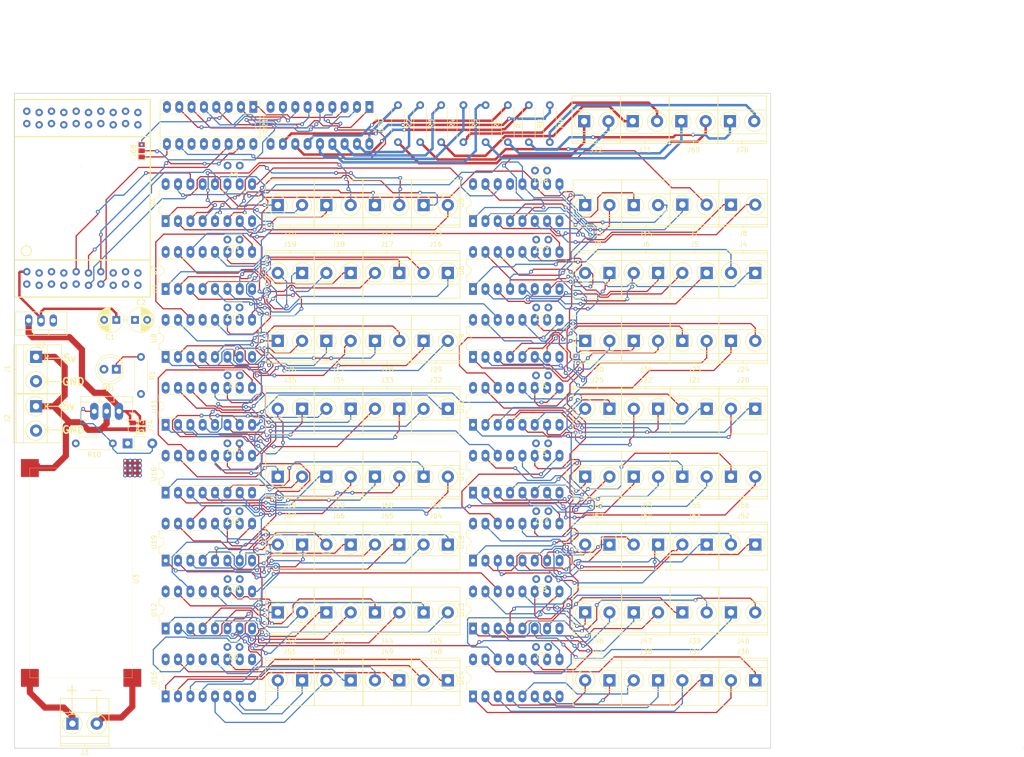
<source format=kicad_pcb>
(kicad_pcb (version 20170123) (host pcbnew no-vcs-found-08c4a0b~58~ubuntu16.04.1)
  (title_block (title "LED DRIVER ND-03") (date 2017-08-29) (rev 1) (company Bitsoko.io) (comment 1 "Author: Alois Mbutura"))
  (layers (0 F.Cu signal) (1 GND.Cu power) (2 VCC.Cu power) (31 B.Cu signal) (34 B.Paste user) (35 F.Paste user) (36 B.SilkS user) (37 F.SilkS user) (38 B.Mask user) (39 F.Mask user) (44 Edge.Cuts user))
  (net 0 "")
  (net 1 "Net-(J3-Pad1)")
  (net 2 5v)
  (net 3 GND)
  (net 4 3v3)
  (net 5 "Net-(U1-Pad3)")
  (net 6 "Net-(U1-Pad4)")
  (net 7 "Net-(U1-Pad5)")
  (net 8 "Net-(U1-Pad6)")
  (net 9 "Net-(U1-Pad7)")
  (net 10 "Net-(U1-Pad8)")
  (net 11 "Net-(U1-Pad9)")
  (net 12 /DATA)
  (net 13 /SHIFT)
  (net 14 /LATCH)
  (net 15 /CLK)
  (net 16 /RESET)
  (net 17 "Net-(U1-Pad16)")
  (net 18 "Net-(U1-Pad17)")
  (net 19 "Net-(U1-Pad18)")
  (net 20 "Net-(U1-Pad19)")
  (net 21 "Net-(U1-Pad20)")
  (net 22 "Net-(U1-Pad22)")
  (net 23 "Net-(U1-Pad23)")
  (net 24 "Net-(U1-Pad24)")
  (net 25 "Net-(U1-Pad25)")
  (net 26 "Net-(U1-Pad26)")
  (net 27 "Net-(U1-Pad27)")
  (net 28 "Net-(U1-Pad28)")
  (net 29 "Net-(U1-Pad29)")
  (net 30 "Net-(U1-Pad30)")
  (net 31 "Net-(U1-Pad31)")
  (net 32 "Net-(U1-Pad32)")
  (net 33 "Net-(U1-Pad33)")
  (net 34 "Net-(U1-Pad34)")
  (net 35 "Net-(U1-Pad35)")
  (net 36 "Net-(U1-Pad36)")
  (net 37 "Net-(U1-Pad37)")
  (net 38 "Net-(U1-Pad38)")
  (net 39 "Net-(U1-Pad39)")
  (net 40 "Net-(U1-Pad40)")
  (net 41 "Net-(D1-Pad1)")
  (net 42 /Sheet599728AA/Q7)
  (net 43 "Net-(U20-Pad10)")
  (net 44 /Sheet599728AA/Q6)
  (net 45 /Sheet599728AA/R8)
  (net 46 /Sheet599728AA/Q5)
  (net 47 /Sheet599728AA/R7)
  (net 48 /Sheet599728AA/Q4)
  (net 49 /Sheet599728AA/R6)
  (net 50 /Sheet599728AA/Q3)
  (net 51 /Sheet599728AA/R5)
  (net 52 /Sheet599728AA/Q2)
  (net 53 /Sheet599728AA/R4)
  (net 54 /Sheet599728AA/Q1)
  (net 55 /Sheet599728AA/R3)
  (net 56 /Sheet599728AA/JUMP)
  (net 57 /Sheet599728AA/R2)
  (net 58 /Sheet599728AA/R1)
  (net 59 /Sheet59972800/Sheet599739FF/C18)
  (net 60 /Sheet59972800/Sheet599739FF/SER_3)
  (net 61 /Sheet59972800/Sheet599739FF/C19)
  (net 62 /Sheet59972800/Sheet599739FF/C20)
  (net 63 /Sheet59972800/Sheet599739FF/C21)
  (net 64 /Sheet59972800/Sheet599739FF/C22)
  (net 65 /Sheet59972800/Sheet599739FF/C23)
  (net 66 /Sheet59972800/Sheet599739FF/SER_2)
  (net 67 /Sheet59972800/Sheet599739FF/C24)
  (net 68 /Sheet59972800/Sheet599739FF/C17)
  (net 69 /Sheet59972800/Sheet599739FF/C1)
  (net 70 /Sheet59972800/Sheet599739FF/C8)
  (net 71 /Sheet59972800/Sheet599739FF/DATA)
  (net 72 /Sheet59972800/Sheet599739FF/C7)
  (net 73 /Sheet59972800/Sheet599739FF/C6)
  (net 74 /Sheet59972800/Sheet599739FF/C5)
  (net 75 /Sheet59972800/Sheet599739FF/C4)
  (net 76 /Sheet59972800/Sheet599739FF/C3)
  (net 77 /Sheet59972800/Sheet599739FF/SER_1)
  (net 78 /Sheet59972800/Sheet599739FF/C2)
  (net 79 /Sheet59972800/Sheet599739FF/C10)
  (net 80 /Sheet59972800/Sheet599739FF/C11)
  (net 81 /Sheet59972800/Sheet599739FF/C12)
  (net 82 /Sheet59972800/Sheet599739FF/C13)
  (net 83 /Sheet59972800/Sheet599739FF/C14)
  (net 84 /Sheet59972800/Sheet599739FF/C15)
  (net 85 /Sheet59972800/Sheet599739FF/C16)
  (net 86 /Sheet59972800/Sheet599739FF/C9)
  (net 87 /Sheet59972800/Sheet599739FF/C25)
  (net 88 /Sheet59972800/Sheet599739FF/C32)
  (net 89 /Sheet59972800/Sheet599739FF/C31)
  (net 90 /Sheet59972800/Sheet599739FF/C30)
  (net 91 /Sheet59972800/Sheet599739FF/C29)
  (net 92 /Sheet59972800/Sheet599739FF/C28)
  (net 93 /Sheet59972800/Sheet599739FF/C27)
  (net 94 "Net-(U15-Pad9)")
  (net 95 /Sheet59972800/Sheet599739FF/C26)
  (net 96 /Sheet59972800/Sheet59973A04/C2)
  (net 97 /Sheet59972800/Sheet59973A04/SER_1)
  (net 98 /Sheet59972800/Sheet59973A04/C3)
  (net 99 /Sheet59972800/Sheet59973A04/C4)
  (net 100 /Sheet59972800/Sheet59973A04/C5)
  (net 101 /Sheet59972800/Sheet59973A04/C6)
  (net 102 /Sheet59972800/Sheet59973A04/C7)
  (net 103 /Sheet59972800/Sheet59973A04/DATA)
  (net 104 /Sheet59972800/Sheet59973A04/C8)
  (net 105 /Sheet59972800/Sheet59973A04/C1)
  (net 106 /Sheet59972800/Sheet59973A04/C9)
  (net 107 /Sheet59972800/Sheet59973A04/C16)
  (net 108 /Sheet59972800/Sheet59973A04/C15)
  (net 109 /Sheet59972800/Sheet59973A04/C14)
  (net 110 /Sheet59972800/Sheet59973A04/C13)
  (net 111 /Sheet59972800/Sheet59973A04/C12)
  (net 112 /Sheet59972800/Sheet59973A04/C11)
  (net 113 /Sheet59972800/Sheet59973A04/SER_2)
  (net 114 /Sheet59972800/Sheet59973A04/C10)
  (net 115 /Sheet59972800/Sheet59973A04/C18)
  (net 116 /Sheet59972800/Sheet59973A04/SER_3)
  (net 117 /Sheet59972800/Sheet59973A04/C19)
  (net 118 /Sheet59972800/Sheet59973A04/C20)
  (net 119 /Sheet59972800/Sheet59973A04/C21)
  (net 120 /Sheet59972800/Sheet59973A04/C22)
  (net 121 /Sheet59972800/Sheet59973A04/C23)
  (net 122 /Sheet59972800/Sheet59973A04/C24)
  (net 123 /Sheet59972800/Sheet59973A04/C17)
  (net 124 /Sheet59972800/Sheet59973A04/C25)
  (net 125 /Sheet59972800/Sheet59973A04/C32)
  (net 126 /Sheet59972800/Sheet59973A04/C31)
  (net 127 /Sheet59972800/Sheet59973A04/C30)
  (net 128 /Sheet59972800/Sheet59973A04/C29)
  (net 129 /Sheet59972800/Sheet59973A04/C28)
  (net 130 /Sheet59972800/Sheet59973A04/C27)
  (net 131 /Sheet59972800/Sheet59973A04/C26)
  (net 132 /Sheet59972800/Sheet599739F9/C26)
  (net 133 /Sheet59972800/Sheet599739F9/C27)
  (net 134 /Sheet59972800/Sheet599739F9/C28)
  (net 135 /Sheet59972800/Sheet599739F9/C29)
  (net 136 /Sheet59972800/Sheet599739F9/C30)
  (net 137 /Sheet59972800/Sheet599739F9/C31)
  (net 138 /Sheet59972800/Sheet599739F9/SER_3)
  (net 139 /Sheet59972800/Sheet599739F9/C32)
  (net 140 /Sheet59972800/Sheet599739F9/C25)
  (net 141 /Sheet59972800/Sheet599739F9/C9)
  (net 142 /Sheet59972800/Sheet599739F9/C16)
  (net 143 /Sheet59972800/Sheet599739F9/SER_1)
  (net 144 /Sheet59972800/Sheet599739F9/C15)
  (net 145 /Sheet59972800/Sheet599739F9/C14)
  (net 146 /Sheet59972800/Sheet599739F9/C13)
  (net 147 /Sheet59972800/Sheet599739F9/C12)
  (net 148 /Sheet59972800/Sheet599739F9/C11)
  (net 149 /Sheet59972800/Sheet599739F9/SER_2)
  (net 150 /Sheet59972800/Sheet599739F9/C10)
  (net 151 /Sheet59972800/Sheet599739F9/C2)
  (net 152 /Sheet59972800/Sheet599739F9/C3)
  (net 153 /Sheet59972800/Sheet599739F9/C4)
  (net 154 /Sheet59972800/Sheet599739F9/C5)
  (net 155 /Sheet59972800/Sheet599739F9/C6)
  (net 156 /Sheet59972800/Sheet599739F9/C7)
  (net 157 /Sheet59972800/Sheet599739F9/DATA)
  (net 158 /Sheet59972800/Sheet599739F9/C8)
  (net 159 /Sheet59972800/Sheet599739F9/C1)
  (net 160 /Sheet59972800/Sheet599739F6/C25)
  (net 161 /Sheet59972800/Sheet599739F6/C32)
  (net 162 /Sheet59972800/Sheet599739F6/SER_3)
  (net 163 /Sheet59972800/Sheet599739F6/C31)
  (net 164 /Sheet59972800/Sheet599739F6/C30)
  (net 165 /Sheet59972800/Sheet599739F6/C29)
  (net 166 /Sheet59972800/Sheet599739F6/C28)
  (net 167 /Sheet59972800/Sheet599739F6/C27)
  (net 168 /Sheet59972800/Sheet599739F6/C26)
  (net 169 /Sheet59972800/Sheet599739F6/C18)
  (net 170 /Sheet59972800/Sheet599739F6/C19)
  (net 171 /Sheet59972800/Sheet599739F6/C20)
  (net 172 /Sheet59972800/Sheet599739F6/C21)
  (net 173 /Sheet59972800/Sheet599739F6/C22)
  (net 174 /Sheet59972800/Sheet599739F6/C23)
  (net 175 /Sheet59972800/Sheet599739F6/SER_2)
  (net 176 /Sheet59972800/Sheet599739F6/C24)
  (net 177 /Sheet59972800/Sheet599739F6/C17)
  (net 178 /Sheet59972800/Sheet599739F9/C17)
  (net 179 /Sheet59972800/Sheet599739F9/C24)
  (net 180 /Sheet59972800/Sheet599739F9/C23)
  (net 181 /Sheet59972800/Sheet599739F9/C22)
  (net 182 /Sheet59972800/Sheet599739F9/C21)
  (net 183 /Sheet59972800/Sheet599739F9/C20)
  (net 184 /Sheet59972800/Sheet599739F9/C19)
  (net 185 /Sheet59972800/Sheet599739F9/C18)
  (net 186 /Sheet59972800/Sheet599739F6/C10)
  (net 187 /Sheet59972800/Sheet599739F6/C11)
  (net 188 /Sheet59972800/Sheet599739F6/C12)
  (net 189 /Sheet59972800/Sheet599739F6/C13)
  (net 190 /Sheet59972800/Sheet599739F6/C14)
  (net 191 /Sheet59972800/Sheet599739F6/C15)
  (net 192 /Sheet59972800/Sheet599739F6/SER_1)
  (net 193 /Sheet59972800/Sheet599739F6/C16)
  (net 194 /Sheet59972800/Sheet599739F6/C9)
  (net 195 /Sheet59972800/Sheet599739F6/C1)
  (net 196 /Sheet59972800/Sheet599739F6/C8)
  (net 197 /Sheet59972800/Sheet599739F6/C7)
  (net 198 /Sheet59972800/Sheet599739F6/C6)
  (net 199 /Sheet59972800/Sheet599739F6/C5)
  (net 200 /Sheet59972800/Sheet599739F6/C4)
  (net 201 /Sheet59972800/Sheet599739F6/C3)
  (net 202 /Sheet59972800/Sheet599739F6/C2)
  (net 203 /Sheet599728AA/Q8)
  (net 204 /Sheet599728AA/Q0)
  (net 205 "Net-(U21-Pad11)")
  (net 206 "Net-(U21-Pad12)")
  (net 207 "Net-(R9-Pad1)")
  (net 208 "Net-(R8-Pad1)")
  (net 209 "Net-(R7-Pad1)")
  (net 210 "Net-(R6-Pad1)")
  (net 211 "Net-(R5-Pad1)")
  (net 212 "Net-(R4-Pad1)")
  (net 213 "Net-(R3-Pad1)")
  (net 214 "Net-(R2-Pad1)")
  (net 215 /INPUT_5V)
  (net 216 "Net-(D2-Pad2)")
  (module Resistors_THT:R_Axial_DIN0207_L6.3mm_D2.5mm_P7.62mm_Horizontal (layer F.Cu) (at 38.1 103.124 180)
    (fp_text reference R10 (at 3.81 -2.31 180) (layer F.SilkS))
    (fp_text value 10k)
    (pad 1 thru_hole circle (at 0 0 180) (size 1.6 1.6) (drill 0.8) (layers *.Cu *.Mask) (net 216 "Net-(D2-Pad2)"))
    (pad 2 thru_hole oval (at 7.62 0 180) (size 1.6 1.6) (drill 0.8) (layers *.Cu *.Mask) (net 3 GND))
  )
  (module Connectors:GS2 (layer F.Cu) (at 44.196 99.568)
    (fp_text reference J74 (at 1.78 0 90) (layer F.SilkS))
    (fp_text value GS2)
    (pad 2 smd rect (at 0 0.64) (size 1.27 0.97) (layers F.Cu F.Paste F.Mask) (net 215 /INPUT_5V))
    (pad 1 smd rect (at 0 -0.64) (size 1.27 0.97) (layers F.Cu F.Paste F.Mask) (net 2 5v))
  )
  (module Connectors:GS2 (layer F.Cu) (at 42.164 99.568)
    (fp_text reference J73 (at 1.78 0 90) (layer F.SilkS))
    (fp_text value GS2)
    (pad 1 smd rect (at 0 -0.64) (size 1.27 0.97) (layers F.Cu F.Paste F.Mask) (net 2 5v))
    (pad 2 smd rect (at 0 0.64) (size 1.27 0.97) (layers F.Cu F.Paste F.Mask) (net 215 /INPUT_5V))
  )
  (module Diodes_THT:D_T-1_P5.08mm_Horizontal (layer F.Cu) (at 41.148 103.124)
    (fp_text reference D2 (at 2.54 -2.36) (layer F.SilkS))
    (fp_text value D_Zener)
    (pad 1 thru_hole rect (at 0 0) (size 2 2) (drill 1) (layers *.Cu *.Mask) (net 2 5v))
    (pad 2 thru_hole oval (at 5.08 0) (size 2 2) (drill 1) (layers *.Cu *.Mask) (net 216 "Net-(D2-Pad2)"))
  )
  (module TO_SOT_Packages_THT:TO-220_Neutral123_Vertical_LargePads (layer F.Cu) (at 36.83 96.52)
    (fp_text reference Q1 (at 0 -5.08) (layer F.SilkS))
    (fp_text value Q_PMOS_GDS)
    (pad 2 thru_hole oval (at 0 0 90) (size 3.50012 1.69926) (drill 1.00076) (layers *.Cu *.Mask) (net 215 /INPUT_5V))
    (pad 1 thru_hole oval (at -2.54 0 90) (size 3.50012 1.69926) (drill 1.00076) (layers *.Cu *.Mask) (net 216 "Net-(D2-Pad2)"))
    (pad 3 thru_hole oval (at 2.54 0 90) (size 3.50012 1.69926) (drill 1.00076) (layers *.Cu *.Mask) (net 2 5v))
  )
  (module Resistors_THT:R_Axial_DIN0207_L6.3mm_D2.5mm_P7.62mm_Horizontal (layer F.Cu) (at 96.774 33.528 270)
    (fp_text reference R2 (at 3.81 -2.31 270) (layer F.SilkS))
    (fp_text value R)
    (pad 2 thru_hole oval (at 7.62 0 270) (size 1.6 1.6) (drill 0.8) (layers *.Cu *.Mask) (net 58 /Sheet599728AA/R1))
    (pad 1 thru_hole circle (at 0 0 270) (size 1.6 1.6) (drill 0.8) (layers *.Cu *.Mask) (net 214 "Net-(R2-Pad1)"))
  )
  (module Resistors_THT:R_Axial_DIN0207_L6.3mm_D2.5mm_P7.62mm_Horizontal (layer F.Cu) (at 101.346 33.528 270)
    (fp_text reference R3 (at 3.81 -2.31 270) (layer F.SilkS))
    (fp_text value R)
    (pad 1 thru_hole circle (at 0 0 270) (size 1.6 1.6) (drill 0.8) (layers *.Cu *.Mask) (net 213 "Net-(R3-Pad1)"))
    (pad 2 thru_hole oval (at 7.62 0 270) (size 1.6 1.6) (drill 0.8) (layers *.Cu *.Mask) (net 57 /Sheet599728AA/R2))
  )
  (module Resistors_THT:R_Axial_DIN0207_L6.3mm_D2.5mm_P7.62mm_Horizontal (layer F.Cu) (at 105.664 33.528 270)
    (fp_text reference R4 (at 3.81 -2.31 270) (layer F.SilkS))
    (fp_text value R)
    (pad 2 thru_hole oval (at 7.62 0 270) (size 1.6 1.6) (drill 0.8) (layers *.Cu *.Mask) (net 55 /Sheet599728AA/R3))
    (pad 1 thru_hole circle (at 0 0 270) (size 1.6 1.6) (drill 0.8) (layers *.Cu *.Mask) (net 212 "Net-(R4-Pad1)"))
  )
  (module Resistors_THT:R_Axial_DIN0207_L6.3mm_D2.5mm_P7.62mm_Horizontal (layer F.Cu) (at 110.236 33.528 270)
    (fp_text reference R5 (at 3.81 -2.31 270) (layer F.SilkS))
    (fp_text value R)
    (pad 1 thru_hole circle (at 0 0 270) (size 1.6 1.6) (drill 0.8) (layers *.Cu *.Mask) (net 211 "Net-(R5-Pad1)"))
    (pad 2 thru_hole oval (at 7.62 0 270) (size 1.6 1.6) (drill 0.8) (layers *.Cu *.Mask) (net 53 /Sheet599728AA/R4))
  )
  (module Resistors_THT:R_Axial_DIN0207_L6.3mm_D2.5mm_P7.62mm_Horizontal (layer F.Cu) (at 114.808 33.528 270)
    (fp_text reference R6 (at 3.81 -2.31 270) (layer F.SilkS))
    (fp_text value R)
    (pad 2 thru_hole oval (at 7.62 0 270) (size 1.6 1.6) (drill 0.8) (layers *.Cu *.Mask) (net 51 /Sheet599728AA/R5))
    (pad 1 thru_hole circle (at 0 0 270) (size 1.6 1.6) (drill 0.8) (layers *.Cu *.Mask) (net 210 "Net-(R6-Pad1)"))
  )
  (module Resistors_THT:R_Axial_DIN0207_L6.3mm_D2.5mm_P7.62mm_Horizontal (layer F.Cu) (at 119.38 33.528 270)
    (fp_text reference R7 (at 3.81 -2.31 270) (layer F.SilkS))
    (fp_text value R)
    (pad 1 thru_hole circle (at 0 0 270) (size 1.6 1.6) (drill 0.8) (layers *.Cu *.Mask) (net 209 "Net-(R7-Pad1)"))
    (pad 2 thru_hole oval (at 7.62 0 270) (size 1.6 1.6) (drill 0.8) (layers *.Cu *.Mask) (net 49 /Sheet599728AA/R6))
  )
  (module Resistors_THT:R_Axial_DIN0207_L6.3mm_D2.5mm_P7.62mm_Horizontal (layer F.Cu) (at 123.698 33.528 270)
    (fp_text reference R8 (at 3.81 -2.31 270) (layer F.SilkS))
    (fp_text value R)
    (pad 2 thru_hole oval (at 7.62 0 270) (size 1.6 1.6) (drill 0.8) (layers *.Cu *.Mask) (net 47 /Sheet599728AA/R7))
    (pad 1 thru_hole circle (at 0 0 270) (size 1.6 1.6) (drill 0.8) (layers *.Cu *.Mask) (net 208 "Net-(R8-Pad1)"))
  )
  (module Resistors_THT:R_Axial_DIN0207_L6.3mm_D2.5mm_P7.62mm_Horizontal (layer F.Cu) (at 128.016 33.528 270)
    (fp_text reference R9 (at 3.81 -2.31 270) (layer F.SilkS))
    (fp_text value R)
    (pad 1 thru_hole circle (at 0 0 270) (size 1.6 1.6) (drill 0.8) (layers *.Cu *.Mask) (net 207 "Net-(R9-Pad1)"))
    (pad 2 thru_hole oval (at 7.62 0 270) (size 1.6 1.6) (drill 0.8) (layers *.Cu *.Mask) (net 45 /Sheet599728AA/R8))
  )
  (module Connectors_Terminal_Blocks:TerminalBlock_Pheonix_MKDS1.5-2pol (layer F.Cu) (at 72.047 109.982)
    (fp_text reference J58 (at 2.5 5.9) (layer F.SilkS))
    (fp_text value Screw_Terminal_1x02)
    (pad 1 thru_hole rect (at 0 0) (size 2.5 2.5) (drill 1.3) (layers *.Cu *.Mask) (net 105 /Sheet59972800/Sheet59973A04/C1))
    (pad 2 thru_hole circle (at 5 0) (size 2.5 2.5) (drill 1.3) (layers *.Cu *.Mask) (net 96 /Sheet59972800/Sheet59973A04/C2))
  )
  (module Housings_DIP:DIP-16_W7.62mm_LongPads (layer F.Cu) (at 112.226 71.36 90)
    (fp_text reference U6 (at 3.81 -2.39 90) (layer F.SilkS))
    (fp_text value 74HC595)
    (pad 16 thru_hole oval (at 7.62 0 90) (size 2.4 1.6) (drill 0.8) (layers *.Cu *.Mask) (net 2 5v))
    (pad 8 thru_hole oval (at 0 17.78 90) (size 2.4 1.6) (drill 0.8) (layers *.Cu *.Mask) (net 3 GND))
    (pad 15 thru_hole oval (at 7.62 2.54 90) (size 2.4 1.6) (drill 0.8) (layers *.Cu *.Mask) (net 177 /Sheet59972800/Sheet599739F6/C17))
    (pad 7 thru_hole oval (at 0 15.24 90) (size 2.4 1.6) (drill 0.8) (layers *.Cu *.Mask) (net 176 /Sheet59972800/Sheet599739F6/C24))
    (pad 14 thru_hole oval (at 7.62 5.08 90) (size 2.4 1.6) (drill 0.8) (layers *.Cu *.Mask) (net 175 /Sheet59972800/Sheet599739F6/SER_2))
    (pad 6 thru_hole oval (at 0 12.7 90) (size 2.4 1.6) (drill 0.8) (layers *.Cu *.Mask) (net 174 /Sheet59972800/Sheet599739F6/C23))
    (pad 13 thru_hole oval (at 7.62 7.62 90) (size 2.4 1.6) (drill 0.8) (layers *.Cu *.Mask) (net 3 GND))
    (pad 5 thru_hole oval (at 0 10.16 90) (size 2.4 1.6) (drill 0.8) (layers *.Cu *.Mask) (net 173 /Sheet59972800/Sheet599739F6/C22))
    (pad 12 thru_hole oval (at 7.62 10.16 90) (size 2.4 1.6) (drill 0.8) (layers *.Cu *.Mask) (net 14 /LATCH))
    (pad 4 thru_hole oval (at 0 7.62 90) (size 2.4 1.6) (drill 0.8) (layers *.Cu *.Mask) (net 172 /Sheet59972800/Sheet599739F6/C21))
    (pad 11 thru_hole oval (at 7.62 12.7 90) (size 2.4 1.6) (drill 0.8) (layers *.Cu *.Mask) (net 13 /SHIFT))
    (pad 3 thru_hole oval (at 0 5.08 90) (size 2.4 1.6) (drill 0.8) (layers *.Cu *.Mask) (net 171 /Sheet59972800/Sheet599739F6/C20))
    (pad 10 thru_hole oval (at 7.62 15.24 90) (size 2.4 1.6) (drill 0.8) (layers *.Cu *.Mask) (net 2 5v))
    (pad 2 thru_hole oval (at 0 2.54 90) (size 2.4 1.6) (drill 0.8) (layers *.Cu *.Mask) (net 170 /Sheet59972800/Sheet599739F6/C19))
    (pad 9 thru_hole oval (at 7.62 17.78 90) (size 2.4 1.6) (drill 0.8) (layers *.Cu *.Mask) (net 162 /Sheet59972800/Sheet599739F6/SER_3))
    (pad 1 thru_hole rect (at 0 0 90) (size 2.4 1.6) (drill 0.8) (layers *.Cu *.Mask) (net 169 /Sheet59972800/Sheet599739F6/C18))
  )
  (module Connectors:GS3 (layer F.Cu) (at 44.027 42.912)
    (fp_text reference J68 (at -1.7 0 90) (layer F.SilkS))
    (fp_text value GS3)
    (pad 1 smd rect (at 0 -1.27) (size 1.27 0.97) (layers F.Cu F.Paste F.Mask) (net 204 /Sheet599728AA/Q0))
    (pad 2 smd rect (at 0 0) (size 1.27 0.97) (layers F.Cu F.Paste F.Mask) (net 56 /Sheet599728AA/JUMP))
    (pad 3 smd rect (at 0 1.27) (size 1.27 0.97) (layers F.Cu F.Paste F.Mask) (net 203 /Sheet599728AA/Q8))
  )
  (module TO_SOT_Packages_THT:TO-220_Neutral123_Vertical (layer F.Cu) (at 23.326 77.837 180)
    (fp_text reference U2 (at 0 -5.08 180) (layer F.SilkS))
    (fp_text value LD1117S33TR_SOT223)
    (pad 2 thru_hole oval (at 0 0 270) (size 2.49936 1.50114) (drill 1.00076) (layers *.Cu *.Mask) (net 4 3v3))
    (pad 1 thru_hole oval (at -2.54 0 270) (size 2.49936 1.50114) (drill 1.00076) (layers *.Cu *.Mask) (net 3 GND))
    (pad 3 thru_hole oval (at 2.54 0 270) (size 2.49936 1.50114) (drill 1.00076) (layers *.Cu *.Mask) (net 2 5v))
  )
  (module Housings_DIP:DIP-16_W7.62mm_LongPads (layer F.Cu) (at 112.226 155.18 90)
    (fp_text reference U14 (at 3.81 -2.39 90) (layer F.SilkS))
    (fp_text value 74HC595)
    (pad 16 thru_hole oval (at 7.62 0 90) (size 2.4 1.6) (drill 0.8) (layers *.Cu *.Mask) (net 2 5v))
    (pad 8 thru_hole oval (at 0 17.78 90) (size 2.4 1.6) (drill 0.8) (layers *.Cu *.Mask) (net 3 GND))
    (pad 15 thru_hole oval (at 7.62 2.54 90) (size 2.4 1.6) (drill 0.8) (layers *.Cu *.Mask) (net 68 /Sheet59972800/Sheet599739FF/C17))
    (pad 7 thru_hole oval (at 0 15.24 90) (size 2.4 1.6) (drill 0.8) (layers *.Cu *.Mask) (net 67 /Sheet59972800/Sheet599739FF/C24))
    (pad 14 thru_hole oval (at 7.62 5.08 90) (size 2.4 1.6) (drill 0.8) (layers *.Cu *.Mask) (net 66 /Sheet59972800/Sheet599739FF/SER_2))
    (pad 6 thru_hole oval (at 0 12.7 90) (size 2.4 1.6) (drill 0.8) (layers *.Cu *.Mask) (net 65 /Sheet59972800/Sheet599739FF/C23))
    (pad 13 thru_hole oval (at 7.62 7.62 90) (size 2.4 1.6) (drill 0.8) (layers *.Cu *.Mask) (net 3 GND))
    (pad 5 thru_hole oval (at 0 10.16 90) (size 2.4 1.6) (drill 0.8) (layers *.Cu *.Mask) (net 64 /Sheet59972800/Sheet599739FF/C22))
    (pad 12 thru_hole oval (at 7.62 10.16 90) (size 2.4 1.6) (drill 0.8) (layers *.Cu *.Mask) (net 14 /LATCH))
    (pad 4 thru_hole oval (at 0 7.62 90) (size 2.4 1.6) (drill 0.8) (layers *.Cu *.Mask) (net 63 /Sheet59972800/Sheet599739FF/C21))
    (pad 11 thru_hole oval (at 7.62 12.7 90) (size 2.4 1.6) (drill 0.8) (layers *.Cu *.Mask) (net 13 /SHIFT))
    (pad 3 thru_hole oval (at 0 5.08 90) (size 2.4 1.6) (drill 0.8) (layers *.Cu *.Mask) (net 62 /Sheet59972800/Sheet599739FF/C20))
    (pad 10 thru_hole oval (at 7.62 15.24 90) (size 2.4 1.6) (drill 0.8) (layers *.Cu *.Mask) (net 2 5v))
    (pad 2 thru_hole oval (at 0 2.54 90) (size 2.4 1.6) (drill 0.8) (layers *.Cu *.Mask) (net 61 /Sheet59972800/Sheet599739FF/C19))
    (pad 9 thru_hole oval (at 7.62 17.78 90) (size 2.4 1.6) (drill 0.8) (layers *.Cu *.Mask) (net 60 /Sheet59972800/Sheet599739FF/SER_3))
    (pad 1 thru_hole rect (at 0 0 90) (size 2.4 1.6) (drill 0.8) (layers *.Cu *.Mask) (net 59 /Sheet59972800/Sheet599739FF/C18))
  )
  (module Housings_DIP:DIP-16_W7.62mm_LongPads (layer F.Cu) (at 48.98 155.18 90)
    (fp_text reference U15 (at 3.81 -2.39 90) (layer F.SilkS))
    (fp_text value 74HC595)
    (pad 1 thru_hole rect (at 0 0 90) (size 2.4 1.6) (drill 0.8) (layers *.Cu *.Mask) (net 95 /Sheet59972800/Sheet599739FF/C26))
    (pad 9 thru_hole oval (at 7.62 17.78 90) (size 2.4 1.6) (drill 0.8) (layers *.Cu *.Mask) (net 94 "Net-(U15-Pad9)"))
    (pad 2 thru_hole oval (at 0 2.54 90) (size 2.4 1.6) (drill 0.8) (layers *.Cu *.Mask) (net 93 /Sheet59972800/Sheet599739FF/C27))
    (pad 10 thru_hole oval (at 7.62 15.24 90) (size 2.4 1.6) (drill 0.8) (layers *.Cu *.Mask) (net 2 5v))
    (pad 3 thru_hole oval (at 0 5.08 90) (size 2.4 1.6) (drill 0.8) (layers *.Cu *.Mask) (net 92 /Sheet59972800/Sheet599739FF/C28))
    (pad 11 thru_hole oval (at 7.62 12.7 90) (size 2.4 1.6) (drill 0.8) (layers *.Cu *.Mask) (net 13 /SHIFT))
    (pad 4 thru_hole oval (at 0 7.62 90) (size 2.4 1.6) (drill 0.8) (layers *.Cu *.Mask) (net 91 /Sheet59972800/Sheet599739FF/C29))
    (pad 12 thru_hole oval (at 7.62 10.16 90) (size 2.4 1.6) (drill 0.8) (layers *.Cu *.Mask) (net 14 /LATCH))
    (pad 5 thru_hole oval (at 0 10.16 90) (size 2.4 1.6) (drill 0.8) (layers *.Cu *.Mask) (net 90 /Sheet59972800/Sheet599739FF/C30))
    (pad 13 thru_hole oval (at 7.62 7.62 90) (size 2.4 1.6) (drill 0.8) (layers *.Cu *.Mask) (net 3 GND))
    (pad 6 thru_hole oval (at 0 12.7 90) (size 2.4 1.6) (drill 0.8) (layers *.Cu *.Mask) (net 89 /Sheet59972800/Sheet599739FF/C31))
    (pad 14 thru_hole oval (at 7.62 5.08 90) (size 2.4 1.6) (drill 0.8) (layers *.Cu *.Mask) (net 60 /Sheet59972800/Sheet599739FF/SER_3))
    (pad 7 thru_hole oval (at 0 15.24 90) (size 2.4 1.6) (drill 0.8) (layers *.Cu *.Mask) (net 88 /Sheet59972800/Sheet599739FF/C32))
    (pad 15 thru_hole oval (at 7.62 2.54 90) (size 2.4 1.6) (drill 0.8) (layers *.Cu *.Mask) (net 87 /Sheet59972800/Sheet599739FF/C25))
    (pad 8 thru_hole oval (at 0 17.78 90) (size 2.4 1.6) (drill 0.8) (layers *.Cu *.Mask) (net 3 GND))
    (pad 16 thru_hole oval (at 7.62 0 90) (size 2.4 1.6) (drill 0.8) (layers *.Cu *.Mask) (net 2 5v))
  )
  (module Housings_DIP:DIP-16_W7.62mm_LongPads (layer F.Cu) (at 48.98 127.24 90)
    (fp_text reference U19 (at 3.81 -2.39 90) (layer F.SilkS))
    (fp_text value 74HC595)
    (pad 16 thru_hole oval (at 7.62 0 90) (size 2.4 1.6) (drill 0.8) (layers *.Cu *.Mask) (net 2 5v))
    (pad 8 thru_hole oval (at 0 17.78 90) (size 2.4 1.6) (drill 0.8) (layers *.Cu *.Mask) (net 3 GND))
    (pad 15 thru_hole oval (at 7.62 2.54 90) (size 2.4 1.6) (drill 0.8) (layers *.Cu *.Mask) (net 124 /Sheet59972800/Sheet59973A04/C25))
    (pad 7 thru_hole oval (at 0 15.24 90) (size 2.4 1.6) (drill 0.8) (layers *.Cu *.Mask) (net 125 /Sheet59972800/Sheet59973A04/C32))
    (pad 14 thru_hole oval (at 7.62 5.08 90) (size 2.4 1.6) (drill 0.8) (layers *.Cu *.Mask) (net 116 /Sheet59972800/Sheet59973A04/SER_3))
    (pad 6 thru_hole oval (at 0 12.7 90) (size 2.4 1.6) (drill 0.8) (layers *.Cu *.Mask) (net 126 /Sheet59972800/Sheet59973A04/C31))
    (pad 13 thru_hole oval (at 7.62 7.62 90) (size 2.4 1.6) (drill 0.8) (layers *.Cu *.Mask) (net 3 GND))
    (pad 5 thru_hole oval (at 0 10.16 90) (size 2.4 1.6) (drill 0.8) (layers *.Cu *.Mask) (net 127 /Sheet59972800/Sheet59973A04/C30))
    (pad 12 thru_hole oval (at 7.62 10.16 90) (size 2.4 1.6) (drill 0.8) (layers *.Cu *.Mask) (net 14 /LATCH))
    (pad 4 thru_hole oval (at 0 7.62 90) (size 2.4 1.6) (drill 0.8) (layers *.Cu *.Mask) (net 128 /Sheet59972800/Sheet59973A04/C29))
    (pad 11 thru_hole oval (at 7.62 12.7 90) (size 2.4 1.6) (drill 0.8) (layers *.Cu *.Mask) (net 13 /SHIFT))
    (pad 3 thru_hole oval (at 0 5.08 90) (size 2.4 1.6) (drill 0.8) (layers *.Cu *.Mask) (net 129 /Sheet59972800/Sheet59973A04/C28))
    (pad 10 thru_hole oval (at 7.62 15.24 90) (size 2.4 1.6) (drill 0.8) (layers *.Cu *.Mask) (net 2 5v))
    (pad 2 thru_hole oval (at 0 2.54 90) (size 2.4 1.6) (drill 0.8) (layers *.Cu *.Mask) (net 130 /Sheet59972800/Sheet59973A04/C27))
    (pad 9 thru_hole oval (at 7.62 17.78 90) (size 2.4 1.6) (drill 0.8) (layers *.Cu *.Mask) (net 71 /Sheet59972800/Sheet599739FF/DATA))
    (pad 1 thru_hole rect (at 0 0 90) (size 2.4 1.6) (drill 0.8) (layers *.Cu *.Mask) (net 131 /Sheet59972800/Sheet59973A04/C26))
  )
  (module Housings_DIP:DIP-16_W7.62mm_LongPads (layer F.Cu) (at 112.226 57.39 90)
    (fp_text reference U5 (at 3.81 -2.39 90) (layer F.SilkS))
    (fp_text value 74HC595)
    (pad 1 thru_hole rect (at 0 0 90) (size 2.4 1.6) (drill 0.8) (layers *.Cu *.Mask) (net 186 /Sheet59972800/Sheet599739F6/C10))
    (pad 9 thru_hole oval (at 7.62 17.78 90) (size 2.4 1.6) (drill 0.8) (layers *.Cu *.Mask) (net 175 /Sheet59972800/Sheet599739F6/SER_2))
    (pad 2 thru_hole oval (at 0 2.54 90) (size 2.4 1.6) (drill 0.8) (layers *.Cu *.Mask) (net 187 /Sheet59972800/Sheet599739F6/C11))
    (pad 10 thru_hole oval (at 7.62 15.24 90) (size 2.4 1.6) (drill 0.8) (layers *.Cu *.Mask) (net 2 5v))
    (pad 3 thru_hole oval (at 0 5.08 90) (size 2.4 1.6) (drill 0.8) (layers *.Cu *.Mask) (net 188 /Sheet59972800/Sheet599739F6/C12))
    (pad 11 thru_hole oval (at 7.62 12.7 90) (size 2.4 1.6) (drill 0.8) (layers *.Cu *.Mask) (net 13 /SHIFT))
    (pad 4 thru_hole oval (at 0 7.62 90) (size 2.4 1.6) (drill 0.8) (layers *.Cu *.Mask) (net 189 /Sheet59972800/Sheet599739F6/C13))
    (pad 12 thru_hole oval (at 7.62 10.16 90) (size 2.4 1.6) (drill 0.8) (layers *.Cu *.Mask) (net 14 /LATCH))
    (pad 5 thru_hole oval (at 0 10.16 90) (size 2.4 1.6) (drill 0.8) (layers *.Cu *.Mask) (net 190 /Sheet59972800/Sheet599739F6/C14))
    (pad 13 thru_hole oval (at 7.62 7.62 90) (size 2.4 1.6) (drill 0.8) (layers *.Cu *.Mask) (net 3 GND))
    (pad 6 thru_hole oval (at 0 12.7 90) (size 2.4 1.6) (drill 0.8) (layers *.Cu *.Mask) (net 191 /Sheet59972800/Sheet599739F6/C15))
    (pad 14 thru_hole oval (at 7.62 5.08 90) (size 2.4 1.6) (drill 0.8) (layers *.Cu *.Mask) (net 192 /Sheet59972800/Sheet599739F6/SER_1))
    (pad 7 thru_hole oval (at 0 15.24 90) (size 2.4 1.6) (drill 0.8) (layers *.Cu *.Mask) (net 193 /Sheet59972800/Sheet599739F6/C16))
    (pad 15 thru_hole oval (at 7.62 2.54 90) (size 2.4 1.6) (drill 0.8) (layers *.Cu *.Mask) (net 194 /Sheet59972800/Sheet599739F6/C9))
    (pad 8 thru_hole oval (at 0 17.78 90) (size 2.4 1.6) (drill 0.8) (layers *.Cu *.Mask) (net 3 GND))
    (pad 16 thru_hole oval (at 7.62 0 90) (size 2.4 1.6) (drill 0.8) (layers *.Cu *.Mask) (net 2 5v))
  )
  (module Housings_DIP:DIP-16_W7.62mm_LongPads (layer F.Cu) (at 112.226 127.24 90)
    (fp_text reference U18 (at 3.81 -2.39 90) (layer F.SilkS))
    (fp_text value 74HC595)
    (pad 16 thru_hole oval (at 7.62 0 90) (size 2.4 1.6) (drill 0.8) (layers *.Cu *.Mask) (net 2 5v))
    (pad 8 thru_hole oval (at 0 17.78 90) (size 2.4 1.6) (drill 0.8) (layers *.Cu *.Mask) (net 3 GND))
    (pad 15 thru_hole oval (at 7.62 2.54 90) (size 2.4 1.6) (drill 0.8) (layers *.Cu *.Mask) (net 123 /Sheet59972800/Sheet59973A04/C17))
    (pad 7 thru_hole oval (at 0 15.24 90) (size 2.4 1.6) (drill 0.8) (layers *.Cu *.Mask) (net 122 /Sheet59972800/Sheet59973A04/C24))
    (pad 14 thru_hole oval (at 7.62 5.08 90) (size 2.4 1.6) (drill 0.8) (layers *.Cu *.Mask) (net 113 /Sheet59972800/Sheet59973A04/SER_2))
    (pad 6 thru_hole oval (at 0 12.7 90) (size 2.4 1.6) (drill 0.8) (layers *.Cu *.Mask) (net 121 /Sheet59972800/Sheet59973A04/C23))
    (pad 13 thru_hole oval (at 7.62 7.62 90) (size 2.4 1.6) (drill 0.8) (layers *.Cu *.Mask) (net 3 GND))
    (pad 5 thru_hole oval (at 0 10.16 90) (size 2.4 1.6) (drill 0.8) (layers *.Cu *.Mask) (net 120 /Sheet59972800/Sheet59973A04/C22))
    (pad 12 thru_hole oval (at 7.62 10.16 90) (size 2.4 1.6) (drill 0.8) (layers *.Cu *.Mask) (net 14 /LATCH))
    (pad 4 thru_hole oval (at 0 7.62 90) (size 2.4 1.6) (drill 0.8) (layers *.Cu *.Mask) (net 119 /Sheet59972800/Sheet59973A04/C21))
    (pad 11 thru_hole oval (at 7.62 12.7 90) (size 2.4 1.6) (drill 0.8) (layers *.Cu *.Mask) (net 13 /SHIFT))
    (pad 3 thru_hole oval (at 0 5.08 90) (size 2.4 1.6) (drill 0.8) (layers *.Cu *.Mask) (net 118 /Sheet59972800/Sheet59973A04/C20))
    (pad 10 thru_hole oval (at 7.62 15.24 90) (size 2.4 1.6) (drill 0.8) (layers *.Cu *.Mask) (net 2 5v))
    (pad 2 thru_hole oval (at 0 2.54 90) (size 2.4 1.6) (drill 0.8) (layers *.Cu *.Mask) (net 117 /Sheet59972800/Sheet59973A04/C19))
    (pad 9 thru_hole oval (at 7.62 17.78 90) (size 2.4 1.6) (drill 0.8) (layers *.Cu *.Mask) (net 116 /Sheet59972800/Sheet59973A04/SER_3))
    (pad 1 thru_hole rect (at 0 0 90) (size 2.4 1.6) (drill 0.8) (layers *.Cu *.Mask) (net 115 /Sheet59972800/Sheet59973A04/C18))
  )
  (module Housings_DIP:DIP-16_W7.62mm_LongPads (layer F.Cu) (at 112.226 113.27 90)
    (fp_text reference U17 (at 3.81 -2.39 90) (layer F.SilkS))
    (fp_text value 74HC595)
    (pad 1 thru_hole rect (at 0 0 90) (size 2.4 1.6) (drill 0.8) (layers *.Cu *.Mask) (net 114 /Sheet59972800/Sheet59973A04/C10))
    (pad 9 thru_hole oval (at 7.62 17.78 90) (size 2.4 1.6) (drill 0.8) (layers *.Cu *.Mask) (net 113 /Sheet59972800/Sheet59973A04/SER_2))
    (pad 2 thru_hole oval (at 0 2.54 90) (size 2.4 1.6) (drill 0.8) (layers *.Cu *.Mask) (net 112 /Sheet59972800/Sheet59973A04/C11))
    (pad 10 thru_hole oval (at 7.62 15.24 90) (size 2.4 1.6) (drill 0.8) (layers *.Cu *.Mask) (net 2 5v))
    (pad 3 thru_hole oval (at 0 5.08 90) (size 2.4 1.6) (drill 0.8) (layers *.Cu *.Mask) (net 111 /Sheet59972800/Sheet59973A04/C12))
    (pad 11 thru_hole oval (at 7.62 12.7 90) (size 2.4 1.6) (drill 0.8) (layers *.Cu *.Mask) (net 13 /SHIFT))
    (pad 4 thru_hole oval (at 0 7.62 90) (size 2.4 1.6) (drill 0.8) (layers *.Cu *.Mask) (net 110 /Sheet59972800/Sheet59973A04/C13))
    (pad 12 thru_hole oval (at 7.62 10.16 90) (size 2.4 1.6) (drill 0.8) (layers *.Cu *.Mask) (net 14 /LATCH))
    (pad 5 thru_hole oval (at 0 10.16 90) (size 2.4 1.6) (drill 0.8) (layers *.Cu *.Mask) (net 109 /Sheet59972800/Sheet59973A04/C14))
    (pad 13 thru_hole oval (at 7.62 7.62 90) (size 2.4 1.6) (drill 0.8) (layers *.Cu *.Mask) (net 3 GND))
    (pad 6 thru_hole oval (at 0 12.7 90) (size 2.4 1.6) (drill 0.8) (layers *.Cu *.Mask) (net 108 /Sheet59972800/Sheet59973A04/C15))
    (pad 14 thru_hole oval (at 7.62 5.08 90) (size 2.4 1.6) (drill 0.8) (layers *.Cu *.Mask) (net 97 /Sheet59972800/Sheet59973A04/SER_1))
    (pad 7 thru_hole oval (at 0 15.24 90) (size 2.4 1.6) (drill 0.8) (layers *.Cu *.Mask) (net 107 /Sheet59972800/Sheet59973A04/C16))
    (pad 15 thru_hole oval (at 7.62 2.54 90) (size 2.4 1.6) (drill 0.8) (layers *.Cu *.Mask) (net 106 /Sheet59972800/Sheet59973A04/C9))
    (pad 8 thru_hole oval (at 0 17.78 90) (size 2.4 1.6) (drill 0.8) (layers *.Cu *.Mask) (net 3 GND))
    (pad 16 thru_hole oval (at 7.62 0 90) (size 2.4 1.6) (drill 0.8) (layers *.Cu *.Mask) (net 2 5v))
  )
  (module Housings_DIP:DIP-16_W7.62mm_LongPads (layer F.Cu) (at 48.98 57.39 90)
    (fp_text reference U4 (at 3.81 -2.39 90) (layer F.SilkS))
    (fp_text value 74HC595)
    (pad 16 thru_hole oval (at 7.62 0 90) (size 2.4 1.6) (drill 0.8) (layers *.Cu *.Mask) (net 2 5v))
    (pad 8 thru_hole oval (at 0 17.78 90) (size 2.4 1.6) (drill 0.8) (layers *.Cu *.Mask) (net 3 GND))
    (pad 15 thru_hole oval (at 7.62 2.54 90) (size 2.4 1.6) (drill 0.8) (layers *.Cu *.Mask) (net 195 /Sheet59972800/Sheet599739F6/C1))
    (pad 7 thru_hole oval (at 0 15.24 90) (size 2.4 1.6) (drill 0.8) (layers *.Cu *.Mask) (net 196 /Sheet59972800/Sheet599739F6/C8))
    (pad 14 thru_hole oval (at 7.62 5.08 90) (size 2.4 1.6) (drill 0.8) (layers *.Cu *.Mask) (net 12 /DATA))
    (pad 6 thru_hole oval (at 0 12.7 90) (size 2.4 1.6) (drill 0.8) (layers *.Cu *.Mask) (net 197 /Sheet59972800/Sheet599739F6/C7))
    (pad 13 thru_hole oval (at 7.62 7.62 90) (size 2.4 1.6) (drill 0.8) (layers *.Cu *.Mask) (net 3 GND))
    (pad 5 thru_hole oval (at 0 10.16 90) (size 2.4 1.6) (drill 0.8) (layers *.Cu *.Mask) (net 198 /Sheet59972800/Sheet599739F6/C6))
    (pad 12 thru_hole oval (at 7.62 10.16 90) (size 2.4 1.6) (drill 0.8) (layers *.Cu *.Mask) (net 14 /LATCH))
    (pad 4 thru_hole oval (at 0 7.62 90) (size 2.4 1.6) (drill 0.8) (layers *.Cu *.Mask) (net 199 /Sheet59972800/Sheet599739F6/C5))
    (pad 11 thru_hole oval (at 7.62 12.7 90) (size 2.4 1.6) (drill 0.8) (layers *.Cu *.Mask) (net 13 /SHIFT))
    (pad 3 thru_hole oval (at 0 5.08 90) (size 2.4 1.6) (drill 0.8) (layers *.Cu *.Mask) (net 200 /Sheet59972800/Sheet599739F6/C4))
    (pad 10 thru_hole oval (at 7.62 15.24 90) (size 2.4 1.6) (drill 0.8) (layers *.Cu *.Mask) (net 2 5v))
    (pad 2 thru_hole oval (at 0 2.54 90) (size 2.4 1.6) (drill 0.8) (layers *.Cu *.Mask) (net 201 /Sheet59972800/Sheet599739F6/C3))
    (pad 9 thru_hole oval (at 7.62 17.78 90) (size 2.4 1.6) (drill 0.8) (layers *.Cu *.Mask) (net 192 /Sheet59972800/Sheet599739F6/SER_1))
    (pad 1 thru_hole rect (at 0 0 90) (size 2.4 1.6) (drill 0.8) (layers *.Cu *.Mask) (net 202 /Sheet59972800/Sheet599739F6/C2))
  )
  (module Housings_DIP:DIP-16_W7.62mm_LongPads (layer F.Cu) (at 48.98 113.27 90)
    (fp_text reference U16 (at 3.81 -2.39 90) (layer F.SilkS))
    (fp_text value 74HC595)
    (pad 1 thru_hole rect (at 0 0 90) (size 2.4 1.6) (drill 0.8) (layers *.Cu *.Mask) (net 96 /Sheet59972800/Sheet59973A04/C2))
    (pad 9 thru_hole oval (at 7.62 17.78 90) (size 2.4 1.6) (drill 0.8) (layers *.Cu *.Mask) (net 97 /Sheet59972800/Sheet59973A04/SER_1))
    (pad 2 thru_hole oval (at 0 2.54 90) (size 2.4 1.6) (drill 0.8) (layers *.Cu *.Mask) (net 98 /Sheet59972800/Sheet59973A04/C3))
    (pad 10 thru_hole oval (at 7.62 15.24 90) (size 2.4 1.6) (drill 0.8) (layers *.Cu *.Mask) (net 2 5v))
    (pad 3 thru_hole oval (at 0 5.08 90) (size 2.4 1.6) (drill 0.8) (layers *.Cu *.Mask) (net 99 /Sheet59972800/Sheet59973A04/C4))
    (pad 11 thru_hole oval (at 7.62 12.7 90) (size 2.4 1.6) (drill 0.8) (layers *.Cu *.Mask) (net 13 /SHIFT))
    (pad 4 thru_hole oval (at 0 7.62 90) (size 2.4 1.6) (drill 0.8) (layers *.Cu *.Mask) (net 100 /Sheet59972800/Sheet59973A04/C5))
    (pad 12 thru_hole oval (at 7.62 10.16 90) (size 2.4 1.6) (drill 0.8) (layers *.Cu *.Mask) (net 14 /LATCH))
    (pad 5 thru_hole oval (at 0 10.16 90) (size 2.4 1.6) (drill 0.8) (layers *.Cu *.Mask) (net 101 /Sheet59972800/Sheet59973A04/C6))
    (pad 13 thru_hole oval (at 7.62 7.62 90) (size 2.4 1.6) (drill 0.8) (layers *.Cu *.Mask) (net 3 GND))
    (pad 6 thru_hole oval (at 0 12.7 90) (size 2.4 1.6) (drill 0.8) (layers *.Cu *.Mask) (net 102 /Sheet59972800/Sheet59973A04/C7))
    (pad 14 thru_hole oval (at 7.62 5.08 90) (size 2.4 1.6) (drill 0.8) (layers *.Cu *.Mask) (net 103 /Sheet59972800/Sheet59973A04/DATA))
    (pad 7 thru_hole oval (at 0 15.24 90) (size 2.4 1.6) (drill 0.8) (layers *.Cu *.Mask) (net 104 /Sheet59972800/Sheet59973A04/C8))
    (pad 15 thru_hole oval (at 7.62 2.54 90) (size 2.4 1.6) (drill 0.8) (layers *.Cu *.Mask) (net 105 /Sheet59972800/Sheet59973A04/C1))
    (pad 8 thru_hole oval (at 0 17.78 90) (size 2.4 1.6) (drill 0.8) (layers *.Cu *.Mask) (net 3 GND))
    (pad 16 thru_hole oval (at 7.62 0 90) (size 2.4 1.6) (drill 0.8) (layers *.Cu *.Mask) (net 2 5v))
  )
  (module Housings_DIP:DIP-16_W7.62mm_LongPads (layer F.Cu) (at 48.98 71.36 90)
    (fp_text reference U7 (at 3.81 -2.39 90) (layer F.SilkS))
    (fp_text value 74HC595)
    (pad 1 thru_hole rect (at 0 0 90) (size 2.4 1.6) (drill 0.8) (layers *.Cu *.Mask) (net 168 /Sheet59972800/Sheet599739F6/C26))
    (pad 9 thru_hole oval (at 7.62 17.78 90) (size 2.4 1.6) (drill 0.8) (layers *.Cu *.Mask) (net 157 /Sheet59972800/Sheet599739F9/DATA))
    (pad 2 thru_hole oval (at 0 2.54 90) (size 2.4 1.6) (drill 0.8) (layers *.Cu *.Mask) (net 167 /Sheet59972800/Sheet599739F6/C27))
    (pad 10 thru_hole oval (at 7.62 15.24 90) (size 2.4 1.6) (drill 0.8) (layers *.Cu *.Mask) (net 2 5v))
    (pad 3 thru_hole oval (at 0 5.08 90) (size 2.4 1.6) (drill 0.8) (layers *.Cu *.Mask) (net 166 /Sheet59972800/Sheet599739F6/C28))
    (pad 11 thru_hole oval (at 7.62 12.7 90) (size 2.4 1.6) (drill 0.8) (layers *.Cu *.Mask) (net 13 /SHIFT))
    (pad 4 thru_hole oval (at 0 7.62 90) (size 2.4 1.6) (drill 0.8) (layers *.Cu *.Mask) (net 165 /Sheet59972800/Sheet599739F6/C29))
    (pad 12 thru_hole oval (at 7.62 10.16 90) (size 2.4 1.6) (drill 0.8) (layers *.Cu *.Mask) (net 14 /LATCH))
    (pad 5 thru_hole oval (at 0 10.16 90) (size 2.4 1.6) (drill 0.8) (layers *.Cu *.Mask) (net 164 /Sheet59972800/Sheet599739F6/C30))
    (pad 13 thru_hole oval (at 7.62 7.62 90) (size 2.4 1.6) (drill 0.8) (layers *.Cu *.Mask) (net 3 GND))
    (pad 6 thru_hole oval (at 0 12.7 90) (size 2.4 1.6) (drill 0.8) (layers *.Cu *.Mask) (net 163 /Sheet59972800/Sheet599739F6/C31))
    (pad 14 thru_hole oval (at 7.62 5.08 90) (size 2.4 1.6) (drill 0.8) (layers *.Cu *.Mask) (net 162 /Sheet59972800/Sheet599739F6/SER_3))
    (pad 7 thru_hole oval (at 0 15.24 90) (size 2.4 1.6) (drill 0.8) (layers *.Cu *.Mask) (net 161 /Sheet59972800/Sheet599739F6/C32))
    (pad 15 thru_hole oval (at 7.62 2.54 90) (size 2.4 1.6) (drill 0.8) (layers *.Cu *.Mask) (net 160 /Sheet59972800/Sheet599739F6/C25))
    (pad 8 thru_hole oval (at 0 17.78 90) (size 2.4 1.6) (drill 0.8) (layers *.Cu *.Mask) (net 3 GND))
    (pad 16 thru_hole oval (at 7.62 0 90) (size 2.4 1.6) (drill 0.8) (layers *.Cu *.Mask) (net 2 5v))
  )
  (module Housings_DIP:DIP-16_W7.62mm_LongPads (layer F.Cu) (at 48.98 85.33 90)
    (fp_text reference U8 (at 3.81 -2.39 90) (layer F.SilkS))
    (fp_text value 74HC595)
    (pad 16 thru_hole oval (at 7.62 0 90) (size 2.4 1.6) (drill 0.8) (layers *.Cu *.Mask) (net 2 5v))
    (pad 8 thru_hole oval (at 0 17.78 90) (size 2.4 1.6) (drill 0.8) (layers *.Cu *.Mask) (net 3 GND))
    (pad 15 thru_hole oval (at 7.62 2.54 90) (size 2.4 1.6) (drill 0.8) (layers *.Cu *.Mask) (net 159 /Sheet59972800/Sheet599739F9/C1))
    (pad 7 thru_hole oval (at 0 15.24 90) (size 2.4 1.6) (drill 0.8) (layers *.Cu *.Mask) (net 158 /Sheet59972800/Sheet599739F9/C8))
    (pad 14 thru_hole oval (at 7.62 5.08 90) (size 2.4 1.6) (drill 0.8) (layers *.Cu *.Mask) (net 157 /Sheet59972800/Sheet599739F9/DATA))
    (pad 6 thru_hole oval (at 0 12.7 90) (size 2.4 1.6) (drill 0.8) (layers *.Cu *.Mask) (net 156 /Sheet59972800/Sheet599739F9/C7))
    (pad 13 thru_hole oval (at 7.62 7.62 90) (size 2.4 1.6) (drill 0.8) (layers *.Cu *.Mask) (net 3 GND))
    (pad 5 thru_hole oval (at 0 10.16 90) (size 2.4 1.6) (drill 0.8) (layers *.Cu *.Mask) (net 155 /Sheet59972800/Sheet599739F9/C6))
    (pad 12 thru_hole oval (at 7.62 10.16 90) (size 2.4 1.6) (drill 0.8) (layers *.Cu *.Mask) (net 14 /LATCH))
    (pad 4 thru_hole oval (at 0 7.62 90) (size 2.4 1.6) (drill 0.8) (layers *.Cu *.Mask) (net 154 /Sheet59972800/Sheet599739F9/C5))
    (pad 11 thru_hole oval (at 7.62 12.7 90) (size 2.4 1.6) (drill 0.8) (layers *.Cu *.Mask) (net 13 /SHIFT))
    (pad 3 thru_hole oval (at 0 5.08 90) (size 2.4 1.6) (drill 0.8) (layers *.Cu *.Mask) (net 153 /Sheet59972800/Sheet599739F9/C4))
    (pad 10 thru_hole oval (at 7.62 15.24 90) (size 2.4 1.6) (drill 0.8) (layers *.Cu *.Mask) (net 2 5v))
    (pad 2 thru_hole oval (at 0 2.54 90) (size 2.4 1.6) (drill 0.8) (layers *.Cu *.Mask) (net 152 /Sheet59972800/Sheet599739F9/C3))
    (pad 9 thru_hole oval (at 7.62 17.78 90) (size 2.4 1.6) (drill 0.8) (layers *.Cu *.Mask) (net 143 /Sheet59972800/Sheet599739F9/SER_1))
    (pad 1 thru_hole rect (at 0 0 90) (size 2.4 1.6) (drill 0.8) (layers *.Cu *.Mask) (net 151 /Sheet59972800/Sheet599739F9/C2))
  )
  (module Housings_DIP:DIP-16_W7.62mm_LongPads (layer F.Cu) (at 112.226 85.33 90)
    (fp_text reference U9 (at 3.81 -2.39 90) (layer F.SilkS))
    (fp_text value 74HC595)
    (pad 1 thru_hole rect (at 0 0 90) (size 2.4 1.6) (drill 0.8) (layers *.Cu *.Mask) (net 150 /Sheet59972800/Sheet599739F9/C10))
    (pad 9 thru_hole oval (at 7.62 17.78 90) (size 2.4 1.6) (drill 0.8) (layers *.Cu *.Mask) (net 149 /Sheet59972800/Sheet599739F9/SER_2))
    (pad 2 thru_hole oval (at 0 2.54 90) (size 2.4 1.6) (drill 0.8) (layers *.Cu *.Mask) (net 148 /Sheet59972800/Sheet599739F9/C11))
    (pad 10 thru_hole oval (at 7.62 15.24 90) (size 2.4 1.6) (drill 0.8) (layers *.Cu *.Mask) (net 2 5v))
    (pad 3 thru_hole oval (at 0 5.08 90) (size 2.4 1.6) (drill 0.8) (layers *.Cu *.Mask) (net 147 /Sheet59972800/Sheet599739F9/C12))
    (pad 11 thru_hole oval (at 7.62 12.7 90) (size 2.4 1.6) (drill 0.8) (layers *.Cu *.Mask) (net 13 /SHIFT))
    (pad 4 thru_hole oval (at 0 7.62 90) (size 2.4 1.6) (drill 0.8) (layers *.Cu *.Mask) (net 146 /Sheet59972800/Sheet599739F9/C13))
    (pad 12 thru_hole oval (at 7.62 10.16 90) (size 2.4 1.6) (drill 0.8) (layers *.Cu *.Mask) (net 14 /LATCH))
    (pad 5 thru_hole oval (at 0 10.16 90) (size 2.4 1.6) (drill 0.8) (layers *.Cu *.Mask) (net 145 /Sheet59972800/Sheet599739F9/C14))
    (pad 13 thru_hole oval (at 7.62 7.62 90) (size 2.4 1.6) (drill 0.8) (layers *.Cu *.Mask) (net 3 GND))
    (pad 6 thru_hole oval (at 0 12.7 90) (size 2.4 1.6) (drill 0.8) (layers *.Cu *.Mask) (net 144 /Sheet59972800/Sheet599739F9/C15))
    (pad 14 thru_hole oval (at 7.62 5.08 90) (size 2.4 1.6) (drill 0.8) (layers *.Cu *.Mask) (net 143 /Sheet59972800/Sheet599739F9/SER_1))
    (pad 7 thru_hole oval (at 0 15.24 90) (size 2.4 1.6) (drill 0.8) (layers *.Cu *.Mask) (net 142 /Sheet59972800/Sheet599739F9/C16))
    (pad 15 thru_hole oval (at 7.62 2.54 90) (size 2.4 1.6) (drill 0.8) (layers *.Cu *.Mask) (net 141 /Sheet59972800/Sheet599739F9/C9))
    (pad 8 thru_hole oval (at 0 17.78 90) (size 2.4 1.6) (drill 0.8) (layers *.Cu *.Mask) (net 3 GND))
    (pad 16 thru_hole oval (at 7.62 0 90) (size 2.4 1.6) (drill 0.8) (layers *.Cu *.Mask) (net 2 5v))
  )
  (module Housings_DIP:DIP-16_W7.62mm_LongPads (layer F.Cu) (at 112.226 99.3 90)
    (fp_text reference U10 (at 3.81 -2.39 90) (layer F.SilkS))
    (fp_text value 74HC595)
    (pad 16 thru_hole oval (at 7.62 0 90) (size 2.4 1.6) (drill 0.8) (layers *.Cu *.Mask) (net 2 5v))
    (pad 8 thru_hole oval (at 0 17.78 90) (size 2.4 1.6) (drill 0.8) (layers *.Cu *.Mask) (net 3 GND))
    (pad 15 thru_hole oval (at 7.62 2.54 90) (size 2.4 1.6) (drill 0.8) (layers *.Cu *.Mask) (net 178 /Sheet59972800/Sheet599739F9/C17))
    (pad 7 thru_hole oval (at 0 15.24 90) (size 2.4 1.6) (drill 0.8) (layers *.Cu *.Mask) (net 179 /Sheet59972800/Sheet599739F9/C24))
    (pad 14 thru_hole oval (at 7.62 5.08 90) (size 2.4 1.6) (drill 0.8) (layers *.Cu *.Mask) (net 149 /Sheet59972800/Sheet599739F9/SER_2))
    (pad 6 thru_hole oval (at 0 12.7 90) (size 2.4 1.6) (drill 0.8) (layers *.Cu *.Mask) (net 180 /Sheet59972800/Sheet599739F9/C23))
    (pad 13 thru_hole oval (at 7.62 7.62 90) (size 2.4 1.6) (drill 0.8) (layers *.Cu *.Mask) (net 3 GND))
    (pad 5 thru_hole oval (at 0 10.16 90) (size 2.4 1.6) (drill 0.8) (layers *.Cu *.Mask) (net 181 /Sheet59972800/Sheet599739F9/C22))
    (pad 12 thru_hole oval (at 7.62 10.16 90) (size 2.4 1.6) (drill 0.8) (layers *.Cu *.Mask) (net 14 /LATCH))
    (pad 4 thru_hole oval (at 0 7.62 90) (size 2.4 1.6) (drill 0.8) (layers *.Cu *.Mask) (net 182 /Sheet59972800/Sheet599739F9/C21))
    (pad 11 thru_hole oval (at 7.62 12.7 90) (size 2.4 1.6) (drill 0.8) (layers *.Cu *.Mask) (net 13 /SHIFT))
    (pad 3 thru_hole oval (at 0 5.08 90) (size 2.4 1.6) (drill 0.8) (layers *.Cu *.Mask) (net 183 /Sheet59972800/Sheet599739F9/C20))
    (pad 10 thru_hole oval (at 7.62 15.24 90) (size 2.4 1.6) (drill 0.8) (layers *.Cu *.Mask) (net 2 5v))
    (pad 2 thru_hole oval (at 0 2.54 90) (size 2.4 1.6) (drill 0.8) (layers *.Cu *.Mask) (net 184 /Sheet59972800/Sheet599739F9/C19))
    (pad 9 thru_hole oval (at 7.62 17.78 90) (size 2.4 1.6) (drill 0.8) (layers *.Cu *.Mask) (net 138 /Sheet59972800/Sheet599739F9/SER_3))
    (pad 1 thru_hole rect (at 0 0 90) (size 2.4 1.6) (drill 0.8) (layers *.Cu *.Mask) (net 185 /Sheet59972800/Sheet599739F9/C18))
  )
  (module Housings_DIP:DIP-16_W7.62mm_LongPads (layer F.Cu) (at 48.98 141.21 90)
    (fp_text reference U12 (at 3.81 -2.39 90) (layer F.SilkS))
    (fp_text value 74HC595)
    (pad 1 thru_hole rect (at 0 0 90) (size 2.4 1.6) (drill 0.8) (layers *.Cu *.Mask) (net 78 /Sheet59972800/Sheet599739FF/C2))
    (pad 9 thru_hole oval (at 7.62 17.78 90) (size 2.4 1.6) (drill 0.8) (layers *.Cu *.Mask) (net 77 /Sheet59972800/Sheet599739FF/SER_1))
    (pad 2 thru_hole oval (at 0 2.54 90) (size 2.4 1.6) (drill 0.8) (layers *.Cu *.Mask) (net 76 /Sheet59972800/Sheet599739FF/C3))
    (pad 10 thru_hole oval (at 7.62 15.24 90) (size 2.4 1.6) (drill 0.8) (layers *.Cu *.Mask) (net 2 5v))
    (pad 3 thru_hole oval (at 0 5.08 90) (size 2.4 1.6) (drill 0.8) (layers *.Cu *.Mask) (net 75 /Sheet59972800/Sheet599739FF/C4))
    (pad 11 thru_hole oval (at 7.62 12.7 90) (size 2.4 1.6) (drill 0.8) (layers *.Cu *.Mask) (net 13 /SHIFT))
    (pad 4 thru_hole oval (at 0 7.62 90) (size 2.4 1.6) (drill 0.8) (layers *.Cu *.Mask) (net 74 /Sheet59972800/Sheet599739FF/C5))
    (pad 12 thru_hole oval (at 7.62 10.16 90) (size 2.4 1.6) (drill 0.8) (layers *.Cu *.Mask) (net 14 /LATCH))
    (pad 5 thru_hole oval (at 0 10.16 90) (size 2.4 1.6) (drill 0.8) (layers *.Cu *.Mask) (net 73 /Sheet59972800/Sheet599739FF/C6))
    (pad 13 thru_hole oval (at 7.62 7.62 90) (size 2.4 1.6) (drill 0.8) (layers *.Cu *.Mask) (net 3 GND))
    (pad 6 thru_hole oval (at 0 12.7 90) (size 2.4 1.6) (drill 0.8) (layers *.Cu *.Mask) (net 72 /Sheet59972800/Sheet599739FF/C7))
    (pad 14 thru_hole oval (at 7.62 5.08 90) (size 2.4 1.6) (drill 0.8) (layers *.Cu *.Mask) (net 71 /Sheet59972800/Sheet599739FF/DATA))
    (pad 7 thru_hole oval (at 0 15.24 90) (size 2.4 1.6) (drill 0.8) (layers *.Cu *.Mask) (net 70 /Sheet59972800/Sheet599739FF/C8))
    (pad 15 thru_hole oval (at 7.62 2.54 90) (size 2.4 1.6) (drill 0.8) (layers *.Cu *.Mask) (net 69 /Sheet59972800/Sheet599739FF/C1))
    (pad 8 thru_hole oval (at 0 17.78 90) (size 2.4 1.6) (drill 0.8) (layers *.Cu *.Mask) (net 3 GND))
    (pad 16 thru_hole oval (at 7.62 0 90) (size 2.4 1.6) (drill 0.8) (layers *.Cu *.Mask) (net 2 5v))
  )
  (module Housings_DIP:DIP-16_W7.62mm_LongPads (layer F.Cu) (at 112.226 141.21 90)
    (fp_text reference U13 (at 3.81 -2.39 90) (layer F.SilkS))
    (fp_text value 74HC595)
    (pad 16 thru_hole oval (at 7.62 0 90) (size 2.4 1.6) (drill 0.8) (layers *.Cu *.Mask) (net 2 5v))
    (pad 8 thru_hole oval (at 0 17.78 90) (size 2.4 1.6) (drill 0.8) (layers *.Cu *.Mask) (net 3 GND))
    (pad 15 thru_hole oval (at 7.62 2.54 90) (size 2.4 1.6) (drill 0.8) (layers *.Cu *.Mask) (net 86 /Sheet59972800/Sheet599739FF/C9))
    (pad 7 thru_hole oval (at 0 15.24 90) (size 2.4 1.6) (drill 0.8) (layers *.Cu *.Mask) (net 85 /Sheet59972800/Sheet599739FF/C16))
    (pad 14 thru_hole oval (at 7.62 5.08 90) (size 2.4 1.6) (drill 0.8) (layers *.Cu *.Mask) (net 77 /Sheet59972800/Sheet599739FF/SER_1))
    (pad 6 thru_hole oval (at 0 12.7 90) (size 2.4 1.6) (drill 0.8) (layers *.Cu *.Mask) (net 84 /Sheet59972800/Sheet599739FF/C15))
    (pad 13 thru_hole oval (at 7.62 7.62 90) (size 2.4 1.6) (drill 0.8) (layers *.Cu *.Mask) (net 3 GND))
    (pad 5 thru_hole oval (at 0 10.16 90) (size 2.4 1.6) (drill 0.8) (layers *.Cu *.Mask) (net 83 /Sheet59972800/Sheet599739FF/C14))
    (pad 12 thru_hole oval (at 7.62 10.16 90) (size 2.4 1.6) (drill 0.8) (layers *.Cu *.Mask) (net 14 /LATCH))
    (pad 4 thru_hole oval (at 0 7.62 90) (size 2.4 1.6) (drill 0.8) (layers *.Cu *.Mask) (net 82 /Sheet59972800/Sheet599739FF/C13))
    (pad 11 thru_hole oval (at 7.62 12.7 90) (size 2.4 1.6) (drill 0.8) (layers *.Cu *.Mask) (net 13 /SHIFT))
    (pad 3 thru_hole oval (at 0 5.08 90) (size 2.4 1.6) (drill 0.8) (layers *.Cu *.Mask) (net 81 /Sheet59972800/Sheet599739FF/C12))
    (pad 10 thru_hole oval (at 7.62 15.24 90) (size 2.4 1.6) (drill 0.8) (layers *.Cu *.Mask) (net 2 5v))
    (pad 2 thru_hole oval (at 0 2.54 90) (size 2.4 1.6) (drill 0.8) (layers *.Cu *.Mask) (net 80 /Sheet59972800/Sheet599739FF/C11))
    (pad 9 thru_hole oval (at 7.62 17.78 90) (size 2.4 1.6) (drill 0.8) (layers *.Cu *.Mask) (net 66 /Sheet59972800/Sheet599739FF/SER_2))
    (pad 1 thru_hole rect (at 0 0 90) (size 2.4 1.6) (drill 0.8) (layers *.Cu *.Mask) (net 79 /Sheet59972800/Sheet599739FF/C10))
  )
  (module Housings_DIP:DIP-16_W7.62mm_LongPads (layer F.Cu) (at 48.98 99.3 90)
    (fp_text reference U11 (at 3.81 -2.39 90) (layer F.SilkS))
    (fp_text value 74HC595)
    (pad 1 thru_hole rect (at 0 0 90) (size 2.4 1.6) (drill 0.8) (layers *.Cu *.Mask) (net 132 /Sheet59972800/Sheet599739F9/C26))
    (pad 9 thru_hole oval (at 7.62 17.78 90) (size 2.4 1.6) (drill 0.8) (layers *.Cu *.Mask) (net 103 /Sheet59972800/Sheet59973A04/DATA))
    (pad 2 thru_hole oval (at 0 2.54 90) (size 2.4 1.6) (drill 0.8) (layers *.Cu *.Mask) (net 133 /Sheet59972800/Sheet599739F9/C27))
    (pad 10 thru_hole oval (at 7.62 15.24 90) (size 2.4 1.6) (drill 0.8) (layers *.Cu *.Mask) (net 2 5v))
    (pad 3 thru_hole oval (at 0 5.08 90) (size 2.4 1.6) (drill 0.8) (layers *.Cu *.Mask) (net 134 /Sheet59972800/Sheet599739F9/C28))
    (pad 11 thru_hole oval (at 7.62 12.7 90) (size 2.4 1.6) (drill 0.8) (layers *.Cu *.Mask) (net 13 /SHIFT))
    (pad 4 thru_hole oval (at 0 7.62 90) (size 2.4 1.6) (drill 0.8) (layers *.Cu *.Mask) (net 135 /Sheet59972800/Sheet599739F9/C29))
    (pad 12 thru_hole oval (at 7.62 10.16 90) (size 2.4 1.6) (drill 0.8) (layers *.Cu *.Mask) (net 14 /LATCH))
    (pad 5 thru_hole oval (at 0 10.16 90) (size 2.4 1.6) (drill 0.8) (layers *.Cu *.Mask) (net 136 /Sheet59972800/Sheet599739F9/C30))
    (pad 13 thru_hole oval (at 7.62 7.62 90) (size 2.4 1.6) (drill 0.8) (layers *.Cu *.Mask) (net 3 GND))
    (pad 6 thru_hole oval (at 0 12.7 90) (size 2.4 1.6) (drill 0.8) (layers *.Cu *.Mask) (net 137 /Sheet59972800/Sheet599739F9/C31))
    (pad 14 thru_hole oval (at 7.62 5.08 90) (size 2.4 1.6) (drill 0.8) (layers *.Cu *.Mask) (net 138 /Sheet59972800/Sheet599739F9/SER_3))
    (pad 7 thru_hole oval (at 0 15.24 90) (size 2.4 1.6) (drill 0.8) (layers *.Cu *.Mask) (net 139 /Sheet59972800/Sheet599739F9/C32))
    (pad 15 thru_hole oval (at 7.62 2.54 90) (size 2.4 1.6) (drill 0.8) (layers *.Cu *.Mask) (net 140 /Sheet59972800/Sheet599739F9/C25))
    (pad 8 thru_hole oval (at 0 17.78 90) (size 2.4 1.6) (drill 0.8) (layers *.Cu *.Mask) (net 3 GND))
    (pad 16 thru_hole oval (at 7.62 0 90) (size 2.4 1.6) (drill 0.8) (layers *.Cu *.Mask) (net 2 5v))
  )
  (module Housings_DIP:DIP-18_W7.62mm_LongPads (layer F.Cu) (at 90.89 33.895 270)
    (fp_text reference U20 (at 3.81 -2.39 270) (layer F.SilkS))
    (fp_text value ULN2803A)
    (pad 1 thru_hole rect (at 0 0 270) (size 2.4 1.6) (drill 0.8) (layers *.Cu *.Mask) (net 42 /Sheet599728AA/Q7))
    (pad 10 thru_hole oval (at 7.62 20.32 270) (size 2.4 1.6) (drill 0.8) (layers *.Cu *.Mask) (net 43 "Net-(U20-Pad10)"))
    (pad 2 thru_hole oval (at 0 2.54 270) (size 2.4 1.6) (drill 0.8) (layers *.Cu *.Mask) (net 44 /Sheet599728AA/Q6))
    (pad 11 thru_hole oval (at 7.62 17.78 270) (size 2.4 1.6) (drill 0.8) (layers *.Cu *.Mask) (net 207 "Net-(R9-Pad1)"))
    (pad 3 thru_hole oval (at 0 5.08 270) (size 2.4 1.6) (drill 0.8) (layers *.Cu *.Mask) (net 46 /Sheet599728AA/Q5))
    (pad 12 thru_hole oval (at 7.62 15.24 270) (size 2.4 1.6) (drill 0.8) (layers *.Cu *.Mask) (net 208 "Net-(R8-Pad1)"))
    (pad 4 thru_hole oval (at 0 7.62 270) (size 2.4 1.6) (drill 0.8) (layers *.Cu *.Mask) (net 48 /Sheet599728AA/Q4))
    (pad 13 thru_hole oval (at 7.62 12.7 270) (size 2.4 1.6) (drill 0.8) (layers *.Cu *.Mask) (net 209 "Net-(R7-Pad1)"))
    (pad 5 thru_hole oval (at 0 10.16 270) (size 2.4 1.6) (drill 0.8) (layers *.Cu *.Mask) (net 50 /Sheet599728AA/Q3))
    (pad 14 thru_hole oval (at 7.62 10.16 270) (size 2.4 1.6) (drill 0.8) (layers *.Cu *.Mask) (net 210 "Net-(R6-Pad1)"))
    (pad 6 thru_hole oval (at 0 12.7 270) (size 2.4 1.6) (drill 0.8) (layers *.Cu *.Mask) (net 52 /Sheet599728AA/Q2))
    (pad 15 thru_hole oval (at 7.62 7.62 270) (size 2.4 1.6) (drill 0.8) (layers *.Cu *.Mask) (net 211 "Net-(R5-Pad1)"))
    (pad 7 thru_hole oval (at 0 15.24 270) (size 2.4 1.6) (drill 0.8) (layers *.Cu *.Mask) (net 54 /Sheet599728AA/Q1))
    (pad 16 thru_hole oval (at 7.62 5.08 270) (size 2.4 1.6) (drill 0.8) (layers *.Cu *.Mask) (net 212 "Net-(R4-Pad1)"))
    (pad 8 thru_hole oval (at 0 17.78 270) (size 2.4 1.6) (drill 0.8) (layers *.Cu *.Mask) (net 56 /Sheet599728AA/JUMP))
    (pad 17 thru_hole oval (at 7.62 2.54 270) (size 2.4 1.6) (drill 0.8) (layers *.Cu *.Mask) (net 213 "Net-(R3-Pad1)"))
    (pad 9 thru_hole oval (at 0 20.32 270) (size 2.4 1.6) (drill 0.8) (layers *.Cu *.Mask) (net 3 GND))
    (pad 18 thru_hole oval (at 7.62 0 270) (size 2.4 1.6) (drill 0.8) (layers *.Cu *.Mask) (net 214 "Net-(R2-Pad1)"))
  )
  (module Capacitors_THT:CP_Radial_D5.0mm_P2.50mm (layer F.Cu) (at 42.67 77.71)
    (fp_text reference C2 (at 1.25 -3.56) (layer F.SilkS))
    (fp_text value 10uF)
    (pad 2 thru_hole circle (at 2.5 0) (size 1.6 1.6) (drill 0.8) (layers *.Cu *.Mask) (net 3 GND))
    (pad 1 thru_hole rect (at 0 0) (size 1.6 1.6) (drill 0.8) (layers *.Cu *.Mask) (net 2 5v))
  )
  (module Capacitors_THT:CP_Radial_D5.0mm_P2.50mm (layer F.Cu) (at 38.82 77.71 180)
    (fp_text reference C1 (at 1.25 -3.56 180) (layer F.SilkS))
    (fp_text value 10uF)
    (pad 1 thru_hole rect (at 0 0 180) (size 1.6 1.6) (drill 0.8) (layers *.Cu *.Mask) (net 4 3v3))
    (pad 2 thru_hole circle (at 2.5 0 180) (size 1.6 1.6) (drill 0.8) (layers *.Cu *.Mask) (net 3 GND))
  )
  (module Capacitors_THT:C_Disc_D3.4mm_W2.1mm_P2.50mm (layer F.Cu) (at 64.22 89.14 180)
    (fp_text reference C4 (at 1.25 -2.11 180) (layer F.SilkS))
    (fp_text value 10nF)
    (pad 2 thru_hole circle (at 2.5 0 180) (size 1.6 1.6) (drill 0.8) (layers *.Cu *.Mask) (net 3 GND))
    (pad 1 thru_hole circle (at 0 0 180) (size 1.6 1.6) (drill 0.8) (layers *.Cu *.Mask) (net 2 5v))
  )
  (module Capacitors_THT:C_Disc_D3.4mm_W2.1mm_P2.50mm (layer F.Cu) (at 127.68 103.11 180)
    (fp_text reference C5 (at 1.25 -2.11 180) (layer F.SilkS))
    (fp_text value 10nF)
    (pad 1 thru_hole circle (at 0 0 180) (size 1.6 1.6) (drill 0.8) (layers *.Cu *.Mask) (net 2 5v))
    (pad 2 thru_hole circle (at 2.5 0 180) (size 1.6 1.6) (drill 0.8) (layers *.Cu *.Mask) (net 3 GND))
  )
  (module Capacitors_THT:C_Disc_D3.4mm_W2.1mm_P2.50mm (layer F.Cu) (at 127.68 89.14 180)
    (fp_text reference C6 (at 1.25 -2.11 180) (layer F.SilkS))
    (fp_text value 10nF)
    (pad 2 thru_hole circle (at 2.5 0 180) (size 1.6 1.6) (drill 0.8) (layers *.Cu *.Mask) (net 3 GND))
    (pad 1 thru_hole circle (at 0 0 180) (size 1.6 1.6) (drill 0.8) (layers *.Cu *.Mask) (net 2 5v))
  )
  (module Capacitors_THT:C_Disc_D3.4mm_W2.1mm_P2.50mm (layer F.Cu) (at 64.18 117.08 180)
    (fp_text reference C15 (at 1.25 -2.11 180) (layer F.SilkS))
    (fp_text value 10nF)
    (pad 1 thru_hole circle (at 0 0 180) (size 1.6 1.6) (drill 0.8) (layers *.Cu *.Mask) (net 2 5v))
    (pad 2 thru_hole circle (at 2.5 0 180) (size 1.6 1.6) (drill 0.8) (layers *.Cu *.Mask) (net 3 GND))
  )
  (module Capacitors_THT:C_Disc_D3.4mm_W2.1mm_P2.50mm (layer F.Cu) (at 127.68 145.02 180)
    (fp_text reference C7 (at 1.484999 -1.9675 180) (layer F.SilkS))
    (fp_text value 10nF)
    (pad 2 thru_hole circle (at 2.5 0 180) (size 1.6 1.6) (drill 0.8) (layers *.Cu *.Mask) (net 3 GND))
    (pad 1 thru_hole circle (at 0 0 180) (size 1.6 1.6) (drill 0.8) (layers *.Cu *.Mask) (net 2 5v))
  )
  (module Capacitors_THT:C_Disc_D3.4mm_W2.1mm_P2.50mm (layer F.Cu) (at 127.72 131.05 180)
    (fp_text reference C8 (at 1.25 -2.11 180) (layer F.SilkS))
    (fp_text value 10nF)
    (pad 1 thru_hole circle (at 0 0 180) (size 1.6 1.6) (drill 0.8) (layers *.Cu *.Mask) (net 2 5v))
    (pad 2 thru_hole circle (at 2.5 0 180) (size 1.6 1.6) (drill 0.8) (layers *.Cu *.Mask) (net 3 GND))
  )
  (module Capacitors_THT:C_Disc_D3.4mm_W2.1mm_P2.50mm (layer F.Cu) (at 64.18 145.02 180)
    (fp_text reference C9 (at 1.25 -2.11 180) (layer F.SilkS))
    (fp_text value 10nF)
    (pad 2 thru_hole circle (at 2.5 0 180) (size 1.6 1.6) (drill 0.8) (layers *.Cu *.Mask) (net 3 GND))
    (pad 1 thru_hole circle (at 0 0 180) (size 1.6 1.6) (drill 0.8) (layers *.Cu *.Mask) (net 2 5v))
  )
  (module Capacitors_THT:C_Disc_D3.4mm_W2.1mm_P2.50mm (layer F.Cu) (at 64.22 131.05 180)
    (fp_text reference C10 (at 1.25 -2.11 180) (layer F.SilkS))
    (fp_text value 10nF)
    (pad 1 thru_hole circle (at 0 0 180) (size 1.6 1.6) (drill 0.8) (layers *.Cu *.Mask) (net 2 5v))
    (pad 2 thru_hole circle (at 2.5 0 180) (size 1.6 1.6) (drill 0.8) (layers *.Cu *.Mask) (net 3 GND))
  )
  (module Capacitors_THT:C_Disc_D3.4mm_W2.1mm_P2.50mm (layer F.Cu) (at 64.18 61.2 180)
    (fp_text reference C11 (at 1.25 -2.11 180) (layer F.SilkS))
    (fp_text value 10nF)
    (pad 2 thru_hole circle (at 2.5 0 180) (size 1.6 1.6) (drill 0.8) (layers *.Cu *.Mask) (net 3 GND))
    (pad 1 thru_hole circle (at 0 0 180) (size 1.6 1.6) (drill 0.8) (layers *.Cu *.Mask) (net 2 5v))
  )
  (module Capacitors_THT:C_Disc_D3.4mm_W2.1mm_P2.50mm (layer F.Cu) (at 64.18 75.17 180)
    (fp_text reference C12 (at 1.25 -2.11 180) (layer F.SilkS))
    (fp_text value 10nF)
    (pad 1 thru_hole circle (at 0 0 180) (size 1.6 1.6) (drill 0.8) (layers *.Cu *.Mask) (net 2 5v))
    (pad 2 thru_hole circle (at 2.5 0 180) (size 1.6 1.6) (drill 0.8) (layers *.Cu *.Mask) (net 3 GND))
  )
  (module Capacitors_THT:C_Disc_D3.4mm_W2.1mm_P2.50mm (layer F.Cu) (at 127.72 61.2 180)
    (fp_text reference C13 (at 1.25 -2.11 180) (layer F.SilkS))
    (fp_text value 10nF)
    (pad 2 thru_hole circle (at 2.5 0 180) (size 1.6 1.6) (drill 0.8) (layers *.Cu *.Mask) (net 3 GND))
    (pad 1 thru_hole circle (at 0 0 180) (size 1.6 1.6) (drill 0.8) (layers *.Cu *.Mask) (net 2 5v))
  )
  (module Capacitors_THT:C_Disc_D3.4mm_W2.1mm_P2.50mm (layer F.Cu) (at 127.72 75.17 180)
    (fp_text reference C14 (at 1.25 -2.11 180) (layer F.SilkS))
    (fp_text value 10nF)
    (pad 1 thru_hole circle (at 0 0 180) (size 1.6 1.6) (drill 0.8) (layers *.Cu *.Mask) (net 2 5v))
    (pad 2 thru_hole circle (at 2.5 0 180) (size 1.6 1.6) (drill 0.8) (layers *.Cu *.Mask) (net 3 GND))
  )
  (module Capacitors_THT:C_Disc_D3.4mm_W2.1mm_P2.50mm (layer F.Cu) (at 127.72 117.08 180)
    (fp_text reference C16 (at 1.25 -2.11 180) (layer F.SilkS))
    (fp_text value 10nF)
    (pad 2 thru_hole circle (at 2.5 0 180) (size 1.6 1.6) (drill 0.8) (layers *.Cu *.Mask) (net 3 GND))
    (pad 1 thru_hole circle (at 0 0 180) (size 1.6 1.6) (drill 0.8) (layers *.Cu *.Mask) (net 2 5v))
  )
  (module Capacitors_THT:C_Disc_D3.4mm_W2.1mm_P2.50mm (layer F.Cu) (at 64.18 103.11 180)
    (fp_text reference C17 (at 1.25 -2.11 180) (layer F.SilkS))
    (fp_text value 10nF)
    (pad 1 thru_hole circle (at 0 0 180) (size 1.6 1.6) (drill 0.8) (layers *.Cu *.Mask) (net 2 5v))
    (pad 2 thru_hole circle (at 2.5 0 180) (size 1.6 1.6) (drill 0.8) (layers *.Cu *.Mask) (net 3 GND))
  )
  (module Capacitors_THT:C_Disc_D3.4mm_W2.1mm_P2.50mm (layer F.Cu) (at 127.468 46.99 180)
    (fp_text reference C18 (at 1.25 -2.11 180) (layer F.SilkS))
    (fp_text value 10nF)
    (pad 2 thru_hole circle (at 2.5 0 180) (size 1.6 1.6) (drill 0.8) (layers *.Cu *.Mask) (net 3 GND))
    (pad 1 thru_hole circle (at 0 0 180) (size 1.6 1.6) (drill 0.8) (layers *.Cu *.Mask) (net 2 5v))
  )
  (module Capacitors_THT:C_Disc_D3.4mm_W2.1mm_P2.50mm (layer F.Cu) (at 64.22 45.96 180)
    (fp_text reference C3 (at 1.25 -2.11 180) (layer F.SilkS))
    (fp_text value 10nF)
    (pad 1 thru_hole circle (at 0 0 180) (size 1.6 1.6) (drill 0.8) (layers *.Cu *.Mask) (net 2 5v))
    (pad 2 thru_hole circle (at 2.5 0 180) (size 1.6 1.6) (drill 0.8) (layers *.Cu *.Mask) (net 3 GND))
  )
  (module Connectors_Terminal_Blocks:TerminalBlock_Pheonix_MKDS1.5-2pol (layer F.Cu) (at 155.293 109.968)
    (fp_text reference J55 (at 2.5 5.9) (layer F.SilkS))
    (fp_text value Screw_Terminal_1x02)
    (pad 1 thru_hole rect (at 0 0) (size 2.5 2.5) (drill 1.3) (layers *.Cu *.Mask) (net 110 /Sheet59972800/Sheet59973A04/C13))
    (pad 2 thru_hole circle (at 5 0) (size 2.5 2.5) (drill 1.3) (layers *.Cu *.Mask) (net 109 /Sheet59972800/Sheet59973A04/C14))
  )
  (module Connectors_Terminal_Blocks:TerminalBlock_Pheonix_MKDS1.5-2pol (layer F.Cu) (at 145.086 36.816)
    (fp_text reference J71 (at 2.5 5.9) (layer F.SilkS))
    (fp_text value Screw_Terminal_1x02)
    (pad 2 thru_hole circle (at 5 0) (size 2.5 2.5) (drill 1.3) (layers *.Cu *.Mask) (net 53 /Sheet599728AA/R4))
    (pad 1 thru_hole rect (at 0 0) (size 2.5 2.5) (drill 1.3) (layers *.Cu *.Mask) (net 55 /Sheet599728AA/R3))
  )
  (module Connectors_Terminal_Blocks:TerminalBlock_Pheonix_MKDS1.5-2pol (layer F.Cu) (at 165.086 36.816)
    (fp_text reference J70 (at 2.5 5.9) (layer F.SilkS))
    (fp_text value Screw_Terminal_1x02)
    (pad 1 thru_hole rect (at 0 0) (size 2.5 2.5) (drill 1.3) (layers *.Cu *.Mask) (net 47 /Sheet599728AA/R7))
    (pad 2 thru_hole circle (at 5 0) (size 2.5 2.5) (drill 1.3) (layers *.Cu *.Mask) (net 45 /Sheet599728AA/R8))
  )
  (module Connectors_Terminal_Blocks:TerminalBlock_Pheonix_MKDS1.5-2pol (layer F.Cu) (at 155.086 36.83)
    (fp_text reference J69 (at 2.5 5.9) (layer F.SilkS))
    (fp_text value Screw_Terminal_1x02)
    (pad 2 thru_hole circle (at 5 0) (size 2.5 2.5) (drill 1.3) (layers *.Cu *.Mask) (net 49 /Sheet599728AA/R6))
    (pad 1 thru_hole rect (at 0 0) (size 2.5 2.5) (drill 1.3) (layers *.Cu *.Mask) (net 51 /Sheet599728AA/R5))
  )
  (module Connectors_Terminal_Blocks:TerminalBlock_Pheonix_MKDS1.5-2pol (layer F.Cu) (at 77.047 123.938 180)
    (fp_text reference J67 (at 2.5 5.9 180) (layer F.SilkS))
    (fp_text value Screw_Terminal_1x02)
    (pad 1 thru_hole rect (at 0 0 180) (size 2.5 2.5) (drill 1.3) (layers *.Cu *.Mask) (net 126 /Sheet59972800/Sheet59973A04/C31))
    (pad 2 thru_hole circle (at 5 0 180) (size 2.5 2.5) (drill 1.3) (layers *.Cu *.Mask) (net 125 /Sheet59972800/Sheet59973A04/C32))
  )
  (module Connectors_Terminal_Blocks:TerminalBlock_Pheonix_MKDS1.5-2pol (layer F.Cu) (at 87.047 123.938 180)
    (fp_text reference J66 (at 2.5 5.9 180) (layer F.SilkS))
    (fp_text value Screw_Terminal_1x02)
    (pad 2 thru_hole circle (at 5 0 180) (size 2.5 2.5) (drill 1.3) (layers *.Cu *.Mask) (net 127 /Sheet59972800/Sheet59973A04/C30))
    (pad 1 thru_hole rect (at 0 0 180) (size 2.5 2.5) (drill 1.3) (layers *.Cu *.Mask) (net 128 /Sheet59972800/Sheet59973A04/C29))
  )
  (module Connectors_Terminal_Blocks:TerminalBlock_Pheonix_MKDS1.5-2pol (layer F.Cu) (at 97.047 123.938 180)
    (fp_text reference J65 (at 2.5 5.9 180) (layer F.SilkS))
    (fp_text value Screw_Terminal_1x02)
    (pad 1 thru_hole rect (at 0 0 180) (size 2.5 2.5) (drill 1.3) (layers *.Cu *.Mask) (net 130 /Sheet59972800/Sheet59973A04/C27))
    (pad 2 thru_hole circle (at 5 0 180) (size 2.5 2.5) (drill 1.3) (layers *.Cu *.Mask) (net 129 /Sheet59972800/Sheet59973A04/C28))
  )
  (module Connectors_Terminal_Blocks:TerminalBlock_Pheonix_MKDS1.5-2pol (layer F.Cu) (at 107.047 123.938 180)
    (fp_text reference J64 (at 2.5 5.9 180) (layer F.SilkS))
    (fp_text value Screw_Terminal_1x02)
    (pad 2 thru_hole circle (at 5 0 180) (size 2.5 2.5) (drill 1.3) (layers *.Cu *.Mask) (net 131 /Sheet59972800/Sheet59973A04/C26))
    (pad 1 thru_hole rect (at 0 0 180) (size 2.5 2.5) (drill 1.3) (layers *.Cu *.Mask) (net 124 /Sheet59972800/Sheet59973A04/C25))
  )
  (module Connectors_Terminal_Blocks:TerminalBlock_Pheonix_MKDS1.5-2pol (layer F.Cu) (at 135.293 109.968)
    (fp_text reference J62 (at 2.5 5.9) (layer F.SilkS))
    (fp_text value Screw_Terminal_1x02)
    (pad 1 thru_hole rect (at 0 0) (size 2.5 2.5) (drill 1.3) (layers *.Cu *.Mask) (net 106 /Sheet59972800/Sheet59973A04/C9))
    (pad 2 thru_hole circle (at 5 0) (size 2.5 2.5) (drill 1.3) (layers *.Cu *.Mask) (net 114 /Sheet59972800/Sheet59973A04/C10))
  )
  (module Connectors_Terminal_Blocks:TerminalBlock_Pheonix_MKDS1.5-2pol (layer F.Cu) (at 102.047 109.968)
    (fp_text reference J61 (at 2.5 5.9) (layer F.SilkS))
    (fp_text value Screw_Terminal_1x02)
    (pad 2 thru_hole circle (at 5 0) (size 2.5 2.5) (drill 1.3) (layers *.Cu *.Mask) (net 104 /Sheet59972800/Sheet59973A04/C8))
    (pad 1 thru_hole rect (at 0 0) (size 2.5 2.5) (drill 1.3) (layers *.Cu *.Mask) (net 102 /Sheet59972800/Sheet59973A04/C7))
  )
  (module Connectors_Terminal_Blocks:TerminalBlock_Pheonix_MKDS1.5-2pol (layer F.Cu) (at 92.047 109.968)
    (fp_text reference J60 (at 2.5 5.9) (layer F.SilkS))
    (fp_text value Screw_Terminal_1x02)
    (pad 1 thru_hole rect (at 0 0) (size 2.5 2.5) (drill 1.3) (layers *.Cu *.Mask) (net 100 /Sheet59972800/Sheet59973A04/C5))
    (pad 2 thru_hole circle (at 5 0) (size 2.5 2.5) (drill 1.3) (layers *.Cu *.Mask) (net 101 /Sheet59972800/Sheet59973A04/C6))
  )
  (module Connectors_Terminal_Blocks:TerminalBlock_Pheonix_MKDS1.5-2pol (layer F.Cu) (at 82.047 109.968)
    (fp_text reference J59 (at 2.5 5.9) (layer F.SilkS))
    (fp_text value Screw_Terminal_1x02)
    (pad 2 thru_hole circle (at 5 0) (size 2.5 2.5) (drill 1.3) (layers *.Cu *.Mask) (net 99 /Sheet59972800/Sheet59973A04/C4))
    (pad 1 thru_hole rect (at 0 0) (size 2.5 2.5) (drill 1.3) (layers *.Cu *.Mask) (net 98 /Sheet59972800/Sheet59973A04/C3))
  )
  (module Connectors_Terminal_Blocks:TerminalBlock_Pheonix_MKDS1.5-2pol (layer F.Cu) (at 140.293 123.938 180)
    (fp_text reference J57 (at 2.5 5.9 180) (layer F.SilkS))
    (fp_text value Screw_Terminal_1x02)
    (pad 2 thru_hole circle (at 5 0 180) (size 2.5 2.5) (drill 1.3) (layers *.Cu *.Mask) (net 122 /Sheet59972800/Sheet59973A04/C24))
    (pad 1 thru_hole rect (at 0 0 180) (size 2.5 2.5) (drill 1.3) (layers *.Cu *.Mask) (net 121 /Sheet59972800/Sheet59973A04/C23))
  )
  (module Connectors_Terminal_Blocks:TerminalBlock_Pheonix_MKDS1.5-2pol (layer F.Cu) (at 87.047 68.058 180)
    (fp_text reference J18 (at 2.5 5.9 180) (layer F.SilkS))
    (fp_text value Screw_Terminal_1x02)
    (pad 1 thru_hole rect (at 0 0 180) (size 2.5 2.5) (drill 1.3) (layers *.Cu *.Mask) (net 165 /Sheet59972800/Sheet599739F6/C29))
    (pad 2 thru_hole circle (at 5 0 180) (size 2.5 2.5) (drill 1.3) (layers *.Cu *.Mask) (net 164 /Sheet59972800/Sheet599739F6/C30))
  )
  (module Connectors_Terminal_Blocks:TerminalBlock_Pheonix_MKDS1.5-2pol (layer F.Cu) (at 145.293 109.968)
    (fp_text reference J63 (at 2.5 5.9) (layer F.SilkS))
    (fp_text value Screw_Terminal_1x02)
    (pad 2 thru_hole circle (at 5 0) (size 2.5 2.5) (drill 1.3) (layers *.Cu *.Mask) (net 111 /Sheet59972800/Sheet59973A04/C12))
    (pad 1 thru_hole rect (at 0 0) (size 2.5 2.5) (drill 1.3) (layers *.Cu *.Mask) (net 112 /Sheet59972800/Sheet59973A04/C11))
  )
  (module Connectors_Terminal_Blocks:TerminalBlock_Pheonix_MKDS1.5-2pol (layer F.Cu) (at 135.086 36.83)
    (fp_text reference J72 (at 2.5 5.9) (layer F.SilkS))
    (fp_text value Screw_Terminal_1x02)
    (pad 1 thru_hole rect (at 0 0) (size 2.5 2.5) (drill 1.3) (layers *.Cu *.Mask) (net 58 /Sheet599728AA/R1))
    (pad 2 thru_hole circle (at 5 0) (size 2.5 2.5) (drill 1.3) (layers *.Cu *.Mask) (net 57 /Sheet599728AA/R2))
  )
  (module Connectors_Terminal_Blocks:TerminalBlock_Pheonix_MKDS1.5-2pol (layer F.Cu) (at 150.293 123.938 180)
    (fp_text reference J54 (at 2.5 5.9 180) (layer F.SilkS))
    (fp_text value Screw_Terminal_1x02)
    (pad 2 thru_hole circle (at 5 0 180) (size 2.5 2.5) (drill 1.3) (layers *.Cu *.Mask) (net 120 /Sheet59972800/Sheet59973A04/C22))
    (pad 1 thru_hole rect (at 0 0 180) (size 2.5 2.5) (drill 1.3) (layers *.Cu *.Mask) (net 119 /Sheet59972800/Sheet59973A04/C21))
  )
  (module Connectors_Terminal_Blocks:TerminalBlock_Pheonix_MKDS1.5-2pol (layer F.Cu) (at 160.293 123.938 180)
    (fp_text reference J53 (at 2.5 5.9 180) (layer F.SilkS))
    (fp_text value Screw_Terminal_1x02)
    (pad 1 thru_hole rect (at 0 0 180) (size 2.5 2.5) (drill 1.3) (layers *.Cu *.Mask) (net 117 /Sheet59972800/Sheet59973A04/C19))
    (pad 2 thru_hole circle (at 5 0 180) (size 2.5 2.5) (drill 1.3) (layers *.Cu *.Mask) (net 118 /Sheet59972800/Sheet59973A04/C20))
  )
  (module Connectors_Terminal_Blocks:TerminalBlock_Pheonix_MKDS1.5-2pol (layer F.Cu) (at 170.293 123.938 180)
    (fp_text reference J52 (at 2.5 5.9 180) (layer F.SilkS))
    (fp_text value Screw_Terminal_1x02)
    (pad 2 thru_hole circle (at 5 0 180) (size 2.5 2.5) (drill 1.3) (layers *.Cu *.Mask) (net 115 /Sheet59972800/Sheet59973A04/C18))
    (pad 1 thru_hole rect (at 0 0 180) (size 2.5 2.5) (drill 1.3) (layers *.Cu *.Mask) (net 123 /Sheet59972800/Sheet59973A04/C17))
  )
  (module Connectors_Terminal_Blocks:TerminalBlock_Pheonix_MKDS1.5-2pol (layer F.Cu) (at 77.047 151.878 180)
    (fp_text reference J51 (at 2.5 5.9 180) (layer F.SilkS))
    (fp_text value Screw_Terminal_1x02)
    (pad 1 thru_hole rect (at 0 0 180) (size 2.5 2.5) (drill 1.3) (layers *.Cu *.Mask) (net 89 /Sheet59972800/Sheet599739FF/C31))
    (pad 2 thru_hole circle (at 5 0 180) (size 2.5 2.5) (drill 1.3) (layers *.Cu *.Mask) (net 88 /Sheet59972800/Sheet599739FF/C32))
  )
  (module Connectors_Terminal_Blocks:TerminalBlock_Pheonix_MKDS1.5-2pol (layer F.Cu) (at 87.047 151.878 180)
    (fp_text reference J50 (at 2.5 5.9 180) (layer F.SilkS))
    (fp_text value Screw_Terminal_1x02)
    (pad 2 thru_hole circle (at 5 0 180) (size 2.5 2.5) (drill 1.3) (layers *.Cu *.Mask) (net 90 /Sheet59972800/Sheet599739FF/C30))
    (pad 1 thru_hole rect (at 0 0 180) (size 2.5 2.5) (drill 1.3) (layers *.Cu *.Mask) (net 91 /Sheet59972800/Sheet599739FF/C29))
  )
  (module Connectors_Terminal_Blocks:TerminalBlock_Pheonix_MKDS1.5-2pol (layer F.Cu) (at 97.047 151.878 180)
    (fp_text reference J49 (at 2.5 5.9 180) (layer F.SilkS))
    (fp_text value Screw_Terminal_1x02)
    (pad 1 thru_hole rect (at 0 0 180) (size 2.5 2.5) (drill 1.3) (layers *.Cu *.Mask) (net 93 /Sheet59972800/Sheet599739FF/C27))
    (pad 2 thru_hole circle (at 5 0 180) (size 2.5 2.5) (drill 1.3) (layers *.Cu *.Mask) (net 92 /Sheet59972800/Sheet599739FF/C28))
  )
  (module Connectors_Terminal_Blocks:TerminalBlock_Pheonix_MKDS1.5-2pol (layer F.Cu) (at 107.047 151.878 180)
    (fp_text reference J48 (at 2.5 5.9 180) (layer F.SilkS))
    (fp_text value Screw_Terminal_1x02)
    (pad 2 thru_hole circle (at 5 0 180) (size 2.5 2.5) (drill 1.3) (layers *.Cu *.Mask) (net 95 /Sheet59972800/Sheet599739FF/C26))
    (pad 1 thru_hole rect (at 0 0 180) (size 2.5 2.5) (drill 1.3) (layers *.Cu *.Mask) (net 87 /Sheet59972800/Sheet599739FF/C25))
  )
  (module Connectors_Terminal_Blocks:TerminalBlock_Pheonix_MKDS1.5-2pol (layer F.Cu) (at 145.293 137.908)
    (fp_text reference J47 (at 2.5 5.9) (layer F.SilkS))
    (fp_text value Screw_Terminal_1x02)
    (pad 1 thru_hole rect (at 0 0) (size 2.5 2.5) (drill 1.3) (layers *.Cu *.Mask) (net 80 /Sheet59972800/Sheet599739FF/C11))
    (pad 2 thru_hole circle (at 5 0) (size 2.5 2.5) (drill 1.3) (layers *.Cu *.Mask) (net 81 /Sheet59972800/Sheet599739FF/C12))
  )
  (module Connectors_Terminal_Blocks:TerminalBlock_Pheonix_MKDS1.5-2pol (layer F.Cu) (at 140.293 68.058 180)
    (fp_text reference J9 (at 2.5 5.9 180) (layer F.SilkS))
    (fp_text value Screw_Terminal_1x02)
    (pad 2 thru_hole circle (at 5 0 180) (size 2.5 2.5) (drill 1.3) (layers *.Cu *.Mask) (net 176 /Sheet59972800/Sheet599739F6/C24))
    (pad 1 thru_hole rect (at 0 0 180) (size 2.5 2.5) (drill 1.3) (layers *.Cu *.Mask) (net 174 /Sheet59972800/Sheet599739F6/C23))
  )
  (module Connectors_Terminal_Blocks:TerminalBlock_Pheonix_MKDS1.5-2pol (layer F.Cu) (at 102.047 137.908)
    (fp_text reference J45 (at 2.5 5.9) (layer F.SilkS))
    (fp_text value Screw_Terminal_1x02)
    (pad 1 thru_hole rect (at 0 0) (size 2.5 2.5) (drill 1.3) (layers *.Cu *.Mask) (net 72 /Sheet59972800/Sheet599739FF/C7))
    (pad 2 thru_hole circle (at 5 0) (size 2.5 2.5) (drill 1.3) (layers *.Cu *.Mask) (net 70 /Sheet59972800/Sheet599739FF/C8))
  )
  (module Connectors_Terminal_Blocks:TerminalBlock_Pheonix_MKDS1.5-2pol (layer F.Cu) (at 92.047 137.908)
    (fp_text reference J44 (at 2.5 5.9) (layer F.SilkS))
    (fp_text value Screw_Terminal_1x02)
    (pad 2 thru_hole circle (at 5 0) (size 2.5 2.5) (drill 1.3) (layers *.Cu *.Mask) (net 73 /Sheet59972800/Sheet599739FF/C6))
    (pad 1 thru_hole rect (at 0 0) (size 2.5 2.5) (drill 1.3) (layers *.Cu *.Mask) (net 74 /Sheet59972800/Sheet599739FF/C5))
  )
  (module Connectors_Terminal_Blocks:TerminalBlock_Pheonix_MKDS1.5-2pol (layer F.Cu) (at 82.047 137.908)
    (fp_text reference J43 (at 2.5 5.9) (layer F.SilkS))
    (fp_text value Screw_Terminal_1x02)
    (pad 1 thru_hole rect (at 0 0) (size 2.5 2.5) (drill 1.3) (layers *.Cu *.Mask) (net 76 /Sheet59972800/Sheet599739FF/C3))
    (pad 2 thru_hole circle (at 5 0) (size 2.5 2.5) (drill 1.3) (layers *.Cu *.Mask) (net 75 /Sheet59972800/Sheet599739FF/C4))
  )
  (module Connectors_Terminal_Blocks:TerminalBlock_Pheonix_MKDS1.5-2pol (layer F.Cu) (at 72.047 137.908)
    (fp_text reference J42 (at 2.5 5.9) (layer F.SilkS))
    (fp_text value Screw_Terminal_1x02)
    (pad 2 thru_hole circle (at 5 0) (size 2.5 2.5) (drill 1.3) (layers *.Cu *.Mask) (net 78 /Sheet59972800/Sheet599739FF/C2))
    (pad 1 thru_hole rect (at 0 0) (size 2.5 2.5) (drill 1.3) (layers *.Cu *.Mask) (net 69 /Sheet59972800/Sheet599739FF/C1))
  )
  (module Connectors_Terminal_Blocks:TerminalBlock_Pheonix_MKDS1.5-2pol (layer F.Cu) (at 140.293 151.878 180)
    (fp_text reference J41 (at 2.5 5.9 180) (layer F.SilkS))
    (fp_text value Screw_Terminal_1x02)
    (pad 1 thru_hole rect (at 0 0 180) (size 2.5 2.5) (drill 1.3) (layers *.Cu *.Mask) (net 65 /Sheet59972800/Sheet599739FF/C23))
    (pad 2 thru_hole circle (at 5 0 180) (size 2.5 2.5) (drill 1.3) (layers *.Cu *.Mask) (net 67 /Sheet59972800/Sheet599739FF/C24))
  )
  (module Connectors_Terminal_Blocks:TerminalBlock_Pheonix_MKDS1.5-2pol (layer F.Cu) (at 165.293 137.908)
    (fp_text reference J40 (at 2.5 5.9) (layer F.SilkS))
    (fp_text value Screw_Terminal_1x02)
    (pad 2 thru_hole circle (at 5 0) (size 2.5 2.5) (drill 1.3) (layers *.Cu *.Mask) (net 85 /Sheet59972800/Sheet599739FF/C16))
    (pad 1 thru_hole rect (at 0 0) (size 2.5 2.5) (drill 1.3) (layers *.Cu *.Mask) (net 84 /Sheet59972800/Sheet599739FF/C15))
  )
  (module Connectors_Terminal_Blocks:TerminalBlock_Pheonix_MKDS1.5-2pol (layer F.Cu) (at 150.293 151.878 180)
    (fp_text reference J38 (at 2.5 5.9 180) (layer F.SilkS))
    (fp_text value Screw_Terminal_1x02)
    (pad 1 thru_hole rect (at 0 0 180) (size 2.5 2.5) (drill 1.3) (layers *.Cu *.Mask) (net 63 /Sheet59972800/Sheet599739FF/C21))
    (pad 2 thru_hole circle (at 5 0 180) (size 2.5 2.5) (drill 1.3) (layers *.Cu *.Mask) (net 64 /Sheet59972800/Sheet599739FF/C22))
  )
  (module Connectors_Terminal_Blocks:TerminalBlock_Pheonix_MKDS1.5-2pol (layer F.Cu) (at 155.293 137.908)
    (fp_text reference J39 (at 2.5 5.9) (layer F.SilkS))
    (fp_text value Screw_Terminal_1x02)
    (pad 2 thru_hole circle (at 5 0) (size 2.5 2.5) (drill 1.3) (layers *.Cu *.Mask) (net 83 /Sheet59972800/Sheet599739FF/C14))
    (pad 1 thru_hole rect (at 0 0) (size 2.5 2.5) (drill 1.3) (layers *.Cu *.Mask) (net 82 /Sheet59972800/Sheet599739FF/C13))
  )
  (module Connectors_Terminal_Blocks:TerminalBlock_Pheonix_MKDS1.5-2pol (layer F.Cu) (at 135.293 137.908)
    (fp_text reference J46 (at 2.5 5.9) (layer F.SilkS))
    (fp_text value Screw_Terminal_1x02)
    (pad 1 thru_hole rect (at 0 0) (size 2.5 2.5) (drill 1.3) (layers *.Cu *.Mask) (net 86 /Sheet59972800/Sheet599739FF/C9))
    (pad 2 thru_hole circle (at 5 0) (size 2.5 2.5) (drill 1.3) (layers *.Cu *.Mask) (net 79 /Sheet59972800/Sheet599739FF/C10))
  )
  (module Connectors_Terminal_Blocks:TerminalBlock_Pheonix_MKDS1.5-2pol (layer F.Cu) (at 170.293 151.878 180)
    (fp_text reference J36 (at 2.5 5.9 180) (layer F.SilkS))
    (fp_text value Screw_Terminal_1x02)
    (pad 2 thru_hole circle (at 5 0 180) (size 2.5 2.5) (drill 1.3) (layers *.Cu *.Mask) (net 59 /Sheet59972800/Sheet599739FF/C18))
    (pad 1 thru_hole rect (at 0 0 180) (size 2.5 2.5) (drill 1.3) (layers *.Cu *.Mask) (net 68 /Sheet59972800/Sheet599739FF/C17))
  )
  (module Connectors_Terminal_Blocks:TerminalBlock_Pheonix_MKDS1.5-2pol (layer F.Cu) (at 77.047 95.998 180)
    (fp_text reference J35 (at 2.5 5.9 180) (layer F.SilkS))
    (fp_text value Screw_Terminal_1x02)
    (pad 1 thru_hole rect (at 0 0 180) (size 2.5 2.5) (drill 1.3) (layers *.Cu *.Mask) (net 137 /Sheet59972800/Sheet599739F9/C31))
    (pad 2 thru_hole circle (at 5 0 180) (size 2.5 2.5) (drill 1.3) (layers *.Cu *.Mask) (net 139 /Sheet59972800/Sheet599739F9/C32))
  )
  (module Connectors_Terminal_Blocks:TerminalBlock_Pheonix_MKDS1.5-2pol (layer F.Cu) (at 87.047 95.998 180)
    (fp_text reference J34 (at 2.5 5.9 180) (layer F.SilkS))
    (fp_text value Screw_Terminal_1x02)
    (pad 2 thru_hole circle (at 5 0 180) (size 2.5 2.5) (drill 1.3) (layers *.Cu *.Mask) (net 136 /Sheet59972800/Sheet599739F9/C30))
    (pad 1 thru_hole rect (at 0 0 180) (size 2.5 2.5) (drill 1.3) (layers *.Cu *.Mask) (net 135 /Sheet59972800/Sheet599739F9/C29))
  )
  (module Connectors_Terminal_Blocks:TerminalBlock_Pheonix_MKDS1.5-2pol (layer F.Cu) (at 97.047 95.998 180)
    (fp_text reference J33 (at 2.5 5.9 180) (layer F.SilkS))
    (fp_text value Screw_Terminal_1x02)
    (pad 1 thru_hole rect (at 0 0 180) (size 2.5 2.5) (drill 1.3) (layers *.Cu *.Mask) (net 133 /Sheet59972800/Sheet599739F9/C27))
    (pad 2 thru_hole circle (at 5 0 180) (size 2.5 2.5) (drill 1.3) (layers *.Cu *.Mask) (net 134 /Sheet59972800/Sheet599739F9/C28))
  )
  (module Connectors_Terminal_Blocks:TerminalBlock_Pheonix_MKDS1.5-2pol (layer F.Cu) (at 107.047 95.998 180)
    (fp_text reference J32 (at 2.5 5.9 180) (layer F.SilkS))
    (fp_text value Screw_Terminal_1x02)
    (pad 2 thru_hole circle (at 5 0 180) (size 2.5 2.5) (drill 1.3) (layers *.Cu *.Mask) (net 132 /Sheet59972800/Sheet599739F9/C26))
    (pad 1 thru_hole rect (at 0 0 180) (size 2.5 2.5) (drill 1.3) (layers *.Cu *.Mask) (net 140 /Sheet59972800/Sheet599739F9/C25))
  )
  (module Connectors_Terminal_Blocks:TerminalBlock_Pheonix_MKDS1.5-2pol (layer F.Cu) (at 145.293 82.028)
    (fp_text reference J31 (at 2.5 5.9) (layer F.SilkS))
    (fp_text value Screw_Terminal_1x02)
    (pad 1 thru_hole rect (at 0 0) (size 2.5 2.5) (drill 1.3) (layers *.Cu *.Mask) (net 148 /Sheet59972800/Sheet599739F9/C11))
    (pad 2 thru_hole circle (at 5 0) (size 2.5 2.5) (drill 1.3) (layers *.Cu *.Mask) (net 147 /Sheet59972800/Sheet599739F9/C12))
  )
  (module Connectors_Terminal_Blocks:TerminalBlock_Pheonix_MKDS1.5-2pol (layer F.Cu) (at 135.293 82.028)
    (fp_text reference J30 (at 2.5 5.9) (layer F.SilkS))
    (fp_text value Screw_Terminal_1x02)
    (pad 2 thru_hole circle (at 5 0) (size 2.5 2.5) (drill 1.3) (layers *.Cu *.Mask) (net 150 /Sheet59972800/Sheet599739F9/C10))
    (pad 1 thru_hole rect (at 0 0) (size 2.5 2.5) (drill 1.3) (layers *.Cu *.Mask) (net 141 /Sheet59972800/Sheet599739F9/C9))
  )
  (module Connectors_Terminal_Blocks:TerminalBlock_Pheonix_MKDS1.5-2pol (layer F.Cu) (at 102.047 82.028)
    (fp_text reference J29 (at 2.5 5.9) (layer F.SilkS))
    (fp_text value Screw_Terminal_1x02)
    (pad 1 thru_hole rect (at 0 0) (size 2.5 2.5) (drill 1.3) (layers *.Cu *.Mask) (net 156 /Sheet59972800/Sheet599739F9/C7))
    (pad 2 thru_hole circle (at 5 0) (size 2.5 2.5) (drill 1.3) (layers *.Cu *.Mask) (net 158 /Sheet59972800/Sheet599739F9/C8))
  )
  (module Connectors_Terminal_Blocks:TerminalBlock_Pheonix_MKDS1.5-2pol (layer F.Cu) (at 170.293 95.998 180)
    (fp_text reference J20 (at 2.5 5.9 180) (layer F.SilkS))
    (fp_text value Screw_Terminal_1x02)
    (pad 2 thru_hole circle (at 5 0 180) (size 2.5 2.5) (drill 1.3) (layers *.Cu *.Mask) (net 185 /Sheet59972800/Sheet599739F9/C18))
    (pad 1 thru_hole rect (at 0 0 180) (size 2.5 2.5) (drill 1.3) (layers *.Cu *.Mask) (net 178 /Sheet59972800/Sheet599739F9/C17))
  )
  (module Connectors_Terminal_Blocks:TerminalBlock_Pheonix_MKDS1.5-2pol (layer F.Cu) (at 82.047 82.028)
    (fp_text reference J27 (at 2.5 5.9) (layer F.SilkS))
    (fp_text value Screw_Terminal_1x02)
    (pad 1 thru_hole rect (at 0 0) (size 2.5 2.5) (drill 1.3) (layers *.Cu *.Mask) (net 152 /Sheet59972800/Sheet599739F9/C3))
    (pad 2 thru_hole circle (at 5 0) (size 2.5 2.5) (drill 1.3) (layers *.Cu *.Mask) (net 153 /Sheet59972800/Sheet599739F9/C4))
  )
  (module Connectors_Terminal_Blocks:TerminalBlock_Pheonix_MKDS1.5-2pol (layer F.Cu) (at 72.047 82.028)
    (fp_text reference J26 (at 2.5 5.9) (layer F.SilkS))
    (fp_text value Screw_Terminal_1x02)
    (pad 2 thru_hole circle (at 5 0) (size 2.5 2.5) (drill 1.3) (layers *.Cu *.Mask) (net 151 /Sheet59972800/Sheet599739F9/C2))
    (pad 1 thru_hole rect (at 0 0) (size 2.5 2.5) (drill 1.3) (layers *.Cu *.Mask) (net 159 /Sheet59972800/Sheet599739F9/C1))
  )
  (module Connectors_Terminal_Blocks:TerminalBlock_Pheonix_MKDS1.5-2pol (layer F.Cu) (at 140.293 95.998 180)
    (fp_text reference J25 (at 2.5 5.9 180) (layer F.SilkS))
    (fp_text value Screw_Terminal_1x02)
    (pad 1 thru_hole rect (at 0 0 180) (size 2.5 2.5) (drill 1.3) (layers *.Cu *.Mask) (net 180 /Sheet59972800/Sheet599739F9/C23))
    (pad 2 thru_hole circle (at 5 0 180) (size 2.5 2.5) (drill 1.3) (layers *.Cu *.Mask) (net 179 /Sheet59972800/Sheet599739F9/C24))
  )
  (module Connectors_Terminal_Blocks:TerminalBlock_Pheonix_MKDS1.5-2pol (layer F.Cu) (at 165.293 82.028)
    (fp_text reference J24 (at 2.5 5.9) (layer F.SilkS))
    (fp_text value Screw_Terminal_1x02)
    (pad 2 thru_hole circle (at 5 0) (size 2.5 2.5) (drill 1.3) (layers *.Cu *.Mask) (net 142 /Sheet59972800/Sheet599739F9/C16))
    (pad 1 thru_hole rect (at 0 0) (size 2.5 2.5) (drill 1.3) (layers *.Cu *.Mask) (net 144 /Sheet59972800/Sheet599739F9/C15))
  )
  (module Connectors_Terminal_Blocks:TerminalBlock_Pheonix_MKDS1.5-2pol (layer F.Cu) (at 155.293 82.028)
    (fp_text reference J23 (at 2.5 5.9) (layer F.SilkS))
    (fp_text value Screw_Terminal_1x02)
    (pad 1 thru_hole rect (at 0 0) (size 2.5 2.5) (drill 1.3) (layers *.Cu *.Mask) (net 146 /Sheet59972800/Sheet599739F9/C13))
    (pad 2 thru_hole circle (at 5 0) (size 2.5 2.5) (drill 1.3) (layers *.Cu *.Mask) (net 145 /Sheet59972800/Sheet599739F9/C14))
  )
  (module Connectors_Terminal_Blocks:TerminalBlock_Pheonix_MKDS1.5-2pol (layer F.Cu) (at 150.293 95.998 180)
    (fp_text reference J22 (at 2.5 5.9 180) (layer F.SilkS))
    (fp_text value Screw_Terminal_1x02)
    (pad 2 thru_hole circle (at 5 0 180) (size 2.5 2.5) (drill 1.3) (layers *.Cu *.Mask) (net 181 /Sheet59972800/Sheet599739F9/C22))
    (pad 1 thru_hole rect (at 0 0 180) (size 2.5 2.5) (drill 1.3) (layers *.Cu *.Mask) (net 182 /Sheet59972800/Sheet599739F9/C21))
  )
  (module Connectors_Terminal_Blocks:TerminalBlock_Pheonix_MKDS1.5-2pol (layer F.Cu) (at 160.293 95.998 180)
    (fp_text reference J21 (at 2.5 5.9 180) (layer F.SilkS))
    (fp_text value Screw_Terminal_1x02)
    (pad 1 thru_hole rect (at 0 0 180) (size 2.5 2.5) (drill 1.3) (layers *.Cu *.Mask) (net 184 /Sheet59972800/Sheet599739F9/C19))
    (pad 2 thru_hole circle (at 5 0 180) (size 2.5 2.5) (drill 1.3) (layers *.Cu *.Mask) (net 183 /Sheet59972800/Sheet599739F9/C20))
  )
  (module Connectors_Terminal_Blocks:TerminalBlock_Pheonix_MKDS1.5-2pol (layer F.Cu) (at 77.047 68.058 180)
    (fp_text reference J19 (at 2.5 5.9 180) (layer F.SilkS))
    (fp_text value Screw_Terminal_1x02)
    (pad 2 thru_hole circle (at 5 0 180) (size 2.5 2.5) (drill 1.3) (layers *.Cu *.Mask) (net 161 /Sheet59972800/Sheet599739F6/C32))
    (pad 1 thru_hole rect (at 0 0 180) (size 2.5 2.5) (drill 1.3) (layers *.Cu *.Mask) (net 163 /Sheet59972800/Sheet599739F6/C31))
  )
  (module Connectors_Terminal_Blocks:TerminalBlock_Pheonix_MKDS1.5-2pol (layer F.Cu) (at 92.047 82.028)
    (fp_text reference J28 (at 2.5 5.9) (layer F.SilkS))
    (fp_text value Screw_Terminal_1x02)
    (pad 1 thru_hole rect (at 0 0) (size 2.5 2.5) (drill 1.3) (layers *.Cu *.Mask) (net 154 /Sheet59972800/Sheet599739F9/C5))
    (pad 2 thru_hole circle (at 5 0) (size 2.5 2.5) (drill 1.3) (layers *.Cu *.Mask) (net 155 /Sheet59972800/Sheet599739F9/C6))
  )
  (module Connectors_Terminal_Blocks:TerminalBlock_Pheonix_MKDS1.5-2pol (layer F.Cu) (at 97.047 68.058 180)
    (fp_text reference J17 (at 2.5 5.9 180) (layer F.SilkS))
    (fp_text value Screw_Terminal_1x02)
    (pad 2 thru_hole circle (at 5 0 180) (size 2.5 2.5) (drill 1.3) (layers *.Cu *.Mask) (net 166 /Sheet59972800/Sheet599739F6/C28))
    (pad 1 thru_hole rect (at 0 0 180) (size 2.5 2.5) (drill 1.3) (layers *.Cu *.Mask) (net 167 /Sheet59972800/Sheet599739F6/C27))
  )
  (module Connectors_Terminal_Blocks:TerminalBlock_Pheonix_MKDS1.5-2pol (layer F.Cu) (at 165.293 109.968)
    (fp_text reference J56 (at 2.5 5.9) (layer F.SilkS))
    (fp_text value Screw_Terminal_1x02)
    (pad 1 thru_hole rect (at 0 0) (size 2.5 2.5) (drill 1.3) (layers *.Cu *.Mask) (net 108 /Sheet59972800/Sheet59973A04/C15))
    (pad 2 thru_hole circle (at 5 0) (size 2.5 2.5) (drill 1.3) (layers *.Cu *.Mask) (net 107 /Sheet59972800/Sheet59973A04/C16))
  )
  (module Connectors_Terminal_Blocks:TerminalBlock_Pheonix_MKDS1.5-2pol (layer F.Cu) (at 107.047 68.058 180)
    (fp_text reference J16 (at 2.5 5.9 180) (layer F.SilkS))
    (fp_text value Screw_Terminal_1x02)
    (pad 2 thru_hole circle (at 5 0 180) (size 2.5 2.5) (drill 1.3) (layers *.Cu *.Mask) (net 168 /Sheet59972800/Sheet599739F6/C26))
    (pad 1 thru_hole rect (at 0 0 180) (size 2.5 2.5) (drill 1.3) (layers *.Cu *.Mask) (net 160 /Sheet59972800/Sheet599739F6/C25))
  )
  (module Connectors_Terminal_Blocks:TerminalBlock_Pheonix_MKDS1.5-2pol (layer F.Cu) (at 145.293 54.088)
    (fp_text reference J15 (at 2.5 5.9) (layer F.SilkS))
    (fp_text value Screw_Terminal_1x02)
    (pad 1 thru_hole rect (at 0 0) (size 2.5 2.5) (drill 1.3) (layers *.Cu *.Mask) (net 187 /Sheet59972800/Sheet599739F6/C11))
    (pad 2 thru_hole circle (at 5 0) (size 2.5 2.5) (drill 1.3) (layers *.Cu *.Mask) (net 188 /Sheet59972800/Sheet599739F6/C12))
  )
  (module Connectors_Terminal_Blocks:TerminalBlock_Pheonix_MKDS1.5-2pol (layer F.Cu) (at 135.293 54.088)
    (fp_text reference J14 (at 2.5 5.9) (layer F.SilkS))
    (fp_text value Screw_Terminal_1x02)
    (pad 2 thru_hole circle (at 5 0) (size 2.5 2.5) (drill 1.3) (layers *.Cu *.Mask) (net 186 /Sheet59972800/Sheet599739F6/C10))
    (pad 1 thru_hole rect (at 0 0) (size 2.5 2.5) (drill 1.3) (layers *.Cu *.Mask) (net 194 /Sheet59972800/Sheet599739F6/C9))
  )
  (module Connectors_Terminal_Blocks:TerminalBlock_Pheonix_MKDS1.5-2pol (layer F.Cu) (at 102.047 54.088)
    (fp_text reference J13 (at 2.5 5.9) (layer F.SilkS))
    (fp_text value Screw_Terminal_1x02)
    (pad 1 thru_hole rect (at 0 0) (size 2.5 2.5) (drill 1.3) (layers *.Cu *.Mask) (net 197 /Sheet59972800/Sheet599739F6/C7))
    (pad 2 thru_hole circle (at 5 0) (size 2.5 2.5) (drill 1.3) (layers *.Cu *.Mask) (net 196 /Sheet59972800/Sheet599739F6/C8))
  )
  (module Connectors_Terminal_Blocks:TerminalBlock_Pheonix_MKDS1.5-2pol (layer F.Cu) (at 92.047 54.088)
    (fp_text reference J12 (at 2.5 5.9) (layer F.SilkS))
    (fp_text value Screw_Terminal_1x02)
    (pad 2 thru_hole circle (at 5 0) (size 2.5 2.5) (drill 1.3) (layers *.Cu *.Mask) (net 198 /Sheet59972800/Sheet599739F6/C6))
    (pad 1 thru_hole rect (at 0 0) (size 2.5 2.5) (drill 1.3) (layers *.Cu *.Mask) (net 199 /Sheet59972800/Sheet599739F6/C5))
  )
  (module Connectors_Terminal_Blocks:TerminalBlock_Pheonix_MKDS1.5-2pol (layer F.Cu) (at 82.047 54.088)
    (fp_text reference J11 (at 2.5 5.9) (layer F.SilkS))
    (fp_text value Screw_Terminal_1x02)
    (pad 1 thru_hole rect (at 0 0) (size 2.5 2.5) (drill 1.3) (layers *.Cu *.Mask) (net 201 /Sheet59972800/Sheet599739F6/C3))
    (pad 2 thru_hole circle (at 5 0) (size 2.5 2.5) (drill 1.3) (layers *.Cu *.Mask) (net 200 /Sheet59972800/Sheet599739F6/C4))
  )
  (module Connectors_Terminal_Blocks:TerminalBlock_Pheonix_MKDS1.5-2pol (layer F.Cu) (at 72.047 54.088)
    (fp_text reference J10 (at 2.5 5.9) (layer F.SilkS))
    (fp_text value Screw_Terminal_1x02)
    (pad 2 thru_hole circle (at 5 0) (size 2.5 2.5) (drill 1.3) (layers *.Cu *.Mask) (net 202 /Sheet59972800/Sheet599739F6/C2))
    (pad 1 thru_hole rect (at 0 0) (size 2.5 2.5) (drill 1.3) (layers *.Cu *.Mask) (net 195 /Sheet59972800/Sheet599739F6/C1))
  )
  (module Connectors_Terminal_Blocks:TerminalBlock_Pheonix_MKDS1.5-2pol (layer F.Cu) (at 22.31 95.49 270)
    (fp_text reference J2 (at 2.5 5.9 270) (layer F.SilkS))
    (fp_text value Screw_Terminal_1x02)
    (pad 1 thru_hole rect (at 0 0 270) (size 2.5 2.5) (drill 1.3) (layers *.Cu *.Mask) (net 215 /INPUT_5V))
    (pad 2 thru_hole circle (at 5 0 270) (size 2.5 2.5) (drill 1.3) (layers *.Cu *.Mask) (net 3 GND))
  )
  (module Connectors_Terminal_Blocks:TerminalBlock_Pheonix_MKDS1.5-2pol (layer F.Cu) (at 29.798 160.782)
    (fp_text reference J3 (at 2.5 5.9) (layer F.SilkS))
    (fp_text value Screw_Terminal_1x02)
    (pad 2 thru_hole circle (at 5 0) (size 2.5 2.5) (drill 1.3) (layers *.Cu *.Mask) (net 3 GND))
    (pad 1 thru_hole rect (at 0 0) (size 2.5 2.5) (drill 1.3) (layers *.Cu *.Mask) (net 1 "Net-(J3-Pad1)"))
  )
  (module Connectors_Terminal_Blocks:TerminalBlock_Pheonix_MKDS1.5-2pol (layer F.Cu) (at 170.293 68.058 180)
    (fp_text reference J4 (at 2.5 5.9 180) (layer F.SilkS))
    (fp_text value Screw_Terminal_1x02)
    (pad 1 thru_hole rect (at 0 0 180) (size 2.5 2.5) (drill 1.3) (layers *.Cu *.Mask) (net 177 /Sheet59972800/Sheet599739F6/C17))
    (pad 2 thru_hole circle (at 5 0 180) (size 2.5 2.5) (drill 1.3) (layers *.Cu *.Mask) (net 169 /Sheet59972800/Sheet599739F6/C18))
  )
  (module Connectors_Terminal_Blocks:TerminalBlock_Pheonix_MKDS1.5-2pol (layer F.Cu) (at 160.293 68.058 180)
    (fp_text reference J5 (at 2.5 5.9 180) (layer F.SilkS))
    (fp_text value Screw_Terminal_1x02)
    (pad 2 thru_hole circle (at 5 0 180) (size 2.5 2.5) (drill 1.3) (layers *.Cu *.Mask) (net 171 /Sheet59972800/Sheet599739F6/C20))
    (pad 1 thru_hole rect (at 0 0 180) (size 2.5 2.5) (drill 1.3) (layers *.Cu *.Mask) (net 170 /Sheet59972800/Sheet599739F6/C19))
  )
  (module Connectors_Terminal_Blocks:TerminalBlock_Pheonix_MKDS1.5-2pol (layer F.Cu) (at 150.293 68.058 180)
    (fp_text reference J6 (at 2.5 5.9 180) (layer F.SilkS))
    (fp_text value Screw_Terminal_1x02)
    (pad 1 thru_hole rect (at 0 0 180) (size 2.5 2.5) (drill 1.3) (layers *.Cu *.Mask) (net 172 /Sheet59972800/Sheet599739F6/C21))
    (pad 2 thru_hole circle (at 5 0 180) (size 2.5 2.5) (drill 1.3) (layers *.Cu *.Mask) (net 173 /Sheet59972800/Sheet599739F6/C22))
  )
  (module Connectors_Terminal_Blocks:TerminalBlock_Pheonix_MKDS1.5-2pol (layer F.Cu) (at 155.293 54)
    (fp_text reference J7 (at 2.5 5.9) (layer F.SilkS))
    (fp_text value Screw_Terminal_1x02)
    (pad 2 thru_hole circle (at 5 0) (size 2.5 2.5) (drill 1.3) (layers *.Cu *.Mask) (net 190 /Sheet59972800/Sheet599739F6/C14))
    (pad 1 thru_hole rect (at 0 0) (size 2.5 2.5) (drill 1.3) (layers *.Cu *.Mask) (net 189 /Sheet59972800/Sheet599739F6/C13))
  )
  (module Connectors_Terminal_Blocks:TerminalBlock_Pheonix_MKDS1.5-2pol (layer F.Cu) (at 165.293 54)
    (fp_text reference J8 (at 2.5 5.9) (layer F.SilkS))
    (fp_text value Screw_Terminal_1x02)
    (pad 1 thru_hole rect (at 0 0) (size 2.5 2.5) (drill 1.3) (layers *.Cu *.Mask) (net 191 /Sheet59972800/Sheet599739F6/C15))
    (pad 2 thru_hole circle (at 5 0) (size 2.5 2.5) (drill 1.3) (layers *.Cu *.Mask) (net 193 /Sheet59972800/Sheet599739F6/C16))
  )
  (module Connectors_Terminal_Blocks:TerminalBlock_Pheonix_MKDS1.5-2pol (layer F.Cu) (at 22.31 85.33 270)
    (fp_text reference J1 (at 2.5 5.9 270) (layer F.SilkS))
    (fp_text value Screw_Terminal_1x02)
    (pad 2 thru_hole circle (at 5 0 270) (size 2.5 2.5) (drill 1.3) (layers *.Cu *.Mask) (net 3 GND))
    (pad 1 thru_hole rect (at 0 0 270) (size 2.5 2.5) (drill 1.3) (layers *.Cu *.Mask) (net 215 /INPUT_5V))
  )
  (module Connectors_Terminal_Blocks:TerminalBlock_Pheonix_MKDS1.5-2pol (layer F.Cu) (at 160.293 151.878 180)
    (fp_text reference J37 (at 2.5 5.9 180) (layer F.SilkS))
    (fp_text value Screw_Terminal_1x02)
    (pad 1 thru_hole rect (at 0 0 180) (size 2.5 2.5) (drill 1.3) (layers *.Cu *.Mask) (net 61 /Sheet59972800/Sheet599739FF/C19))
    (pad 2 thru_hole circle (at 5 0 180) (size 2.5 2.5) (drill 1.3) (layers *.Cu *.Mask) (net 62 /Sheet59972800/Sheet599739FF/C20))
  )
  (module Housings_DIP:DIP-16_W7.62mm_Socket_LongPads (layer F.Cu) (at 67.014 33.895 270)
    (fp_text reference U21 (at 3.81 -2.39 270) (layer F.SilkS))
    (fp_text value CD4017)
    (pad 1 thru_hole rect (at 0 0 270) (size 2.4 1.6) (drill 0.8) (layers *.Cu *.Mask) (net 46 /Sheet599728AA/Q5))
    (pad 9 thru_hole oval (at 7.62 17.78 270) (size 2.4 1.6) (drill 0.8) (layers *.Cu *.Mask) (net 203 /Sheet599728AA/Q8))
    (pad 2 thru_hole oval (at 0 2.54 270) (size 2.4 1.6) (drill 0.8) (layers *.Cu *.Mask) (net 54 /Sheet599728AA/Q1))
    (pad 10 thru_hole oval (at 7.62 15.24 270) (size 2.4 1.6) (drill 0.8) (layers *.Cu *.Mask) (net 48 /Sheet599728AA/Q4))
    (pad 3 thru_hole oval (at 0 5.08 270) (size 2.4 1.6) (drill 0.8) (layers *.Cu *.Mask) (net 204 /Sheet599728AA/Q0))
    (pad 11 thru_hole oval (at 7.62 12.7 270) (size 2.4 1.6) (drill 0.8) (layers *.Cu *.Mask) (net 205 "Net-(U21-Pad11)"))
    (pad 4 thru_hole oval (at 0 7.62 270) (size 2.4 1.6) (drill 0.8) (layers *.Cu *.Mask) (net 52 /Sheet599728AA/Q2))
    (pad 12 thru_hole oval (at 7.62 10.16 270) (size 2.4 1.6) (drill 0.8) (layers *.Cu *.Mask) (net 206 "Net-(U21-Pad12)"))
    (pad 5 thru_hole oval (at 0 10.16 270) (size 2.4 1.6) (drill 0.8) (layers *.Cu *.Mask) (net 44 /Sheet599728AA/Q6))
    (pad 13 thru_hole oval (at 7.62 7.62 270) (size 2.4 1.6) (drill 0.8) (layers *.Cu *.Mask) (net 3 GND))
    (pad 6 thru_hole oval (at 0 12.7 270) (size 2.4 1.6) (drill 0.8) (layers *.Cu *.Mask) (net 42 /Sheet599728AA/Q7))
    (pad 14 thru_hole oval (at 7.62 5.08 270) (size 2.4 1.6) (drill 0.8) (layers *.Cu *.Mask) (net 15 /CLK))
    (pad 7 thru_hole oval (at 0 15.24 270) (size 2.4 1.6) (drill 0.8) (layers *.Cu *.Mask) (net 50 /Sheet599728AA/Q3))
    (pad 15 thru_hole oval (at 7.62 2.54 270) (size 2.4 1.6) (drill 0.8) (layers *.Cu *.Mask) (net 16 /RESET))
    (pad 8 thru_hole oval (at 0 17.78 270) (size 2.4 1.6) (drill 0.8) (layers *.Cu *.Mask) (net 3 GND))
    (pad 16 thru_hole oval (at 7.62 0 270) (size 2.4 1.6) (drill 0.8) (layers *.Cu *.Mask) (net 2 5v))
  )
  (module LEDs:LED_D5.0mm (layer F.Cu) (at 38.82 87.87 180)
    (fp_text reference D1 (at 1.27 -3.96 180) (layer F.SilkS))
    (fp_text value LED)
    (pad 1 thru_hole rect (at 0 0 180) (size 1.8 1.8) (drill 0.9) (layers *.Cu *.Mask) (net 41 "Net-(D1-Pad1)"))
    (pad 2 thru_hole circle (at 2.54 0 180) (size 1.8 1.8) (drill 0.9) (layers *.Cu *.Mask) (net 2 5v))
  )
  (module Resistors_THT:R_Axial_DIN0207_L6.3mm_D2.5mm_P7.62mm_Horizontal (layer F.Cu) (at 43.9 85.33 270)
    (fp_text reference R1 (at 3.81 -2.31 270) (layer F.SilkS))
    (fp_text value 1k)
    (pad 1 thru_hole circle (at 0 0 270) (size 1.6 1.6) (drill 0.8) (layers *.Cu *.Mask) (net 41 "Net-(D1-Pad1)"))
    (pad 2 thru_hole oval (at 7.62 0 270) (size 1.6 1.6) (drill 0.8) (layers *.Cu *.Mask) (net 3 GND))
  )
  (module narra:ESP32-module-v2 (layer F.Cu) (at 20.405 70.471 90)
    (fp_text reference U1 (at -0.762 26.416 90) (layer F.SilkS))
    (fp_text value ESP-32-module)
    (pad 1 thru_hole circle (at 0.127 0 90) (size 1.524 1.524) (drill 0.762) (layers *.Cu *.Mask) (net 3 GND))
    (pad 2 thru_hole circle (at 2.667 0 90) (size 1.524 1.524) (drill 0.762) (layers *.Cu *.Mask) (net 4 3v3))
    (pad 3 thru_hole circle (at -0.127 2.54 90) (size 1.524 1.524) (drill 0.762) (layers *.Cu *.Mask) (net 5 "Net-(U1-Pad3)"))
    (pad 4 thru_hole circle (at 2.413 2.54 90) (size 1.524 1.524) (drill 0.762) (layers *.Cu *.Mask) (net 6 "Net-(U1-Pad4)"))
    (pad 5 thru_hole circle (at 0.127 5.08 90) (size 1.524 1.524) (drill 0.762) (layers *.Cu *.Mask) (net 7 "Net-(U1-Pad5)"))
    (pad 6 thru_hole circle (at 2.667 5.08 90) (size 1.524 1.524) (drill 0.762) (layers *.Cu *.Mask) (net 8 "Net-(U1-Pad6)"))
    (pad 7 thru_hole circle (at -0.127 7.62 90) (size 1.524 1.524) (drill 0.762) (layers *.Cu *.Mask) (net 9 "Net-(U1-Pad7)"))
    (pad 8 thru_hole circle (at 2.413 7.62 90) (size 1.524 1.524) (drill 0.762) (layers *.Cu *.Mask) (net 10 "Net-(U1-Pad8)"))
    (pad 9 thru_hole circle (at 0.127 10.16 90) (size 1.524 1.524) (drill 0.762) (layers *.Cu *.Mask) (net 11 "Net-(U1-Pad9)"))
    (pad 10 thru_hole circle (at 2.667 10.16 90) (size 1.524 1.524) (drill 0.762) (layers *.Cu *.Mask) (net 12 /DATA))
    (pad 11 thru_hole circle (at -0.127 12.7 90) (size 1.524 1.524) (drill 0.762) (layers *.Cu *.Mask) (net 13 /SHIFT))
    (pad 12 thru_hole circle (at 2.413 12.7 90) (size 1.524 1.524) (drill 0.762) (layers *.Cu *.Mask) (net 14 /LATCH))
    (pad 13 thru_hole circle (at 0.127 15.24 90) (size 1.524 1.524) (drill 0.762) (layers *.Cu *.Mask) (net 15 /CLK))
    (pad 14 thru_hole circle (at 2.667 15.24 90) (size 1.524 1.524) (drill 0.762) (layers *.Cu *.Mask) (net 16 /RESET))
    (pad 15 thru_hole circle (at -0.127 17.78 90) (size 1.524 1.524) (drill 0.762) (layers *.Cu *.Mask) (net 3 GND))
    (pad 16 thru_hole circle (at 2.413 17.78 90) (size 1.524 1.524) (drill 0.762) (layers *.Cu *.Mask) (net 17 "Net-(U1-Pad16)"))
    (pad 17 thru_hole circle (at 0.127 20.32 90) (size 1.524 1.524) (drill 0.762) (layers *.Cu *.Mask) (net 18 "Net-(U1-Pad17)"))
    (pad 18 thru_hole circle (at 2.667 20.32 90) (size 1.524 1.524) (drill 0.762) (layers *.Cu *.Mask) (net 19 "Net-(U1-Pad18)"))
    (pad 19 thru_hole circle (at -0.127 22.86 90) (size 1.524 1.524) (drill 0.762) (layers *.Cu *.Mask) (net 20 "Net-(U1-Pad19)"))
    (pad 20 thru_hole circle (at 2.413 22.86 90) (size 1.524 1.524) (drill 0.762) (layers *.Cu *.Mask) (net 21 "Net-(U1-Pad20)"))
    (pad 21 thru_hole circle (at 35.687 0 90) (size 1.524 1.524) (drill 0.762) (layers *.Cu *.Mask) (net 3 GND))
    (pad 22 thru_hole circle (at 33.147 0 90) (size 1.524 1.524) (drill 0.762) (layers *.Cu *.Mask) (net 22 "Net-(U1-Pad22)"))
    (pad 23 thru_hole circle (at 35.433 2.54 90) (size 1.524 1.524) (drill 0.762) (layers *.Cu *.Mask) (net 23 "Net-(U1-Pad23)"))
    (pad 24 thru_hole circle (at 32.893 2.54 90) (size 1.524 1.524) (drill 0.762) (layers *.Cu *.Mask) (net 24 "Net-(U1-Pad24)"))
    (pad 25 thru_hole circle (at 35.687 5.08 90) (size 1.524 1.524) (drill 0.762) (layers *.Cu *.Mask) (net 25 "Net-(U1-Pad25)"))
    (pad 26 thru_hole circle (at 33.147 5.08 90) (size 1.524 1.524) (drill 0.762) (layers *.Cu *.Mask) (net 26 "Net-(U1-Pad26)"))
    (pad 27 thru_hole circle (at 35.433 7.62 90) (size 1.524 1.524) (drill 0.762) (layers *.Cu *.Mask) (net 27 "Net-(U1-Pad27)"))
    (pad 28 thru_hole circle (at 32.893 7.62 90) (size 1.524 1.524) (drill 0.762) (layers *.Cu *.Mask) (net 28 "Net-(U1-Pad28)"))
    (pad 29 thru_hole circle (at 35.687 10.16 90) (size 1.524 1.524) (drill 0.762) (layers *.Cu *.Mask) (net 29 "Net-(U1-Pad29)"))
    (pad 30 thru_hole circle (at 33.147 10.16 90) (size 1.524 1.524) (drill 0.762) (layers *.Cu *.Mask) (net 30 "Net-(U1-Pad30)"))
    (pad 31 thru_hole circle (at 35.433 12.7 90) (size 1.524 1.524) (drill 0.762) (layers *.Cu *.Mask) (net 31 "Net-(U1-Pad31)"))
    (pad 32 thru_hole circle (at 32.893 12.7 90) (size 1.524 1.524) (drill 0.762) (layers *.Cu *.Mask) (net 32 "Net-(U1-Pad32)"))
    (pad 33 thru_hole circle (at 35.687 15.24 90) (size 1.524 1.524) (drill 0.762) (layers *.Cu *.Mask) (net 33 "Net-(U1-Pad33)"))
    (pad 34 thru_hole circle (at 33.147 15.24 90) (size 1.524 1.524) (drill 0.762) (layers *.Cu *.Mask) (net 34 "Net-(U1-Pad34)"))
    (pad 35 thru_hole circle (at 35.433 17.78 90) (size 1.524 1.524) (drill 0.762) (layers *.Cu *.Mask) (net 35 "Net-(U1-Pad35)"))
    (pad 36 thru_hole circle (at 32.893 17.78 90) (size 1.524 1.524) (drill 0.762) (layers *.Cu *.Mask) (net 36 "Net-(U1-Pad36)"))
    (pad 37 thru_hole circle (at 35.687 20.32 90) (size 1.524 1.524) (drill 0.762) (layers *.Cu *.Mask) (net 37 "Net-(U1-Pad37)"))
    (pad 38 thru_hole circle (at 33.147 20.32 90) (size 1.524 1.524) (drill 0.762) (layers *.Cu *.Mask) (net 38 "Net-(U1-Pad38)"))
    (pad 39 thru_hole circle (at 35.433 22.86 90) (size 1.524 1.524) (drill 0.762) (layers *.Cu *.Mask) (net 39 "Net-(U1-Pad39)"))
    (pad 40 thru_hole circle (at 32.893 22.86 90) (size 1.524 1.524) (drill 0.762) (layers *.Cu *.Mask) (net 40 "Net-(U1-Pad40)"))
  )
  (module narra:LM2596_MODULE (layer F.Cu) (at 42.122 151.37 90)
    (fp_text reference U3 (at 20.32 0.7874 90) (layer F.SilkS))
    (fp_text value LM2596_MODULE)
    (pad 2 smd rect (at 0 0 90) (size 3.683 3.683) (layers F.Cu F.Paste F.Mask) (net 3 GND))
    (pad 1 smd rect (at 0 -21.082 90) (size 3.683 3.683) (layers F.Cu F.Paste F.Mask) (net 1 "Net-(J3-Pad1)"))
    (pad 3 smd rect (at 43.18 -21.082 90) (size 3.683 3.683) (layers F.Cu F.Paste F.Mask) (net 215 /INPUT_5V))
    (pad 4 smd rect (at 43.18 0 90) (size 3.683 3.683) (layers F.Cu F.Paste F.Mask) (net 3 GND))
  )
  (gr_circle (center 20.32 63.5) (end 21.336 63.754) (layer F.SilkS) (width 0.2))
  (gr_line (start 34.798 159.258) (end 34.798 155.194) (layer F.SilkS) (width 0.2))
  (gr_line (start 34.798 159.258) (end 35.306 158.75) (layer F.SilkS) (width 0.2))
  (gr_line (start 34.798 159.258) (end 34.29 158.75) (layer F.SilkS) (width 0.2))
  (gr_line (start 29.718 158.75) (end 30.226 158.242) (layer F.SilkS) (width 0.2))
  (gr_line (start 29.718 158.75) (end 29.21 158.242) (layer F.SilkS) (width 0.2))
  (gr_line (start 29.718 155.448) (end 29.718 158.75) (layer F.SilkS) (width 0.2))
  (gr_line (start 33.528 153.924) (end 35.814 153.924) (layer F.SilkS) (width 0.2))
  (gr_line (start 28.702 153.924) (end 30.734 153.924) (layer F.SilkS) (width 0.2))
  (gr_line (start 29.718 152.908) (end 29.718 154.94) (layer F.SilkS) (width 0.2))
  (gr_line (start 24.384 100.33) (end 24.892 100.838) (layer F.SilkS) (width 0.2))
  (gr_line (start 24.384 100.33) (end 24.892 99.822) (layer F.SilkS) (width 0.2))
  (gr_line (start 27.686 100.33) (end 24.384 100.33) (layer F.SilkS) (width 0.2))
  (gr_line (start 24.384 95.504) (end 24.892 96.012) (layer F.SilkS) (width 0.2))
  (gr_line (start 24.384 95.504) (end 24.892 94.996) (layer F.SilkS) (width 0.2))
  (gr_line (start 27.686 95.504) (end 24.384 95.504) (layer F.SilkS) (width 0.2))
  (gr_line (start 24.384 90.424) (end 24.892 90.932) (layer F.SilkS) (width 0.2))
  (gr_line (start 24.384 90.424) (end 24.892 89.916) (layer F.SilkS) (width 0.2))
  (gr_line (start 27.686 90.424) (end 24.384 90.424) (layer F.SilkS) (width 0.2))
  (gr_line (start 24.384 85.598) (end 24.892 86.106) (layer F.SilkS) (width 0.2))
  (gr_line (start 24.384 85.598) (end 24.892 85.09) (layer F.SilkS) (width 0.2))
  (gr_line (start 27.94 85.598) (end 24.384 85.598) (layer F.SilkS) (width 0.2))
  (gr_text GND (at 29.972 90.424) (layer F.SilkS) (effects (font (size 1.5 1.5) (thickness 0.3))))
  (gr_text GND (at 29.972 100.33) (layer F.SilkS) (effects (font (size 1.5 1.5) (thickness 0.3))))
  (gr_text 5v (at 28.956 95.504) (layer F.SilkS) (effects (font (size 1.5 1.5) (thickness 0.3))))
  (gr_text 5v (at 29.21 85.598) (layer F.SilkS) (effects (font (size 1.5 1.5) (thickness 0.3))))
  (gr_line (start 17.865 31.101) (end 17.865 165.848) (layer Edge.Cuts) (width 0.15))
  (gr_line (start 173.44 31.101) (end 17.865 31.101) (layer Edge.Cuts) (width 0.15))
  (gr_line (start 17.865 165.848) (end 173.44 165.848) (layer Edge.Cuts) (width 0.15))
  (gr_line (start 173.44 165.848) (end 173.44 165.848) (layer Edge.Cuts) (width 0.15))
  (gr_line (start 173.44 31.101) (end 173.44 165.848) (layer Edge.Cuts) (width 0.15))
  (gr_line (start 225.51 165.848) (end 225.51 165.848) (layer Edge.Cuts) (width 0.15))
  (gr_line (start 17.865 165.848) (end 17.865 165.848) (layer Edge.Cuts) (width 0.15))
  (gr_line (start 31.623 46.101) (end 31.623 46.101) (layer Edge.Cuts) (width 0.15))
  (segment (start 64.18 103.11) (end 64.18 105.61) (width 0.508) (layer F.Cu) (net 2))
  (segment (start 64.18 105.61) (end 64.22 105.65) (width 0.508) (layer F.Cu) (net 2))
  (segment (start 40.72763 96.52) (end 40.64 96.52) (width 0.508) (layer F.Cu) (net 2))
  (segment (start 40.64 96.52) (end 39.37 96.52) (width 0.508) (layer F.Cu) (net 2))
  (segment (start 42.672 96.52) (end 40.64 96.52) (width 0.508) (layer F.Cu) (net 2))
  (segment (start 43.688 97.536) (end 42.672 96.52) (width 0.508) (layer F.Cu) (net 2))
  (segment (start 43.688 98.57) (end 43.688 97.536) (width 0.508) (layer F.Cu) (net 2))
  (segment (start 44.196 98.928) (end 44.046 98.928) (width 0.508) (layer F.Cu) (net 2))
  (segment (start 44.046 98.928) (end 43.688 98.57) (width 0.508) (layer F.Cu) (net 2))
  (segment (start 42.164 98.928) (end 42.014 98.928) (width 0.508) (layer F.Cu) (net 2))
  (segment (start 42.014 98.928) (end 41.656 98.57) (width 0.508) (layer F.Cu) (net 2))
  (segment (start 41.656 98.57) (end 41.656 97.44837) (width 0.508) (layer F.Cu) (net 2))
  (segment (start 41.656 97.44837) (end 40.72763 96.52) (width 0.508) (layer F.Cu) (net 2))
  (segment (start 44.196 98.928) (end 42.164 98.928) (width 0.508) (layer F.Cu) (net 2))
  (segment (start 66.76 99.3) (end 67.832 99.3) (width 0.508) (layer B.Cu) (net 3))
  (segment (start 67.832 99.3) (end 68.58 98.552) (width 0.508) (layer B.Cu) (net 3))
  (via (at 68.58 98.552) (size 0.8) (drill 0.4) (layers F.Cu B.Cu) (net 3))
  (via (at 40.64 109.728) (size 0.8) (drill 0.4) (layers F.Cu B.Cu) (net 3))
  (via (at 41.656 109.728) (size 0.8) (drill 0.4) (layers F.Cu B.Cu) (net 3))
  (via (at 42.672 109.728) (size 0.8) (drill 0.4) (layers F.Cu B.Cu) (net 3))
  (via (at 43.688 109.728) (size 0.8) (drill 0.4) (layers F.Cu B.Cu) (net 3))
  (via (at 43.688 108.712) (size 0.8) (drill 0.4) (layers F.Cu B.Cu) (net 3))
  (via (at 42.672 108.712) (size 0.8) (drill 0.4) (layers F.Cu B.Cu) (net 3))
  (via (at 41.656 108.712) (size 0.8) (drill 0.4) (layers F.Cu B.Cu) (net 3))
  (via (at 40.64 108.712) (size 0.8) (drill 0.4) (layers F.Cu B.Cu) (net 3))
  (via (at 40.64 107.696) (size 0.8) (drill 0.4) (layers F.Cu B.Cu) (net 3))
  (via (at 41.656 107.696) (size 0.8) (drill 0.4) (layers F.Cu B.Cu) (net 3))
  (via (at 42.672 107.696) (size 0.8) (drill 0.4) (layers F.Cu B.Cu) (net 3))
  (via (at 43.688 107.696) (size 0.8) (drill 0.4) (layers F.Cu B.Cu) (net 3))
  (via (at 43.688 106.68) (size 0.8) (drill 0.4) (layers F.Cu B.Cu) (net 3))
  (via (at 42.672 106.68) (size 0.8) (drill 0.4) (layers F.Cu B.Cu) (net 3))
  (via (at 41.656 106.68) (size 0.8) (drill 0.4) (layers F.Cu B.Cu) (net 3))
  (via (at 40.64 106.68) (size 0.8) (drill 0.4) (layers F.Cu B.Cu) (net 3))
  (segment (start 39.857999 159.532001) (end 42.122 157.268) (width 1.27) (layer F.Cu) (net 3))
  (segment (start 42.122 157.268) (end 42.122 151.37) (width 1.27) (layer F.Cu) (net 3))
  (segment (start 34.798 160.782) (end 36.047999 159.532001) (width 1.27) (layer F.Cu) (net 3))
  (segment (start 36.047999 159.532001) (end 39.857999 159.532001) (width 1.27) (layer F.Cu) (net 3))
  (segment (start 24.13 157.48) (end 21.04 154.39) (width 1.27) (layer F.Cu) (net 1))
  (segment (start 21.04 154.39) (end 21.04 151.37) (width 1.27) (layer F.Cu) (net 1))
  (segment (start 27.996 157.48) (end 24.13 157.48) (width 1.27) (layer F.Cu) (net 1))
  (segment (start 29.798 160.782) (end 29.798 159.282) (width 1.27) (layer F.Cu) (net 1))
  (segment (start 29.798 159.282) (end 27.996 157.48) (width 1.27) (layer F.Cu) (net 1))
  (segment (start 39.37 96.52) (end 39.37 95.61957) (width 1.27) (layer F.Cu) (net 2))
  (segment (start 34.29 92.71) (end 31.75 90.17) (width 1.27) (layer F.Cu) (net 2))
  (segment (start 31.75 90.17) (end 31.75 83.82) (width 1.27) (layer F.Cu) (net 2))
  (segment (start 39.37 95.61957) (end 36.46043 92.71) (width 1.27) (layer F.Cu) (net 2))
  (segment (start 36.46043 92.71) (end 34.29 92.71) (width 1.27) (layer F.Cu) (net 2))
  (segment (start 20.786 80.476) (end 20.786 77.837) (width 1.27) (layer F.Cu) (net 2))
  (segment (start 31.75 83.82) (end 29.21 81.28) (width 1.27) (layer F.Cu) (net 2))
  (segment (start 29.21 81.28) (end 21.59 81.28) (width 1.27) (layer F.Cu) (net 2))
  (segment (start 21.59 81.28) (end 20.786 80.476) (width 1.27) (layer F.Cu) (net 2))
  (segment (start 67.786831 102.534432) (end 67.304998 103.016265) (width 0.25) (layer B.Cu) (net 14))
  (segment (start 69.517002 100.420558) (end 67.786831 102.150729) (width 0.25) (layer B.Cu) (net 14))
  (segment (start 65.141998 94.891998) (end 64.764998 95.268998) (width 0.25) (layer B.Cu) (net 14))
  (segment (start 69.305002 98.203998) (end 69.305002 99.247998) (width 0.25) (layer B.Cu) (net 14))
  (segment (start 69.517002 99.459998) (end 69.517002 100.420558) (width 0.25) (layer B.Cu) (net 14))
  (segment (start 66.192601 96.741597) (end 67.278002 97.826998) (width 0.25) (layer B.Cu) (net 14))
  (segment (start 68.665 105.326004) (end 68.665 107.047) (width 0.25) (layer B.Cu) (net 14))
  (segment (start 69.305002 99.247998) (end 69.517002 99.459998) (width 0.25) (layer B.Cu) (net 14))
  (segment (start 68.928002 97.826998) (end 69.305002 98.203998) (width 0.25) (layer B.Cu) (net 14))
  (segment (start 67.278002 97.826998) (end 68.928002 97.826998) (width 0.25) (layer B.Cu) (net 14))
  (segment (start 65.838002 94.891998) (end 65.141998 94.891998) (width 0.25) (layer B.Cu) (net 14))
  (segment (start 67.304998 103.016265) (end 67.304998 103.966002) (width 0.25) (layer B.Cu) (net 14))
  (segment (start 64.764998 95.268998) (end 64.764998 95.965002) (width 0.25) (layer B.Cu) (net 14))
  (segment (start 65.541593 96.741597) (end 66.192601 96.741597) (width 0.25) (layer B.Cu) (net 14))
  (segment (start 64.764998 95.965002) (end 65.541593 96.741597) (width 0.25) (layer B.Cu) (net 14))
  (segment (start 67.653 93.077) (end 65.838002 94.891998) (width 0.25) (layer B.Cu) (net 14))
  (segment (start 68.665 93.077) (end 67.653 93.077) (width 0.25) (layer B.Cu) (net 14))
  (segment (start 67.304998 103.966002) (end 68.665 105.326004) (width 0.25) (layer B.Cu) (net 14))
  (segment (start 67.786831 102.150729) (end 67.786831 102.534432) (width 0.25) (layer B.Cu) (net 14))
  (segment (start 66.548 109.22) (end 68.012734 109.22) (width 0.25) (layer B.Cu) (net 14))
  (segment (start 68.012734 109.22) (end 68.616999 109.824265) (width 0.25) (layer B.Cu) (net 14))
  (segment (start 59.14 105.65) (end 59.14 107.1) (width 0.25) (layer F.Cu) (net 14))
  (segment (start 59.14 107.1) (end 61.26 109.22) (width 0.25) (layer F.Cu) (net 14))
  (segment (start 61.26 109.22) (end 66.548 109.22) (width 0.25) (layer F.Cu) (net 14))
  (via (at 66.548 109.22) (size 0.8) (drill 0.4) (layers F.Cu B.Cu) (net 14))
  (segment (start 68.045598 97.376987) (end 66.285611 95.617) (width 0.25) (layer B.Cu) (net 136))
  (segment (start 66.055685 95.617) (end 65.49 95.617) (width 0.25) (layer B.Cu) (net 136))
  (segment (start 66.285611 95.617) (end 66.055685 95.617) (width 0.25) (layer B.Cu) (net 136))
  (segment (start 69.114402 97.376987) (end 68.045598 97.376987) (width 0.25) (layer B.Cu) (net 136))
  (segment (start 69.513415 97.776) (end 69.114402 97.376987) (width 0.25) (layer B.Cu) (net 136))
  (segment (start 80.269 97.776) (end 69.513415 97.776) (width 0.25) (layer B.Cu) (net 136))
  (segment (start 82.047 95.998) (end 80.269 97.776) (width 0.25) (layer B.Cu) (net 136))
  (segment (start 69.17863 96.251978) (end 68.778631 96.651977) (width 0.25) (layer B.Cu) (net 140))
  (segment (start 59.446089 96.329368) (end 60.033656 96.329368) (width 0.25) (layer F.Cu) (net 140))
  (segment (start 72.226608 93.204) (end 69.17863 96.251978) (width 0.25) (layer B.Cu) (net 140))
  (segment (start 68.072911 96.792012) (end 68.212946 96.651977) (width 0.25) (layer F.Cu) (net 140))
  (segment (start 102.753 93.204) (end 72.226608 93.204) (width 0.25) (layer B.Cu) (net 140))
  (segment (start 105.547 95.998) (end 102.753 93.204) (width 0.25) (layer B.Cu) (net 140))
  (segment (start 60.033656 96.329368) (end 60.464288 96.76) (width 0.25) (layer F.Cu) (net 140))
  (segment (start 60.464288 96.76) (end 64.923587 96.76) (width 0.25) (layer F.Cu) (net 140))
  (segment (start 64.923587 96.76) (end 64.955599 96.792012) (width 0.25) (layer F.Cu) (net 140))
  (segment (start 68.212946 96.651977) (end 68.778631 96.651977) (width 0.25) (layer F.Cu) (net 140))
  (segment (start 107.047 95.998) (end 105.547 95.998) (width 0.25) (layer B.Cu) (net 140))
  (segment (start 51.52 91.68) (end 51.52 92.08) (width 0.25) (layer F.Cu) (net 140))
  (segment (start 58.991689 95.874968) (end 59.446089 96.329368) (width 0.25) (layer F.Cu) (net 140))
  (segment (start 51.52 92.08) (end 55.314968 95.874968) (width 0.25) (layer F.Cu) (net 140))
  (segment (start 64.955599 96.792012) (end 68.072911 96.792012) (width 0.25) (layer F.Cu) (net 140))
  (segment (start 55.314968 95.874968) (end 58.991689 95.874968) (width 0.25) (layer F.Cu) (net 140))
  (via (at 68.778631 96.651977) (size 0.8) (drill 0.4) (layers F.Cu B.Cu) (net 140))
  (segment (start 21.04 108.19) (end 25.922 108.19) (width 1.27) (layer F.Cu) (net 215))
  (segment (start 25.922 108.19) (end 28.448 105.664) (width 1.27) (layer F.Cu) (net 215))
  (segment (start 28.448 105.664) (end 28.448 99.54) (width 1.27) (layer F.Cu) (net 215))
  (segment (start 28.448 99.54) (end 29.21 98.778) (width 1.27) (layer F.Cu) (net 215))
  (segment (start 44.196 100.208) (end 42.164 100.208) (width 0.762) (layer F.Cu) (net 215))
  (segment (start 42.164 100.208) (end 35.682 100.208) (width 0.762) (layer F.Cu) (net 215))
  (segment (start 35.682 100.208) (end 35.56 100.33) (width 0.25) (layer F.Cu) (net 215))
  (segment (start 35.56 100.33) (end 36.83 99.06) (width 1.27) (layer F.Cu) (net 215))
  (segment (start 36.83 99.06) (end 36.83 96.52) (width 1.27) (layer F.Cu) (net 215))
  (segment (start 33.02 100.33) (end 35.56 100.33) (width 1.27) (layer F.Cu) (net 215))
  (segment (start 31.468 98.778) (end 33.02 100.33) (width 1.27) (layer F.Cu) (net 215))
  (segment (start 29.21 98.778) (end 31.468 98.778) (width 1.27) (layer F.Cu) (net 215))
  (segment (start 21.04 108.19) (end 22.112 108.19) (width 0.508) (layer F.Cu) (net 215))
  (segment (start 22.112 108.19) (end 22.86 107.442) (width 0.508) (layer F.Cu) (net 215))
  (segment (start 29.21 98.778) (end 25.922 95.49) (width 1.27) (layer F.Cu) (net 215))
  (segment (start 28.194 87.376) (end 26.148 85.33) (width 1.27) (layer F.Cu) (net 215))
  (segment (start 26.148 85.33) (end 22.31 85.33) (width 1.27) (layer F.Cu) (net 215))
  (segment (start 28.194 93.218) (end 28.194 87.376) (width 1.27) (layer F.Cu) (net 215))
  (segment (start 25.922 95.49) (end 28.194 93.218) (width 1.27) (layer F.Cu) (net 215))
  (segment (start 22.31 95.49) (end 25.922 95.49) (width 1.27) (layer F.Cu) (net 215))
  (segment (start 38.82 77.71) (end 38.82 76.402) (width 0.508) (layer F.Cu) (net 4))
  (segment (start 38.82 76.402) (end 37.856 75.438) (width 0.508) (layer F.Cu) (net 4))
  (segment (start 37.856 75.438) (end 23.96732 75.438) (width 0.508) (layer F.Cu) (net 4))
  (segment (start 23.96732 75.438) (end 23.326 76.07932) (width 0.508) (layer F.Cu) (net 4))
  (segment (start 23.326 76.07932) (end 23.326 77.837) (width 0.508) (layer F.Cu) (net 4))
  (segment (start 18.88611 67.98189) (end 19.064 67.804) (width 0.508) (layer F.Cu) (net 4))
  (segment (start 19.064 67.804) (end 20.405 67.804) (width 0.508) (layer F.Cu) (net 4))
  (segment (start 18.88611 72.898) (end 18.88611 67.98189) (width 0.508) (layer F.Cu) (net 4))
  (segment (start 23.326 77.837) (end 23.326 77.33789) (width 0.508) (layer F.Cu) (net 4))
  (segment (start 23.326 77.33789) (end 18.88611 72.898) (width 0.508) (layer F.Cu) (net 4))
  (segment (start 44.916 47.484) (end 53.806 47.484) (width 0.25) (layer F.Cu) (net 12))
  (segment (start 53.806 47.484) (end 54.06 47.738) (width 0.25) (layer F.Cu) (net 12))
  (segment (start 54.06 47.738) (end 54.06 49.77) (width 0.25) (layer F.Cu) (net 12))
  (segment (start 38.439 52.056) (end 40.344 52.056) (width 0.25) (layer B.Cu) (net 12))
  (segment (start 40.344 52.056) (end 44.916 47.484) (width 0.25) (layer B.Cu) (net 12))
  (via (at 44.916 47.484) (size 0.8) (drill 0.4) (layers F.Cu B.Cu) (net 12))
  (segment (start 35.01 55.485) (end 38.439 52.056) (width 0.25) (layer B.Cu) (net 12))
  (segment (start 30.565 60.438) (end 35.01 55.993) (width 0.25) (layer F.Cu) (net 12))
  (segment (start 35.01 55.993) (end 35.01 55.485) (width 0.25) (layer F.Cu) (net 12))
  (via (at 35.01 55.485) (size 0.8) (drill 0.4) (layers F.Cu B.Cu) (net 12))
  (segment (start 30.565 67.804) (end 30.565 60.438) (width 0.25) (layer F.Cu) (net 12))
  (segment (start 78.622001 109.211999) (end 78.622001 110.724001) (width 0.25) (layer F.Cu) (net 13))
  (segment (start 76.711002 107.301) (end 78.622001 109.211999) (width 0.25) (layer F.Cu) (net 13))
  (segment (start 71.636448 113.300132) (end 71.636448 118.045552) (width 0.25) (layer F.Cu) (net 13))
  (segment (start 78.622001 110.724001) (end 76.337002 113.009) (width 0.25) (layer F.Cu) (net 13))
  (segment (start 76.337002 113.009) (end 71.92758 113.009) (width 0.25) (layer F.Cu) (net 13))
  (segment (start 71.636448 118.045552) (end 68.792 120.89) (width 0.25) (layer F.Cu) (net 13))
  (segment (start 71.92758 113.009) (end 71.636448 113.300132) (width 0.25) (layer F.Cu) (net 13))
  (segment (start 68.792 107.301) (end 76.711002 107.301) (width 0.25) (layer F.Cu) (net 13))
  (segment (start 61.68 147.96) (end 61.68 147.56) (width 0.25) (layer F.Cu) (net 13))
  (segment (start 67.831011 149.663989) (end 63.383989 149.663989) (width 0.25) (layer F.Cu) (net 13))
  (segment (start 68.792 148.703) (end 67.831011 149.663989) (width 0.25) (layer F.Cu) (net 13))
  (segment (start 68.792 147.109004) (end 68.792 148.703) (width 0.25) (layer F.Cu) (net 13))
  (segment (start 66.453998 144.562998) (end 66.076998 144.939998) (width 0.25) (layer F.Cu) (net 13))
  (segment (start 66.475986 146.03499) (end 67.717986 146.03499) (width 0.25) (layer F.Cu) (net 13))
  (segment (start 67.453013 143.816294) (end 66.706309 144.562998) (width 0.25) (layer F.Cu) (net 13))
  (segment (start 68.108998 142.074592) (end 67.453013 142.730577) (width 0.25) (layer F.Cu) (net 13))
  (segment (start 68.108998 141.637998) (end 68.108998 142.074592) (width 0.25) (layer F.Cu) (net 13))
  (segment (start 67.453013 142.730577) (end 67.453013 143.816294) (width 0.25) (layer F.Cu) (net 13))
  (segment (start 69.182002 141.260998) (end 68.485998 141.260998) (width 0.25) (layer F.Cu) (net 13))
  (segment (start 66.706309 144.562998) (end 66.453998 144.562998) (width 0.25) (layer F.Cu) (net 13))
  (segment (start 66.076998 144.939998) (end 66.076998 145.636002) (width 0.25) (layer F.Cu) (net 13))
  (segment (start 63.383989 149.663989) (end 61.68 147.96) (width 0.25) (layer F.Cu) (net 13))
  (segment (start 70.140999 140.302001) (end 69.182002 141.260998) (width 0.25) (layer F.Cu) (net 13))
  (segment (start 70.198002 135.164998) (end 70.575002 135.541998) (width 0.25) (layer F.Cu) (net 13))
  (segment (start 70.575002 135.541998) (end 70.575002 136.238002) (width 0.25) (layer F.Cu) (net 13))
  (segment (start 68.868002 135.164998) (end 70.198002 135.164998) (width 0.25) (layer F.Cu) (net 13))
  (segment (start 67.717986 146.03499) (end 68.792 147.109004) (width 0.25) (layer F.Cu) (net 13))
  (segment (start 70.140999 136.672005) (end 70.140999 140.302001) (width 0.25) (layer F.Cu) (net 13))
  (segment (start 70.575002 136.238002) (end 70.140999 136.672005) (width 0.25) (layer F.Cu) (net 13))
  (segment (start 68.792 135.241) (end 68.868002 135.164998) (width 0.25) (layer F.Cu) (net 13))
  (segment (start 66.076998 145.636002) (end 66.475986 146.03499) (width 0.25) (layer F.Cu) (net 13))
  (segment (start 68.485998 141.260998) (end 68.108998 141.637998) (width 0.25) (layer F.Cu) (net 13))
  (segment (start 126.629989 149.663989) (end 124.926 147.96) (width 0.25) (layer F.Cu) (net 13))
  (segment (start 133.095015 149.663989) (end 126.629989 149.663989) (width 0.25) (layer F.Cu) (net 13))
  (segment (start 136.615002 146.144002) (end 133.095015 149.663989) (width 0.25) (layer F.Cu) (net 13))
  (segment (start 136.615002 145.447998) (end 136.615002 146.144002) (width 0.25) (layer F.Cu) (net 13))
  (segment (start 132.165 140.997996) (end 136.615002 145.447998) (width 0.25) (layer F.Cu) (net 13))
  (segment (start 124.926 147.96) (end 124.926 147.56) (width 0.25) (layer F.Cu) (net 13))
  (segment (start 132.165 137.123002) (end 132.165 140.997996) (width 0.25) (layer F.Cu) (net 13))
  (segment (start 132.551002 136.737) (end 132.165 137.123002) (width 0.25) (layer F.Cu) (net 13))
  (segment (start 132.551002 135.500002) (end 132.551002 136.737) (width 0.25) (layer F.Cu) (net 13))
  (segment (start 132.165 135.114) (end 132.551002 135.500002) (width 0.25) (layer F.Cu) (net 13))
  (segment (start 124.926 138.513589) (end 124.926 135.04) (width 0.25) (layer F.Cu) (net 13))
  (segment (start 130.846998 136.672004) (end 128.284023 139.234979) (width 0.25) (layer F.Cu) (net 13))
  (segment (start 128.284023 139.234979) (end 125.64739 139.234979) (width 0.25) (layer F.Cu) (net 13))
  (segment (start 125.64739 139.234979) (end 124.926 138.513589) (width 0.25) (layer F.Cu) (net 13))
  (segment (start 131.782996 135.114) (end 130.846998 136.049998) (width 0.25) (layer F.Cu) (net 13))
  (segment (start 124.926 135.04) (end 124.926 133.59) (width 0.25) (layer F.Cu) (net 13))
  (segment (start 132.165 135.114) (end 131.782996 135.114) (width 0.25) (layer F.Cu) (net 13))
  (segment (start 130.846998 136.049998) (end 130.846998 136.672004) (width 0.25) (layer F.Cu) (net 13))
  (segment (start 68.792 135.241) (end 68.66601 135.11501) (width 0.25) (layer F.Cu) (net 13))
  (segment (start 63.754006 135.11501) (end 62.228996 133.59) (width 0.25) (layer F.Cu) (net 13))
  (segment (start 64.685994 135.11501) (end 63.754006 135.11501) (width 0.25) (layer F.Cu) (net 13))
  (segment (start 65.843995 134.664999) (end 65.136005 134.664999) (width 0.25) (layer F.Cu) (net 13))
  (segment (start 65.136005 134.664999) (end 64.685994 135.11501) (width 0.25) (layer F.Cu) (net 13))
  (segment (start 68.66601 135.11501) (end 66.294006 135.11501) (width 0.25) (layer F.Cu) (net 13))
  (segment (start 62.228996 133.59) (end 61.68 133.59) (width 0.25) (layer F.Cu) (net 13))
  (segment (start 66.294006 135.11501) (end 65.843995 134.664999) (width 0.25) (layer F.Cu) (net 13))
  (segment (start 67.092998 124.486045) (end 67.092998 125.316002) (width 0.25) (layer F.Cu) (net 13))
  (segment (start 68.499165 130.486719) (end 68.792 130.779554) (width 0.25) (layer F.Cu) (net 13))
  (segment (start 68.792 130.779554) (end 68.792 135.241) (width 0.25) (layer F.Cu) (net 13))
  (segment (start 70.321002 122.268002) (end 69.58658 123.002424) (width 0.25) (layer F.Cu) (net 13))
  (segment (start 68.108998 128.503994) (end 68.499165 128.894161) (width 0.25) (layer F.Cu) (net 13))
  (segment (start 67.092998 125.316002) (end 68.108998 126.332002) (width 0.25) (layer F.Cu) (net 13))
  (segment (start 69.58658 123.002424) (end 68.576619 123.002424) (width 0.25) (layer F.Cu) (net 13))
  (segment (start 70.321002 121.571998) (end 70.321002 122.268002) (width 0.25) (layer F.Cu) (net 13))
  (segment (start 69.639004 120.89) (end 70.321002 121.571998) (width 0.25) (layer F.Cu) (net 13))
  (segment (start 68.792 120.89) (end 69.639004 120.89) (width 0.25) (layer F.Cu) (net 13))
  (segment (start 68.576619 123.002424) (end 67.092998 124.486045) (width 0.25) (layer F.Cu) (net 13))
  (segment (start 68.108998 126.332002) (end 68.108998 128.503994) (width 0.25) (layer F.Cu) (net 13))
  (segment (start 68.499165 128.894161) (end 68.499165 130.486719) (width 0.25) (layer F.Cu) (net 13))
  (segment (start 132.165 129.821996) (end 133.821002 131.477998) (width 0.25) (layer F.Cu) (net 13))
  (segment (start 132.165 126.771585) (end 132.165 129.821996) (width 0.25) (layer F.Cu) (net 13))
  (segment (start 130.658394 125.264979) (end 132.165 126.771585) (width 0.25) (layer F.Cu) (net 13))
  (segment (start 130.658394 124.272461) (end 130.658394 125.264979) (width 0.25) (layer F.Cu) (net 13))
  (segment (start 131.217469 123.713386) (end 130.658394 124.272461) (width 0.25) (layer F.Cu) (net 13))
  (segment (start 133.821002 133.457998) (end 132.165 135.114) (width 0.25) (layer F.Cu) (net 13))
  (segment (start 132.165 120.636) (end 133.139004 120.636) (width 0.25) (layer F.Cu) (net 13))
  (segment (start 133.821002 121.317998) (end 133.821002 122.014002) (width 0.25) (layer F.Cu) (net 13))
  (segment (start 133.139004 120.636) (end 133.821002 121.317998) (width 0.25) (layer F.Cu) (net 13))
  (segment (start 133.821002 122.014002) (end 132.121618 123.713386) (width 0.25) (layer F.Cu) (net 13))
  (segment (start 133.821002 131.477998) (end 133.821002 133.457998) (width 0.25) (layer F.Cu) (net 13))
  (segment (start 132.121618 123.713386) (end 131.217469 123.713386) (width 0.25) (layer F.Cu) (net 13))
  (segment (start 132.165 90.914325) (end 132.165 92.569) (width 0.25) (layer F.Cu) (net 13))
  (segment (start 131.566999 79.705001) (end 131.566999 83.714589) (width 0.25) (layer F.Cu) (net 13))
  (segment (start 134.897028 88.182297) (end 132.165 90.914325) (width 0.25) (layer F.Cu) (net 13))
  (segment (start 134.897028 86.608024) (end 134.897028 88.182297) (width 0.25) (layer F.Cu) (net 13))
  (segment (start 132.234009 84.381599) (end 132.234009 85.469005) (width 0.25) (layer F.Cu) (net 13))
  (segment (start 134.164002 85.874998) (end 134.897028 86.608024) (width 0.25) (layer F.Cu) (net 13))
  (segment (start 132.640002 85.874998) (end 134.164002 85.874998) (width 0.25) (layer F.Cu) (net 13))
  (segment (start 132.234009 85.469005) (end 132.640002 85.874998) (width 0.25) (layer F.Cu) (net 13))
  (segment (start 132.165 79.107) (end 131.566999 79.705001) (width 0.25) (layer F.Cu) (net 13))
  (segment (start 131.566999 83.714589) (end 132.234009 84.381599) (width 0.25) (layer F.Cu) (net 13))
  (segment (start 65.476 124.206) (end 62.652996 124.206) (width 0.25) (layer F.Cu) (net 13))
  (segment (start 68.792 120.89) (end 65.476 124.206) (width 0.25) (layer F.Cu) (net 13))
  (segment (start 61.68 121.07) (end 61.68 119.62) (width 0.25) (layer F.Cu) (net 13))
  (segment (start 62.652996 124.206) (end 61.68 123.233004) (width 0.25) (layer F.Cu) (net 13))
  (segment (start 61.68 123.233004) (end 61.68 121.07) (width 0.25) (layer F.Cu) (net 13))
  (segment (start 132.165 113.173012) (end 132.784965 113.792977) (width 0.25) (layer F.Cu) (net 13))
  (segment (start 133.952002 106.462998) (end 134.329002 106.839998) (width 0.25) (layer F.Cu) (net 13))
  (segment (start 134.329002 106.839998) (end 134.329002 107.536002) (width 0.25) (layer F.Cu) (net 13))
  (segment (start 132.784965 113.792977) (end 132.784964 114.849097) (width 0.25) (layer F.Cu) (net 13))
  (segment (start 132.241002 106.462998) (end 133.952002 106.462998) (width 0.25) (layer F.Cu) (net 13))
  (segment (start 132.165 115.469061) (end 132.165 120.636) (width 0.25) (layer F.Cu) (net 13))
  (segment (start 132.165 106.539) (end 132.241002 106.462998) (width 0.25) (layer F.Cu) (net 13))
  (segment (start 132.784964 114.849097) (end 132.165 115.469061) (width 0.25) (layer F.Cu) (net 13))
  (segment (start 132.165 109.700004) (end 132.165 113.173012) (width 0.25) (layer F.Cu) (net 13))
  (segment (start 134.329002 107.536002) (end 132.165 109.700004) (width 0.25) (layer F.Cu) (net 13))
  (segment (start 68.792 105.205049) (end 68.792 107.301) (width 0.25) (layer F.Cu) (net 13))
  (segment (start 71.617038 102.380011) (end 68.792 105.205049) (width 0.25) (layer F.Cu) (net 13))
  (segment (start 71.617038 99.147034) (end 71.617038 102.380011) (width 0.25) (layer F.Cu) (net 13))
  (segment (start 69.517002 97.046998) (end 71.617038 99.147034) (width 0.25) (layer F.Cu) (net 13))
  (segment (start 69.517002 93.294002) (end 69.517002 97.046998) (width 0.25) (layer F.Cu) (net 13))
  (segment (start 68.792 92.569) (end 69.517002 93.294002) (width 0.25) (layer F.Cu) (net 13))
  (segment (start 131.612361 95.007357) (end 135.357067 98.752063) (width 0.25) (layer F.Cu) (net 13))
  (segment (start 135.357067 102.101605) (end 132.165 105.293672) (width 0.25) (layer F.Cu) (net 13))
  (segment (start 135.357067 98.752063) (end 135.357067 102.101605) (width 0.25) (layer F.Cu) (net 13))
  (segment (start 132.165 105.293672) (end 132.165 106.539) (width 0.25) (layer F.Cu) (net 13))
  (segment (start 132.165 92.569) (end 131.612361 93.121639) (width 0.25) (layer F.Cu) (net 13))
  (segment (start 131.612361 93.121639) (end 131.612361 95.007357) (width 0.25) (layer F.Cu) (net 13))
  (segment (start 124.926 94.596767) (end 124.926 93.13) (width 0.25) (layer F.Cu) (net 13))
  (segment (start 132.165 92.696) (end 129.451033 95.409967) (width 0.25) (layer F.Cu) (net 13))
  (segment (start 132.165 92.569) (end 132.165 92.696) (width 0.25) (layer F.Cu) (net 13))
  (segment (start 125.7392 95.409967) (end 124.926 94.596767) (width 0.25) (layer F.Cu) (net 13))
  (segment (start 129.451033 95.409967) (end 125.7392 95.409967) (width 0.25) (layer F.Cu) (net 13))
  (segment (start 124.926 93.13) (end 124.926 91.68) (width 0.25) (layer F.Cu) (net 13))
  (segment (start 132.074999 75.389822) (end 132.074999 79.016999) (width 0.25) (layer F.Cu) (net 13))
  (segment (start 132.509002 74.955819) (end 132.074999 75.389822) (width 0.25) (layer F.Cu) (net 13))
  (segment (start 132.509002 70.692002) (end 132.509002 74.955819) (width 0.25) (layer F.Cu) (net 13))
  (segment (start 132.165 65.137) (end 132.255002 65.046998) (width 0.25) (layer F.Cu) (net 13))
  (segment (start 133.017002 69.487998) (end 133.017002 70.184002) (width 0.25) (layer F.Cu) (net 13))
  (segment (start 133.017002 70.184002) (end 132.509002 70.692002) (width 0.25) (layer F.Cu) (net 13))
  (segment (start 133.017001 68.007) (end 133.017001 68.733999) (width 0.25) (layer F.Cu) (net 13))
  (segment (start 134.541002 66.482999) (end 133.017001 68.007) (width 0.25) (layer F.Cu) (net 13))
  (segment (start 132.255002 65.046998) (end 134.164002 65.046998) (width 0.25) (layer F.Cu) (net 13))
  (segment (start 133.017001 68.733999) (end 132.640002 69.110998) (width 0.25) (layer F.Cu) (net 13))
  (segment (start 134.541002 65.423998) (end 134.541002 66.482999) (width 0.25) (layer F.Cu) (net 13))
  (segment (start 134.164002 65.046998) (end 134.541002 65.423998) (width 0.25) (layer F.Cu) (net 13))
  (segment (start 132.640002 69.110998) (end 133.017002 69.487998) (width 0.25) (layer F.Cu) (net 13))
  (segment (start 132.074999 79.016999) (end 132.165 79.107) (width 0.25) (layer F.Cu) (net 13))
  (segment (start 124.926 78.11) (end 124.926 77.71) (width 0.25) (layer F.Cu) (net 13))
  (segment (start 126.710976 79.894976) (end 124.926 78.11) (width 0.25) (layer F.Cu) (net 13))
  (segment (start 132.165 79.107) (end 131.377024 79.894976) (width 0.25) (layer F.Cu) (net 13))
  (segment (start 131.377024 79.894976) (end 126.710976 79.894976) (width 0.25) (layer F.Cu) (net 13))
  (segment (start 69.6216 88.689989) (end 68.398993 88.689989) (width 0.25) (layer F.Cu) (net 13))
  (segment (start 68.792 91.229004) (end 68.792 92.569) (width 0.25) (layer F.Cu) (net 13))
  (segment (start 67.050998 88.791998) (end 67.050998 89.488002) (width 0.25) (layer F.Cu) (net 13))
  (segment (start 68.619322 84.960326) (end 69.24133 84.960326) (width 0.25) (layer F.Cu) (net 13))
  (segment (start 67.050998 89.488002) (end 68.792 91.229004) (width 0.25) (layer F.Cu) (net 13))
  (segment (start 71.041002 86.759998) (end 71.041002 87.270587) (width 0.25) (layer F.Cu) (net 13))
  (segment (start 69.24133 84.960326) (end 71.041002 86.759998) (width 0.25) (layer F.Cu) (net 13))
  (segment (start 68.066999 79.705001) (end 68.066999 82.695997) (width 0.25) (layer F.Cu) (net 13))
  (segment (start 68.398993 88.689989) (end 68.124002 88.414998) (width 0.25) (layer F.Cu) (net 13))
  (segment (start 68.792 78.98) (end 68.066999 79.705001) (width 0.25) (layer F.Cu) (net 13))
  (segment (start 67.427998 88.414998) (end 67.050998 88.791998) (width 0.25) (layer F.Cu) (net 13))
  (segment (start 67.558998 83.900002) (end 68.619322 84.960326) (width 0.25) (layer F.Cu) (net 13))
  (segment (start 67.558998 83.203998) (end 67.558998 83.900002) (width 0.25) (layer F.Cu) (net 13))
  (segment (start 68.066999 82.695997) (end 67.558998 83.203998) (width 0.25) (layer F.Cu) (net 13))
  (segment (start 71.041002 87.270587) (end 69.6216 88.689989) (width 0.25) (layer F.Cu) (net 13))
  (segment (start 68.124002 88.414998) (end 67.427998 88.414998) (width 0.25) (layer F.Cu) (net 13))
  (segment (start 69.357989 73.506993) (end 69.357989 74.0864) (width 0.25) (layer F.Cu) (net 13))
  (segment (start 70.533002 77.238998) (end 68.792 78.98) (width 0.25) (layer F.Cu) (net 13))
  (segment (start 69.082998 71.519998) (end 69.082998 73.232002) (width 0.25) (layer F.Cu) (net 13))
  (segment (start 70.533002 70.692002) (end 70.082006 71.142998) (width 0.25) (layer F.Cu) (net 13))
  (segment (start 69.357989 74.0864) (end 70.533002 75.261412) (width 0.25) (layer F.Cu) (net 13))
  (segment (start 68.574999 67.838177) (end 70.533002 69.79618) (width 0.25) (layer F.Cu) (net 13))
  (segment (start 70.533002 69.79618) (end 70.533002 70.692002) (width 0.25) (layer F.Cu) (net 13))
  (segment (start 70.533002 75.261412) (end 70.533002 77.238998) (width 0.25) (layer F.Cu) (net 13))
  (segment (start 68.574999 65.227001) (end 68.574999 67.838177) (width 0.25) (layer F.Cu) (net 13))
  (segment (start 68.792 65.01) (end 68.574999 65.227001) (width 0.25) (layer F.Cu) (net 13))
  (segment (start 69.459998 71.142998) (end 69.082998 71.519998) (width 0.25) (layer F.Cu) (net 13))
  (segment (start 69.082998 73.232002) (end 69.357989 73.506993) (width 0.25) (layer F.Cu) (net 13))
  (segment (start 70.082006 71.142998) (end 69.459998 71.142998) (width 0.25) (layer F.Cu) (net 13))
  (segment (start 132.165 65.137) (end 131.980011 65.321989) (width 0.25) (layer F.Cu) (net 13))
  (segment (start 129.33259 65.554999) (end 126.340999 65.554999) (width 0.25) (layer F.Cu) (net 13))
  (segment (start 129.5656 65.321989) (end 129.33259 65.554999) (width 0.25) (layer F.Cu) (net 13))
  (segment (start 131.980011 65.321989) (end 129.5656 65.321989) (width 0.25) (layer F.Cu) (net 13))
  (segment (start 126.340999 65.554999) (end 124.926 64.14) (width 0.25) (layer F.Cu) (net 13))
  (segment (start 124.926 64.14) (end 124.926 63.74) (width 0.25) (layer F.Cu) (net 13))
  (segment (start 132.165 53.256004) (end 132.165 65.137) (width 0.25) (layer F.Cu) (net 13))
  (segment (start 133.017002 52.404002) (end 132.165 53.256004) (width 0.25) (layer F.Cu) (net 13))
  (segment (start 133.017002 51.707998) (end 133.017002 52.404002) (width 0.25) (layer F.Cu) (net 13))
  (segment (start 130.927998 51.330998) (end 132.640002 51.330998) (width 0.25) (layer F.Cu) (net 13))
  (segment (start 124.926 50.17) (end 126.939 52.183) (width 0.25) (layer F.Cu) (net 13))
  (segment (start 130.075996 52.183) (end 130.927998 51.330998) (width 0.25) (layer F.Cu) (net 13))
  (segment (start 124.926 49.77) (end 124.926 50.17) (width 0.25) (layer F.Cu) (net 13))
  (segment (start 132.640002 51.330998) (end 133.017002 51.707998) (width 0.25) (layer F.Cu) (net 13))
  (segment (start 126.939 52.183) (end 130.075996 52.183) (width 0.25) (layer F.Cu) (net 13))
  (segment (start 67.616002 59.893002) (end 68.574999 58.934005) (width 0.25) (layer F.Cu) (net 13))
  (segment (start 70.025002 53.232) (end 68.632001 51.838999) (width 0.25) (layer F.Cu) (net 13))
  (segment (start 70.025002 54.436002) (end 70.025002 53.232) (width 0.25) (layer F.Cu) (net 13))
  (segment (start 68.574999 58.819999) (end 68.792 58.602998) (width 0.25) (layer F.Cu) (net 13))
  (segment (start 68.574999 58.934005) (end 68.574999 58.819999) (width 0.25) (layer F.Cu) (net 13))
  (segment (start 66.415998 60.278002) (end 66.800998 59.893002) (width 0.25) (layer F.Cu) (net 13))
  (segment (start 68.792 62.654004) (end 66.415998 60.278002) (width 0.25) (layer F.Cu) (net 13))
  (segment (start 66.800998 59.893002) (end 67.616002 59.893002) (width 0.25) (layer F.Cu) (net 13))
  (segment (start 68.792 65.01) (end 68.792 62.654004) (width 0.25) (layer F.Cu) (net 13))
  (segment (start 68.792 55.669004) (end 70.025002 54.436002) (width 0.25) (layer F.Cu) (net 13))
  (segment (start 68.792 58.602998) (end 68.792 55.669004) (width 0.25) (layer F.Cu) (net 13))
  (segment (start 122.659 47.103) (end 112.791004 47.103) (width 0.25) (layer F.Cu) (net 13))
  (segment (start 68.276371 52.194629) (end 66.748125 52.194629) (width 0.25) (layer F.Cu) (net 13))
  (segment (start 86.768252 52.496159) (end 86.7584 52.506011) (width 0.25) (layer F.Cu) (net 13))
  (segment (start 84.851748 52.496159) (end 69.289161 52.496159) (width 0.25) (layer F.Cu) (net 13))
  (segment (start 112.791004 47.103) (end 107.397845 52.496159) (width 0.25) (layer F.Cu) (net 13))
  (segment (start 107.397845 52.496159) (end 86.768252 52.496159) (width 0.25) (layer F.Cu) (net 13))
  (segment (start 124.926 49.77) (end 124.926 49.37) (width 0.25) (layer F.Cu) (net 13))
  (segment (start 86.7584 52.506011) (end 84.8616 52.506011) (width 0.25) (layer F.Cu) (net 13))
  (segment (start 69.289161 52.496159) (end 68.632001 51.838999) (width 0.25) (layer F.Cu) (net 13))
  (via (at 66.18244 52.194629) (size 0.8) (drill 0.4) (layers F.Cu B.Cu) (net 13))
  (segment (start 61.10537 51.79463) (end 65.782441 51.79463) (width 0.25) (layer B.Cu) (net 13))
  (segment (start 65.782441 51.79463) (end 66.18244 52.194629) (width 0.25) (layer B.Cu) (net 13))
  (segment (start 68.632001 51.838999) (end 68.276371 52.194629) (width 0.25) (layer F.Cu) (net 13))
  (segment (start 66.748125 52.194629) (end 66.18244 52.194629) (width 0.25) (layer F.Cu) (net 13))
  (segment (start 84.8616 52.506011) (end 84.851748 52.496159) (width 0.25) (layer F.Cu) (net 13))
  (segment (start 124.926 49.37) (end 122.659 47.103) (width 0.25) (layer F.Cu) (net 13))
  (segment (start 60.971 51.929) (end 61.10537 51.79463) (width 0.25) (layer B.Cu) (net 13))
  (segment (start 53.736004 51.929) (end 60.971 51.929) (width 0.25) (layer B.Cu) (net 13))
  (segment (start 52.884002 52.781002) (end 53.736004 51.929) (width 0.25) (layer B.Cu) (net 13))
  (segment (start 48.254998 52.781002) (end 52.884002 52.781002) (width 0.25) (layer B.Cu) (net 13))
  (segment (start 34.192001 66.843999) (end 48.254998 52.781002) (width 0.25) (layer B.Cu) (net 13))
  (segment (start 34.192001 69.510999) (end 34.192001 66.843999) (width 0.25) (layer B.Cu) (net 13))
  (segment (start 33.105 70.598) (end 34.192001 69.510999) (width 0.25) (layer B.Cu) (net 13))
  (segment (start 132.165 120.636) (end 130.514 122.287) (width 0.25) (layer F.Cu) (net 13))
  (segment (start 125.688 122.287) (end 124.926 121.525) (width 0.25) (layer F.Cu) (net 13))
  (segment (start 130.514 122.287) (end 125.688 122.287) (width 0.25) (layer F.Cu) (net 13))
  (segment (start 124.926 121.525) (end 124.926 119.62) (width 0.25) (layer F.Cu) (net 13))
  (segment (start 125.561 108.317) (end 124.926 107.682) (width 0.25) (layer F.Cu) (net 13))
  (segment (start 124.926 107.682) (end 124.926 105.65) (width 0.25) (layer F.Cu) (net 13))
  (segment (start 130.387 108.317) (end 125.561 108.317) (width 0.25) (layer F.Cu) (net 13))
  (segment (start 132.165 106.539) (end 130.387 108.317) (width 0.25) (layer F.Cu) (net 13))
  (segment (start 62.315 108.444) (end 61.68 107.809) (width 0.25) (layer F.Cu) (net 13))
  (segment (start 61.68 107.809) (end 61.68 105.65) (width 0.25) (layer F.Cu) (net 13))
  (segment (start 67.649 108.444) (end 62.315 108.444) (width 0.25) (layer F.Cu) (net 13))
  (segment (start 68.792 107.301) (end 67.649 108.444) (width 0.25) (layer F.Cu) (net 13))
  (segment (start 62.569 94.728) (end 61.68 93.839) (width 0.25) (layer F.Cu) (net 13))
  (segment (start 61.68 93.839) (end 61.68 91.68) (width 0.25) (layer F.Cu) (net 13))
  (segment (start 66.633 94.728) (end 62.569 94.728) (width 0.25) (layer F.Cu) (net 13))
  (segment (start 68.792 92.569) (end 66.633 94.728) (width 0.25) (layer F.Cu) (net 13))
  (segment (start 62.315 80.631) (end 61.68 79.996) (width 0.25) (layer F.Cu) (net 13))
  (segment (start 61.68 79.996) (end 61.68 77.71) (width 0.25) (layer F.Cu) (net 13))
  (segment (start 67.141 80.631) (end 62.315 80.631) (width 0.25) (layer F.Cu) (net 13))
  (segment (start 68.792 78.98) (end 67.141 80.631) (width 0.25) (layer F.Cu) (net 13))
  (segment (start 62.442 66.153) (end 61.68 65.391) (width 0.25) (layer F.Cu) (net 13))
  (segment (start 61.68 65.391) (end 61.68 63.74) (width 0.25) (layer F.Cu) (net 13))
  (segment (start 67.649 66.153) (end 62.442 66.153) (width 0.25) (layer F.Cu) (net 13))
  (segment (start 68.792 65.01) (end 67.649 66.153) (width 0.25) (layer F.Cu) (net 13))
  (segment (start 60.971 51.929) (end 61.68 51.22) (width 0.25) (layer B.Cu) (net 13))
  (segment (start 61.68 51.22) (end 61.68 49.77) (width 0.25) (layer B.Cu) (net 13))
  (segment (start 71.182541 111.833989) (end 73.131527 113.782975) (width 0.25) (layer B.Cu) (net 14))
  (segment (start 72.058523 114.855979) (end 71.211546 114.009002) (width 0.25) (layer B.Cu) (net 14))
  (segment (start 70.626723 111.833989) (end 71.182541 111.833989) (width 0.25) (layer B.Cu) (net 14))
  (segment (start 69.304839 117.320484) (end 69.304839 118.016488) (width 0.25) (layer B.Cu) (net 14))
  (segment (start 69.575994 114.009002) (end 68.739013 114.845983) (width 0.25) (layer B.Cu) (net 14))
  (segment (start 71.211546 114.009002) (end 69.575994 114.009002) (width 0.25) (layer B.Cu) (net 14))
  (segment (start 73.131527 114.478979) (end 72.754527 114.855979) (width 0.25) (layer B.Cu) (net 14))
  (segment (start 73.131527 113.782975) (end 73.131527 114.478979) (width 0.25) (layer B.Cu) (net 14))
  (segment (start 68.616999 107.095001) (end 68.616999 109.824265) (width 0.25) (layer B.Cu) (net 14))
  (segment (start 68.665 118.656327) (end 68.665 121.525) (width 0.25) (layer B.Cu) (net 14))
  (segment (start 72.754527 114.855979) (end 72.058523 114.855979) (width 0.25) (layer B.Cu) (net 14))
  (segment (start 69.304839 118.016488) (end 68.665 118.656327) (width 0.25) (layer B.Cu) (net 14))
  (segment (start 68.739013 116.754658) (end 69.304839 117.320484) (width 0.25) (layer B.Cu) (net 14))
  (segment (start 68.665 107.047) (end 68.616999 107.095001) (width 0.25) (layer B.Cu) (net 14))
  (segment (start 68.616999 109.824265) (end 70.626723 111.833989) (width 0.25) (layer B.Cu) (net 14))
  (segment (start 68.739013 114.845983) (end 68.739013 116.754658) (width 0.25) (layer B.Cu) (net 14))
  (segment (start 59.14 147.96) (end 59.14 147.56) (width 0.25) (layer B.Cu) (net 14))
  (segment (start 70.356796 143.822208) (end 68.665 145.514004) (width 0.25) (layer B.Cu) (net 14))
  (segment (start 61.661 150.481) (end 59.14 147.96) (width 0.25) (layer B.Cu) (net 14))
  (segment (start 68.681825 139.042499) (end 68.681825 139.738501) (width 0.25) (layer B.Cu) (net 14))
  (segment (start 65.830004 150.481) (end 61.661 150.481) (width 0.25) (layer B.Cu) (net 14))
  (segment (start 68.436987 140.321139) (end 70.356796 142.240948) (width 0.25) (layer B.Cu) (net 14))
  (segment (start 70.356796 142.240948) (end 70.356796 143.822208) (width 0.25) (layer B.Cu) (net 14))
  (segment (start 68.797002 135.627002) (end 68.797002 136.746002) (width 0.25) (layer B.Cu) (net 14))
  (segment (start 68.665 145.514004) (end 68.665 147.646004) (width 0.25) (layer B.Cu) (net 14))
  (segment (start 68.436987 139.983339) (end 68.436987 140.321139) (width 0.25) (layer B.Cu) (net 14))
  (segment (start 68.665 147.646004) (end 65.830004 150.481) (width 0.25) (layer B.Cu) (net 14))
  (segment (start 68.681825 139.738501) (end 68.436987 139.983339) (width 0.25) (layer B.Cu) (net 14))
  (segment (start 68.436987 138.797661) (end 68.681825 139.042499) (width 0.25) (layer B.Cu) (net 14))
  (segment (start 68.436987 137.106017) (end 68.436987 138.797661) (width 0.25) (layer B.Cu) (net 14))
  (segment (start 68.797002 136.746002) (end 68.436987 137.106017) (width 0.25) (layer B.Cu) (net 14))
  (segment (start 68.665 135.495) (end 68.797002 135.627002) (width 0.25) (layer B.Cu) (net 14))
  (segment (start 124.576998 136.180998) (end 122.386 133.99) (width 0.25) (layer B.Cu) (net 14))
  (segment (start 129.191998 136.180998) (end 124.576998 136.180998) (width 0.25) (layer B.Cu) (net 14))
  (segment (start 122.386 133.99) (end 122.386 133.59) (width 0.25) (layer B.Cu) (net 14))
  (segment (start 122.386 147.96) (end 122.386 147.56) (width 0.25) (layer B.Cu) (net 14))
  (segment (start 124.907 150.481) (end 122.386 147.96) (width 0.25) (layer B.Cu) (net 14))
  (segment (start 130.387 150.481) (end 124.907 150.481) (width 0.25) (layer B.Cu) (net 14))
  (segment (start 134.329002 143.923998) (end 133.821002 144.431998) (width 0.25) (layer B.Cu) (net 14))
  (segment (start 135.533006 143.923998) (end 134.329002 143.923998) (width 0.25) (layer B.Cu) (net 14))
  (segment (start 136.361002 143.096002) (end 135.533006 143.923998) (width 0.25) (layer B.Cu) (net 14))
  (segment (start 132.419 148.449) (end 130.387 150.481) (width 0.25) (layer B.Cu) (net 14))
  (segment (start 131.592006 137.631002) (end 136.361002 142.399998) (width 0.25) (layer B.Cu) (net 14))
  (segment (start 129.191998 137.631002) (end 131.592006 137.631002) (width 0.25) (layer B.Cu) (net 14))
  (segment (start 133.821002 144.431998) (end 133.821002 145.128002) (width 0.25) (layer B.Cu) (net 14))
  (segment (start 128.814998 137.254002) (end 129.191998 137.631002) (width 0.25) (layer B.Cu) (net 14))
  (segment (start 128.814998 136.557998) (end 128.814998 137.254002) (width 0.25) (layer B.Cu) (net 14))
  (segment (start 133.821002 145.128002) (end 132.419 146.530004) (width 0.25) (layer B.Cu) (net 14))
  (segment (start 129.191998 136.180998) (end 128.814998 136.557998) (width 0.25) (layer B.Cu) (net 14))
  (segment (start 130.463002 136.180998) (end 129.191998 136.180998) (width 0.25) (layer B.Cu) (net 14))
  (segment (start 132.419 134.225) (end 130.463002 136.180998) (width 0.25) (layer B.Cu) (net 14))
  (segment (start 136.361002 142.399998) (end 136.361002 143.096002) (width 0.25) (layer B.Cu) (net 14))
  (segment (start 132.419 146.530004) (end 132.419 148.449) (width 0.25) (layer B.Cu) (net 14))
  (segment (start 61.661 136.511) (end 59.14 133.99) (width 0.25) (layer B.Cu) (net 14))
  (segment (start 68.665 135.495) (end 67.901996 135.495) (width 0.25) (layer B.Cu) (net 14))
  (segment (start 67.901996 135.495) (end 66.885996 136.511) (width 0.25) (layer B.Cu) (net 14))
  (segment (start 59.14 133.99) (end 59.14 133.59) (width 0.25) (layer B.Cu) (net 14))
  (segment (start 66.885996 136.511) (end 61.661 136.511) (width 0.25) (layer B.Cu) (net 14))
  (segment (start 68.665 122.394801) (end 70.471912 124.201713) (width 0.25) (layer B.Cu) (net 14))
  (segment (start 71.279998 127.798998) (end 71.976002 127.798998) (width 0.25) (layer B.Cu) (net 14))
  (segment (start 70.471912 124.201713) (end 70.471912 125.092356) (width 0.25) (layer B.Cu) (net 14))
  (segment (start 71.005007 128.073989) (end 71.279998 127.798998) (width 0.25) (layer B.Cu) (net 14))
  (segment (start 70.607214 125.227658) (end 70.607214 125.923662) (width 0.25) (layer B.Cu) (net 14))
  (segment (start 71.976002 127.798998) (end 72.353002 128.175998) (width 0.25) (layer B.Cu) (net 14))
  (segment (start 70.607214 125.923662) (end 69.944002 126.586874) (width 0.25) (layer B.Cu) (net 14))
  (segment (start 70.358987 128.073989) (end 71.005007 128.073989) (width 0.25) (layer B.Cu) (net 14))
  (segment (start 72.353002 129.832002) (end 68.665 133.520004) (width 0.25) (layer B.Cu) (net 14))
  (segment (start 68.665 121.525) (end 68.665 122.394801) (width 0.25) (layer B.Cu) (net 14))
  (segment (start 68.665 133.520004) (end 68.665 135.495) (width 0.25) (layer B.Cu) (net 14))
  (segment (start 70.471912 125.092356) (end 70.607214 125.227658) (width 0.25) (layer B.Cu) (net 14))
  (segment (start 69.944002 127.659004) (end 70.358987 128.073989) (width 0.25) (layer B.Cu) (net 14))
  (segment (start 69.944002 126.586874) (end 69.944002 127.659004) (width 0.25) (layer B.Cu) (net 14))
  (segment (start 72.353002 128.175998) (end 72.353002 129.832002) (width 0.25) (layer B.Cu) (net 14))
  (segment (start 130.519002 131.084006) (end 132.419 132.984004) (width 0.25) (layer B.Cu) (net 14))
  (segment (start 130.519002 130.969998) (end 130.519002 131.084006) (width 0.25) (layer B.Cu) (net 14))
  (segment (start 128.88099 129.699994) (end 129.699998 130.519002) (width 0.25) (layer B.Cu) (net 14))
  (segment (start 128.814998 125.127998) (end 128.814998 126.194608) (width 0.25) (layer B.Cu) (net 14))
  (segment (start 129.191998 124.750998) (end 128.814998 125.127998) (width 0.25) (layer B.Cu) (net 14))
  (segment (start 133.276835 125.674755) (end 131.137165 125.674755) (width 0.25) (layer B.Cu) (net 14))
  (segment (start 133.784834 125.166756) (end 133.276835 125.674755) (width 0.25) (layer B.Cu) (net 14))
  (segment (start 133.784834 125.09183) (end 133.784834 125.166756) (width 0.25) (layer B.Cu) (net 14))
  (segment (start 132.370999 121.192001) (end 132.370999 123.677995) (width 0.25) (layer B.Cu) (net 14))
  (segment (start 132.419 121.144) (end 132.370999 121.192001) (width 0.25) (layer B.Cu) (net 14))
  (segment (start 130.068006 130.519002) (end 130.519002 130.969998) (width 0.25) (layer B.Cu) (net 14))
  (segment (start 132.370999 123.677995) (end 133.784834 125.09183) (width 0.25) (layer B.Cu) (net 14))
  (segment (start 131.137165 125.674755) (end 130.213408 124.750998) (width 0.25) (layer B.Cu) (net 14))
  (segment (start 128.88099 126.2606) (end 128.88099 129.699994) (width 0.25) (layer B.Cu) (net 14))
  (segment (start 129.699998 130.519002) (end 130.068006 130.519002) (width 0.25) (layer B.Cu) (net 14))
  (segment (start 130.213408 124.750998) (end 129.191998 124.750998) (width 0.25) (layer B.Cu) (net 14))
  (segment (start 132.419 132.984004) (end 132.419 134.225) (width 0.25) (layer B.Cu) (net 14))
  (segment (start 128.814998 126.194608) (end 128.88099 126.2606) (width 0.25) (layer B.Cu) (net 14))
  (segment (start 135.899413 116.887591) (end 132.419 120.368004) (width 0.25) (layer B.Cu) (net 14))
  (segment (start 137.149705 116.510591) (end 136.772705 116.887591) (width 0.25) (layer B.Cu) (net 14))
  (segment (start 136.772705 116.887591) (end 135.899413 116.887591) (width 0.25) (layer B.Cu) (net 14))
  (segment (start 137.149705 115.11604) (end 137.149705 116.510591) (width 0.25) (layer B.Cu) (net 14))
  (segment (start 132.419 107.047) (end 132.419 110.385335) (width 0.25) (layer B.Cu) (net 14))
  (segment (start 132.419 110.385335) (end 137.149705 115.11604) (width 0.25) (layer B.Cu) (net 14))
  (segment (start 132.419 120.368004) (end 132.419 121.144) (width 0.25) (layer B.Cu) (net 14))
  (segment (start 59.14 120.02) (end 59.14 119.62) (width 0.25) (layer B.Cu) (net 14))
  (segment (start 64.226012 122.922) (end 64.060001 122.755989) (width 0.25) (layer B.Cu) (net 14))
  (segment (start 67.268 122.922) (end 64.226012 122.922) (width 0.25) (layer B.Cu) (net 14))
  (segment (start 68.665 121.525) (end 67.268 122.922) (width 0.25) (layer B.Cu) (net 14))
  (segment (start 64.060001 122.755989) (end 61.875989 122.755989) (width 0.25) (layer B.Cu) (net 14))
  (segment (start 61.875989 122.755989) (end 59.14 120.02) (width 0.25) (layer B.Cu) (net 14))
  (segment (start 132.419 107.047) (end 131.276 108.19) (width 0.25) (layer B.Cu) (net 14))
  (segment (start 131.276 108.19) (end 128.539004 108.19) (width 0.25) (layer B.Cu) (net 14))
  (segment (start 122.386 107.1) (end 122.386 105.65) (width 0.25) (layer B.Cu) (net 14))
  (segment (start 128.539004 108.19) (end 126.544002 110.185002) (width 0.25) (layer B.Cu) (net 14))
  (segment (start 126.544002 110.185002) (end 124.635002 110.185002) (width 0.25) (layer B.Cu) (net 14))
  (segment (start 124.635002 110.185002) (end 122.386 107.936) (width 0.25) (layer B.Cu) (net 14))
  (segment (start 122.386 107.936) (end 122.386 107.1) (width 0.25) (layer B.Cu) (net 14))
  (segment (start 132.487094 101.955257) (end 132.419 102.023351) (width 0.25) (layer B.Cu) (net 14))
  (segment (start 132.487094 101.14158) (end 132.487094 101.955257) (width 0.25) (layer B.Cu) (net 14))
  (segment (start 131.566998 100.221484) (end 132.487094 101.14158) (width 0.25) (layer B.Cu) (net 14))
  (segment (start 134.541002 93.363998) (end 134.541002 94.422999) (width 0.25) (layer B.Cu) (net 14))
  (segment (start 134.541002 94.422999) (end 131.566998 97.397003) (width 0.25) (layer B.Cu) (net 14))
  (segment (start 131.566998 97.397003) (end 131.566998 100.221484) (width 0.25) (layer B.Cu) (net 14))
  (segment (start 132.419 102.023351) (end 132.419 107.047) (width 0.25) (layer B.Cu) (net 14))
  (segment (start 133.111004 92.95) (end 134.127004 92.95) (width 0.25) (layer B.Cu) (net 14))
  (segment (start 134.127004 92.95) (end 134.541002 93.363998) (width 0.25) (layer B.Cu) (net 14))
  (segment (start 122.386 92.08) (end 122.386 91.68) (width 0.25) (layer B.Cu) (net 14))
  (segment (start 133.111004 92.95) (end 132.293764 92.95) (width 0.25) (layer B.Cu) (net 14))
  (segment (start 126.65785 93.966) (end 126.651806 93.959956) (width 0.25) (layer B.Cu) (net 14))
  (segment (start 131.277764 93.966) (end 126.65785 93.966) (width 0.25) (layer B.Cu) (net 14))
  (segment (start 126.651806 93.959956) (end 124.265956 93.959956) (width 0.25) (layer B.Cu) (net 14))
  (segment (start 132.293764 92.95) (end 131.277764 93.966) (width 0.25) (layer B.Cu) (net 14))
  (segment (start 124.265956 93.959956) (end 122.386 92.08) (width 0.25) (layer B.Cu) (net 14))
  (segment (start 133.525002 76.280002) (end 133.525002 78.820002) (width 0.25) (layer B.Cu) (net 14))
  (segment (start 133.525002 78.820002) (end 133.525002 78.123998) (width 0.25) (layer B.Cu) (net 14))
  (segment (start 134.164002 71.650998) (end 135.557002 73.043998) (width 0.25) (layer B.Cu) (net 14))
  (segment (start 135.557002 74.248002) (end 133.525002 76.280002) (width 0.25) (layer B.Cu) (net 14))
  (segment (start 132.525996 71.650998) (end 134.164002 71.650998) (width 0.25) (layer B.Cu) (net 14))
  (segment (start 129.915998 69.041) (end 132.525996 71.650998) (width 0.25) (layer B.Cu) (net 14))
  (segment (start 132.349004 65.264) (end 129.915998 67.697006) (width 0.25) (layer B.Cu) (net 14))
  (segment (start 132.419 65.264) (end 132.349004 65.264) (width 0.25) (layer B.Cu) (net 14))
  (segment (start 122.386 78.11) (end 122.386 77.71) (width 0.25) (layer B.Cu) (net 14))
  (segment (start 135.557002 73.043998) (end 135.557002 74.248002) (width 0.25) (layer B.Cu) (net 14))
  (segment (start 126.361989 82.085989) (end 122.386 78.11) (width 0.25) (layer B.Cu) (net 14))
  (segment (start 133.525002 78.123998) (end 133.148002 77.746998) (width 0.25) (layer B.Cu) (net 14))
  (segment (start 127.211015 82.085989) (end 126.361989 82.085989) (width 0.25) (layer B.Cu) (net 14))
  (segment (start 130.51259 79.615) (end 129.682004 79.615) (width 0.25) (layer B.Cu) (net 14))
  (segment (start 129.915998 67.697006) (end 129.915998 69.041) (width 0.25) (layer B.Cu) (net 14))
  (segment (start 132.380592 77.746998) (end 130.51259 79.615) (width 0.25) (layer B.Cu) (net 14))
  (segment (start 133.148002 77.746998) (end 132.380592 77.746998) (width 0.25) (layer B.Cu) (net 14))
  (segment (start 132.730004 79.615) (end 133.525002 78.820002) (width 0.25) (layer B.Cu) (net 14))
  (segment (start 132.419 79.615) (end 132.730004 79.615) (width 0.25) (layer B.Cu) (net 14))
  (segment (start 129.682004 79.615) (end 127.211015 82.085989) (width 0.25) (layer B.Cu) (net 14))
  (segment (start 132.9864 86.356598) (end 132.9864 87.673989) (width 0.25) (layer B.Cu) (net 14))
  (segment (start 135.557002 89.807998) (end 135.557002 90.504002) (width 0.25) (layer B.Cu) (net 14))
  (segment (start 134.033002 85.874999) (end 133.467999 85.874999) (width 0.25) (layer B.Cu) (net 14))
  (segment (start 133.525002 84.219998) (end 134.033002 84.727998) (width 0.25) (layer B.Cu) (net 14))
  (segment (start 132.476004 79.615) (end 133.525002 80.663998) (width 0.25) (layer B.Cu) (net 14))
  (segment (start 134.033002 84.727998) (end 134.033002 85.874999) (width 0.25) (layer B.Cu) (net 14))
  (segment (start 132.9864 87.673989) (end 134.743408 89.430998) (width 0.25) (layer B.Cu) (net 14))
  (segment (start 132.419 79.615) (end 132.476004 79.615) (width 0.25) (layer B.Cu) (net 14))
  (segment (start 133.525002 80.663998) (end 133.525002 84.219998) (width 0.25) (layer B.Cu) (net 14))
  (segment (start 135.557002 90.504002) (end 133.111004 92.95) (width 0.25) (layer B.Cu) (net 14))
  (segment (start 135.180002 89.430998) (end 135.557002 89.807998) (width 0.25) (layer B.Cu) (net 14))
  (segment (start 133.467999 85.874999) (end 132.9864 86.356598) (width 0.25) (layer B.Cu) (net 14))
  (segment (start 134.743408 89.430998) (end 135.180002 89.430998) (width 0.25) (layer B.Cu) (net 14))
  (segment (start 59.14 78.11) (end 59.14 77.71) (width 0.25) (layer B.Cu) (net 14))
  (segment (start 61.788 80.758) (end 59.14 78.11) (width 0.25) (layer B.Cu) (net 14))
  (segment (start 66.872101 80.758) (end 61.788 80.758) (width 0.25) (layer B.Cu) (net 14))
  (segment (start 68.665 80.377) (end 67.253101 80.377) (width 0.25) (layer B.Cu) (net 14))
  (segment (start 67.253101 80.377) (end 66.872101 80.758) (width 0.25) (layer B.Cu) (net 14))
  (segment (start 68.047739 86.721184) (end 68.047739 87.944743) (width 0.25) (layer B.Cu) (net 14))
  (segment (start 70.029661 80.668657) (end 70.029661 84.739262) (width 0.25) (layer B.Cu) (net 14))
  (segment (start 68.047739 87.944743) (end 68.665 88.562004) (width 0.25) (layer B.Cu) (net 14))
  (segment (start 68.665 80.377) (end 68.755002 80.286998) (width 0.25) (layer B.Cu) (net 14))
  (segment (start 69.648002 80.286998) (end 70.029661 80.668657) (width 0.25) (layer B.Cu) (net 14))
  (segment (start 68.665 88.562004) (end 68.665 93.077) (width 0.25) (layer B.Cu) (net 14))
  (segment (start 70.029661 84.739262) (end 68.047739 86.721184) (width 0.25) (layer B.Cu) (net 14))
  (segment (start 68.755002 80.286998) (end 69.648002 80.286998) (width 0.25) (layer B.Cu) (net 14))
  (segment (start 70.143349 64.542332) (end 70.533002 64.931985) (width 0.25) (layer B.Cu) (net 14))
  (segment (start 68.665 65.264) (end 69.386668 64.542332) (width 0.25) (layer B.Cu) (net 14))
  (segment (start 66.737008 72.88501) (end 67.718009 73.866011) (width 0.25) (layer B.Cu) (net 14))
  (segment (start 67.718009 73.866011) (end 67.718009 74.801005) (width 0.25) (layer B.Cu) (net 14))
  (segment (start 69.386668 64.542332) (end 70.143349 64.542332) (width 0.25) (layer B.Cu) (net 14))
  (segment (start 70.533002 64.931985) (end 70.533002 67.136002) (width 0.25) (layer B.Cu) (net 14))
  (segment (start 69.009002 76.788002) (end 68.665 77.132004) (width 0.25) (layer B.Cu) (net 14))
  (segment (start 70.533002 67.136002) (end 67.804502 69.864502) (width 0.25) (layer B.Cu) (net 14))
  (segment (start 67.804502 69.864502) (end 67.77499 69.83499) (width 0.25) (layer B.Cu) (net 14))
  (segment (start 65.63499 72.225994) (end 66.294006 72.88501) (width 0.25) (layer B.Cu) (net 14))
  (segment (start 67.77499 69.83499) (end 66.294006 69.83499) (width 0.25) (layer B.Cu) (net 14))
  (segment (start 66.294006 69.83499) (end 65.63499 70.494006) (width 0.25) (layer B.Cu) (net 14))
  (segment (start 67.718009 74.801005) (end 69.009002 76.091998) (width 0.25) (layer B.Cu) (net 14))
  (segment (start 65.63499 70.494006) (end 65.63499 72.225994) (width 0.25) (layer B.Cu) (net 14))
  (segment (start 66.294006 72.88501) (end 66.737008 72.88501) (width 0.25) (layer B.Cu) (net 14))
  (segment (start 69.009002 76.091998) (end 69.009002 76.788002) (width 0.25) (layer B.Cu) (net 14))
  (segment (start 68.665 77.132004) (end 68.665 80.377) (width 0.25) (layer B.Cu) (net 14))
  (segment (start 59.14 64.14) (end 59.14 63.74) (width 0.25) (layer B.Cu) (net 14))
  (segment (start 68.665 65.264) (end 68.53518 65.264) (width 0.25) (layer B.Cu) (net 14))
  (segment (start 61.661 66.661) (end 59.14 64.14) (width 0.25) (layer B.Cu) (net 14))
  (segment (start 68.53518 65.264) (end 67.13818 66.661) (width 0.25) (layer B.Cu) (net 14))
  (segment (start 67.13818 66.661) (end 61.661 66.661) (width 0.25) (layer B.Cu) (net 14))
  (segment (start 132.128002 65.554998) (end 123.800998 65.554998) (width 0.25) (layer B.Cu) (net 14))
  (segment (start 123.800998 65.554998) (end 122.386 64.14) (width 0.25) (layer B.Cu) (net 14))
  (segment (start 132.419 65.264) (end 132.128002 65.554998) (width 0.25) (layer B.Cu) (net 14))
  (segment (start 122.386 64.14) (end 122.386 63.74) (width 0.25) (layer B.Cu) (net 14))
  (segment (start 137.114163 60.498841) (end 136.704002 60.909002) (width 0.25) (layer B.Cu) (net 14))
  (segment (start 124.78 52.564) (end 130.514 52.564) (width 0.25) (layer B.Cu) (net 14))
  (segment (start 122.386 49.77) (end 122.386 50.17) (width 0.25) (layer B.Cu) (net 14))
  (segment (start 122.386 50.17) (end 124.78 52.564) (width 0.25) (layer B.Cu) (net 14))
  (segment (start 130.514 52.564) (end 133.250009 55.300009) (width 0.25) (layer B.Cu) (net 14))
  (segment (start 135.893423 58.409837) (end 136.737163 58.409837) (width 0.25) (layer B.Cu) (net 14))
  (segment (start 133.250009 55.300009) (end 133.250009 55.766423) (width 0.25) (layer B.Cu) (net 14))
  (segment (start 137.114163 58.786837) (end 137.114163 60.498841) (width 0.25) (layer B.Cu) (net 14))
  (segment (start 132.419 63.74141) (end 132.419 65.264) (width 0.25) (layer B.Cu) (net 14))
  (segment (start 136.704002 60.909002) (end 135.251408 60.909002) (width 0.25) (layer B.Cu) (net 14))
  (segment (start 136.737163 58.409837) (end 137.114163 58.786837) (width 0.25) (layer B.Cu) (net 14))
  (segment (start 133.250009 55.766423) (end 135.893423 58.409837) (width 0.25) (layer B.Cu) (net 14))
  (segment (start 135.251408 60.909002) (end 132.419 63.74141) (width 0.25) (layer B.Cu) (net 14))
  (segment (start 122.386 48.32) (end 122.386 49.77) (width 0.25) (layer B.Cu) (net 14))
  (segment (start 122.386 46.156996) (end 122.386 48.32) (width 0.25) (layer B.Cu) (net 14))
  (segment (start 116.105996 47.357) (end 118.227998 45.234998) (width 0.25) (layer B.Cu) (net 14))
  (segment (start 118.227998 45.234998) (end 121.464002 45.234998) (width 0.25) (layer B.Cu) (net 14))
  (segment (start 107.342998 49.897) (end 109.882998 47.357) (width 0.25) (layer B.Cu) (net 14))
  (segment (start 71.713 49.897) (end 107.342998 49.897) (width 0.25) (layer B.Cu) (net 14))
  (segment (start 121.464002 45.234998) (end 122.386 46.156996) (width 0.25) (layer B.Cu) (net 14))
  (segment (start 70.062 51.548) (end 71.713 49.897) (width 0.25) (layer B.Cu) (net 14))
  (segment (start 68.665 51.548) (end 70.062 51.548) (width 0.25) (layer B.Cu) (net 14))
  (segment (start 109.882998 47.357) (end 116.105996 47.357) (width 0.25) (layer B.Cu) (net 14))
  (segment (start 68.665 51.548) (end 69.009002 51.892002) (width 0.25) (layer B.Cu) (net 14))
  (segment (start 69.009002 52.912002) (end 68.632002 53.289002) (width 0.25) (layer B.Cu) (net 14))
  (segment (start 68.632002 53.289002) (end 68.517994 53.289002) (width 0.25) (layer B.Cu) (net 14))
  (segment (start 68.517994 53.289002) (end 67.050998 54.755998) (width 0.25) (layer B.Cu) (net 14))
  (segment (start 67.050998 55.523409) (end 68.954587 57.426998) (width 0.25) (layer B.Cu) (net 14))
  (segment (start 71.041002 57.803998) (end 71.041002 59.008002) (width 0.25) (layer B.Cu) (net 14))
  (segment (start 71.041002 59.008002) (end 68.665 61.384004) (width 0.25) (layer B.Cu) (net 14))
  (segment (start 68.665 61.384004) (end 68.665 65.264) (width 0.25) (layer B.Cu) (net 14))
  (segment (start 68.954587 57.426998) (end 70.664002 57.426998) (width 0.25) (layer B.Cu) (net 14))
  (segment (start 67.050998 54.755998) (end 67.050998 55.523409) (width 0.25) (layer B.Cu) (net 14))
  (segment (start 69.009002 51.892002) (end 69.009002 52.912002) (width 0.25) (layer B.Cu) (net 14))
  (segment (start 70.664002 57.426998) (end 71.041002 57.803998) (width 0.25) (layer B.Cu) (net 14))
  (segment (start 69.517002 50.880002) (end 68.849004 51.548) (width 0.25) (layer B.Cu) (net 14))
  (segment (start 69.517002 50.183998) (end 69.517002 50.880002) (width 0.25) (layer B.Cu) (net 14))
  (segment (start 60.26501 48.24499) (end 67.577994 48.24499) (width 0.25) (layer B.Cu) (net 14))
  (segment (start 67.577994 48.24499) (end 69.517002 50.183998) (width 0.25) (layer B.Cu) (net 14))
  (segment (start 59.14 49.37) (end 60.26501 48.24499) (width 0.25) (layer B.Cu) (net 14))
  (segment (start 68.849004 51.548) (end 68.665 51.548) (width 0.25) (layer B.Cu) (net 14))
  (segment (start 59.14 49.77) (end 59.14 49.37) (width 0.25) (layer B.Cu) (net 14))
  (segment (start 59.14 48.32) (end 59.14 49.77) (width 0.25) (layer B.Cu) (net 14))
  (segment (start 59.14 47.934996) (end 59.14 48.32) (width 0.25) (layer B.Cu) (net 14))
  (segment (start 57.964002 46.758998) (end 59.14 47.934996) (width 0.25) (layer B.Cu) (net 14))
  (segment (start 48.726 47.357) (end 56.669996 47.357) (width 0.25) (layer B.Cu) (net 14))
  (segment (start 57.267998 46.758998) (end 57.964002 46.758998) (width 0.25) (layer B.Cu) (net 14))
  (segment (start 46.059 50.024) (end 48.726 47.357) (width 0.25) (layer B.Cu) (net 14))
  (segment (start 46.059 51.548) (end 46.059 50.024) (width 0.25) (layer B.Cu) (net 14))
  (segment (start 56.669996 47.357) (end 57.267998 46.758998) (width 0.25) (layer B.Cu) (net 14))
  (segment (start 34.375 63.232) (end 46.059 51.548) (width 0.25) (layer B.Cu) (net 14))
  (segment (start 60.283 108.571) (end 59.14 107.428) (width 0.25) (layer B.Cu) (net 14))
  (segment (start 59.14 107.428) (end 59.14 105.65) (width 0.25) (layer B.Cu) (net 14))
  (segment (start 67.141 108.571) (end 60.283 108.571) (width 0.25) (layer B.Cu) (net 14))
  (segment (start 68.665 107.047) (end 67.141 108.571) (width 0.25) (layer B.Cu) (net 14))
  (segment (start 59.775 94.22) (end 59.14 93.585) (width 0.25) (layer B.Cu) (net 14))
  (segment (start 59.14 93.585) (end 59.14 91.68) (width 0.25) (layer B.Cu) (net 14))
  (segment (start 67.522 94.22) (end 59.775 94.22) (width 0.25) (layer B.Cu) (net 14))
  (segment (start 68.665 93.077) (end 67.522 94.22) (width 0.25) (layer B.Cu) (net 14))
  (segment (start 123.275 122.287) (end 122.386 121.398) (width 0.25) (layer B.Cu) (net 14))
  (segment (start 122.386 121.398) (end 122.386 119.62) (width 0.25) (layer B.Cu) (net 14))
  (segment (start 131.276 122.287) (end 123.275 122.287) (width 0.25) (layer B.Cu) (net 14))
  (segment (start 132.419 121.144) (end 131.276 122.287) (width 0.25) (layer B.Cu) (net 14))
  (segment (start 33.105 64.502) (end 34.375 63.232) (width 0.25) (layer F.Cu) (net 14))
  (via (at 34.375 63.232) (size 0.8) (drill 0.4) (layers F.Cu B.Cu) (net 14))
  (segment (start 33.105 66.98037) (end 33.105 64.502) (width 0.25) (layer F.Cu) (net 14))
  (segment (start 33.105 68.058) (end 33.105 66.98037) (width 0.25) (layer F.Cu) (net 14))
  (segment (start 61.934 41.515) (end 61.934 41.915) (width 0.25) (layer F.Cu) (net 15))
  (segment (start 61.934 41.915) (end 57.508 46.341) (width 0.25) (layer F.Cu) (net 15))
  (segment (start 57.508 46.341) (end 43.392 46.341) (width 0.25) (layer F.Cu) (net 15))
  (segment (start 36.732001 69.256999) (end 35.645 70.344) (width 0.25) (layer F.Cu) (net 15))
  (segment (start 43.392 46.341) (end 36.732001 53.000999) (width 0.25) (layer F.Cu) (net 15))
  (segment (start 36.732001 53.000999) (end 36.732001 69.256999) (width 0.25) (layer F.Cu) (net 15))
  (segment (start 48.707001 45.851999) (end 49.107 45.452) (width 0.25) (layer B.Cu) (net 16))
  (segment (start 48.707001 46.358588) (end 48.707001 45.851999) (width 0.25) (layer B.Cu) (net 16))
  (segment (start 35.645 59.420589) (end 48.707001 46.358588) (width 0.25) (layer B.Cu) (net 16))
  (segment (start 35.645 60.184) (end 35.645 59.420589) (width 0.25) (layer B.Cu) (net 16))
  (segment (start 62.061 43.42) (end 62.969 43.42) (width 0.25) (layer F.Cu) (net 16))
  (segment (start 62.969 43.42) (end 64.474 41.915) (width 0.25) (layer F.Cu) (net 16))
  (segment (start 64.474 41.915) (end 64.474 41.515) (width 0.25) (layer F.Cu) (net 16))
  (segment (start 59.902 45.579) (end 62.061 43.42) (width 0.25) (layer F.Cu) (net 16))
  (segment (start 56.981 45.579) (end 59.902 45.579) (width 0.25) (layer B.Cu) (net 16))
  (via (at 59.902 45.579) (size 0.8) (drill 0.4) (layers F.Cu B.Cu) (net 16))
  (segment (start 49.506999 45.052001) (end 50.033998 45.579) (width 0.25) (layer F.Cu) (net 16))
  (segment (start 50.033998 45.579) (end 56.981 45.579) (width 0.25) (layer F.Cu) (net 16))
  (via (at 56.981 45.579) (size 0.8) (drill 0.4) (layers F.Cu B.Cu) (net 16))
  (segment (start 49.107 45.452) (end 49.506999 45.052001) (width 0.25) (layer F.Cu) (net 16))
  (via (at 49.107 45.452) (size 0.8) (drill 0.4) (layers F.Cu B.Cu) (net 16))
  (segment (start 35.645 66.72637) (end 35.645 60.184) (width 0.25) (layer F.Cu) (net 16))
  (via (at 35.645 60.184) (size 0.8) (drill 0.4) (layers F.Cu B.Cu) (net 16))
  (segment (start 35.645 67.804) (end 35.645 66.72637) (width 0.25) (layer F.Cu) (net 16))
  (segment (start 38.82 87.87) (end 38.82 86.72) (width 0.25) (layer F.Cu) (net 41))
  (segment (start 38.82 86.72) (end 40.21 85.33) (width 0.25) (layer F.Cu) (net 41))
  (segment (start 40.21 85.33) (end 42.76863 85.33) (width 0.25) (layer F.Cu) (net 41))
  (segment (start 42.76863 85.33) (end 43.9 85.33) (width 0.25) (layer F.Cu) (net 41))
  (segment (start 84.712012 38.122998) (end 87.062002 38.122998) (width 0.25) (layer F.Cu) (net 42))
  (segment (start 58.232 38.213) (end 78.099998 38.213) (width 0.25) (layer F.Cu) (net 42))
  (segment (start 54.314 33.895) (end 54.314 34.295) (width 0.25) (layer F.Cu) (net 42))
  (segment (start 54.314 34.295) (end 58.232 38.213) (width 0.25) (layer F.Cu) (net 42))
  (segment (start 90.89 34.295) (end 90.89 33.895) (width 0.25) (layer F.Cu) (net 42))
  (segment (start 81.380992 37.790988) (end 84.380002 37.790988) (width 0.25) (layer F.Cu) (net 42))
  (segment (start 87.062002 38.122998) (end 90.89 34.295) (width 0.25) (layer F.Cu) (net 42))
  (segment (start 84.380002 37.790988) (end 84.712012 38.122998) (width 0.25) (layer F.Cu) (net 42))
  (segment (start 78.099998 38.213) (end 79.587 36.725998) (width 0.25) (layer F.Cu) (net 42))
  (segment (start 79.587 36.725998) (end 80.316002 36.725998) (width 0.25) (layer F.Cu) (net 42))
  (segment (start 80.316002 36.725998) (end 81.380992 37.790988) (width 0.25) (layer F.Cu) (net 42))
  (segment (start 82.508 38.213) (end 84.794 35.927) (width 0.25) (layer B.Cu) (net 44))
  (segment (start 65.082598 35.386987) (end 65.920985 35.386987) (width 0.25) (layer B.Cu) (net 44))
  (segment (start 66.565416 35.420001) (end 67.950393 36.804978) (width 0.25) (layer B.Cu) (net 44))
  (segment (start 71.969821 37.578) (end 75.777 37.578) (width 0.25) (layer B.Cu) (net 44))
  (segment (start 62.891585 37.578) (end 65.082598 35.386987) (width 0.25) (layer B.Cu) (net 44))
  (segment (start 56.854 33.895) (end 56.854 34.295) (width 0.25) (layer B.Cu) (net 44))
  (segment (start 78.476999 37.790989) (end 79.12799 37.790989) (width 0.25) (layer B.Cu) (net 44))
  (segment (start 65.920985 35.386987) (end 65.953999 35.420001) (width 0.25) (layer B.Cu) (net 44))
  (segment (start 71.196801 36.804979) (end 71.969821 37.578) (width 0.25) (layer B.Cu) (net 44))
  (segment (start 75.777 37.578) (end 76.412 38.213) (width 0.25) (layer B.Cu) (net 44))
  (segment (start 56.854 34.295) (end 60.137 37.578) (width 0.25) (layer B.Cu) (net 44))
  (segment (start 76.412 38.213) (end 78.054988 38.213) (width 0.25) (layer B.Cu) (net 44))
  (segment (start 60.137 37.578) (end 62.891585 37.578) (width 0.25) (layer B.Cu) (net 44))
  (segment (start 79.12799 37.790989) (end 79.550001 38.213) (width 0.25) (layer B.Cu) (net 44))
  (segment (start 79.550001 38.213) (end 82.508 38.213) (width 0.25) (layer B.Cu) (net 44))
  (segment (start 67.950393 36.804978) (end 71.196801 36.804979) (width 0.25) (layer B.Cu) (net 44))
  (segment (start 84.794 35.927) (end 86.718 35.927) (width 0.25) (layer B.Cu) (net 44))
  (segment (start 78.054988 38.213) (end 78.476999 37.790989) (width 0.25) (layer B.Cu) (net 44))
  (segment (start 86.718 35.927) (end 88.35 34.295) (width 0.25) (layer B.Cu) (net 44))
  (segment (start 65.953999 35.420001) (end 66.565416 35.420001) (width 0.25) (layer B.Cu) (net 44))
  (segment (start 88.35 34.295) (end 88.35 33.895) (width 0.25) (layer B.Cu) (net 44))
  (segment (start 170.18 35.306) (end 170.18 36.722) (width 0.508) (layer B.Cu) (net 45))
  (segment (start 170.18 36.722) (end 170.086 36.816) (width 0.508) (layer B.Cu) (net 45))
  (segment (start 168.402 33.528) (end 170.18 35.306) (width 0.508) (layer B.Cu) (net 45))
  (segment (start 133.604 33.528) (end 168.402 33.528) (width 0.508) (layer B.Cu) (net 45))
  (segment (start 128.016 39.116) (end 133.604 33.528) (width 0.508) (layer B.Cu) (net 45))
  (segment (start 128.016 41.148) (end 128.016 39.116) (width 0.508) (layer B.Cu) (net 45))
  (segment (start 85.81 34.295) (end 85.81 33.895) (width 0.25) (layer F.Cu) (net 46))
  (segment (start 74.564004 36.054) (end 84.051 36.054) (width 0.25) (layer F.Cu) (net 46))
  (segment (start 74.023991 35.513987) (end 74.564004 36.054) (width 0.25) (layer F.Cu) (net 46))
  (segment (start 68.064 33.895) (end 69.682987 35.513987) (width 0.25) (layer F.Cu) (net 46))
  (segment (start 67.014 33.895) (end 68.064 33.895) (width 0.25) (layer F.Cu) (net 46))
  (segment (start 69.682987 35.513987) (end 74.023991 35.513987) (width 0.25) (layer F.Cu) (net 46))
  (segment (start 84.051 36.054) (end 85.81 34.295) (width 0.25) (layer F.Cu) (net 46))
  (segment (start 164.084 40.386) (end 165.086 39.384) (width 0.508) (layer B.Cu) (net 47))
  (segment (start 165.086 39.384) (end 165.086 36.816) (width 0.508) (layer B.Cu) (net 47))
  (segment (start 160.782 40.386) (end 164.084 40.386) (width 0.508) (layer B.Cu) (net 47))
  (segment (start 160.02 39.624) (end 160.782 40.386) (width 0.508) (layer B.Cu) (net 47))
  (segment (start 157.48 39.624) (end 160.02 39.624) (width 0.508) (layer B.Cu) (net 47))
  (segment (start 153.416 40.132) (end 153.924 39.624) (width 0.508) (layer F.Cu) (net 47))
  (segment (start 153.924 39.624) (end 157.48 39.624) (width 0.508) (layer F.Cu) (net 47))
  (via (at 157.48 39.624) (size 0.8) (drill 0.4) (layers F.Cu B.Cu) (net 47))
  (segment (start 136.906 40.132) (end 153.416 40.132) (width 0.508) (layer F.Cu) (net 47))
  (segment (start 129.54 42.672) (end 132.08 40.132) (width 0.508) (layer B.Cu) (net 47))
  (segment (start 132.08 40.132) (end 136.906 40.132) (width 0.508) (layer B.Cu) (net 47))
  (via (at 136.906 40.132) (size 0.8) (drill 0.4) (layers F.Cu B.Cu) (net 47))
  (segment (start 125.222 42.672) (end 129.54 42.672) (width 0.508) (layer B.Cu) (net 47))
  (segment (start 123.698 41.148) (end 125.222 42.672) (width 0.508) (layer B.Cu) (net 47))
  (segment (start 92.550002 38.644998) (end 84.161008 38.644998) (width 0.25) (layer F.Cu) (net 48))
  (segment (start 94.197002 41.496002) (end 94.197002 40.291998) (width 0.25) (layer F.Cu) (net 48))
  (via (at 84.032 38.51599) (size 0.8) (drill 0.4) (layers F.Cu B.Cu) (net 48))
  (segment (start 91.238005 44.454999) (end 94.197002 41.496002) (width 0.25) (layer F.Cu) (net 48))
  (via (at 84.930202 37.315869) (size 0.8) (drill 0.4) (layers F.Cu B.Cu) (net 48))
  (segment (start 94.197002 40.291998) (end 92.550002 38.644998) (width 0.25) (layer F.Cu) (net 48))
  (segment (start 67.413999 44.454999) (end 91.238005 44.454999) (width 0.25) (layer F.Cu) (net 48))
  (segment (start 84.364517 37.315869) (end 84.930202 37.315869) (width 0.25) (layer F.Cu) (net 48))
  (segment (start 84.032 38.51599) (end 84.930202 37.617788) (width 0.25) (layer B.Cu) (net 48))
  (segment (start 84.161008 38.644998) (end 84.032 38.51599) (width 0.25) (layer F.Cu) (net 48))
  (segment (start 67.014 44.055) (end 67.413999 44.454999) (width 0.25) (layer F.Cu) (net 48))
  (segment (start 82.880869 37.315869) (end 84.364517 37.315869) (width 0.25) (layer F.Cu) (net 48))
  (segment (start 84.930202 37.617788) (end 84.930202 37.315869) (width 0.25) (layer B.Cu) (net 48))
  (segment (start 82.381 36.816) (end 82.880869 37.315869) (width 0.25) (layer F.Cu) (net 48))
  (segment (start 83.143 35.546) (end 83.27 35.419) (width 0.25) (layer B.Cu) (net 48))
  (segment (start 83.27 35.419) (end 83.27 33.895) (width 0.25) (layer B.Cu) (net 48))
  (segment (start 81.873 35.546) (end 83.143 35.546) (width 0.25) (layer B.Cu) (net 48))
  (segment (start 81.619 35.8) (end 81.873 35.546) (width 0.25) (layer B.Cu) (net 48))
  (segment (start 81.619 36.619685) (end 81.619 35.8) (width 0.25) (layer B.Cu) (net 48))
  (segment (start 82.381 36.816) (end 81.815315 36.816) (width 0.25) (layer B.Cu) (net 48))
  (segment (start 81.815315 36.816) (end 81.619 36.619685) (width 0.25) (layer B.Cu) (net 48))
  (via (at 82.381 36.816) (size 0.8) (drill 0.4) (layers F.Cu B.Cu) (net 48))
  (via (at 67.014 44.055) (size 0.8) (drill 0.4) (layers F.Cu B.Cu) (net 48))
  (segment (start 53.533 43.674) (end 66.633 43.674) (width 0.25) (layer B.Cu) (net 48))
  (segment (start 66.633 43.674) (end 67.014 44.055) (width 0.25) (layer B.Cu) (net 48))
  (segment (start 51.774 41.515) (end 51.774 41.915) (width 0.25) (layer B.Cu) (net 48))
  (segment (start 51.774 41.915) (end 53.533 43.674) (width 0.25) (layer B.Cu) (net 48))
  (segment (start 152.654 41.402) (end 153.053999 41.002001) (width 0.508) (layer F.Cu) (net 49))
  (segment (start 153.053999 41.002001) (end 158.387999 41.002001) (width 0.508) (layer F.Cu) (net 49))
  (segment (start 158.387999 41.002001) (end 160.086 39.304) (width 0.508) (layer F.Cu) (net 49))
  (segment (start 160.086 39.304) (end 160.086 36.83) (width 0.508) (layer F.Cu) (net 49))
  (segment (start 121.666 43.434) (end 150.622 43.434) (width 0.508) (layer B.Cu) (net 49))
  (segment (start 150.622 43.434) (end 152.654 41.402) (width 0.508) (layer B.Cu) (net 49))
  (via (at 152.654 41.402) (size 0.8) (drill 0.4) (layers F.Cu B.Cu) (net 49))
  (segment (start 120.179999 41.947999) (end 121.666 43.434) (width 0.508) (layer B.Cu) (net 49))
  (segment (start 119.38 41.148) (end 120.179999 41.947999) (width 0.508) (layer B.Cu) (net 49))
  (segment (start 66.252016 35.870012) (end 67.636993 37.254989) (width 0.25) (layer B.Cu) (net 50))
  (segment (start 65.268998 35.836998) (end 65.734585 35.836998) (width 0.25) (layer B.Cu) (net 50))
  (segment (start 65.734585 35.836998) (end 65.767599 35.870012) (width 0.25) (layer B.Cu) (net 50))
  (segment (start 79.968 37.451) (end 78.90301 38.51599) (width 0.25) (layer F.Cu) (net 50))
  (segment (start 56.346 38.086) (end 63.019996 38.086) (width 0.25) (layer B.Cu) (net 50))
  (segment (start 67.636993 37.254989) (end 71.0104 37.254989) (width 0.25) (layer B.Cu) (net 50))
  (segment (start 71.0104 37.254989) (end 71.84141 38.086) (width 0.25) (layer B.Cu) (net 50))
  (segment (start 76.098989 38.915989) (end 78.425001 38.915989) (width 0.25) (layer B.Cu) (net 50))
  (segment (start 78.90301 38.51599) (end 78.825 38.51599) (width 0.25) (layer F.Cu) (net 50))
  (segment (start 71.84141 38.086) (end 75.269 38.086) (width 0.25) (layer B.Cu) (net 50))
  (segment (start 65.767599 35.870012) (end 66.252016 35.870012) (width 0.25) (layer B.Cu) (net 50))
  (segment (start 63.019996 38.086) (end 65.268998 35.836998) (width 0.25) (layer B.Cu) (net 50))
  (segment (start 75.269 38.086) (end 76.098989 38.915989) (width 0.25) (layer B.Cu) (net 50))
  (via (at 78.825 38.51599) (size 0.8) (drill 0.4) (layers F.Cu B.Cu) (net 50))
  (segment (start 78.425001 38.915989) (end 78.825 38.51599) (width 0.25) (layer B.Cu) (net 50))
  (segment (start 79.968 37.451) (end 80.73 36.689) (width 0.25) (layer B.Cu) (net 50))
  (segment (start 80.73 36.689) (end 80.73 33.895) (width 0.25) (layer B.Cu) (net 50))
  (via (at 79.968 37.451) (size 0.8) (drill 0.4) (layers F.Cu B.Cu) (net 50))
  (segment (start 51.774 33.895) (end 51.774 34.295) (width 0.25) (layer F.Cu) (net 50))
  (segment (start 51.774 34.295) (end 55.565 38.086) (width 0.25) (layer F.Cu) (net 50))
  (segment (start 55.565 38.086) (end 56.346 38.086) (width 0.25) (layer F.Cu) (net 50))
  (via (at 56.346 38.086) (size 0.8) (drill 0.4) (layers F.Cu B.Cu) (net 50))
  (segment (start 114.808 41.148) (end 118.11 44.45) (width 0.508) (layer B.Cu) (net 51))
  (segment (start 118.11 44.45) (end 151.638 44.45) (width 0.508) (layer B.Cu) (net 51))
  (segment (start 151.638 44.45) (end 155.086 41.002) (width 0.508) (layer B.Cu) (net 51))
  (segment (start 155.086 41.002) (end 155.086 36.83) (width 0.508) (layer B.Cu) (net 51))
  (segment (start 66.690002 37.451) (end 76.481315 37.451) (width 0.25) (layer F.Cu) (net 52))
  (segment (start 59.394 34.295) (end 62.640001 37.541001) (width 0.25) (layer F.Cu) (net 52))
  (segment (start 62.640001 37.541001) (end 66.600001 37.541001) (width 0.25) (layer F.Cu) (net 52))
  (segment (start 76.481315 37.451) (end 77.047 37.451) (width 0.25) (layer F.Cu) (net 52))
  (segment (start 66.600001 37.541001) (end 66.690002 37.451) (width 0.25) (layer F.Cu) (net 52))
  (segment (start 59.394 33.895) (end 59.394 34.295) (width 0.25) (layer F.Cu) (net 52))
  (segment (start 77.047 37.451) (end 78.444 36.054) (width 0.25) (layer B.Cu) (net 52))
  (segment (start 78.444 36.054) (end 78.444 34.149) (width 0.25) (layer B.Cu) (net 52))
  (segment (start 78.444 34.149) (end 78.19 33.895) (width 0.25) (layer B.Cu) (net 52))
  (via (at 77.047 37.451) (size 0.8) (drill 0.4) (layers F.Cu B.Cu) (net 52))
  (segment (start 148.336 33.02) (end 150.086 34.77) (width 0.508) (layer F.Cu) (net 53))
  (segment (start 150.086 34.77) (end 150.086 36.816) (width 0.508) (layer F.Cu) (net 53))
  (segment (start 132.588 33.02) (end 148.336 33.02) (width 0.508) (layer F.Cu) (net 53))
  (segment (start 126.422012 39.185988) (end 132.588 33.02) (width 0.508) (layer F.Cu) (net 53))
  (segment (start 118.484812 39.185988) (end 126.422012 39.185988) (width 0.508) (layer F.Cu) (net 53))
  (segment (start 111.76 39.37) (end 118.3008 39.37) (width 0.508) (layer F.Cu) (net 53))
  (segment (start 111.035999 40.094001) (end 111.76 39.37) (width 0.508) (layer F.Cu) (net 53))
  (segment (start 118.3008 39.37) (end 118.484812 39.185988) (width 0.508) (layer F.Cu) (net 53))
  (segment (start 110.236 41.148) (end 111.035999 40.348001) (width 0.508) (layer F.Cu) (net 53))
  (segment (start 111.035999 40.348001) (end 111.035999 40.094001) (width 0.508) (layer F.Cu) (net 53))
  (segment (start 73.726001 36.289001) (end 74.126 36.689) (width 0.25) (layer F.Cu) (net 54))
  (segment (start 73.400998 35.963998) (end 73.726001 36.289001) (width 0.25) (layer F.Cu) (net 54))
  (segment (start 66.142998 35.963998) (end 73.400998 35.963998) (width 0.25) (layer F.Cu) (net 54))
  (segment (start 64.474 34.295) (end 66.142998 35.963998) (width 0.25) (layer F.Cu) (net 54))
  (segment (start 64.474 33.895) (end 64.474 34.295) (width 0.25) (layer F.Cu) (net 54))
  (segment (start 75.65 35.165) (end 75.65 33.895) (width 0.25) (layer B.Cu) (net 54))
  (segment (start 74.126 36.689) (end 75.65 35.165) (width 0.25) (layer B.Cu) (net 54))
  (via (at 74.126 36.689) (size 0.8) (drill 0.4) (layers F.Cu B.Cu) (net 54))
  (segment (start 140.294 33.782) (end 143.328 36.816) (width 0.508) (layer F.Cu) (net 55))
  (segment (start 114.793278 43.942) (end 118.841279 39.893999) (width 0.508) (layer F.Cu) (net 55))
  (segment (start 134.816798 33.782) (end 140.294 33.782) (width 0.508) (layer F.Cu) (net 55))
  (segment (start 143.328 36.816) (end 145.086 36.816) (width 0.508) (layer F.Cu) (net 55))
  (segment (start 108.458 43.942) (end 114.793278 43.942) (width 0.508) (layer F.Cu) (net 55))
  (segment (start 128.704799 39.893999) (end 134.816798 33.782) (width 0.508) (layer F.Cu) (net 55))
  (segment (start 118.841279 39.893999) (end 128.704799 39.893999) (width 0.508) (layer F.Cu) (net 55))
  (segment (start 105.664 41.148) (end 108.458 43.942) (width 0.508) (layer F.Cu) (net 55))
  (segment (start 66.013423 36.978439) (end 65.613424 36.57844) (width 0.25) (layer B.Cu) (net 56))
  (segment (start 66.739984 37.705) (end 66.013423 36.978439) (width 0.25) (layer B.Cu) (net 56))
  (segment (start 71.372996 38.721) (end 71.372996 38.253996) (width 0.25) (layer B.Cu) (net 56))
  (segment (start 68.919 41.174996) (end 71.372996 38.721) (width 0.25) (layer B.Cu) (net 56))
  (segment (start 70.824 37.705) (end 66.739984 37.705) (width 0.25) (layer B.Cu) (net 56))
  (segment (start 68.919 43.223004) (end 68.919 41.174996) (width 0.25) (layer B.Cu) (net 56))
  (segment (start 49.508687 44.780002) (end 67.362002 44.780002) (width 0.25) (layer B.Cu) (net 56))
  (segment (start 71.372996 38.253996) (end 70.824 37.705) (width 0.25) (layer B.Cu) (net 56))
  (segment (start 47.767685 43.039) (end 49.508687 44.780002) (width 0.25) (layer B.Cu) (net 56))
  (segment (start 67.362002 44.780002) (end 68.919 43.223004) (width 0.25) (layer B.Cu) (net 56))
  (segment (start 47.202 43.039) (end 47.767685 43.039) (width 0.25) (layer B.Cu) (net 56))
  (segment (start 72.221 36.689) (end 73.11 35.8) (width 0.25) (layer B.Cu) (net 56))
  (segment (start 73.11 35.8) (end 73.11 33.895) (width 0.25) (layer B.Cu) (net 56))
  (segment (start 65.613424 36.57844) (end 72.11044 36.57844) (width 0.25) (layer F.Cu) (net 56))
  (segment (start 72.11044 36.57844) (end 72.221 36.689) (width 0.25) (layer F.Cu) (net 56))
  (via (at 72.221 36.689) (size 0.8) (drill 0.4) (layers F.Cu B.Cu) (net 56))
  (via (at 65.613424 36.57844) (size 0.8) (drill 0.4) (layers F.Cu B.Cu) (net 56))
  (segment (start 44.027 42.912) (end 47.075 42.912) (width 0.25) (layer F.Cu) (net 56))
  (segment (start 47.075 42.912) (end 47.202 43.039) (width 0.25) (layer F.Cu) (net 56))
  (via (at 47.202 43.039) (size 0.8) (drill 0.4) (layers F.Cu B.Cu) (net 56))
  (segment (start 132.391685 42.57999) (end 131.826 42.57999) (width 0.508) (layer B.Cu) (net 57))
  (segment (start 136.103776 42.57999) (end 132.391685 42.57999) (width 0.508) (layer B.Cu) (net 57))
  (segment (start 140.086 38.597766) (end 136.103776 42.57999) (width 0.508) (layer B.Cu) (net 57))
  (segment (start 140.086 36.83) (end 140.086 38.597766) (width 0.508) (layer B.Cu) (net 57))
  (segment (start 116.825278 44.704) (end 118.949288 42.57999) (width 0.508) (layer F.Cu) (net 57))
  (segment (start 104.902 44.704) (end 116.825278 44.704) (width 0.508) (layer F.Cu) (net 57))
  (segment (start 118.949288 42.57999) (end 131.260315 42.57999) (width 0.508) (layer F.Cu) (net 57))
  (segment (start 101.346 41.148) (end 104.902 44.704) (width 0.508) (layer F.Cu) (net 57))
  (via (at 131.826 42.57999) (size 0.8) (drill 0.4) (layers F.Cu B.Cu) (net 57))
  (segment (start 131.260315 42.57999) (end 131.826 42.57999) (width 0.508) (layer F.Cu) (net 57))
  (segment (start 135.086 38.588) (end 135.086 36.83) (width 0.508) (layer F.Cu) (net 58))
  (segment (start 132.334 43.942) (end 135.086 41.19) (width 0.508) (layer F.Cu) (net 58))
  (segment (start 118.588556 43.942) (end 132.334 43.942) (width 0.508) (layer F.Cu) (net 58))
  (segment (start 117.064556 45.466) (end 118.588556 43.942) (width 0.508) (layer F.Cu) (net 58))
  (segment (start 101.092 45.466) (end 117.064556 45.466) (width 0.508) (layer F.Cu) (net 58))
  (segment (start 96.774 41.148) (end 101.092 45.466) (width 0.508) (layer F.Cu) (net 58))
  (segment (start 135.086 41.19) (end 135.086 38.588) (width 0.508) (layer F.Cu) (net 58))
  (segment (start 162.306 158.496) (end 165.293 155.509) (width 0.25) (layer F.Cu) (net 59))
  (segment (start 165.293 155.509) (end 165.293 151.878) (width 0.25) (layer F.Cu) (net 59))
  (segment (start 115.142 158.496) (end 162.306 158.496) (width 0.25) (layer F.Cu) (net 59))
  (segment (start 112.226 155.18) (end 112.226 155.58) (width 0.25) (layer F.Cu) (net 59))
  (segment (start 112.226 155.58) (end 115.142 158.496) (width 0.25) (layer F.Cu) (net 59))
  (segment (start 130.006 147.56) (end 130.006 145.680998) (width 0.25) (layer B.Cu) (net 60))
  (segment (start 114.359676 143.706009) (end 114.061685 144.004) (width 0.25) (layer B.Cu) (net 60))
  (segment (start 114.061685 144.004) (end 113.496 144.004) (width 0.25) (layer B.Cu) (net 60))
  (segment (start 130.006 145.680998) (end 128.031011 143.706009) (width 0.25) (layer B.Cu) (net 60))
  (segment (start 128.031011 143.706009) (end 114.359676 143.706009) (width 0.25) (layer B.Cu) (net 60))
  (segment (start 62.340035 144.014807) (end 63.635272 144.014807) (width 0.25) (layer B.Cu) (net 60))
  (segment (start 47.964 150.1) (end 46.44 148.576) (width 0.25) (layer B.Cu) (net 60))
  (segment (start 54.06 147.96) (end 51.92 150.1) (width 0.25) (layer B.Cu) (net 60))
  (segment (start 66.003002 143.161994) (end 66.003002 143.852592) (width 0.25) (layer B.Cu) (net 60))
  (segment (start 63.635272 144.014807) (end 64.465058 143.185021) (width 0.25) (layer B.Cu) (net 60))
  (segment (start 53.407606 143.185021) (end 61.510249 143.185021) (width 0.25) (layer B.Cu) (net 60))
  (segment (start 51.92 150.1) (end 47.964 150.1) (width 0.25) (layer B.Cu) (net 60))
  (segment (start 66.482924 144.332514) (end 67.23354 144.332514) (width 0.25) (layer B.Cu) (net 60))
  (segment (start 61.510249 143.185021) (end 62.340035 144.014807) (width 0.25) (layer B.Cu) (net 60))
  (segment (start 54.06 147.56) (end 54.06 147.96) (width 0.25) (layer B.Cu) (net 60))
  (segment (start 46.44 148.576) (end 46.44 145.528) (width 0.25) (layer B.Cu) (net 60))
  (segment (start 46.44 145.528) (end 48.98 142.988) (width 0.25) (layer B.Cu) (net 60))
  (segment (start 65.626002 142.784994) (end 66.003002 143.161994) (width 0.25) (layer B.Cu) (net 60))
  (segment (start 53.210585 142.988) (end 53.407606 143.185021) (width 0.25) (layer B.Cu) (net 60))
  (segment (start 48.98 142.988) (end 53.210585 142.988) (width 0.25) (layer B.Cu) (net 60))
  (segment (start 64.465058 143.185021) (end 64.872394 143.185021) (width 0.25) (layer B.Cu) (net 60))
  (segment (start 64.872394 143.185021) (end 65.27242 142.784994) (width 0.25) (layer B.Cu) (net 60))
  (segment (start 65.27242 142.784994) (end 65.626002 142.784994) (width 0.25) (layer B.Cu) (net 60))
  (segment (start 66.003002 143.852592) (end 66.482924 144.332514) (width 0.25) (layer B.Cu) (net 60))
  (segment (start 67.23354 144.332514) (end 67.633539 144.732513) (width 0.25) (layer B.Cu) (net 60))
  (segment (start 112.767487 144.732513) (end 68.199224 144.732513) (width 0.25) (layer F.Cu) (net 60))
  (segment (start 113.496 144.004) (end 112.767487 144.732513) (width 0.25) (layer F.Cu) (net 60))
  (via (at 67.633539 144.732513) (size 0.8) (drill 0.4) (layers F.Cu B.Cu) (net 60))
  (segment (start 68.199224 144.732513) (end 67.633539 144.732513) (width 0.25) (layer F.Cu) (net 60))
  (via (at 113.496 144.004) (size 0.8) (drill 0.4) (layers F.Cu B.Cu) (net 60))
  (segment (start 133.224411 156.972) (end 153.699 156.972) (width 0.25) (layer F.Cu) (net 61))
  (segment (start 129.353606 157.155021) (end 133.04139 157.155021) (width 0.25) (layer F.Cu) (net 61))
  (segment (start 133.04139 157.155021) (end 133.224411 156.972) (width 0.25) (layer F.Cu) (net 61))
  (segment (start 129.170585 156.972) (end 129.353606 157.155021) (width 0.25) (layer F.Cu) (net 61))
  (segment (start 116.158 156.972) (end 129.170585 156.972) (width 0.25) (layer F.Cu) (net 61))
  (segment (start 114.766 155.58) (end 116.158 156.972) (width 0.25) (layer F.Cu) (net 61))
  (segment (start 114.766 155.18) (end 114.766 155.58) (width 0.25) (layer F.Cu) (net 61))
  (segment (start 158.793 151.878) (end 160.293 151.878) (width 0.25) (layer F.Cu) (net 61))
  (segment (start 153.699 156.972) (end 158.793 151.878) (width 0.25) (layer F.Cu) (net 61))
  (segment (start 153.67 158.242) (end 155.293 156.619) (width 0.25) (layer B.Cu) (net 62))
  (segment (start 155.293 156.619) (end 155.293 151.878) (width 0.25) (layer B.Cu) (net 62))
  (segment (start 119.968 158.242) (end 153.67 158.242) (width 0.25) (layer B.Cu) (net 62))
  (segment (start 117.306 155.18) (end 117.306 155.58) (width 0.25) (layer B.Cu) (net 62))
  (segment (start 117.306 155.58) (end 119.968 158.242) (width 0.25) (layer B.Cu) (net 62))
  (segment (start 148.082 157.48) (end 150.293 155.269) (width 0.25) (layer B.Cu) (net 63))
  (segment (start 150.293 155.269) (end 150.293 151.878) (width 0.25) (layer B.Cu) (net 63))
  (segment (start 121.746 157.48) (end 148.082 157.48) (width 0.25) (layer B.Cu) (net 63))
  (segment (start 119.846 155.18) (end 119.846 155.58) (width 0.25) (layer B.Cu) (net 63))
  (segment (start 119.846 155.58) (end 121.746 157.48) (width 0.25) (layer B.Cu) (net 63))
  (segment (start 144.018 154.686) (end 144.018 153.153) (width 0.25) (layer B.Cu) (net 64))
  (segment (start 144.018 153.153) (end 145.293 151.878) (width 0.25) (layer B.Cu) (net 64))
  (segment (start 133.604 154.686) (end 144.018 154.686) (width 0.25) (layer B.Cu) (net 64))
  (segment (start 131.318 152.4) (end 133.604 154.686) (width 0.25) (layer B.Cu) (net 64))
  (segment (start 124.766 152.4) (end 131.318 152.4) (width 0.25) (layer B.Cu) (net 64))
  (segment (start 122.386 155.18) (end 122.386 154.78) (width 0.25) (layer B.Cu) (net 64))
  (segment (start 122.386 154.78) (end 124.766 152.4) (width 0.25) (layer B.Cu) (net 64))
  (segment (start 138.938 155.956) (end 140.293 154.601) (width 0.25) (layer F.Cu) (net 65))
  (segment (start 140.293 154.601) (end 140.293 151.878) (width 0.25) (layer F.Cu) (net 65))
  (segment (start 137.93499 156.70501) (end 138.684 155.956) (width 0.25) (layer B.Cu) (net 65))
  (segment (start 138.684 155.956) (end 138.938 155.956) (width 0.25) (layer B.Cu) (net 65))
  (via (at 138.938 155.956) (size 0.8) (drill 0.4) (layers F.Cu B.Cu) (net 65))
  (segment (start 124.926 155.18) (end 124.926 155.58) (width 0.25) (layer B.Cu) (net 65))
  (segment (start 124.926 155.58) (end 126.05101 156.70501) (width 0.25) (layer B.Cu) (net 65))
  (segment (start 126.05101 156.70501) (end 137.93499 156.70501) (width 0.25) (layer B.Cu) (net 65))
  (via (at 126.093438 138.292926) (size 0.8) (drill 0.4) (layers F.Cu B.Cu) (net 66))
  (segment (start 111.386243 139.001757) (end 125.384607 139.001757) (width 0.25) (layer B.Cu) (net 66))
  (segment (start 111.972 145.02) (end 111.100999 144.148999) (width 0.25) (layer B.Cu) (net 66))
  (segment (start 126.093438 137.727241) (end 126.093438 138.292926) (width 0.25) (layer F.Cu) (net 66))
  (segment (start 128.956 135.04) (end 128.780679 135.04) (width 0.25) (layer F.Cu) (net 66))
  (segment (start 130.006 133.59) (end 130.006 133.99) (width 0.25) (layer F.Cu) (net 66))
  (segment (start 115.166 145.02) (end 111.972 145.02) (width 0.25) (layer B.Cu) (net 66))
  (segment (start 130.006 133.99) (end 128.956 135.04) (width 0.25) (layer F.Cu) (net 66))
  (segment (start 117.306 147.56) (end 117.306 147.16) (width 0.25) (layer B.Cu) (net 66))
  (segment (start 128.780679 135.04) (end 126.093438 137.727241) (width 0.25) (layer F.Cu) (net 66))
  (segment (start 117.306 147.16) (end 115.166 145.02) (width 0.25) (layer B.Cu) (net 66))
  (segment (start 111.100999 144.148999) (end 111.100999 139.287001) (width 0.25) (layer B.Cu) (net 66))
  (segment (start 125.384607 139.001757) (end 125.693439 138.692925) (width 0.25) (layer B.Cu) (net 66))
  (segment (start 111.100999 139.287001) (end 111.386243 139.001757) (width 0.25) (layer B.Cu) (net 66))
  (segment (start 125.693439 138.692925) (end 126.093438 138.292926) (width 0.25) (layer B.Cu) (net 66))
  (segment (start 132.85499 156.70501) (end 135.293 154.267) (width 0.25) (layer F.Cu) (net 67))
  (segment (start 135.293 154.267) (end 135.293 151.878) (width 0.25) (layer F.Cu) (net 67))
  (segment (start 128.014996 155.18) (end 129.540006 156.70501) (width 0.25) (layer F.Cu) (net 67))
  (segment (start 127.466 155.18) (end 128.014996 155.18) (width 0.25) (layer F.Cu) (net 67))
  (segment (start 129.540006 156.70501) (end 132.85499 156.70501) (width 0.25) (layer F.Cu) (net 67))
  (segment (start 167.132 147.066) (end 170.293 150.227) (width 0.25) (layer F.Cu) (net 68))
  (segment (start 170.293 150.227) (end 170.293 151.878) (width 0.25) (layer F.Cu) (net 68))
  (segment (start 141.224 147.066) (end 167.132 147.066) (width 0.25) (layer F.Cu) (net 68))
  (segment (start 138.176 150.114) (end 141.224 147.066) (width 0.25) (layer F.Cu) (net 68))
  (segment (start 116.92 150.114) (end 138.176 150.114) (width 0.25) (layer F.Cu) (net 68))
  (segment (start 114.766 147.56) (end 114.766 147.96) (width 0.25) (layer F.Cu) (net 68))
  (segment (start 114.766 147.96) (end 116.92 150.114) (width 0.25) (layer F.Cu) (net 68))
  (segment (start 68.030985 137.429987) (end 68.776315 137.429987) (width 0.25) (layer F.Cu) (net 69))
  (segment (start 54.080977 136.550977) (end 67.151975 136.550977) (width 0.25) (layer F.Cu) (net 69))
  (segment (start 51.52 133.99) (end 54.080977 136.550977) (width 0.25) (layer F.Cu) (net 69))
  (segment (start 68.776315 137.429987) (end 69.342 137.429987) (width 0.25) (layer F.Cu) (net 69))
  (segment (start 51.52 133.59) (end 51.52 133.99) (width 0.25) (layer F.Cu) (net 69))
  (segment (start 67.151975 136.550977) (end 68.030985 137.429987) (width 0.25) (layer F.Cu) (net 69))
  (segment (start 69.907685 137.429987) (end 69.342 137.429987) (width 0.25) (layer B.Cu) (net 69))
  (segment (start 70.385698 137.908) (end 69.907685 137.429987) (width 0.25) (layer B.Cu) (net 69))
  (segment (start 72.047 137.908) (end 70.385698 137.908) (width 0.25) (layer B.Cu) (net 69))
  (via (at 69.342 137.429987) (size 0.8) (drill 0.4) (layers F.Cu B.Cu) (net 69))
  (segment (start 64.878779 143.486347) (end 65.278778 143.886346) (width 0.25) (layer F.Cu) (net 70))
  (segment (start 66.802 145.288) (end 65.400346 143.886346) (width 0.25) (layer B.Cu) (net 70))
  (via (at 65.278778 143.886346) (size 0.8) (drill 0.4) (layers F.Cu B.Cu) (net 70))
  (segment (start 65.400346 143.886346) (end 65.278778 143.886346) (width 0.25) (layer B.Cu) (net 70))
  (segment (start 62.754344 142.507656) (end 63.900088 142.507656) (width 0.25) (layer F.Cu) (net 70))
  (segment (start 63.900088 142.507656) (end 64.878779 143.486347) (width 0.25) (layer F.Cu) (net 70))
  (segment (start 62.754344 142.507656) (end 62.922344 142.507656) (width 0.25) (layer B.Cu) (net 70))
  (segment (start 62.922344 142.507656) (end 64.22 141.21) (width 0.25) (layer B.Cu) (net 70))
  (via (at 62.754344 142.507656) (size 0.8) (drill 0.4) (layers F.Cu B.Cu) (net 70))
  (segment (start 68.876979 145.584979) (end 67.098979 145.584979) (width 0.25) (layer F.Cu) (net 70))
  (segment (start 67.098979 145.584979) (end 66.802 145.288) (width 0.25) (layer F.Cu) (net 70))
  (segment (start 69.596 146.304) (end 68.876979 145.584979) (width 0.25) (layer F.Cu) (net 70))
  (via (at 66.802 145.288) (size 0.8) (drill 0.4) (layers F.Cu B.Cu) (net 70))
  (segment (start 74.93 141.986) (end 70.612 146.304) (width 0.25) (layer B.Cu) (net 70))
  (segment (start 70.612 146.304) (end 69.596 146.304) (width 0.25) (layer B.Cu) (net 70))
  (via (at 69.596 146.304) (size 0.8) (drill 0.4) (layers F.Cu B.Cu) (net 70))
  (segment (start 107.047 137.908) (end 102.969 141.986) (width 0.25) (layer B.Cu) (net 70))
  (segment (start 102.969 141.986) (end 74.93 141.986) (width 0.25) (layer B.Cu) (net 70))
  (segment (start 63.146315 123.48099) (end 63.712 123.48099) (width 0.25) (layer B.Cu) (net 71))
  (segment (start 53.288006 123.48099) (end 63.146315 123.48099) (width 0.25) (layer B.Cu) (net 71))
  (segment (start 50.328998 129.634002) (end 50.328998 126.439998) (width 0.25) (layer B.Cu) (net 71))
  (segment (start 51.998996 131.304) (end 50.328998 129.634002) (width 0.25) (layer B.Cu) (net 71))
  (segment (start 54.06 133.59) (end 54.06 133.19) (width 0.25) (layer B.Cu) (net 71))
  (segment (start 50.328998 126.439998) (end 53.288006 123.48099) (width 0.25) (layer B.Cu) (net 71))
  (segment (start 52.174 131.304) (end 51.998996 131.304) (width 0.25) (layer B.Cu) (net 71))
  (segment (start 54.06 133.19) (end 52.174 131.304) (width 0.25) (layer B.Cu) (net 71))
  (segment (start 66.76 120.02) (end 63.712 123.068) (width 0.25) (layer F.Cu) (net 71))
  (segment (start 63.712 123.068) (end 63.712 123.48099) (width 0.25) (layer F.Cu) (net 71))
  (via (at 63.712 123.48099) (size 0.8) (drill 0.4) (layers F.Cu B.Cu) (net 71))
  (segment (start 66.76 119.62) (end 66.76 120.02) (width 0.25) (layer F.Cu) (net 71))
  (segment (start 64.981021 139.234979) (end 65.640001 138.575999) (width 0.25) (layer F.Cu) (net 72))
  (segment (start 61.68 141.21) (end 61.68 140.81) (width 0.25) (layer F.Cu) (net 72))
  (segment (start 63.255021 139.234979) (end 64.981021 139.234979) (width 0.25) (layer F.Cu) (net 72))
  (segment (start 61.68 140.81) (end 63.255021 139.234979) (width 0.25) (layer F.Cu) (net 72))
  (segment (start 65.640001 138.575999) (end 66.04 138.176) (width 0.25) (layer F.Cu) (net 72))
  (segment (start 69.85 135.89) (end 101.529 135.89) (width 0.25) (layer B.Cu) (net 72))
  (segment (start 101.529 135.89) (end 102.047 136.408) (width 0.25) (layer B.Cu) (net 72))
  (segment (start 102.047 136.408) (end 102.047 137.908) (width 0.25) (layer B.Cu) (net 72))
  (segment (start 68.072 136.398) (end 69.342 136.398) (width 0.25) (layer F.Cu) (net 72))
  (segment (start 69.342 136.398) (end 69.85 135.89) (width 0.25) (layer F.Cu) (net 72))
  (via (at 69.85 135.89) (size 0.8) (drill 0.4) (layers F.Cu B.Cu) (net 72))
  (segment (start 66.04 138.176) (end 67.818 136.398) (width 0.25) (layer B.Cu) (net 72))
  (segment (start 67.818 136.398) (end 68.072 136.398) (width 0.25) (layer B.Cu) (net 72))
  (via (at 68.072 136.398) (size 0.8) (drill 0.4) (layers F.Cu B.Cu) (net 72))
  (via (at 66.04 138.176) (size 0.8) (drill 0.4) (layers F.Cu B.Cu) (net 72))
  (segment (start 68.834 141.986) (end 67.88501 141.03701) (width 0.25) (layer B.Cu) (net 73))
  (segment (start 67.88501 141.03701) (end 67.88501 140.344006) (width 0.25) (layer B.Cu) (net 73))
  (segment (start 67.88501 140.344006) (end 67.225994 139.68499) (width 0.25) (layer B.Cu) (net 73))
  (segment (start 67.225994 139.68499) (end 59.21501 139.68499) (width 0.25) (layer B.Cu) (net 73))
  (segment (start 59.21501 139.68499) (end 59.14 139.76) (width 0.25) (layer B.Cu) (net 73))
  (segment (start 59.14 139.76) (end 59.14 141.21) (width 0.25) (layer B.Cu) (net 73))
  (segment (start 97.047 137.908) (end 90.793988 144.161012) (width 0.25) (layer F.Cu) (net 73))
  (via (at 68.834 141.986) (size 0.8) (drill 0.4) (layers F.Cu B.Cu) (net 73))
  (segment (start 68.215012 144.161012) (end 68.072 144.018) (width 0.25) (layer F.Cu) (net 73))
  (segment (start 90.793988 144.161012) (end 68.215012 144.161012) (width 0.25) (layer F.Cu) (net 73))
  (segment (start 68.072 144.018) (end 68.072 142.748) (width 0.25) (layer F.Cu) (net 73))
  (segment (start 68.072 142.748) (end 68.834 141.986) (width 0.25) (layer F.Cu) (net 73))
  (segment (start 68.776315 138.43) (end 69.342 138.43) (width 0.25) (layer F.Cu) (net 74))
  (segment (start 56.6 141.21) (end 56.6 140.81) (width 0.25) (layer F.Cu) (net 74))
  (segment (start 66.574401 137.000988) (end 68.003413 138.43) (width 0.25) (layer F.Cu) (net 74))
  (segment (start 68.003413 138.43) (end 68.776315 138.43) (width 0.25) (layer F.Cu) (net 74))
  (segment (start 56.6 140.81) (end 60.409012 137.000988) (width 0.25) (layer F.Cu) (net 74))
  (segment (start 60.409012 137.000988) (end 66.574401 137.000988) (width 0.25) (layer F.Cu) (net 74))
  (segment (start 91.186 135.128) (end 92.047 135.989) (width 0.25) (layer F.Cu) (net 74))
  (segment (start 92.047 135.989) (end 92.047 137.908) (width 0.25) (layer F.Cu) (net 74))
  (segment (start 76.454 135.128) (end 91.186 135.128) (width 0.25) (layer F.Cu) (net 74))
  (segment (start 75.184 136.398) (end 76.454 135.128) (width 0.25) (layer F.Cu) (net 74))
  (segment (start 75.184 137.856002) (end 75.184 136.398) (width 0.25) (layer F.Cu) (net 74))
  (segment (start 70.866 140.208) (end 72.832002 140.208) (width 0.25) (layer F.Cu) (net 74))
  (segment (start 72.832002 140.208) (end 75.184 137.856002) (width 0.25) (layer F.Cu) (net 74))
  (segment (start 69.342 138.43) (end 69.342 138.684) (width 0.25) (layer B.Cu) (net 74))
  (segment (start 69.342 138.684) (end 70.866 140.208) (width 0.25) (layer B.Cu) (net 74))
  (via (at 70.866 140.208) (size 0.8) (drill 0.4) (layers F.Cu B.Cu) (net 74))
  (via (at 69.342 138.43) (size 0.8) (drill 0.4) (layers F.Cu B.Cu) (net 74))
  (segment (start 55.18501 142.73501) (end 59.895974 142.73501) (width 0.25) (layer F.Cu) (net 75))
  (segment (start 60.55499 142.075994) (end 60.55499 140.344006) (width 0.25) (layer F.Cu) (net 75))
  (segment (start 54.06 141.21) (end 54.06 141.61) (width 0.25) (layer F.Cu) (net 75))
  (segment (start 66.760294 143.436011) (end 66.728012 143.468293) (width 0.25) (layer B.Cu) (net 75))
  (segment (start 66.765001 137.827999) (end 66.765001 138.924015) (width 0.25) (layer F.Cu) (net 75))
  (segment (start 68.916848 143.436011) (end 66.760294 143.436011) (width 0.25) (layer B.Cu) (net 75))
  (segment (start 65.34501 142.085291) (end 66.328013 143.068294) (width 0.25) (layer F.Cu) (net 75))
  (segment (start 66.765001 138.924015) (end 65.34501 140.344006) (width 0.25) (layer F.Cu) (net 75))
  (segment (start 54.06 141.61) (end 55.18501 142.73501) (width 0.25) (layer F.Cu) (net 75))
  (segment (start 66.388001 137.450999) (end 66.765001 137.827999) (width 0.25) (layer F.Cu) (net 75))
  (segment (start 60.55499 140.344006) (end 63.447997 137.450999) (width 0.25) (layer F.Cu) (net 75))
  (via (at 66.728012 143.468293) (size 0.8) (drill 0.4) (layers F.Cu B.Cu) (net 75))
  (segment (start 65.34501 140.344006) (end 65.34501 142.085291) (width 0.25) (layer F.Cu) (net 75))
  (segment (start 63.447997 137.450999) (end 66.388001 137.450999) (width 0.25) (layer F.Cu) (net 75))
  (segment (start 66.328013 143.068294) (end 66.728012 143.468293) (width 0.25) (layer F.Cu) (net 75))
  (segment (start 59.895974 142.73501) (end 60.55499 142.075994) (width 0.25) (layer F.Cu) (net 75))
  (segment (start 87.047 137.908) (end 81.518989 143.436011) (width 0.25) (layer F.Cu) (net 75))
  (segment (start 69.482533 143.436011) (end 68.916848 143.436011) (width 0.25) (layer F.Cu) (net 75))
  (segment (start 81.518989 143.436011) (end 69.482533 143.436011) (width 0.25) (layer F.Cu) (net 75))
  (via (at 68.916848 143.436011) (size 0.8) (drill 0.4) (layers F.Cu B.Cu) (net 75))
  (segment (start 68.485999 142.711001) (end 69.509743 142.711001) (width 0.25) (layer B.Cu) (net 76))
  (segment (start 62.406343 143.232657) (end 63.256359 143.232657) (width 0.25) (layer B.Cu) (net 76))
  (segment (start 66.212429 142.73501) (end 68.46199 142.73501) (width 0.25) (layer B.Cu) (net 76))
  (segment (start 65.812402 142.334983) (end 66.212429 142.73501) (width 0.25) (layer B.Cu) (net 76))
  (segment (start 65.086021 142.334983) (end 65.812402 142.334983) (width 0.25) (layer B.Cu) (net 76))
  (segment (start 63.754006 142.73501) (end 64.685994 142.73501) (width 0.25) (layer B.Cu) (net 76))
  (segment (start 63.256359 143.232657) (end 63.754006 142.73501) (width 0.25) (layer B.Cu) (net 76))
  (segment (start 61.908696 142.73501) (end 62.406343 143.232657) (width 0.25) (layer B.Cu) (net 76))
  (segment (start 53.594006 142.73501) (end 61.908696 142.73501) (width 0.25) (layer B.Cu) (net 76))
  (segment (start 52.068996 141.21) (end 53.594006 142.73501) (width 0.25) (layer B.Cu) (net 76))
  (segment (start 68.46199 142.73501) (end 68.485999 142.711001) (width 0.25) (layer B.Cu) (net 76))
  (segment (start 69.509743 142.711001) (end 69.631795 142.588949) (width 0.25) (layer B.Cu) (net 76))
  (segment (start 51.52 141.21) (end 52.068996 141.21) (width 0.25) (layer B.Cu) (net 76))
  (segment (start 64.685994 142.73501) (end 65.086021 142.334983) (width 0.25) (layer B.Cu) (net 76))
  (segment (start 82.047 137.908) (end 80.547 137.908) (width 0.25) (layer F.Cu) (net 76))
  (segment (start 75.609011 142.845989) (end 70.45452 142.845989) (width 0.25) (layer F.Cu) (net 76))
  (segment (start 80.547 137.908) (end 75.609011 142.845989) (width 0.25) (layer F.Cu) (net 76))
  (segment (start 70.19748 142.588949) (end 69.631795 142.588949) (width 0.25) (layer F.Cu) (net 76))
  (segment (start 70.45452 142.845989) (end 70.19748 142.588949) (width 0.25) (layer F.Cu) (net 76))
  (via (at 69.631795 142.588949) (size 0.8) (drill 0.4) (layers F.Cu B.Cu) (net 76))
  (segment (start 117.306 133.59) (end 117.306 133.19) (width 0.25) (layer F.Cu) (net 77))
  (segment (start 117.306 133.19) (end 113.896 129.78) (width 0.25) (layer F.Cu) (net 77))
  (segment (start 113.896 129.78) (end 71.945384 129.78) (width 0.25) (layer F.Cu) (net 77))
  (segment (start 71.945384 129.78) (end 71.756837 129.968547) (width 0.25) (layer F.Cu) (net 77))
  (segment (start 71.756837 129.968547) (end 71.191152 129.968547) (width 0.25) (layer F.Cu) (net 77))
  (segment (start 66.76 133.59) (end 67.81 133.59) (width 0.25) (layer B.Cu) (net 77))
  (segment (start 67.81 133.59) (end 71.191152 130.208848) (width 0.25) (layer B.Cu) (net 77))
  (segment (start 71.191152 130.208848) (end 71.191152 129.968547) (width 0.25) (layer B.Cu) (net 77))
  (via (at 71.191152 129.968547) (size 0.8) (drill 0.4) (layers F.Cu B.Cu) (net 77))
  (segment (start 68.647657 140.081333) (end 68.754972 140.081333) (width 0.25) (layer F.Cu) (net 78))
  (segment (start 67.956824 139.3905) (end 68.647657 140.081333) (width 0.25) (layer F.Cu) (net 78))
  (segment (start 69.720656 140.481332) (end 69.320657 140.081333) (width 0.25) (layer B.Cu) (net 78))
  (segment (start 70.172326 140.933002) (end 69.720656 140.481332) (width 0.25) (layer B.Cu) (net 78))
  (via (at 69.320657 140.081333) (size 0.8) (drill 0.4) (layers F.Cu B.Cu) (net 78))
  (segment (start 74.021998 140.933002) (end 70.172326 140.933002) (width 0.25) (layer B.Cu) (net 78))
  (segment (start 67.556825 138.990501) (end 67.956824 139.3905) (width 0.25) (layer B.Cu) (net 78))
  (segment (start 48.98 140.81) (end 50.852 138.938) (width 0.25) (layer B.Cu) (net 78))
  (segment (start 68.754972 140.081333) (end 69.320657 140.081333) (width 0.25) (layer F.Cu) (net 78))
  (segment (start 67.504324 138.938) (end 67.556825 138.990501) (width 0.25) (layer B.Cu) (net 78))
  (segment (start 50.852 138.938) (end 67.504324 138.938) (width 0.25) (layer B.Cu) (net 78))
  (segment (start 48.98 141.21) (end 48.98 140.81) (width 0.25) (layer B.Cu) (net 78))
  (segment (start 77.047 137.908) (end 74.021998 140.933002) (width 0.25) (layer B.Cu) (net 78))
  (via (at 67.956824 139.3905) (size 0.8) (drill 0.4) (layers F.Cu B.Cu) (net 78))
  (segment (start 140.293 139.926685) (end 140.293 139.675766) (width 0.25) (layer B.Cu) (net 79))
  (segment (start 135.439685 144.78) (end 140.293 139.926685) (width 0.25) (layer B.Cu) (net 79))
  (segment (start 134.874 144.78) (end 135.439685 144.78) (width 0.25) (layer B.Cu) (net 79))
  (segment (start 140.293 139.675766) (end 140.293 137.908) (width 0.25) (layer B.Cu) (net 79))
  (segment (start 134.474001 144.380001) (end 134.874 144.78) (width 0.25) (layer F.Cu) (net 79))
  (segment (start 133.821002 143.727002) (end 134.474001 144.380001) (width 0.25) (layer F.Cu) (net 79))
  (segment (start 112.226 141.61) (end 113.35101 142.73501) (width 0.25) (layer F.Cu) (net 79))
  (segment (start 118.743596 142.73501) (end 119.735588 143.727002) (width 0.25) (layer F.Cu) (net 79))
  (segment (start 112.226 141.21) (end 112.226 141.61) (width 0.25) (layer F.Cu) (net 79))
  (segment (start 113.35101 142.73501) (end 118.743596 142.73501) (width 0.25) (layer F.Cu) (net 79))
  (segment (start 119.735588 143.727002) (end 133.821002 143.727002) (width 0.25) (layer F.Cu) (net 79))
  (via (at 134.874 144.78) (size 0.8) (drill 0.4) (layers F.Cu B.Cu) (net 79))
  (segment (start 131.05101 142.73501) (end 132.696001 144.380001) (width 0.25) (layer B.Cu) (net 80))
  (segment (start 126.05101 142.075994) (end 126.710026 142.73501) (width 0.25) (layer B.Cu) (net 80))
  (segment (start 125.391994 139.68499) (end 126.05101 140.344006) (width 0.25) (layer B.Cu) (net 80))
  (segment (start 124.460006 139.68499) (end 125.391994 139.68499) (width 0.25) (layer B.Cu) (net 80))
  (segment (start 123.80099 140.344006) (end 124.460006 139.68499) (width 0.25) (layer B.Cu) (net 80))
  (segment (start 123.80099 142.075994) (end 123.80099 140.344006) (width 0.25) (layer B.Cu) (net 80))
  (segment (start 122.874984 143.002) (end 123.80099 142.075994) (width 0.25) (layer B.Cu) (net 80))
  (segment (start 116.158 143.002) (end 122.874984 143.002) (width 0.25) (layer B.Cu) (net 80))
  (segment (start 114.766 141.21) (end 114.766 141.61) (width 0.25) (layer B.Cu) (net 80))
  (segment (start 126.710026 142.73501) (end 131.05101 142.73501) (width 0.25) (layer B.Cu) (net 80))
  (segment (start 114.766 141.61) (end 116.158 143.002) (width 0.25) (layer B.Cu) (net 80))
  (segment (start 132.696001 144.380001) (end 133.096 144.78) (width 0.25) (layer B.Cu) (net 80))
  (segment (start 126.05101 140.344006) (end 126.05101 142.075994) (width 0.25) (layer B.Cu) (net 80))
  (segment (start 139.192 145.796) (end 145.293 139.695) (width 0.25) (layer B.Cu) (net 80))
  (segment (start 145.293 139.695) (end 145.293 137.908) (width 0.25) (layer B.Cu) (net 80))
  (segment (start 135.89 145.796) (end 139.192 145.796) (width 0.25) (layer B.Cu) (net 80))
  (segment (start 134.112 145.796) (end 135.89 145.796) (width 0.25) (layer F.Cu) (net 80))
  (segment (start 133.096 144.78) (end 134.112 145.796) (width 0.25) (layer F.Cu) (net 80))
  (via (at 135.89 145.796) (size 0.8) (drill 0.4) (layers F.Cu B.Cu) (net 80))
  (via (at 133.096 144.78) (size 0.8) (drill 0.4) (layers F.Cu B.Cu) (net 80))
  (segment (start 149.009 139.192) (end 150.293 137.908) (width 0.25) (layer F.Cu) (net 81))
  (segment (start 137.16 141.224) (end 146.977 141.224) (width 0.25) (layer F.Cu) (net 81))
  (segment (start 146.977 141.224) (end 149.009 139.192) (width 0.25) (layer F.Cu) (net 81))
  (segment (start 135.636 142.748) (end 137.16 141.224) (width 0.25) (layer F.Cu) (net 81))
  (segment (start 132.588 143.002) (end 135.382 143.002) (width 0.25) (layer B.Cu) (net 81))
  (via (at 135.636 142.748) (size 0.8) (drill 0.4) (layers F.Cu B.Cu) (net 81))
  (segment (start 135.382 143.002) (end 135.636 142.748) (width 0.25) (layer B.Cu) (net 81))
  (segment (start 119.380006 142.73501) (end 132.32101 142.73501) (width 0.25) (layer F.Cu) (net 81))
  (segment (start 117.306 141.21) (end 117.854996 141.21) (width 0.25) (layer F.Cu) (net 81))
  (segment (start 117.854996 141.21) (end 119.380006 142.73501) (width 0.25) (layer F.Cu) (net 81))
  (segment (start 132.32101 142.73501) (end 132.588 143.002) (width 0.25) (layer F.Cu) (net 81))
  (via (at 132.588 143.002) (size 0.8) (drill 0.4) (layers F.Cu B.Cu) (net 81))
  (segment (start 153.793 137.908) (end 150.759 134.874) (width 0.25) (layer F.Cu) (net 82))
  (segment (start 129.54 136.906) (end 130.105685 136.906) (width 0.25) (layer B.Cu) (net 82))
  (segment (start 133.821486 135.795802) (end 133.421487 136.195801) (width 0.25) (layer F.Cu) (net 82))
  (segment (start 134.743288 134.874) (end 133.821486 135.795802) (width 0.25) (layer F.Cu) (net 82))
  (segment (start 132.494287 137.123001) (end 133.021488 136.5958) (width 0.25) (layer B.Cu) (net 82))
  (segment (start 130.105685 136.906) (end 130.322686 137.123001) (width 0.25) (layer B.Cu) (net 82))
  (segment (start 150.759 134.874) (end 134.743288 134.874) (width 0.25) (layer F.Cu) (net 82))
  (via (at 133.421487 136.195801) (size 0.8) (drill 0.4) (layers F.Cu B.Cu) (net 82))
  (segment (start 155.293 137.908) (end 153.793 137.908) (width 0.25) (layer F.Cu) (net 82))
  (segment (start 130.322686 137.123001) (end 132.494287 137.123001) (width 0.25) (layer B.Cu) (net 82))
  (segment (start 133.021488 136.5958) (end 133.421487 136.195801) (width 0.25) (layer B.Cu) (net 82))
  (segment (start 127.362001 136.760001) (end 121.049999 136.760001) (width 0.25) (layer B.Cu) (net 82))
  (segment (start 127.762 137.16) (end 127.362001 136.760001) (width 0.25) (layer B.Cu) (net 82))
  (segment (start 121.049999 136.760001) (end 120.65 137.16) (width 0.25) (layer B.Cu) (net 82))
  (segment (start 120.65 137.16) (end 119.846 137.964) (width 0.25) (layer F.Cu) (net 82))
  (segment (start 119.846 137.964) (end 119.846 141.21) (width 0.25) (layer F.Cu) (net 82))
  (via (at 120.65 137.16) (size 0.8) (drill 0.4) (layers F.Cu B.Cu) (net 82))
  (via (at 127.762 137.16) (size 0.8) (drill 0.4) (layers F.Cu B.Cu) (net 82))
  (segment (start 128.016 136.906) (end 127.762 137.16) (width 0.25) (layer F.Cu) (net 82))
  (segment (start 129.54 136.906) (end 128.016 136.906) (width 0.25) (layer F.Cu) (net 82))
  (via (at 129.54 136.906) (size 0.8) (drill 0.4) (layers F.Cu B.Cu) (net 82))
  (segment (start 131.826 136.398) (end 132.391685 136.398) (width 0.25) (layer B.Cu) (net 83))
  (segment (start 132.391685 136.398) (end 132.70505 136.084635) (width 0.25) (layer B.Cu) (net 83))
  (segment (start 132.70505 136.084635) (end 132.70505 135.324989) (width 0.25) (layer B.Cu) (net 83))
  (segment (start 132.70505 135.324989) (end 133.664039 134.366) (width 0.25) (layer B.Cu) (net 83))
  (segment (start 133.664039 134.366) (end 159.004 134.366) (width 0.25) (layer B.Cu) (net 83))
  (segment (start 159.004 134.366) (end 160.293 135.655) (width 0.25) (layer B.Cu) (net 83))
  (segment (start 160.293 135.655) (end 160.293 137.908) (width 0.25) (layer B.Cu) (net 83))
  (segment (start 128.470424 139.684988) (end 131.757412 136.398) (width 0.25) (layer F.Cu) (net 83))
  (segment (start 131.757412 136.398) (end 131.826 136.398) (width 0.25) (layer F.Cu) (net 83))
  (via (at 131.826 136.398) (size 0.8) (drill 0.4) (layers F.Cu B.Cu) (net 83))
  (segment (start 123.51101 139.68499) (end 128.470424 139.684988) (width 0.25) (layer F.Cu) (net 83))
  (segment (start 122.386 141.21) (end 122.386 140.81) (width 0.25) (layer F.Cu) (net 83))
  (segment (start 122.386 140.81) (end 123.51101 139.68499) (width 0.25) (layer F.Cu) (net 83))
  (segment (start 125.405021 143.185021) (end 124.926 142.706) (width 0.25) (layer B.Cu) (net 84))
  (segment (start 124.926 142.706) (end 124.926 141.21) (width 0.25) (layer B.Cu) (net 84))
  (segment (start 130.81 144.526) (end 129.469021 143.185021) (width 0.25) (layer B.Cu) (net 84))
  (segment (start 129.469021 143.185021) (end 125.405021 143.185021) (width 0.25) (layer B.Cu) (net 84))
  (segment (start 133.35 147.066) (end 130.81 144.526) (width 0.25) (layer F.Cu) (net 84))
  (via (at 130.81 144.526) (size 0.8) (drill 0.4) (layers F.Cu B.Cu) (net 84))
  (segment (start 138.938 147.32) (end 133.604 147.32) (width 0.25) (layer B.Cu) (net 84))
  (segment (start 133.604 147.32) (end 133.35 147.066) (width 0.25) (layer B.Cu) (net 84))
  (via (at 133.35 147.066) (size 0.8) (drill 0.4) (layers F.Cu B.Cu) (net 84))
  (segment (start 140.716 145.542) (end 138.938 147.32) (width 0.25) (layer B.Cu) (net 84))
  (segment (start 159.159 145.542) (end 140.716 145.542) (width 0.25) (layer B.Cu) (net 84))
  (segment (start 165.293 137.908) (end 165.293 139.408) (width 0.25) (layer B.Cu) (net 84))
  (segment (start 165.293 139.408) (end 159.159 145.542) (width 0.25) (layer B.Cu) (net 84))
  (segment (start 169.272001 134.982001) (end 170.293 136.003) (width 0.25) (layer F.Cu) (net 85))
  (segment (start 170.293 136.003) (end 170.293 137.908) (width 0.25) (layer F.Cu) (net 85))
  (segment (start 157.988 135.382) (end 158.387999 134.982001) (width 0.25) (layer F.Cu) (net 85))
  (segment (start 158.387999 134.982001) (end 169.272001 134.982001) (width 0.25) (layer F.Cu) (net 85))
  (segment (start 137.668 136.398) (end 138.684 135.382) (width 0.25) (layer B.Cu) (net 85))
  (segment (start 138.684 135.382) (end 157.988 135.382) (width 0.25) (layer B.Cu) (net 85))
  (via (at 157.988 135.382) (size 0.8) (drill 0.4) (layers F.Cu B.Cu) (net 85))
  (segment (start 137.668 139.446) (end 137.668 136.398) (width 0.25) (layer F.Cu) (net 85))
  (via (at 137.668 136.398) (size 0.8) (drill 0.4) (layers F.Cu B.Cu) (net 85))
  (segment (start 135.781999 141.332001) (end 137.668 139.446) (width 0.25) (layer F.Cu) (net 85))
  (segment (start 134.62 141.732) (end 135.019999 141.332001) (width 0.25) (layer F.Cu) (net 85))
  (segment (start 135.019999 141.332001) (end 135.781999 141.332001) (width 0.25) (layer F.Cu) (net 85))
  (segment (start 131.04899 139.68499) (end 133.096 141.732) (width 0.25) (layer B.Cu) (net 85))
  (segment (start 133.096 141.732) (end 134.62 141.732) (width 0.25) (layer B.Cu) (net 85))
  (via (at 134.62 141.732) (size 0.8) (drill 0.4) (layers F.Cu B.Cu) (net 85))
  (segment (start 127.466 141.21) (end 127.466 140.81) (width 0.25) (layer B.Cu) (net 85))
  (segment (start 127.466 140.81) (end 128.59101 139.68499) (width 0.25) (layer B.Cu) (net 85))
  (segment (start 128.59101 139.68499) (end 131.04899 139.68499) (width 0.25) (layer B.Cu) (net 85))
  (segment (start 118.952 138.176) (end 125.13736 138.176) (width 0.25) (layer B.Cu) (net 86))
  (segment (start 133.204001 140.316001) (end 133.604 140.716) (width 0.25) (layer B.Cu) (net 86))
  (segment (start 131.043663 138.155663) (end 133.204001 140.316001) (width 0.25) (layer B.Cu) (net 86))
  (segment (start 114.766 133.59) (end 114.766 133.99) (width 0.25) (layer B.Cu) (net 86))
  (segment (start 125.13736 138.176) (end 125.745436 137.567924) (width 0.25) (layer B.Cu) (net 86))
  (segment (start 125.745436 137.567924) (end 126.44144 137.567924) (width 0.25) (layer B.Cu) (net 86))
  (segment (start 127.029179 138.155663) (end 131.043663 138.155663) (width 0.25) (layer B.Cu) (net 86))
  (segment (start 126.44144 137.567924) (end 127.029179 138.155663) (width 0.25) (layer B.Cu) (net 86))
  (segment (start 114.766 133.99) (end 118.952 138.176) (width 0.25) (layer B.Cu) (net 86))
  (segment (start 134.874 140.716) (end 135.293 140.297) (width 0.25) (layer F.Cu) (net 86))
  (segment (start 135.293 140.297) (end 135.293 137.908) (width 0.25) (layer F.Cu) (net 86))
  (segment (start 133.604 140.716) (end 134.874 140.716) (width 0.25) (layer F.Cu) (net 86))
  (via (at 133.604 140.716) (size 0.8) (drill 0.4) (layers F.Cu B.Cu) (net 86))
  (segment (start 105.547 151.878) (end 107.047 151.878) (width 0.25) (layer F.Cu) (net 87))
  (segment (start 101.243 147.574) (end 105.547 151.878) (width 0.25) (layer F.Cu) (net 87))
  (segment (start 71.49959 147.574) (end 101.243 147.574) (width 0.25) (layer F.Cu) (net 87))
  (segment (start 68.95959 150.114) (end 71.49959 147.574) (width 0.25) (layer F.Cu) (net 87))
  (segment (start 51.52 147.96) (end 53.674 150.114) (width 0.25) (layer F.Cu) (net 87))
  (segment (start 53.674 150.114) (end 68.95959 150.114) (width 0.25) (layer F.Cu) (net 87))
  (segment (start 51.52 147.56) (end 51.52 147.96) (width 0.25) (layer F.Cu) (net 87))
  (segment (start 65.278 157.988) (end 64.22 156.93) (width 0.25) (layer B.Cu) (net 88))
  (segment (start 64.22 156.93) (end 64.22 155.18) (width 0.25) (layer B.Cu) (net 88))
  (segment (start 69.596 157.988) (end 65.278 157.988) (width 0.25) (layer B.Cu) (net 88))
  (segment (start 72.047 155.537) (end 69.596 157.988) (width 0.25) (layer B.Cu) (net 88))
  (segment (start 72.047 151.878) (end 72.047 155.537) (width 0.25) (layer B.Cu) (net 88))
  (segment (start 72.898 158.75) (end 77.047 154.601) (width 0.25) (layer B.Cu) (net 89))
  (segment (start 77.047 154.601) (end 77.047 151.878) (width 0.25) (layer B.Cu) (net 89))
  (segment (start 64.85 158.75) (end 72.898 158.75) (width 0.25) (layer B.Cu) (net 89))
  (segment (start 61.68 155.18) (end 61.68 155.58) (width 0.25) (layer B.Cu) (net 89))
  (segment (start 61.68 155.58) (end 64.85 158.75) (width 0.25) (layer B.Cu) (net 89))
  (segment (start 61.214 160.528) (end 59.14 158.454) (width 0.25) (layer B.Cu) (net 90))
  (segment (start 59.14 158.454) (end 59.14 155.18) (width 0.25) (layer B.Cu) (net 90))
  (segment (start 73.397 160.528) (end 61.214 160.528) (width 0.25) (layer B.Cu) (net 90))
  (segment (start 82.047 151.878) (end 73.397 160.528) (width 0.25) (layer B.Cu) (net 90))
  (segment (start 69.596 149.606) (end 83.275 149.606) (width 0.25) (layer B.Cu) (net 91))
  (segment (start 83.275 149.606) (end 85.547 151.878) (width 0.25) (layer B.Cu) (net 91))
  (segment (start 85.547 151.878) (end 87.047 151.878) (width 0.25) (layer B.Cu) (net 91))
  (segment (start 66.548 152.654) (end 69.596 149.606) (width 0.25) (layer B.Cu) (net 91))
  (segment (start 57.676 152.654) (end 66.548 152.654) (width 0.25) (layer B.Cu) (net 91))
  (segment (start 56.6 155.18) (end 56.6 153.73) (width 0.25) (layer B.Cu) (net 91))
  (segment (start 56.6 153.73) (end 57.676 152.654) (width 0.25) (layer B.Cu) (net 91))
  (segment (start 55.118 152.146) (end 54.06 153.204) (width 0.25) (layer B.Cu) (net 92))
  (segment (start 54.06 153.204) (end 54.06 155.18) (width 0.25) (layer B.Cu) (net 92))
  (segment (start 64.801414 152.146) (end 55.118 152.146) (width 0.25) (layer B.Cu) (net 92))
  (segment (start 91.034766 149.098) (end 67.849414 149.098) (width 0.25) (layer B.Cu) (net 92))
  (segment (start 67.849414 149.098) (end 64.801414 152.146) (width 0.25) (layer B.Cu) (net 92))
  (segment (start 92.047 151.878) (end 92.047 150.110234) (width 0.25) (layer B.Cu) (net 92))
  (segment (start 92.047 150.110234) (end 91.034766 149.098) (width 0.25) (layer B.Cu) (net 92))
  (segment (start 68.834 151.638) (end 70.169001 150.302999) (width 0.25) (layer F.Cu) (net 93))
  (segment (start 70.169001 150.302999) (end 93.971999 150.302999) (width 0.25) (layer F.Cu) (net 93))
  (segment (start 93.971999 150.302999) (end 95.547 151.878) (width 0.25) (layer F.Cu) (net 93))
  (segment (start 95.547 151.878) (end 97.047 151.878) (width 0.25) (layer F.Cu) (net 93))
  (segment (start 53.612 151.638) (end 68.834 151.638) (width 0.25) (layer F.Cu) (net 93))
  (segment (start 51.52 155.18) (end 51.52 153.73) (width 0.25) (layer F.Cu) (net 93))
  (segment (start 51.52 153.73) (end 53.612 151.638) (width 0.25) (layer F.Cu) (net 93))
  (segment (start 50.8 151.13) (end 48.98 152.95) (width 0.25) (layer F.Cu) (net 95))
  (segment (start 48.98 152.95) (end 48.98 155.18) (width 0.25) (layer F.Cu) (net 95))
  (segment (start 68.58 151.13) (end 50.8 151.13) (width 0.25) (layer F.Cu) (net 95))
  (segment (start 70.866 148.844) (end 68.58 151.13) (width 0.25) (layer F.Cu) (net 95))
  (segment (start 99.013 148.844) (end 70.866 148.844) (width 0.25) (layer F.Cu) (net 95))
  (segment (start 102.047 151.878) (end 99.013 148.844) (width 0.25) (layer F.Cu) (net 95))
  (segment (start 75.797001 111.231999) (end 77.047 109.982) (width 0.25) (layer F.Cu) (net 96))
  (segment (start 70.931541 112.601841) (end 71.323371 112.210011) (width 0.25) (layer F.Cu) (net 96))
  (segment (start 74.818989 112.210011) (end 75.797001 111.231999) (width 0.25) (layer F.Cu) (net 96))
  (segment (start 71.323371 112.210011) (end 74.818989 112.210011) (width 0.25) (layer F.Cu) (net 96))
  (segment (start 70.365856 112.601841) (end 70.931541 112.601841) (width 0.25) (layer F.Cu) (net 96))
  (segment (start 51.36 110.49) (end 68.254015 110.49) (width 0.25) (layer B.Cu) (net 96))
  (via (at 70.365856 112.601841) (size 0.8) (drill 0.4) (layers F.Cu B.Cu) (net 96))
  (segment (start 68.254015 110.49) (end 69.965857 112.201842) (width 0.25) (layer B.Cu) (net 96))
  (segment (start 69.965857 112.201842) (end 70.365856 112.601841) (width 0.25) (layer B.Cu) (net 96))
  (segment (start 48.98 112.87) (end 51.36 110.49) (width 0.25) (layer B.Cu) (net 96))
  (segment (start 48.98 113.27) (end 48.98 112.87) (width 0.25) (layer B.Cu) (net 96))
  (segment (start 70.565904 101.121809) (end 70.565904 100.556124) (width 0.25) (layer F.Cu) (net 97))
  (segment (start 70.565904 102.794734) (end 70.565904 101.121809) (width 0.25) (layer F.Cu) (net 97))
  (segment (start 67.710638 105.65) (end 70.565904 102.794734) (width 0.25) (layer F.Cu) (net 97))
  (segment (start 66.76 105.65) (end 67.710638 105.65) (width 0.25) (layer F.Cu) (net 97))
  (segment (start 117.306 105.25) (end 115.42 103.364) (width 0.25) (layer B.Cu) (net 97))
  (segment (start 71.131589 100.556124) (end 70.565904 100.556124) (width 0.25) (layer B.Cu) (net 97))
  (via (at 70.565904 100.556124) (size 0.8) (drill 0.4) (layers F.Cu B.Cu) (net 97))
  (segment (start 111.464 103.364) (end 108.656124 100.556124) (width 0.25) (layer B.Cu) (net 97))
  (segment (start 108.656124 100.556124) (end 71.131589 100.556124) (width 0.25) (layer B.Cu) (net 97))
  (segment (start 115.42 103.364) (end 111.464 103.364) (width 0.25) (layer B.Cu) (net 97))
  (segment (start 117.306 105.65) (end 117.306 105.25) (width 0.25) (layer B.Cu) (net 97))
  (segment (start 69.030315 115.315992) (end 69.596 115.315992) (width 0.25) (layer F.Cu) (net 98))
  (segment (start 68.973713 115.372594) (end 69.030315 115.315992) (width 0.25) (layer F.Cu) (net 98))
  (segment (start 53.222594 115.372594) (end 68.973713 115.372594) (width 0.25) (layer F.Cu) (net 98))
  (segment (start 70.510681 115.664988) (end 70.161685 115.315992) (width 0.25) (layer B.Cu) (net 98))
  (segment (start 71.508006 115.772593) (end 71.400401 115.664988) (width 0.25) (layer B.Cu) (net 98))
  (segment (start 74.742407 115.772593) (end 71.508006 115.772593) (width 0.25) (layer B.Cu) (net 98))
  (segment (start 80.547 109.968) (end 74.742407 115.772593) (width 0.25) (layer B.Cu) (net 98))
  (segment (start 82.047 109.968) (end 80.547 109.968) (width 0.25) (layer B.Cu) (net 98))
  (via (at 69.596 115.315992) (size 0.8) (drill 0.4) (layers F.Cu B.Cu) (net 98))
  (segment (start 70.161685 115.315992) (end 69.596 115.315992) (width 0.25) (layer B.Cu) (net 98))
  (segment (start 51.52 113.27) (end 51.52 113.67) (width 0.25) (layer F.Cu) (net 98))
  (segment (start 51.52 113.67) (end 53.222594 115.372594) (width 0.25) (layer F.Cu) (net 98))
  (segment (start 71.400401 115.664988) (end 70.510681 115.664988) (width 0.25) (layer B.Cu) (net 98))
  (segment (start 70.983722 117.869724) (end 70.418037 117.869724) (width 0.25) (layer B.Cu) (net 99))
  (segment (start 70.216799 117.668486) (end 70.418037 117.869724) (width 0.25) (layer F.Cu) (net 99))
  (via (at 70.418037 117.869724) (size 0.8) (drill 0.4) (layers F.Cu B.Cu) (net 99))
  (segment (start 68.579837 117.668486) (end 70.216799 117.668486) (width 0.25) (layer F.Cu) (net 99))
  (segment (start 72.460234 117.56501) (end 71.288436 117.56501) (width 0.25) (layer B.Cu) (net 99))
  (segment (start 71.288436 117.56501) (end 70.983722 117.869724) (width 0.25) (layer B.Cu) (net 99))
  (segment (start 73.025919 117.56501) (end 72.460234 117.56501) (width 0.25) (layer F.Cu) (net 99))
  (segment (start 87.047 109.968) (end 87.047 111.735766) (width 0.25) (layer F.Cu) (net 99))
  (segment (start 87.047 111.735766) (end 81.217756 117.56501) (width 0.25) (layer F.Cu) (net 99))
  (via (at 72.460234 117.56501) (size 0.8) (drill 0.4) (layers F.Cu B.Cu) (net 99))
  (segment (start 81.217756 117.56501) (end 73.025919 117.56501) (width 0.25) (layer F.Cu) (net 99))
  (via (at 68.579837 117.668486) (size 0.8) (drill 0.4) (layers F.Cu B.Cu) (net 99))
  (segment (start 67.33707 118.068485) (end 68.179838 118.068485) (width 0.25) (layer B.Cu) (net 99))
  (segment (start 65.223584 115.954999) (end 67.33707 118.068485) (width 0.25) (layer B.Cu) (net 99))
  (segment (start 68.179838 118.068485) (end 68.579837 117.668486) (width 0.25) (layer B.Cu) (net 99))
  (segment (start 54.06 113.67) (end 56.344999 115.954999) (width 0.25) (layer B.Cu) (net 99))
  (segment (start 54.06 113.27) (end 54.06 113.67) (width 0.25) (layer B.Cu) (net 99))
  (segment (start 56.344999 115.954999) (end 65.223584 115.954999) (width 0.25) (layer B.Cu) (net 99))
  (segment (start 70.493327 114.394501) (end 70.893326 114.7945) (width 0.25) (layer F.Cu) (net 100))
  (segment (start 74.168 114.808) (end 73.67001 115.30599) (width 0.25) (layer B.Cu) (net 100))
  (segment (start 70.435825 114.336999) (end 70.493327 114.394501) (width 0.25) (layer F.Cu) (net 100))
  (segment (start 57.72501 114.79501) (end 68.789988 114.79501) (width 0.25) (layer F.Cu) (net 100))
  (segment (start 68.789988 114.79501) (end 69.247999 114.336999) (width 0.25) (layer F.Cu) (net 100))
  (segment (start 56.6 113.27) (end 56.6 113.67) (width 0.25) (layer F.Cu) (net 100))
  (segment (start 71.293325 115.194499) (end 70.893326 114.7945) (width 0.25) (layer B.Cu) (net 100))
  (segment (start 73.67001 115.30599) (end 71.677814 115.30599) (width 0.25) (layer B.Cu) (net 100))
  (segment (start 69.247999 114.336999) (end 70.435825 114.336999) (width 0.25) (layer F.Cu) (net 100))
  (via (at 70.893326 114.7945) (size 0.8) (drill 0.4) (layers F.Cu B.Cu) (net 100))
  (segment (start 71.677814 115.30599) (end 71.566323 115.194499) (width 0.25) (layer B.Cu) (net 100))
  (segment (start 71.566323 115.194499) (end 71.293325 115.194499) (width 0.25) (layer B.Cu) (net 100))
  (segment (start 56.6 113.67) (end 57.72501 114.79501) (width 0.25) (layer F.Cu) (net 100))
  (segment (start 88.9 114.808) (end 92.047 111.661) (width 0.25) (layer B.Cu) (net 100))
  (segment (start 92.047 111.661) (end 92.047 109.968) (width 0.25) (layer B.Cu) (net 100))
  (segment (start 82.55 114.808) (end 88.9 114.808) (width 0.25) (layer B.Cu) (net 100))
  (segment (start 74.168 114.808) (end 82.55 114.808) (width 0.25) (layer F.Cu) (net 100))
  (via (at 82.55 114.808) (size 0.8) (drill 0.4) (layers F.Cu B.Cu) (net 100))
  (via (at 74.168 114.808) (size 0.8) (drill 0.4) (layers F.Cu B.Cu) (net 100))
  (segment (start 59.14 113.27) (end 59.14 113.67) (width 0.25) (layer B.Cu) (net 101))
  (segment (start 71.771458 113.49591) (end 72.006526 113.730978) (width 0.25) (layer B.Cu) (net 101))
  (segment (start 69.452675 113.49591) (end 71.771458 113.49591) (width 0.25) (layer B.Cu) (net 101))
  (segment (start 68.289002 114.659583) (end 69.452675 113.49591) (width 0.25) (layer B.Cu) (net 101))
  (segment (start 67.224592 117.311002) (end 67.912002 117.311002) (width 0.25) (layer B.Cu) (net 101))
  (segment (start 68.289002 116.934002) (end 68.289002 114.659583) (width 0.25) (layer B.Cu) (net 101))
  (segment (start 59.14 113.67) (end 60.786 115.316) (width 0.25) (layer B.Cu) (net 101))
  (segment (start 67.912002 117.311002) (end 68.289002 116.934002) (width 0.25) (layer B.Cu) (net 101))
  (segment (start 65.22959 115.316) (end 67.224592 117.311002) (width 0.25) (layer B.Cu) (net 101))
  (segment (start 60.786 115.316) (end 65.22959 115.316) (width 0.25) (layer B.Cu) (net 101))
  (segment (start 72.006526 113.730978) (end 72.406525 114.130977) (width 0.25) (layer B.Cu) (net 101))
  (via (at 72.406525 114.130977) (size 0.8) (drill 0.4) (layers F.Cu B.Cu) (net 101))
  (segment (start 73.067089 114.036098) (end 72.97221 114.130977) (width 0.25) (layer F.Cu) (net 101))
  (segment (start 72.97221 114.130977) (end 72.406525 114.130977) (width 0.25) (layer F.Cu) (net 101))
  (segment (start 83.575902 114.036098) (end 73.067089 114.036098) (width 0.25) (layer F.Cu) (net 101))
  (segment (start 84.328 113.284) (end 83.575902 114.036098) (width 0.25) (layer F.Cu) (net 101))
  (segment (start 87.376 113.284) (end 95.504 113.284) (width 0.25) (layer F.Cu) (net 101))
  (segment (start 95.504 113.284) (end 97.047 111.741) (width 0.25) (layer F.Cu) (net 101))
  (segment (start 97.047 111.741) (end 97.047 109.968) (width 0.25) (layer F.Cu) (net 101))
  (segment (start 84.328 113.284) (end 87.376 113.284) (width 0.25) (layer B.Cu) (net 101))
  (via (at 87.376 113.284) (size 0.8) (drill 0.4) (layers F.Cu B.Cu) (net 101))
  (via (at 84.328 113.284) (size 0.8) (drill 0.4) (layers F.Cu B.Cu) (net 101))
  (segment (start 74.422 110.678002) (end 74.422 108.204) (width 0.25) (layer F.Cu) (net 102))
  (segment (start 67.241004 111.76) (end 73.340002 111.76) (width 0.25) (layer F.Cu) (net 102))
  (segment (start 61.68 113.27) (end 61.68 112.87) (width 0.25) (layer F.Cu) (net 102))
  (segment (start 67.225994 111.74499) (end 67.241004 111.76) (width 0.25) (layer F.Cu) (net 102))
  (segment (start 63.754006 111.74499) (end 64.685994 111.74499) (width 0.25) (layer F.Cu) (net 102))
  (segment (start 64.701004 111.76) (end 66.278996 111.76) (width 0.25) (layer F.Cu) (net 102))
  (segment (start 66.278996 111.76) (end 66.294006 111.74499) (width 0.25) (layer F.Cu) (net 102))
  (segment (start 61.68 112.87) (end 62.79 111.76) (width 0.25) (layer F.Cu) (net 102))
  (segment (start 62.79 111.76) (end 63.738996 111.76) (width 0.25) (layer F.Cu) (net 102))
  (segment (start 63.738996 111.76) (end 63.754006 111.74499) (width 0.25) (layer F.Cu) (net 102))
  (segment (start 64.685994 111.74499) (end 64.701004 111.76) (width 0.25) (layer F.Cu) (net 102))
  (segment (start 66.294006 111.74499) (end 67.225994 111.74499) (width 0.25) (layer F.Cu) (net 102))
  (segment (start 73.340002 111.76) (end 74.422 110.678002) (width 0.25) (layer F.Cu) (net 102))
  (segment (start 74.422 108.204) (end 75.692 106.934) (width 0.25) (layer B.Cu) (net 102))
  (segment (start 75.692 106.934) (end 100.838 106.934) (width 0.25) (layer B.Cu) (net 102))
  (segment (start 100.838 106.934) (end 102.047 108.143) (width 0.25) (layer B.Cu) (net 102))
  (segment (start 102.047 108.143) (end 102.047 109.968) (width 0.25) (layer B.Cu) (net 102))
  (via (at 74.422 108.204) (size 0.8) (drill 0.4) (layers F.Cu B.Cu) (net 102))
  (segment (start 49.488 103.364) (end 52.174 103.364) (width 0.25) (layer F.Cu) (net 103))
  (segment (start 52.174 103.364) (end 54.06 105.25) (width 0.25) (layer F.Cu) (net 103))
  (segment (start 54.06 105.25) (end 54.06 105.65) (width 0.25) (layer F.Cu) (net 103))
  (segment (start 47.456 101.332) (end 49.488 103.364) (width 0.25) (layer F.Cu) (net 103))
  (segment (start 47.456 89.648) (end 47.456 101.332) (width 0.25) (layer F.Cu) (net 103))
  (segment (start 49.089001 88.014999) (end 47.456 89.648) (width 0.25) (layer F.Cu) (net 103))
  (segment (start 66.76 91.68) (end 66.76 90.014998) (width 0.25) (layer F.Cu) (net 103))
  (segment (start 66.76 90.014998) (end 64.760001 88.014999) (width 0.25) (layer F.Cu) (net 103))
  (segment (start 64.760001 88.014999) (end 49.089001 88.014999) (width 0.25) (layer F.Cu) (net 103))
  (segment (start 69.116456 116.586) (end 69.676595 117.146139) (width 0.25) (layer F.Cu) (net 104))
  (segment (start 71.477132 116.88322) (end 70.911447 116.88322) (width 0.25) (layer B.Cu) (net 104))
  (segment (start 101.854 116.84) (end 71.520352 116.84) (width 0.25) (layer B.Cu) (net 104))
  (segment (start 102.616 117.602) (end 101.854 116.84) (width 0.25) (layer B.Cu) (net 104))
  (segment (start 70.372599 117.146139) (end 70.635518 116.88322) (width 0.25) (layer F.Cu) (net 104))
  (segment (start 69.676595 117.146139) (end 70.372599 117.146139) (width 0.25) (layer F.Cu) (net 104))
  (via (at 70.911447 116.88322) (size 0.8) (drill 0.4) (layers F.Cu B.Cu) (net 104))
  (segment (start 71.520352 116.84) (end 71.477132 116.88322) (width 0.25) (layer B.Cu) (net 104))
  (segment (start 70.635518 116.88322) (end 70.911447 116.88322) (width 0.25) (layer F.Cu) (net 104))
  (segment (start 67.564 116.586) (end 69.116456 116.586) (width 0.25) (layer F.Cu) (net 104))
  (segment (start 102.616 117.602) (end 107.047 113.171) (width 0.25) (layer F.Cu) (net 104))
  (segment (start 107.047 113.171) (end 107.047 109.968) (width 0.25) (layer F.Cu) (net 104))
  (via (at 102.616 117.602) (size 0.8) (drill 0.4) (layers F.Cu B.Cu) (net 104))
  (via (at 67.564 116.586) (size 0.8) (drill 0.4) (layers F.Cu B.Cu) (net 104))
  (segment (start 67.136 116.586) (end 67.564 116.586) (width 0.25) (layer B.Cu) (net 104))
  (segment (start 64.22 113.27) (end 64.22 113.67) (width 0.25) (layer B.Cu) (net 104))
  (segment (start 64.22 113.67) (end 67.136 116.586) (width 0.25) (layer B.Cu) (net 104))
  (segment (start 69.342 108.204) (end 69.741999 107.804001) (width 0.25) (layer B.Cu) (net 105))
  (segment (start 69.741999 107.804001) (end 71.482001 107.804001) (width 0.25) (layer B.Cu) (net 105))
  (segment (start 71.482001 107.804001) (end 72.047 108.369) (width 0.25) (layer B.Cu) (net 105))
  (segment (start 72.047 108.369) (end 72.047 108.468) (width 0.25) (layer B.Cu) (net 105))
  (segment (start 72.047 108.468) (end 72.047 109.982) (width 0.25) (layer B.Cu) (net 105))
  (segment (start 72.047 108.468) (end 72.047 109.968) (width 0.25) (layer B.Cu) (net 105))
  (segment (start 55.47 110) (end 67.546 110) (width 0.25) (layer F.Cu) (net 105))
  (via (at 69.342 108.204) (size 0.8) (drill 0.4) (layers F.Cu B.Cu) (net 105))
  (segment (start 67.546 110) (end 69.342 108.204) (width 0.25) (layer F.Cu) (net 105))
  (segment (start 51.52 105.65) (end 51.52 106.05) (width 0.25) (layer F.Cu) (net 105))
  (segment (start 51.52 106.05) (end 55.47 110) (width 0.25) (layer F.Cu) (net 105))
  (segment (start 130.348317 109.764998) (end 133.057824 112.474505) (width 0.25) (layer B.Cu) (net 106))
  (via (at 133.457823 112.874504) (size 0.8) (drill 0.4) (layers F.Cu B.Cu) (net 106))
  (segment (start 120.904 108.204) (end 123.444 110.744) (width 0.25) (layer B.Cu) (net 106))
  (segment (start 129.191998 109.764998) (end 130.348317 109.764998) (width 0.25) (layer B.Cu) (net 106))
  (segment (start 133.057824 112.474505) (end 133.457823 112.874504) (width 0.25) (layer B.Cu) (net 106))
  (segment (start 135.293 111.468) (end 133.886496 112.874504) (width 0.25) (layer F.Cu) (net 106))
  (segment (start 135.293 109.968) (end 135.293 111.468) (width 0.25) (layer F.Cu) (net 106))
  (segment (start 133.886496 112.874504) (end 133.457823 112.874504) (width 0.25) (layer F.Cu) (net 106))
  (segment (start 123.444 110.744) (end 128.212996 110.744) (width 0.25) (layer B.Cu) (net 106))
  (segment (start 128.212996 110.744) (end 129.191998 109.764998) (width 0.25) (layer B.Cu) (net 106))
  (segment (start 114.766 105.65) (end 114.766 106.05) (width 0.25) (layer F.Cu) (net 106))
  (via (at 120.904 108.204) (size 0.8) (drill 0.4) (layers F.Cu B.Cu) (net 106))
  (segment (start 114.766 106.05) (end 116.92 108.204) (width 0.25) (layer F.Cu) (net 106))
  (segment (start 117.32 108.204) (end 120.904 108.204) (width 0.25) (layer F.Cu) (net 106))
  (segment (start 116.92 108.204) (end 117.32 108.204) (width 0.25) (layer F.Cu) (net 106))
  (segment (start 133.096 118.364) (end 134.874 118.364) (width 0.25) (layer F.Cu) (net 107))
  (segment (start 134.874 118.364) (end 135.382 117.856) (width 0.25) (layer F.Cu) (net 107))
  (segment (start 135.382 117.856) (end 164.084 117.856) (width 0.25) (layer F.Cu) (net 107))
  (segment (start 164.084 117.856) (end 170.293 111.647) (width 0.25) (layer F.Cu) (net 107))
  (segment (start 170.293 111.647) (end 170.293 109.968) (width 0.25) (layer F.Cu) (net 107))
  (segment (start 131.318 118.364) (end 133.096 118.364) (width 0.25) (layer B.Cu) (net 107))
  (via (at 133.096 118.364) (size 0.8) (drill 0.4) (layers F.Cu B.Cu) (net 107))
  (segment (start 131.318 116.586) (end 131.318 118.364) (width 0.25) (layer F.Cu) (net 107))
  (via (at 131.318 118.364) (size 0.8) (drill 0.4) (layers F.Cu B.Cu) (net 107))
  (segment (start 130.81 116.078) (end 131.318 116.586) (width 0.25) (layer F.Cu) (net 107))
  (segment (start 128.516 114.72) (end 129.452 114.72) (width 0.25) (layer B.Cu) (net 107))
  (segment (start 127.466 113.27) (end 127.466 113.67) (width 0.25) (layer B.Cu) (net 107))
  (via (at 130.81 116.078) (size 0.8) (drill 0.4) (layers F.Cu B.Cu) (net 107))
  (segment (start 127.466 113.67) (end 128.516 114.72) (width 0.25) (layer B.Cu) (net 107))
  (segment (start 129.452 114.72) (end 130.81 116.078) (width 0.25) (layer B.Cu) (net 107))
  (segment (start 135.89 112.522) (end 134.747024 113.664976) (width 0.25) (layer F.Cu) (net 108))
  (segment (start 124.926 112.87) (end 126.05101 111.74499) (width 0.25) (layer B.Cu) (net 108))
  (segment (start 131.30299 111.74499) (end 133.222976 113.664976) (width 0.25) (layer B.Cu) (net 108))
  (segment (start 126.05101 111.74499) (end 131.30299 111.74499) (width 0.25) (layer B.Cu) (net 108))
  (segment (start 134.059952 113.664976) (end 134.625637 113.664976) (width 0.25) (layer B.Cu) (net 108))
  (segment (start 124.926 113.27) (end 124.926 112.87) (width 0.25) (layer B.Cu) (net 108))
  (segment (start 134.747024 113.664976) (end 134.625637 113.664976) (width 0.25) (layer F.Cu) (net 108))
  (segment (start 133.222976 113.664976) (end 134.059952 113.664976) (width 0.25) (layer B.Cu) (net 108))
  (via (at 134.625637 113.664976) (size 0.8) (drill 0.4) (layers F.Cu B.Cu) (net 108))
  (segment (start 162.814 105.156) (end 165.293 107.635) (width 0.25) (layer F.Cu) (net 108))
  (segment (start 165.293 107.635) (end 165.293 109.968) (width 0.25) (layer F.Cu) (net 108))
  (segment (start 145.542 105.156) (end 162.814 105.156) (width 0.25) (layer F.Cu) (net 108))
  (segment (start 142.748 107.95) (end 145.542 105.156) (width 0.25) (layer F.Cu) (net 108))
  (segment (start 142.748 111.76) (end 142.748 107.95) (width 0.25) (layer B.Cu) (net 108))
  (via (at 142.748 107.95) (size 0.8) (drill 0.4) (layers F.Cu B.Cu) (net 108))
  (segment (start 141.986 112.522) (end 142.748 111.76) (width 0.25) (layer B.Cu) (net 108))
  (segment (start 135.89 112.522) (end 141.986 112.522) (width 0.25) (layer B.Cu) (net 108))
  (via (at 135.89 112.522) (size 0.8) (drill 0.4) (layers F.Cu B.Cu) (net 108))
  (segment (start 138.43 116.078) (end 136.509294 116.078) (width 0.25) (layer F.Cu) (net 109))
  (segment (start 135.774429 116.078) (end 135.859019 116.16259) (width 0.25) (layer B.Cu) (net 109))
  (segment (start 136.509294 116.078) (end 136.424704 116.16259) (width 0.25) (layer F.Cu) (net 109))
  (segment (start 135.859019 116.16259) (end 136.424704 116.16259) (width 0.25) (layer B.Cu) (net 109))
  (segment (start 131.883004 116.078) (end 135.774429 116.078) (width 0.25) (layer B.Cu) (net 109))
  (segment (start 131.158002 116.803002) (end 131.883004 116.078) (width 0.25) (layer B.Cu) (net 109))
  (segment (start 129.163984 115.504988) (end 130.461998 116.803002) (width 0.25) (layer B.Cu) (net 109))
  (segment (start 124.220988 115.504988) (end 129.163984 115.504988) (width 0.25) (layer B.Cu) (net 109))
  (segment (start 122.386 113.67) (end 124.220988 115.504988) (width 0.25) (layer B.Cu) (net 109))
  (via (at 136.424704 116.16259) (size 0.8) (drill 0.4) (layers F.Cu B.Cu) (net 109))
  (segment (start 122.386 113.27) (end 122.386 113.67) (width 0.25) (layer B.Cu) (net 109))
  (segment (start 130.461998 116.803002) (end 131.158002 116.803002) (width 0.25) (layer B.Cu) (net 109))
  (segment (start 156.21 116.078) (end 160.293 111.995) (width 0.25) (layer B.Cu) (net 109))
  (segment (start 160.293 111.995) (end 160.293 109.968) (width 0.25) (layer B.Cu) (net 109))
  (segment (start 138.43 116.078) (end 156.21 116.078) (width 0.25) (layer B.Cu) (net 109))
  (via (at 138.43 116.078) (size 0.8) (drill 0.4) (layers F.Cu B.Cu) (net 109))
  (segment (start 154.286001 106.788001) (end 155.293 107.795) (width 0.25) (layer B.Cu) (net 110))
  (segment (start 155.293 107.795) (end 155.293 109.968) (width 0.25) (layer B.Cu) (net 110))
  (segment (start 133.604 107.188) (end 134.003999 106.788001) (width 0.25) (layer B.Cu) (net 110))
  (segment (start 134.003999 106.788001) (end 154.286001 106.788001) (width 0.25) (layer B.Cu) (net 110))
  (segment (start 129.794 110.49) (end 133.096 107.188) (width 0.25) (layer F.Cu) (net 110))
  (segment (start 133.096 107.188) (end 133.604 107.188) (width 0.25) (layer F.Cu) (net 110))
  (via (at 133.604 107.188) (size 0.8) (drill 0.4) (layers F.Cu B.Cu) (net 110))
  (via (at 129.794 110.49) (size 0.8) (drill 0.4) (layers F.Cu B.Cu) (net 110))
  (segment (start 121.464 111.252) (end 129.032 111.252) (width 0.25) (layer B.Cu) (net 110))
  (segment (start 129.032 111.252) (end 129.794 110.49) (width 0.25) (layer B.Cu) (net 110))
  (segment (start 119.846 113.27) (end 119.846 112.87) (width 0.25) (layer B.Cu) (net 110))
  (segment (start 119.846 112.87) (end 121.464 111.252) (width 0.25) (layer B.Cu) (net 110))
  (segment (start 136.785988 114.554) (end 136.53432 114.805668) (width 0.25) (layer F.Cu) (net 111))
  (segment (start 132.078676 115.605666) (end 135.734322 115.605666) (width 0.25) (layer B.Cu) (net 111))
  (segment (start 136.53432 114.805668) (end 136.134321 115.205667) (width 0.25) (layer F.Cu) (net 111))
  (segment (start 131.064 114.59099) (end 132.078676 115.605666) (width 0.25) (layer B.Cu) (net 111))
  (via (at 136.134321 115.205667) (size 0.8) (drill 0.4) (layers F.Cu B.Cu) (net 111))
  (segment (start 135.734322 115.605666) (end 136.134321 115.205667) (width 0.25) (layer B.Cu) (net 111))
  (segment (start 137.922 114.554) (end 136.785988 114.554) (width 0.25) (layer F.Cu) (net 111))
  (segment (start 117.306 113.27) (end 117.306 113.67) (width 0.25) (layer F.Cu) (net 111))
  (via (at 131.064 114.59099) (size 0.8) (drill 0.4) (layers F.Cu B.Cu) (net 111))
  (segment (start 117.306 113.67) (end 118.43101 114.79501) (width 0.25) (layer F.Cu) (net 111))
  (segment (start 130.85998 114.79501) (end 131.064 114.59099) (width 0.25) (layer F.Cu) (net 111))
  (segment (start 118.43101 114.79501) (end 130.85998 114.79501) (width 0.25) (layer F.Cu) (net 111))
  (segment (start 150.368 111.76) (end 150.317234 111.76) (width 0.25) (layer B.Cu) (net 111))
  (segment (start 150.293 111.735766) (end 150.293 109.968) (width 0.25) (layer B.Cu) (net 111))
  (segment (start 150.317234 111.76) (end 150.293 111.735766) (width 0.25) (layer B.Cu) (net 111))
  (segment (start 148.082 114.046) (end 150.368 111.76) (width 0.25) (layer B.Cu) (net 111))
  (segment (start 138.43 114.046) (end 148.082 114.046) (width 0.25) (layer B.Cu) (net 111))
  (segment (start 137.922 114.554) (end 138.43 114.046) (width 0.25) (layer B.Cu) (net 111))
  (via (at 137.922 114.554) (size 0.8) (drill 0.4) (layers F.Cu B.Cu) (net 111))
  (segment (start 135.1956 117.405989) (end 135.073577 117.528012) (width 0.25) (layer F.Cu) (net 112))
  (segment (start 134.156998 114.26263) (end 134.556997 114.662629) (width 0.25) (layer B.Cu) (net 112))
  (segment (start 134.035347 114.140979) (end 134.156998 114.26263) (width 0.25) (layer B.Cu) (net 112))
  (segment (start 132.059963 114.140979) (end 134.035347 114.140979) (width 0.25) (layer B.Cu) (net 112))
  (segment (start 132.716933 116.502693) (end 134.156998 115.062628) (width 0.25) (layer F.Cu) (net 112))
  (segment (start 132.716933 117.151012) (end 132.716933 116.502693) (width 0.25) (layer F.Cu) (net 112))
  (segment (start 139.355011 117.405989) (end 135.1956 117.405989) (width 0.25) (layer F.Cu) (net 112))
  (segment (start 145.293 109.968) (end 145.293 111.468) (width 0.25) (layer F.Cu) (net 112))
  (segment (start 135.073577 117.528012) (end 133.093933 117.528012) (width 0.25) (layer F.Cu) (net 112))
  (segment (start 133.093933 117.528012) (end 132.716933 117.151012) (width 0.25) (layer F.Cu) (net 112))
  (via (at 134.556997 114.662629) (size 0.8) (drill 0.4) (layers F.Cu B.Cu) (net 112))
  (segment (start 145.293 111.468) (end 139.355011 117.405989) (width 0.25) (layer F.Cu) (net 112))
  (segment (start 134.156998 115.062628) (end 134.556997 114.662629) (width 0.25) (layer F.Cu) (net 112))
  (segment (start 114.766 113.67) (end 116.412 115.316) (width 0.25) (layer F.Cu) (net 112))
  (segment (start 132.059963 114.706664) (end 132.059963 114.140979) (width 0.25) (layer F.Cu) (net 112))
  (segment (start 116.412 115.316) (end 131.450627 115.316) (width 0.25) (layer F.Cu) (net 112))
  (segment (start 114.766 113.27) (end 114.766 113.67) (width 0.25) (layer F.Cu) (net 112))
  (segment (start 131.450627 115.316) (end 132.059963 114.706664) (width 0.25) (layer F.Cu) (net 112))
  (via (at 132.059963 114.140979) (size 0.8) (drill 0.4) (layers F.Cu B.Cu) (net 112))
  (segment (start 111.464 117.588) (end 115.674 117.588) (width 0.25) (layer F.Cu) (net 113))
  (segment (start 115.674 117.588) (end 117.306 119.22) (width 0.25) (layer F.Cu) (net 113))
  (segment (start 117.306 119.22) (end 117.306 119.62) (width 0.25) (layer F.Cu) (net 113))
  (segment (start 109.94 116.064) (end 111.464 117.588) (width 0.25) (layer F.Cu) (net 113))
  (segment (start 109.94 112.970998) (end 109.94 116.064) (width 0.25) (layer F.Cu) (net 113))
  (segment (start 126.196 109.46) (end 113.450998 109.46) (width 0.25) (layer F.Cu) (net 113))
  (segment (start 113.450998 109.46) (end 109.94 112.970998) (width 0.25) (layer F.Cu) (net 113))
  (segment (start 130.006 105.65) (end 126.196 109.46) (width 0.25) (layer B.Cu) (net 113))
  (via (at 126.196 109.46) (size 0.8) (drill 0.4) (layers F.Cu B.Cu) (net 113))
  (segment (start 135.409311 114.851689) (end 135.393256 114.851689) (width 0.25) (layer F.Cu) (net 114))
  (segment (start 133.841934 116.403011) (end 133.441935 116.80301) (width 0.25) (layer F.Cu) (net 114))
  (segment (start 135.393256 114.851689) (end 133.841934 116.403011) (width 0.25) (layer F.Cu) (net 114))
  (segment (start 140.293 109.968) (end 135.409311 114.851689) (width 0.25) (layer F.Cu) (net 114))
  (segment (start 129.558015 117.253013) (end 132.991932 117.253013) (width 0.25) (layer B.Cu) (net 114))
  (segment (start 124.034588 115.954999) (end 128.260001 115.954999) (width 0.25) (layer B.Cu) (net 114))
  (segment (start 128.260001 115.954999) (end 129.558015 117.253013) (width 0.25) (layer B.Cu) (net 114))
  (segment (start 114.126 115.57) (end 123.649589 115.57) (width 0.25) (layer B.Cu) (net 114))
  (segment (start 112.226 113.27) (end 112.226 113.67) (width 0.25) (layer B.Cu) (net 114))
  (segment (start 132.991932 117.253013) (end 133.041936 117.203009) (width 0.25) (layer B.Cu) (net 114))
  (segment (start 112.226 113.67) (end 114.126 115.57) (width 0.25) (layer B.Cu) (net 114))
  (segment (start 133.041936 117.203009) (end 133.441935 116.80301) (width 0.25) (layer B.Cu) (net 114))
  (segment (start 123.649589 115.57) (end 124.034588 115.954999) (width 0.25) (layer B.Cu) (net 114))
  (via (at 133.441935 116.80301) (size 0.8) (drill 0.4) (layers F.Cu B.Cu) (net 114))
  (segment (start 129.833311 123.263375) (end 129.518808 123.577878) (width 0.25) (layer F.Cu) (net 115))
  (segment (start 129.518808 123.577878) (end 128.953123 123.577878) (width 0.25) (layer F.Cu) (net 115))
  (segment (start 131.498625 123.263375) (end 129.833311 123.263375) (width 0.25) (layer F.Cu) (net 115))
  (segment (start 128.325001 124.206) (end 128.553124 123.977877) (width 0.25) (layer B.Cu) (net 115))
  (segment (start 112.226 126.84) (end 114.86 124.206) (width 0.25) (layer B.Cu) (net 115))
  (segment (start 128.553124 123.977877) (end 128.953123 123.577878) (width 0.25) (layer B.Cu) (net 115))
  (segment (start 133.096 121.666) (end 131.498625 123.263375) (width 0.25) (layer F.Cu) (net 115))
  (segment (start 112.226 127.24) (end 112.226 126.84) (width 0.25) (layer B.Cu) (net 115))
  (via (at 128.953123 123.577878) (size 0.8) (drill 0.4) (layers F.Cu B.Cu) (net 115))
  (segment (start 114.86 124.206) (end 128.325001 124.206) (width 0.25) (layer B.Cu) (net 115))
  (segment (start 133.096 121.666) (end 164.788766 121.666) (width 0.25) (layer B.Cu) (net 115))
  (segment (start 164.788766 121.666) (end 165.293 122.170234) (width 0.25) (layer B.Cu) (net 115))
  (segment (start 165.293 122.170234) (end 165.293 123.938) (width 0.25) (layer B.Cu) (net 115))
  (via (at 133.096 121.666) (size 0.8) (drill 0.4) (layers F.Cu B.Cu) (net 115))
  (segment (start 69.067997 115.860999) (end 69.628135 116.421137) (width 0.25) (layer F.Cu) (net 116))
  (segment (start 54.06 119.62) (end 54.06 119.22) (width 0.25) (layer F.Cu) (net 116))
  (segment (start 69.628135 116.421137) (end 70.024597 116.421137) (width 0.25) (layer F.Cu) (net 116))
  (segment (start 57.338532 115.941468) (end 67.13553 115.941468) (width 0.25) (layer F.Cu) (net 116))
  (segment (start 54.06 119.22) (end 57.338532 115.941468) (width 0.25) (layer F.Cu) (net 116))
  (segment (start 67.215999 115.860999) (end 69.067997 115.860999) (width 0.25) (layer F.Cu) (net 116))
  (segment (start 111.464 116.064) (end 110.898315 116.064) (width 0.25) (layer B.Cu) (net 116))
  (segment (start 71.214001 116.114999) (end 70.632005 116.114999) (width 0.25) (layer B.Cu) (net 116))
  (segment (start 67.13553 115.941468) (end 67.215999 115.860999) (width 0.25) (layer F.Cu) (net 116))
  (segment (start 71.488991 116.389989) (end 71.214001 116.114999) (width 0.25) (layer B.Cu) (net 116))
  (segment (start 110.572326 116.389989) (end 71.488991 116.389989) (width 0.25) (layer B.Cu) (net 116))
  (segment (start 110.898315 116.064) (end 110.572326 116.389989) (width 0.25) (layer B.Cu) (net 116))
  (via (at 70.024597 116.421137) (size 0.8) (drill 0.4) (layers F.Cu B.Cu) (net 116))
  (segment (start 70.632005 116.114999) (end 70.325867 116.421137) (width 0.25) (layer B.Cu) (net 116))
  (segment (start 70.325867 116.421137) (end 70.024597 116.421137) (width 0.25) (layer B.Cu) (net 116))
  (segment (start 116.145001 115.954999) (end 111.573001 115.954999) (width 0.25) (layer F.Cu) (net 116))
  (segment (start 111.573001 115.954999) (end 111.464 116.064) (width 0.25) (layer F.Cu) (net 116))
  (via (at 111.464 116.064) (size 0.8) (drill 0.4) (layers F.Cu B.Cu) (net 116))
  (segment (start 130.006 119.62) (end 130.006 117.700998) (width 0.25) (layer F.Cu) (net 116))
  (segment (start 130.006 117.700998) (end 128.260001 115.954999) (width 0.25) (layer F.Cu) (net 116))
  (segment (start 128.260001 115.954999) (end 116.145001 115.954999) (width 0.25) (layer F.Cu) (net 116))
  (segment (start 130.834648 129.06899) (end 131.400333 129.06899) (width 0.25) (layer F.Cu) (net 117))
  (segment (start 127.000006 128.76501) (end 130.530668 128.76501) (width 0.25) (layer F.Cu) (net 117))
  (segment (start 126.34099 128.105994) (end 127.000006 128.76501) (width 0.25) (layer F.Cu) (net 117))
  (segment (start 130.530668 128.76501) (end 130.834648 129.06899) (width 0.25) (layer F.Cu) (net 117))
  (segment (start 126.34099 126.374006) (end 126.34099 128.105994) (width 0.25) (layer F.Cu) (net 117))
  (segment (start 125.681974 125.71499) (end 126.34099 126.374006) (width 0.25) (layer F.Cu) (net 117))
  (segment (start 121.26099 126.374006) (end 121.920006 125.71499) (width 0.25) (layer F.Cu) (net 117))
  (segment (start 121.26099 128.105994) (end 121.26099 126.374006) (width 0.25) (layer F.Cu) (net 117))
  (segment (start 120.080984 129.286) (end 121.26099 128.105994) (width 0.25) (layer F.Cu) (net 117))
  (segment (start 116.412 129.286) (end 120.080984 129.286) (width 0.25) (layer F.Cu) (net 117))
  (segment (start 114.766 127.64) (end 116.412 129.286) (width 0.25) (layer F.Cu) (net 117))
  (segment (start 121.920006 125.71499) (end 125.681974 125.71499) (width 0.25) (layer F.Cu) (net 117))
  (segment (start 114.766 127.24) (end 114.766 127.64) (width 0.25) (layer F.Cu) (net 117))
  (segment (start 158.793 123.938) (end 155.223 127.508) (width 0.25) (layer B.Cu) (net 117))
  (segment (start 134.206001 127.036999) (end 133.695411 127.036999) (width 0.25) (layer B.Cu) (net 117))
  (segment (start 133.273314 127.196009) (end 131.800332 128.668991) (width 0.25) (layer B.Cu) (net 117))
  (segment (start 131.800332 128.668991) (end 131.400333 129.06899) (width 0.25) (layer B.Cu) (net 117))
  (segment (start 155.223 127.508) (end 150.679004 127.508) (width 0.25) (layer B.Cu) (net 117))
  (segment (start 160.293 123.938) (end 158.793 123.938) (width 0.25) (layer B.Cu) (net 117))
  (segment (start 133.695411 127.036999) (end 133.536401 127.196009) (width 0.25) (layer B.Cu) (net 117))
  (segment (start 134.677002 127.508) (end 134.206001 127.036999) (width 0.25) (layer B.Cu) (net 117))
  (segment (start 149.003998 126.782998) (end 148.278996 127.508) (width 0.25) (layer B.Cu) (net 117))
  (segment (start 148.278996 127.508) (end 134.677002 127.508) (width 0.25) (layer B.Cu) (net 117))
  (segment (start 150.679004 127.508) (end 149.954002 126.782998) (width 0.25) (layer B.Cu) (net 117))
  (segment (start 149.954002 126.782998) (end 149.003998 126.782998) (width 0.25) (layer B.Cu) (net 117))
  (segment (start 133.536401 127.196009) (end 133.273314 127.196009) (width 0.25) (layer B.Cu) (net 117))
  (via (at 131.400333 129.06899) (size 0.8) (drill 0.4) (layers F.Cu B.Cu) (net 117))
  (segment (start 128.866447 130.531445) (end 130.530649 130.531445) (width 0.25) (layer F.Cu) (net 118))
  (segment (start 118.929685 129.794) (end 128.129002 129.794) (width 0.25) (layer F.Cu) (net 118))
  (segment (start 118.675685 130.048) (end 118.929685 129.794) (width 0.25) (layer F.Cu) (net 118))
  (segment (start 118.11 130.048) (end 118.675685 130.048) (width 0.25) (layer F.Cu) (net 118))
  (segment (start 128.129002 129.794) (end 128.866447 130.531445) (width 0.25) (layer F.Cu) (net 118))
  (segment (start 130.530649 130.531445) (end 131.096334 130.531445) (width 0.25) (layer F.Cu) (net 118))
  (segment (start 132.612555 130.531445) (end 131.662019 130.531445) (width 0.25) (layer B.Cu) (net 118))
  (segment (start 134.62 128.524) (end 132.612555 130.531445) (width 0.25) (layer B.Cu) (net 118))
  (via (at 131.096334 130.531445) (size 0.8) (drill 0.4) (layers F.Cu B.Cu) (net 118))
  (segment (start 131.662019 130.531445) (end 131.096334 130.531445) (width 0.25) (layer B.Cu) (net 118))
  (segment (start 118.11 130.048) (end 117.306 129.244) (width 0.25) (layer B.Cu) (net 118))
  (segment (start 117.306 129.244) (end 117.306 127.24) (width 0.25) (layer B.Cu) (net 118))
  (via (at 118.11 130.048) (size 0.8) (drill 0.4) (layers F.Cu B.Cu) (net 118))
  (segment (start 153.196001 125.187999) (end 149.86 128.524) (width 0.25) (layer F.Cu) (net 118))
  (segment (start 149.86 128.524) (end 134.62 128.524) (width 0.25) (layer F.Cu) (net 118))
  (via (at 134.62 128.524) (size 0.8) (drill 0.4) (layers F.Cu B.Cu) (net 118))
  (segment (start 155.293 123.938) (end 154.043001 125.187999) (width 0.25) (layer F.Cu) (net 118))
  (segment (start 154.043001 125.187999) (end 153.196001 125.187999) (width 0.25) (layer F.Cu) (net 118))
  (segment (start 129.394001 130.918001) (end 129.794 131.318) (width 0.25) (layer B.Cu) (net 119))
  (segment (start 127.762 129.286) (end 129.394001 130.918001) (width 0.25) (layer B.Cu) (net 119))
  (segment (start 119.846 127.64) (end 121.492 129.286) (width 0.25) (layer B.Cu) (net 119))
  (segment (start 121.492 129.286) (end 127.762 129.286) (width 0.25) (layer B.Cu) (net 119))
  (segment (start 119.846 127.24) (end 119.846 127.64) (width 0.25) (layer B.Cu) (net 119))
  (segment (start 149.606 127.508) (end 149.606 124.625) (width 0.25) (layer F.Cu) (net 119))
  (segment (start 149.606 124.625) (end 150.293 123.938) (width 0.25) (layer F.Cu) (net 119))
  (segment (start 147.066 131.826) (end 149.606 129.286) (width 0.25) (layer B.Cu) (net 119))
  (segment (start 149.606 129.286) (end 149.606 127.508) (width 0.25) (layer B.Cu) (net 119))
  (via (at 149.606 127.508) (size 0.8) (drill 0.4) (layers F.Cu B.Cu) (net 119))
  (segment (start 133.096 131.826) (end 147.066 131.826) (width 0.25) (layer B.Cu) (net 119))
  (segment (start 129.794 131.318) (end 132.588 131.318) (width 0.25) (layer F.Cu) (net 119))
  (segment (start 132.588 131.318) (end 133.096 131.826) (width 0.25) (layer F.Cu) (net 119))
  (via (at 133.096 131.826) (size 0.8) (drill 0.4) (layers F.Cu B.Cu) (net 119))
  (via (at 129.794 131.318) (size 0.8) (drill 0.4) (layers F.Cu B.Cu) (net 119))
  (segment (start 122.386 127.64) (end 122.386 127.24) (width 0.25) (layer F.Cu) (net 120))
  (segment (start 123.961021 129.215021) (end 122.386 127.64) (width 0.25) (layer F.Cu) (net 120))
  (segment (start 129.469021 129.215021) (end 123.961021 129.215021) (width 0.25) (layer F.Cu) (net 120))
  (segment (start 130.048 129.794) (end 129.469021 129.215021) (width 0.25) (layer F.Cu) (net 120))
  (segment (start 134.294569 127.426371) (end 133.89457 127.82637) (width 0.25) (layer F.Cu) (net 120))
  (via (at 133.89457 127.82637) (size 0.8) (drill 0.4) (layers F.Cu B.Cu) (net 120))
  (segment (start 138.647002 122.498996) (end 138.647002 124.808002) (width 0.25) (layer F.Cu) (net 120))
  (segment (start 133.494571 128.226369) (end 133.89457 127.82637) (width 0.25) (layer B.Cu) (net 120))
  (segment (start 143.717999 122.362999) (end 138.782999 122.362999) (width 0.25) (layer F.Cu) (net 120))
  (segment (start 138.647002 124.808002) (end 136.028633 127.426371) (width 0.25) (layer F.Cu) (net 120))
  (segment (start 145.293 123.938) (end 143.717999 122.362999) (width 0.25) (layer F.Cu) (net 120))
  (segment (start 131.92694 129.794) (end 133.494571 128.226369) (width 0.25) (layer B.Cu) (net 120))
  (segment (start 130.048 129.794) (end 131.92694 129.794) (width 0.25) (layer B.Cu) (net 120))
  (segment (start 138.782999 122.362999) (end 138.647002 122.498996) (width 0.25) (layer F.Cu) (net 120))
  (segment (start 136.028633 127.426371) (end 134.294569 127.426371) (width 0.25) (layer F.Cu) (net 120))
  (via (at 130.048 129.794) (size 0.8) (drill 0.4) (layers F.Cu B.Cu) (net 120))
  (segment (start 131.323565 125.224744) (end 132.270955 125.224744) (width 0.25) (layer B.Cu) (net 121))
  (segment (start 129.005598 124.300987) (end 130.399808 124.300987) (width 0.25) (layer B.Cu) (net 121))
  (segment (start 130.399808 124.300987) (end 131.323565 125.224744) (width 0.25) (layer B.Cu) (net 121))
  (segment (start 128.364987 124.941598) (end 129.005598 124.300987) (width 0.25) (layer B.Cu) (net 121))
  (segment (start 124.926 126.84) (end 126.824402 124.941598) (width 0.25) (layer B.Cu) (net 121))
  (segment (start 124.926 127.24) (end 124.926 126.84) (width 0.25) (layer B.Cu) (net 121))
  (segment (start 126.824402 124.941598) (end 128.364987 124.941598) (width 0.25) (layer B.Cu) (net 121))
  (segment (start 132.270955 125.224744) (end 132.545954 124.949745) (width 0.25) (layer B.Cu) (net 121))
  (segment (start 137.922 124.46) (end 136.853347 125.528653) (width 0.25) (layer F.Cu) (net 121))
  (segment (start 133.124862 125.528653) (end 132.945953 125.349744) (width 0.25) (layer F.Cu) (net 121))
  (segment (start 132.945953 125.349744) (end 132.545954 124.949745) (width 0.25) (layer F.Cu) (net 121))
  (via (at 132.545954 124.949745) (size 0.8) (drill 0.4) (layers F.Cu B.Cu) (net 121))
  (segment (start 136.853347 125.528653) (end 133.124862 125.528653) (width 0.25) (layer F.Cu) (net 121))
  (segment (start 137.922 124.46) (end 138.444 123.938) (width 0.25) (layer B.Cu) (net 121))
  (segment (start 138.444 123.938) (end 140.293 123.938) (width 0.25) (layer B.Cu) (net 121))
  (via (at 137.922 124.46) (size 0.8) (drill 0.4) (layers F.Cu B.Cu) (net 121))
  (segment (start 129.54 125.476) (end 127.78 125.476) (width 0.25) (layer F.Cu) (net 122))
  (segment (start 127.78 125.476) (end 127.466 125.79) (width 0.25) (layer F.Cu) (net 122))
  (segment (start 127.466 125.79) (end 127.466 127.24) (width 0.25) (layer F.Cu) (net 122))
  (segment (start 130.950766 126.124766) (end 130.302 125.476) (width 0.25) (layer B.Cu) (net 122))
  (segment (start 130.302 125.476) (end 129.54 125.476) (width 0.25) (layer B.Cu) (net 122))
  (via (at 129.54 125.476) (size 0.8) (drill 0.4) (layers F.Cu B.Cu) (net 122))
  (segment (start 134.874 126.124766) (end 130.950766 126.124766) (width 0.25) (layer B.Cu) (net 122))
  (segment (start 135.293 123.938) (end 135.293 125.705766) (width 0.25) (layer B.Cu) (net 122))
  (segment (start 135.293 125.705766) (end 134.874 126.124766) (width 0.25) (layer B.Cu) (net 122))
  (segment (start 131.162529 124.038388) (end 131.562528 124.438387) (width 0.25) (layer B.Cu) (net 123))
  (segment (start 128.605122 122.852877) (end 129.977018 122.852877) (width 0.25) (layer B.Cu) (net 123))
  (segment (start 128.267999 123.19) (end 128.605122 122.852877) (width 0.25) (layer B.Cu) (net 123))
  (segment (start 117.936 123.19) (end 128.267999 123.19) (width 0.25) (layer B.Cu) (net 123))
  (segment (start 114.766 120.02) (end 117.936 123.19) (width 0.25) (layer B.Cu) (net 123))
  (segment (start 129.977018 122.852877) (end 131.162529 124.038388) (width 0.25) (layer B.Cu) (net 123))
  (segment (start 114.766 119.62) (end 114.766 120.02) (width 0.25) (layer B.Cu) (net 123))
  (segment (start 131.775465 124.908145) (end 131.562528 124.695208) (width 0.25) (layer F.Cu) (net 123))
  (segment (start 131.562528 124.695208) (end 131.562528 124.438387) (width 0.25) (layer F.Cu) (net 123))
  (segment (start 153.03641 125.984) (end 149.771408 129.249002) (width 0.25) (layer F.Cu) (net 123))
  (segment (start 132.624999 126.323364) (end 131.775465 125.47383) (width 0.25) (layer F.Cu) (net 123))
  (segment (start 132.624999 127.602003) (end 132.624999 126.323364) (width 0.25) (layer F.Cu) (net 123))
  (segment (start 166.747 125.984) (end 153.03641 125.984) (width 0.25) (layer F.Cu) (net 123))
  (segment (start 134.271998 129.249002) (end 132.624999 127.602003) (width 0.25) (layer F.Cu) (net 123))
  (segment (start 168.793 123.938) (end 166.747 125.984) (width 0.25) (layer F.Cu) (net 123))
  (segment (start 131.775465 125.47383) (end 131.775465 124.908145) (width 0.25) (layer F.Cu) (net 123))
  (segment (start 170.293 123.938) (end 168.793 123.938) (width 0.25) (layer F.Cu) (net 123))
  (via (at 131.562528 124.438387) (size 0.8) (drill 0.4) (layers F.Cu B.Cu) (net 123))
  (segment (start 149.771408 129.249002) (end 134.271998 129.249002) (width 0.25) (layer F.Cu) (net 123))
  (segment (start 69.022632 121.92) (end 69.030315 121.92) (width 0.25) (layer F.Cu) (net 124))
  (segment (start 54.69 123.19) (end 60.198 123.19) (width 0.25) (layer F.Cu) (net 124))
  (segment (start 69.030315 121.92) (end 69.596 121.92) (width 0.25) (layer F.Cu) (net 124))
  (segment (start 65.974632 124.968) (end 69.022632 121.92) (width 0.25) (layer F.Cu) (net 124))
  (segment (start 51.52 120.02) (end 54.69 123.19) (width 0.25) (layer F.Cu) (net 124))
  (segment (start 51.52 119.62) (end 51.52 120.02) (width 0.25) (layer F.Cu) (net 124))
  (segment (start 61.976 124.968) (end 65.974632 124.968) (width 0.25) (layer F.Cu) (net 124))
  (segment (start 60.198 123.19) (end 61.976 124.968) (width 0.25) (layer F.Cu) (net 124))
  (segment (start 69.596 121.92) (end 106.529 121.92) (width 0.25) (layer B.Cu) (net 124))
  (segment (start 106.529 121.92) (end 107.047 122.438) (width 0.25) (layer B.Cu) (net 124))
  (segment (start 107.047 122.438) (end 107.047 123.938) (width 0.25) (layer B.Cu) (net 124))
  (via (at 69.596 121.92) (size 0.8) (drill 0.4) (layers F.Cu B.Cu) (net 124))
  (segment (start 64.77 124.968) (end 64.22 125.518) (width 0.25) (layer B.Cu) (net 125))
  (segment (start 64.22 125.518) (end 64.22 127.24) (width 0.25) (layer B.Cu) (net 125))
  (segment (start 67.818 124.968) (end 64.77 124.968) (width 0.25) (layer B.Cu) (net 125))
  (segment (start 69.923827 123.938) (end 68.893827 124.968) (width 0.25) (layer F.Cu) (net 125))
  (segment (start 72.047 123.938) (end 69.923827 123.938) (width 0.25) (layer F.Cu) (net 125))
  (segment (start 68.893827 124.968) (end 67.818 124.968) (width 0.25) (layer F.Cu) (net 125))
  (via (at 67.818 124.968) (size 0.8) (drill 0.4) (layers F.Cu B.Cu) (net 125))
  (segment (start 75.692 128.524) (end 76.2 128.016) (width 0.25) (layer F.Cu) (net 126))
  (segment (start 76.2 128.016) (end 77.216 127) (width 0.25) (layer F.Cu) (net 126))
  (segment (start 71.628 128.524) (end 75.692 128.524) (width 0.25) (layer F.Cu) (net 126))
  (segment (start 63.072 129.032) (end 67.564 129.032) (width 0.25) (layer F.Cu) (net 126))
  (segment (start 61.68 127.24) (end 61.68 127.64) (width 0.25) (layer F.Cu) (net 126))
  (segment (start 67.774165 129.242165) (end 68.49233 128.524) (width 0.25) (layer B.Cu) (net 126))
  (segment (start 68.49233 128.524) (end 71.628 128.524) (width 0.25) (layer B.Cu) (net 126))
  (via (at 67.774165 129.242165) (size 0.8) (drill 0.4) (layers F.Cu B.Cu) (net 126))
  (segment (start 67.564 129.032) (end 67.774165 129.242165) (width 0.25) (layer F.Cu) (net 126))
  (segment (start 61.68 127.64) (end 63.072 129.032) (width 0.25) (layer F.Cu) (net 126))
  (segment (start 77.216 127) (end 77.216 124.107) (width 0.25) (layer B.Cu) (net 126))
  (segment (start 77.216 124.107) (end 77.047 123.938) (width 0.25) (layer B.Cu) (net 126))
  (via (at 77.216 127) (size 0.8) (drill 0.4) (layers F.Cu B.Cu) (net 126))
  (via (at 71.628 128.524) (size 0.8) (drill 0.4) (layers F.Cu B.Cu) (net 126))
  (segment (start 59.436 124.714) (end 64.387589 124.714) (width 0.25) (layer B.Cu) (net 127))
  (segment (start 68.358935 123.727425) (end 68.92462 123.727425) (width 0.25) (layer B.Cu) (net 127))
  (segment (start 65.374164 123.727425) (end 68.358935 123.727425) (width 0.25) (layer B.Cu) (net 127))
  (segment (start 64.387589 124.714) (end 65.374164 123.727425) (width 0.25) (layer B.Cu) (net 127))
  (segment (start 71.813413 121.412) (end 69.497988 123.727425) (width 0.25) (layer F.Cu) (net 127))
  (via (at 68.92462 123.727425) (size 0.8) (drill 0.4) (layers F.Cu B.Cu) (net 127))
  (segment (start 82.047 123.938) (end 79.521 121.412) (width 0.25) (layer F.Cu) (net 127))
  (segment (start 79.521 121.412) (end 71.813413 121.412) (width 0.25) (layer F.Cu) (net 127))
  (segment (start 69.497988 123.727425) (end 69.490305 123.727425) (width 0.25) (layer F.Cu) (net 127))
  (segment (start 69.490305 123.727425) (end 68.92462 123.727425) (width 0.25) (layer F.Cu) (net 127))
  (segment (start 59.436 124.714) (end 59.436 126.944) (width 0.25) (layer F.Cu) (net 127))
  (segment (start 59.436 126.944) (end 59.14 127.24) (width 0.25) (layer F.Cu) (net 127))
  (via (at 59.436 124.714) (size 0.8) (drill 0.4) (layers F.Cu B.Cu) (net 127))
  (segment (start 56.6 127.24) (end 56.6 126.84) (width 0.25) (layer B.Cu) (net 128))
  (segment (start 64.685994 128.76501) (end 65.464401 127.986603) (width 0.25) (layer B.Cu) (net 128))
  (segment (start 56.6 126.84) (end 57.967861 125.472139) (width 0.25) (layer B.Cu) (net 128))
  (segment (start 62.193123 125.472139) (end 63.09499 126.374006) (width 0.25) (layer B.Cu) (net 128))
  (segment (start 63.09499 126.374006) (end 63.09499 128.105994) (width 0.25) (layer B.Cu) (net 128))
  (segment (start 65.464401 127.986603) (end 65.464401 125.672009) (width 0.25) (layer B.Cu) (net 128))
  (segment (start 67.752657 125.975659) (end 69.482213 125.975659) (width 0.25) (layer B.Cu) (net 128))
  (segment (start 63.754006 128.76501) (end 64.685994 128.76501) (width 0.25) (layer B.Cu) (net 128))
  (segment (start 69.482213 125.975659) (end 69.882212 125.57566) (width 0.25) (layer B.Cu) (net 128))
  (segment (start 67.449007 125.672009) (end 67.752657 125.975659) (width 0.25) (layer B.Cu) (net 128))
  (segment (start 65.464401 125.672009) (end 67.449007 125.672009) (width 0.25) (layer B.Cu) (net 128))
  (segment (start 63.09499 128.105994) (end 63.754006 128.76501) (width 0.25) (layer B.Cu) (net 128))
  (segment (start 57.967861 125.472139) (end 62.193123 125.472139) (width 0.25) (layer B.Cu) (net 128))
  (via (at 69.882212 125.57566) (size 0.8) (drill 0.4) (layers F.Cu B.Cu) (net 128))
  (segment (start 83.755 125.73) (end 70.602237 125.73) (width 0.25) (layer F.Cu) (net 128))
  (segment (start 70.602237 125.73) (end 70.447897 125.57566) (width 0.25) (layer F.Cu) (net 128))
  (segment (start 70.447897 125.57566) (end 69.882212 125.57566) (width 0.25) (layer F.Cu) (net 128))
  (segment (start 87.047 123.938) (end 85.547 123.938) (width 0.25) (layer F.Cu) (net 128))
  (segment (start 85.547 123.938) (end 83.755 125.73) (width 0.25) (layer F.Cu) (net 128))
  (segment (start 66.775983 129.215021) (end 68.192014 127.79899) (width 0.25) (layer B.Cu) (net 129))
  (segment (start 55.18501 128.76501) (end 63.117596 128.76501) (width 0.25) (layer B.Cu) (net 129))
  (segment (start 63.567606 129.215021) (end 66.775983 129.215021) (width 0.25) (layer B.Cu) (net 129))
  (segment (start 54.06 127.64) (end 55.18501 128.76501) (width 0.25) (layer B.Cu) (net 129))
  (segment (start 68.192014 127.79899) (end 68.593556 127.79899) (width 0.25) (layer B.Cu) (net 129))
  (segment (start 68.593556 127.79899) (end 69.159241 127.79899) (width 0.25) (layer B.Cu) (net 129))
  (segment (start 54.06 127.24) (end 54.06 127.64) (width 0.25) (layer B.Cu) (net 129))
  (segment (start 63.117596 128.76501) (end 63.567606 129.215021) (width 0.25) (layer B.Cu) (net 129))
  (segment (start 92.047 123.938) (end 89.747 126.238) (width 0.25) (layer F.Cu) (net 129))
  (segment (start 89.747 126.238) (end 70.720231 126.238) (width 0.25) (layer F.Cu) (net 129))
  (segment (start 69.55924 127.398991) (end 69.159241 127.79899) (width 0.25) (layer F.Cu) (net 129))
  (segment (start 70.720231 126.238) (end 69.55924 127.398991) (width 0.25) (layer F.Cu) (net 129))
  (via (at 69.159241 127.79899) (size 0.8) (drill 0.4) (layers F.Cu B.Cu) (net 129))
  (segment (start 71.976001 129.249001) (end 71.279999 129.249001) (width 0.25) (layer F.Cu) (net 130))
  (segment (start 71.279999 129.249001) (end 70.880009 128.849011) (width 0.25) (layer F.Cu) (net 130))
  (segment (start 70.880009 128.849011) (end 70.642905 128.849011) (width 0.25) (layer F.Cu) (net 130))
  (segment (start 70.642905 128.849011) (end 70.242906 129.24901) (width 0.25) (layer F.Cu) (net 130))
  (segment (start 90.44368 129.04132) (end 72.183682 129.04132) (width 0.25) (layer F.Cu) (net 130))
  (segment (start 72.183682 129.04132) (end 71.976001 129.249001) (width 0.25) (layer F.Cu) (net 130))
  (segment (start 95.547 123.938) (end 90.44368 129.04132) (width 0.25) (layer F.Cu) (net 130))
  (segment (start 97.047 123.938) (end 95.547 123.938) (width 0.25) (layer F.Cu) (net 130))
  (segment (start 67.283376 130.308492) (end 67.683375 130.708491) (width 0.25) (layer F.Cu) (net 130))
  (segment (start 53.42 129.54) (end 66.514884 129.54) (width 0.25) (layer F.Cu) (net 130))
  (segment (start 51.52 127.64) (end 53.42 129.54) (width 0.25) (layer F.Cu) (net 130))
  (segment (start 51.52 127.24) (end 51.52 127.64) (width 0.25) (layer F.Cu) (net 130))
  (segment (start 67.683375 130.708491) (end 69.34911 130.708491) (width 0.25) (layer B.Cu) (net 130))
  (segment (start 69.34911 130.708491) (end 70.242906 129.814695) (width 0.25) (layer B.Cu) (net 130))
  (via (at 67.683375 130.708491) (size 0.8) (drill 0.4) (layers F.Cu B.Cu) (net 130))
  (segment (start 66.514884 129.54) (end 67.283376 130.308492) (width 0.25) (layer F.Cu) (net 130))
  (segment (start 70.242906 129.814695) (end 70.242906 129.24901) (width 0.25) (layer B.Cu) (net 130))
  (via (at 70.242906 129.24901) (size 0.8) (drill 0.4) (layers F.Cu B.Cu) (net 130))
  (segment (start 63.002175 129.286) (end 63.381206 129.665032) (width 0.25) (layer B.Cu) (net 131))
  (segment (start 67.091394 129.665032) (end 67.409843 129.983481) (width 0.25) (layer B.Cu) (net 131))
  (segment (start 51.054 129.286) (end 63.002175 129.286) (width 0.25) (layer B.Cu) (net 131))
  (segment (start 68.65849 129.5877) (end 69.224175 129.5877) (width 0.25) (layer B.Cu) (net 131))
  (segment (start 67.409843 129.983481) (end 68.262709 129.983481) (width 0.25) (layer B.Cu) (net 131))
  (segment (start 63.381206 129.665032) (end 67.091394 129.665032) (width 0.25) (layer B.Cu) (net 131))
  (segment (start 68.262709 129.983481) (end 68.65849 129.5877) (width 0.25) (layer B.Cu) (net 131))
  (segment (start 71.357838 127.26267) (end 70.792153 127.26267) (width 0.25) (layer B.Cu) (net 131))
  (segment (start 98.259999 127.725001) (end 76.867999 127.725001) (width 0.25) (layer B.Cu) (net 131))
  (segment (start 76.405668 127.26267) (end 71.357838 127.26267) (width 0.25) (layer B.Cu) (net 131))
  (segment (start 102.047 123.938) (end 98.259999 127.725001) (width 0.25) (layer B.Cu) (net 131))
  (segment (start 76.867999 127.725001) (end 76.405668 127.26267) (width 0.25) (layer B.Cu) (net 131))
  (segment (start 70.392154 127.662669) (end 70.792153 127.26267) (width 0.25) (layer F.Cu) (net 131))
  (segment (start 69.224175 128.830648) (end 70.392154 127.662669) (width 0.25) (layer F.Cu) (net 131))
  (segment (start 69.224175 129.5877) (end 69.224175 128.830648) (width 0.25) (layer F.Cu) (net 131))
  (via (at 69.224175 129.5877) (size 0.8) (drill 0.4) (layers F.Cu B.Cu) (net 131))
  (via (at 70.792153 127.26267) (size 0.8) (drill 0.4) (layers F.Cu B.Cu) (net 131))
  (segment (start 51.054 129.286) (end 49.008 127.24) (width 0.25) (layer F.Cu) (net 131))
  (segment (start 49.008 127.24) (end 48.98 127.24) (width 0.25) (layer F.Cu) (net 131))
  (via (at 51.054 129.286) (size 0.8) (drill 0.4) (layers F.Cu B.Cu) (net 131))
  (segment (start 66.95982 102.725032) (end 67.33682 102.348032) (width 0.25) (layer B.Cu) (net 132))
  (segment (start 64.628171 101.586) (end 65.767203 102.725032) (width 0.25) (layer B.Cu) (net 132))
  (segment (start 68.392001 100.207999) (end 68.792 99.808) (width 0.25) (layer B.Cu) (net 132))
  (segment (start 60.117826 101.586) (end 64.628171 101.586) (width 0.25) (layer B.Cu) (net 132))
  (segment (start 48.98 99.3) (end 48.98 99.7) (width 0.25) (layer B.Cu) (net 132))
  (segment (start 55.448621 101.725032) (end 59.978794 101.725032) (width 0.25) (layer B.Cu) (net 132))
  (segment (start 54.548599 100.82501) (end 55.448621 101.725032) (width 0.25) (layer B.Cu) (net 132))
  (segment (start 59.978794 101.725032) (end 60.117826 101.586) (width 0.25) (layer B.Cu) (net 132))
  (segment (start 48.98 99.7) (end 50.10501 100.82501) (width 0.25) (layer B.Cu) (net 132))
  (segment (start 65.767203 102.725032) (end 66.95982 102.725032) (width 0.25) (layer B.Cu) (net 132))
  (segment (start 50.10501 100.82501) (end 54.548599 100.82501) (width 0.25) (layer B.Cu) (net 132))
  (segment (start 67.33682 101.26318) (end 68.392001 100.207999) (width 0.25) (layer B.Cu) (net 132))
  (segment (start 67.33682 102.348032) (end 67.33682 101.26318) (width 0.25) (layer B.Cu) (net 132))
  (via (at 70.892036 99.610788) (size 0.8) (drill 0.4) (layers F.Cu B.Cu) (net 132))
  (segment (start 102.047 95.998) (end 98.434212 99.610788) (width 0.25) (layer B.Cu) (net 132))
  (segment (start 98.434212 99.610788) (end 70.892036 99.610788) (width 0.25) (layer B.Cu) (net 132))
  (segment (start 70.694824 99.808) (end 70.892036 99.610788) (width 0.25) (layer F.Cu) (net 132))
  (segment (start 68.792 99.808) (end 70.694824 99.808) (width 0.25) (layer F.Cu) (net 132))
  (via (at 68.792 99.808) (size 0.8) (drill 0.4) (layers F.Cu B.Cu) (net 132))
  (segment (start 68.164522 101.275021) (end 69.348178 102.458677) (width 0.25) (layer F.Cu) (net 133))
  (segment (start 69.348178 102.458677) (end 69.833886 102.458677) (width 0.25) (layer F.Cu) (net 133))
  (segment (start 53.095021 101.275021) (end 68.164522 101.275021) (width 0.25) (layer F.Cu) (net 133))
  (segment (start 51.52 99.3) (end 51.52 99.7) (width 0.25) (layer F.Cu) (net 133))
  (segment (start 51.52 99.7) (end 53.095021 101.275021) (width 0.25) (layer F.Cu) (net 133))
  (segment (start 70.233885 102.058678) (end 69.833886 102.458677) (width 0.25) (layer B.Cu) (net 133))
  (segment (start 70.452563 101.84) (end 70.233885 102.058678) (width 0.25) (layer B.Cu) (net 133))
  (segment (start 74.068996 101.84) (end 70.452563 101.84) (width 0.25) (layer B.Cu) (net 133))
  (segment (start 74.468995 102.239999) (end 74.068996 101.84) (width 0.25) (layer B.Cu) (net 133))
  (segment (start 95.824001 102.239999) (end 74.468995 102.239999) (width 0.25) (layer B.Cu) (net 133))
  (segment (start 96.224 101.84) (end 95.824001 102.239999) (width 0.25) (layer B.Cu) (net 133))
  (via (at 69.833886 102.458677) (size 0.8) (drill 0.4) (layers F.Cu B.Cu) (net 133))
  (segment (start 96.224 101.84) (end 96.224 101.332) (width 0.25) (layer F.Cu) (net 133))
  (segment (start 96.224 101.332) (end 97.047 100.509) (width 0.25) (layer F.Cu) (net 133))
  (segment (start 97.047 100.509) (end 97.047 95.998) (width 0.25) (layer F.Cu) (net 133))
  (via (at 96.224 101.84) (size 0.8) (drill 0.4) (layers F.Cu B.Cu) (net 133))
  (segment (start 55.635021 101.275021) (end 59.792394 101.275021) (width 0.25) (layer B.Cu) (net 134))
  (segment (start 66.21182 101.600032) (end 66.611819 102.000031) (width 0.25) (layer B.Cu) (net 134))
  (segment (start 65.747777 101.135989) (end 66.21182 101.600032) (width 0.25) (layer B.Cu) (net 134))
  (segment (start 54.06 99.3) (end 54.06 99.7) (width 0.25) (layer B.Cu) (net 134))
  (segment (start 59.931426 101.135989) (end 65.747777 101.135989) (width 0.25) (layer B.Cu) (net 134))
  (segment (start 59.792394 101.275021) (end 59.931426 101.135989) (width 0.25) (layer B.Cu) (net 134))
  (segment (start 54.06 99.7) (end 55.635021 101.275021) (width 0.25) (layer B.Cu) (net 134))
  (segment (start 67.933219 102.670783) (end 68.498904 102.670783) (width 0.25) (layer F.Cu) (net 134))
  (segment (start 67.282571 102.670783) (end 67.933219 102.670783) (width 0.25) (layer F.Cu) (net 134))
  (segment (start 69.609305 103.781184) (end 68.898903 103.070782) (width 0.25) (layer B.Cu) (net 134))
  (segment (start 71.241184 103.781184) (end 69.609305 103.781184) (width 0.25) (layer B.Cu) (net 134))
  (segment (start 66.611819 102.000031) (end 67.282571 102.670783) (width 0.25) (layer F.Cu) (net 134))
  (segment (start 68.898903 103.070782) (end 68.498904 102.670783) (width 0.25) (layer B.Cu) (net 134))
  (via (at 68.498904 102.670783) (size 0.8) (drill 0.4) (layers F.Cu B.Cu) (net 134))
  (via (at 66.611819 102.000031) (size 0.8) (drill 0.4) (layers F.Cu B.Cu) (net 134))
  (segment (start 71.806869 103.781184) (end 71.241184 103.781184) (width 0.25) (layer F.Cu) (net 134))
  (via (at 71.241184 103.781184) (size 0.8) (drill 0.4) (layers F.Cu B.Cu) (net 134))
  (segment (start 92.047 95.998) (end 84.263816 103.781184) (width 0.25) (layer F.Cu) (net 134))
  (segment (start 84.263816 103.781184) (end 71.806869 103.781184) (width 0.25) (layer F.Cu) (net 134))
  (segment (start 60.549008 97.522) (end 65.305315 97.522) (width 0.25) (layer B.Cu) (net 135))
  (segment (start 60.549008 99.881996) (end 60.549008 97.522) (width 0.25) (layer B.Cu) (net 135))
  (segment (start 59.605994 100.82501) (end 60.549008 99.881996) (width 0.25) (layer B.Cu) (net 135))
  (segment (start 58.12501 100.82501) (end 59.605994 100.82501) (width 0.25) (layer B.Cu) (net 135))
  (segment (start 56.6 99.3) (end 58.12501 100.82501) (width 0.25) (layer B.Cu) (net 135))
  (segment (start 65.305315 97.522) (end 65.871 97.522) (width 0.25) (layer B.Cu) (net 135))
  (segment (start 86.445 98.792) (end 87.047 98.19) (width 0.25) (layer B.Cu) (net 135))
  (segment (start 87.047 98.19) (end 87.047 95.998) (width 0.25) (layer B.Cu) (net 135))
  (segment (start 70.189 98.792) (end 86.445 98.792) (width 0.25) (layer B.Cu) (net 135))
  (segment (start 69.935 98.792) (end 70.189 98.792) (width 0.25) (layer F.Cu) (net 135))
  (segment (start 68.665 97.522) (end 69.935 98.792) (width 0.25) (layer F.Cu) (net 135))
  (via (at 70.189 98.792) (size 0.8) (drill 0.4) (layers F.Cu B.Cu) (net 135))
  (segment (start 65.871 97.522) (end 68.665 97.522) (width 0.25) (layer F.Cu) (net 135))
  (via (at 65.871 97.522) (size 0.8) (drill 0.4) (layers F.Cu B.Cu) (net 135))
  (segment (start 58.09 97.85) (end 58.09 97.153657) (width 0.25) (layer F.Cu) (net 136))
  (segment (start 60.181969 95.403518) (end 59.78197 95.003519) (width 0.25) (layer F.Cu) (net 136))
  (segment (start 59.14 99.3) (end 59.14 98.9) (width 0.25) (layer F.Cu) (net 136))
  (segment (start 58.09 97.153657) (end 58.243689 96.999968) (width 0.25) (layer F.Cu) (net 136))
  (segment (start 58.243689 96.999968) (end 58.643688 96.599969) (width 0.25) (layer F.Cu) (net 136))
  (segment (start 60.380628 95.403518) (end 60.181969 95.403518) (width 0.25) (layer F.Cu) (net 136))
  (via (at 58.643688 96.599969) (size 0.8) (drill 0.4) (layers F.Cu B.Cu) (net 136))
  (segment (start 59.14 98.9) (end 58.09 97.85) (width 0.25) (layer F.Cu) (net 136))
  (via (at 59.78197 95.003519) (size 0.8) (drill 0.4) (layers F.Cu B.Cu) (net 136))
  (segment (start 58.643688 96.599969) (end 59.78197 95.461687) (width 0.25) (layer B.Cu) (net 136))
  (segment (start 59.78197 95.461687) (end 59.78197 95.003519) (width 0.25) (layer B.Cu) (net 136))
  (segment (start 65.49 95.617) (end 60.59411 95.617) (width 0.25) (layer F.Cu) (net 136))
  (segment (start 60.59411 95.617) (end 60.380628 95.403518) (width 0.25) (layer F.Cu) (net 136))
  (via (at 65.49 95.617) (size 0.8) (drill 0.4) (layers F.Cu B.Cu) (net 136))
  (segment (start 62.80501 100.82501) (end 69.17401 100.82501) (width 0.25) (layer F.Cu) (net 137))
  (segment (start 69.408001 101.059001) (end 69.808 101.459) (width 0.25) (layer F.Cu) (net 137))
  (segment (start 69.17401 100.82501) (end 69.408001 101.059001) (width 0.25) (layer F.Cu) (net 137))
  (segment (start 61.68 99.7) (end 62.80501 100.82501) (width 0.25) (layer F.Cu) (net 137))
  (segment (start 61.68 99.3) (end 61.68 99.7) (width 0.25) (layer F.Cu) (net 137))
  (segment (start 77.047 98.919) (end 77.047 95.998) (width 0.25) (layer F.Cu) (net 137))
  (segment (start 74.634 101.332) (end 77.047 98.919) (width 0.25) (layer F.Cu) (net 137))
  (via (at 74.634 101.332) (size 0.8) (drill 0.4) (layers F.Cu B.Cu) (net 137))
  (segment (start 69.808 101.459) (end 69.935 101.332) (width 0.25) (layer B.Cu) (net 137))
  (segment (start 69.935 101.332) (end 74.634 101.332) (width 0.25) (layer B.Cu) (net 137))
  (via (at 69.808 101.459) (size 0.8) (drill 0.4) (layers F.Cu B.Cu) (net 137))
  (segment (start 65.065545 96.265547) (end 65.141999 96.342001) (width 0.25) (layer F.Cu) (net 138))
  (segment (start 54.06 91.68) (end 54.06 92.08) (width 0.25) (layer F.Cu) (net 138))
  (segment (start 65.141999 96.342001) (end 66.158812 96.342001) (width 0.25) (layer F.Cu) (net 138))
  (segment (start 66.704011 95.796802) (end 67.10401 95.396803) (width 0.25) (layer F.Cu) (net 138))
  (segment (start 54.06 92.08) (end 57.404957 95.424957) (width 0.25) (layer F.Cu) (net 138))
  (segment (start 57.404957 95.424957) (end 59.178089 95.424957) (width 0.25) (layer F.Cu) (net 138))
  (segment (start 59.632489 95.879357) (end 60.220056 95.879357) (width 0.25) (layer F.Cu) (net 138))
  (segment (start 59.178089 95.424957) (end 59.632489 95.879357) (width 0.25) (layer F.Cu) (net 138))
  (segment (start 60.606246 96.265547) (end 65.065545 96.265547) (width 0.25) (layer F.Cu) (net 138))
  (segment (start 60.220056 95.879357) (end 60.606246 96.265547) (width 0.25) (layer F.Cu) (net 138))
  (segment (start 66.158812 96.342001) (end 66.704011 95.796802) (width 0.25) (layer F.Cu) (net 138))
  (via (at 67.10401 95.396803) (size 0.8) (drill 0.4) (layers F.Cu B.Cu) (net 138))
  (segment (start 107.965989 92.753989) (end 69.746824 92.753989) (width 0.25) (layer B.Cu) (net 138))
  (segment (start 67.504009 94.996804) (end 67.10401 95.396803) (width 0.25) (layer B.Cu) (net 138))
  (segment (start 126.303805 94.684957) (end 109.896957 94.684957) (width 0.25) (layer B.Cu) (net 138))
  (segment (start 69.746824 92.753989) (end 67.504009 94.996804) (width 0.25) (layer B.Cu) (net 138))
  (segment (start 109.896957 94.684957) (end 107.965989 92.753989) (width 0.25) (layer B.Cu) (net 138))
  (via (at 126.303805 94.684957) (size 0.8) (drill 0.4) (layers F.Cu B.Cu) (net 138))
  (segment (start 127.401043 94.684957) (end 126.86949 94.684957) (width 0.25) (layer F.Cu) (net 138))
  (segment (start 130.006 92.08) (end 127.401043 94.684957) (width 0.25) (layer F.Cu) (net 138))
  (segment (start 130.006 91.68) (end 130.006 92.08) (width 0.25) (layer F.Cu) (net 138))
  (segment (start 126.86949 94.684957) (end 126.303805 94.684957) (width 0.25) (layer F.Cu) (net 138))
  (segment (start 59.648 97.395) (end 62.715 97.395) (width 0.25) (layer F.Cu) (net 139))
  (segment (start 62.715 97.395) (end 64.22 98.9) (width 0.25) (layer F.Cu) (net 139))
  (segment (start 64.22 98.9) (end 64.22 99.3) (width 0.25) (layer F.Cu) (net 139))
  (via (at 59.648 97.395) (size 0.8) (drill 0.4) (layers F.Cu B.Cu) (net 139))
  (segment (start 56.346 97.395) (end 59.648 97.395) (width 0.25) (layer B.Cu) (net 139))
  (segment (start 65.886818 102.236818) (end 65.375031 101.725031) (width 0.25) (layer F.Cu) (net 139))
  (segment (start 65.375031 101.725031) (end 51.954025 101.725029) (width 0.25) (layer F.Cu) (net 139))
  (segment (start 51.954025 101.725029) (end 50.39499 100.165994) (width 0.25) (layer F.Cu) (net 139))
  (segment (start 51.433996 97.395) (end 56.346 97.395) (width 0.25) (layer F.Cu) (net 139))
  (via (at 56.346 97.395) (size 0.8) (drill 0.4) (layers F.Cu B.Cu) (net 139))
  (segment (start 50.39499 100.165994) (end 50.39499 98.434006) (width 0.25) (layer F.Cu) (net 139))
  (segment (start 50.39499 98.434006) (end 51.433996 97.395) (width 0.25) (layer F.Cu) (net 139))
  (segment (start 68.03 103.618) (end 67.156786 103.618) (width 0.25) (layer F.Cu) (net 139))
  (segment (start 67.156786 103.618) (end 65.886818 102.348032) (width 0.25) (layer F.Cu) (net 139))
  (segment (start 65.886818 102.348032) (end 65.886818 102.236818) (width 0.25) (layer F.Cu) (net 139))
  (via (at 68.03 103.618) (size 0.8) (drill 0.4) (layers F.Cu B.Cu) (net 139))
  (segment (start 71.586 105.269) (end 69.681 105.269) (width 0.25) (layer B.Cu) (net 139))
  (segment (start 69.681 105.269) (end 68.03 103.618) (width 0.25) (layer B.Cu) (net 139))
  (segment (start 73.11 103.745) (end 71.586 105.269) (width 0.25) (layer B.Cu) (net 139))
  (segment (start 73.11 102.983) (end 73.11 103.745) (width 0.25) (layer B.Cu) (net 139))
  (segment (start 73.11 98.828766) (end 73.11 102.983) (width 0.25) (layer F.Cu) (net 139))
  (via (at 73.11 102.983) (size 0.8) (drill 0.4) (layers F.Cu B.Cu) (net 139))
  (segment (start 72.047 95.998) (end 72.047 97.765766) (width 0.25) (layer F.Cu) (net 139))
  (segment (start 72.047 97.765766) (end 73.11 98.828766) (width 0.25) (layer F.Cu) (net 139))
  (segment (start 131.784 82.536) (end 131.892001 82.427999) (width 0.25) (layer B.Cu) (net 141))
  (segment (start 124.164 82.028) (end 124.672 82.536) (width 0.25) (layer B.Cu) (net 141))
  (segment (start 114.766 78.11) (end 118.684 82.028) (width 0.25) (layer B.Cu) (net 141))
  (segment (start 118.684 82.028) (end 124.164 82.028) (width 0.25) (layer B.Cu) (net 141))
  (segment (start 114.766 77.71) (end 114.766 78.11) (width 0.25) (layer B.Cu) (net 141))
  (segment (start 124.672 82.536) (end 131.784 82.536) (width 0.25) (layer B.Cu) (net 141))
  (segment (start 131.892001 82.427999) (end 132.292 82.028) (width 0.25) (layer B.Cu) (net 141))
  (segment (start 132.292 82.028) (end 135.293 82.028) (width 0.25) (layer F.Cu) (net 141))
  (via (at 132.292 82.028) (size 0.8) (drill 0.4) (layers F.Cu B.Cu) (net 141))
  (segment (start 169.376 78.472) (end 170.293 79.389) (width 0.25) (layer F.Cu) (net 142))
  (segment (start 170.293 79.389) (end 170.293 82.028) (width 0.25) (layer F.Cu) (net 142))
  (segment (start 132.8 78.472) (end 169.376 78.472) (width 0.25) (layer F.Cu) (net 142))
  (via (at 132.8 78.472) (size 0.8) (drill 0.4) (layers F.Cu B.Cu) (net 142))
  (segment (start 132.292 78.472) (end 132.8 78.472) (width 0.25) (layer B.Cu) (net 142))
  (segment (start 129.244 81.52) (end 132.292 78.472) (width 0.25) (layer B.Cu) (net 142))
  (segment (start 127.466 85.33) (end 127.466 83.298) (width 0.25) (layer F.Cu) (net 142))
  (via (at 129.244 81.52) (size 0.8) (drill 0.4) (layers F.Cu B.Cu) (net 142))
  (segment (start 127.466 83.298) (end 129.244 81.52) (width 0.25) (layer F.Cu) (net 142))
  (segment (start 68.824325 75.198909) (end 69.39001 75.198909) (width 0.25) (layer F.Cu) (net 143))
  (segment (start 66.76 77.71) (end 66.76 76.26) (width 0.25) (layer F.Cu) (net 143))
  (segment (start 66.76 76.26) (end 67.821091 75.198909) (width 0.25) (layer F.Cu) (net 143))
  (segment (start 67.821091 75.198909) (end 68.824325 75.198909) (width 0.25) (layer F.Cu) (net 143))
  (segment (start 69.98502 75.198909) (end 69.955695 75.198909) (width 0.25) (layer B.Cu) (net 143))
  (segment (start 114.404 74.408) (end 76.089415 74.408) (width 0.25) (layer B.Cu) (net 143))
  (segment (start 117.306 77.31) (end 114.404 74.408) (width 0.25) (layer B.Cu) (net 143))
  (segment (start 117.306 77.71) (end 117.306 77.31) (width 0.25) (layer B.Cu) (net 143))
  (segment (start 69.955695 75.198909) (end 69.39001 75.198909) (width 0.25) (layer B.Cu) (net 143))
  (via (at 69.39001 75.198909) (size 0.8) (drill 0.4) (layers F.Cu B.Cu) (net 143))
  (segment (start 70.877124 76.091013) (end 69.98502 75.198909) (width 0.25) (layer B.Cu) (net 143))
  (segment (start 76.089415 74.408) (end 74.406402 76.091013) (width 0.25) (layer B.Cu) (net 143))
  (segment (start 74.406402 76.091013) (end 70.877124 76.091013) (width 0.25) (layer B.Cu) (net 143))
  (segment (start 161.756 88.124) (end 165.293 84.587) (width 0.25) (layer F.Cu) (net 144))
  (segment (start 165.293 84.587) (end 165.293 82.028) (width 0.25) (layer F.Cu) (net 144))
  (segment (start 148.548 88.124) (end 161.756 88.124) (width 0.25) (layer F.Cu) (net 144))
  (segment (start 144.992 91.68) (end 148.548 88.124) (width 0.25) (layer F.Cu) (net 144))
  (segment (start 134.324 91.68) (end 144.992 91.68) (width 0.25) (layer F.Cu) (net 144))
  (segment (start 133.816 91.172) (end 134.324 91.68) (width 0.25) (layer F.Cu) (net 144))
  (segment (start 131.276 88.632) (end 133.816 91.172) (width 0.25) (layer B.Cu) (net 144))
  (via (at 133.816 91.172) (size 0.8) (drill 0.4) (layers F.Cu B.Cu) (net 144))
  (segment (start 131.058999 88.124) (end 131.058999 88.414999) (width 0.25) (layer F.Cu) (net 144))
  (via (at 131.276 88.632) (size 0.8) (drill 0.4) (layers F.Cu B.Cu) (net 144))
  (segment (start 131.058999 88.414999) (end 131.276 88.632) (width 0.25) (layer F.Cu) (net 144))
  (segment (start 130.26 87.108) (end 131.058999 87.906999) (width 0.25) (layer F.Cu) (net 144))
  (segment (start 131.058999 87.906999) (end 131.058999 88.124) (width 0.25) (layer F.Cu) (net 144))
  (segment (start 127.252996 87.108) (end 130.26 87.108) (width 0.25) (layer B.Cu) (net 144))
  (via (at 130.26 87.108) (size 0.8) (drill 0.4) (layers F.Cu B.Cu) (net 144))
  (segment (start 124.926 85.33) (end 125.474996 85.33) (width 0.25) (layer B.Cu) (net 144))
  (segment (start 125.474996 85.33) (end 127.252996 87.108) (width 0.25) (layer B.Cu) (net 144))
  (segment (start 131.583116 84.367116) (end 131.583116 87.524886) (width 0.25) (layer F.Cu) (net 145))
  (segment (start 129.969002 81.171998) (end 129.969002 82.753002) (width 0.25) (layer F.Cu) (net 145))
  (segment (start 131.583116 87.524886) (end 131.983115 87.924885) (width 0.25) (layer F.Cu) (net 145))
  (segment (start 129.969002 82.753002) (end 131.583116 84.367116) (width 0.25) (layer F.Cu) (net 145))
  (segment (start 129.592002 80.794998) (end 129.969002 81.171998) (width 0.25) (layer F.Cu) (net 145))
  (segment (start 128.518998 81.171998) (end 128.895998 80.794998) (width 0.25) (layer F.Cu) (net 145))
  (segment (start 128.895998 80.794998) (end 129.592002 80.794998) (width 0.25) (layer F.Cu) (net 145))
  (segment (start 123.764 83.552) (end 126.57559 83.552) (width 0.25) (layer F.Cu) (net 145))
  (segment (start 122.386 84.93) (end 123.764 83.552) (width 0.25) (layer F.Cu) (net 145))
  (segment (start 122.386 85.33) (end 122.386 84.93) (width 0.25) (layer F.Cu) (net 145))
  (segment (start 126.57559 83.552) (end 128.518998 81.608592) (width 0.25) (layer F.Cu) (net 145))
  (segment (start 128.518998 81.608592) (end 128.518998 81.171998) (width 0.25) (layer F.Cu) (net 145))
  (segment (start 134.832 90.156) (end 132.600885 87.924885) (width 0.25) (layer B.Cu) (net 145))
  (via (at 131.983115 87.924885) (size 0.8) (drill 0.4) (layers F.Cu B.Cu) (net 145))
  (segment (start 132.600885 87.924885) (end 132.5488 87.924885) (width 0.25) (layer B.Cu) (net 145))
  (segment (start 132.5488 87.924885) (end 131.983115 87.924885) (width 0.25) (layer B.Cu) (net 145))
  (segment (start 134.832 90.156) (end 138.388 86.6) (width 0.25) (layer F.Cu) (net 145))
  (segment (start 138.388 86.6) (end 159.216 86.6) (width 0.25) (layer F.Cu) (net 145))
  (segment (start 159.216 86.6) (end 160.293 85.523) (width 0.25) (layer F.Cu) (net 145))
  (segment (start 160.293 85.523) (end 160.293 82.028) (width 0.25) (layer F.Cu) (net 145))
  (via (at 134.832 90.156) (size 0.8) (drill 0.4) (layers F.Cu B.Cu) (net 145))
  (segment (start 122.24 82.536) (end 126.955179 82.536) (width 0.25) (layer F.Cu) (net 146))
  (segment (start 130.694012 81.162498) (end 130.694012 81.728183) (width 0.25) (layer F.Cu) (net 146))
  (segment (start 128.709598 80.344987) (end 129.876501 80.344987) (width 0.25) (layer F.Cu) (net 146))
  (segment (start 126.955179 82.536) (end 128.068987 81.422193) (width 0.25) (layer F.Cu) (net 146))
  (segment (start 119.846 84.93) (end 122.24 82.536) (width 0.25) (layer F.Cu) (net 146))
  (segment (start 119.846 85.33) (end 119.846 84.93) (width 0.25) (layer F.Cu) (net 146))
  (segment (start 132.292 80.504) (end 131.067817 81.728183) (width 0.25) (layer B.Cu) (net 146))
  (segment (start 128.068987 81.422193) (end 128.068987 80.985598) (width 0.25) (layer F.Cu) (net 146))
  (segment (start 129.876501 80.344987) (end 130.694012 81.162498) (width 0.25) (layer F.Cu) (net 146))
  (segment (start 131.067817 81.728183) (end 130.694012 81.728183) (width 0.25) (layer B.Cu) (net 146))
  (segment (start 128.068987 80.985598) (end 128.709598 80.344987) (width 0.25) (layer F.Cu) (net 146))
  (via (at 130.694012 81.728183) (size 0.8) (drill 0.4) (layers F.Cu B.Cu) (net 146))
  (segment (start 132.292 80.504) (end 133.816 78.98) (width 0.25) (layer F.Cu) (net 146))
  (segment (start 133.816 78.98) (end 154.644 78.98) (width 0.25) (layer F.Cu) (net 146))
  (segment (start 154.644 78.98) (end 155.293 79.629) (width 0.25) (layer F.Cu) (net 146))
  (segment (start 155.293 79.629) (end 155.293 82.028) (width 0.25) (layer F.Cu) (net 146))
  (via (at 132.292 80.504) (size 0.8) (drill 0.4) (layers F.Cu B.Cu) (net 146))
  (segment (start 118.43101 86.85501) (end 127.918006 86.85501) (width 0.25) (layer F.Cu) (net 147))
  (segment (start 117.306 85.73) (end 118.43101 86.85501) (width 0.25) (layer F.Cu) (net 147))
  (segment (start 131.319004 89.662) (end 133.816 87.165004) (width 0.25) (layer F.Cu) (net 147))
  (segment (start 117.306 85.33) (end 117.306 85.73) (width 0.25) (layer F.Cu) (net 147))
  (segment (start 127.918006 86.85501) (end 130.724996 89.662) (width 0.25) (layer F.Cu) (net 147))
  (segment (start 130.724996 89.662) (end 131.319004 89.662) (width 0.25) (layer F.Cu) (net 147))
  (segment (start 133.816 87.165004) (end 133.816 86.6) (width 0.25) (layer F.Cu) (net 147))
  (segment (start 149.564 84.568) (end 150.293 83.839) (width 0.25) (layer F.Cu) (net 147))
  (segment (start 150.293 83.839) (end 150.293 82.028) (width 0.25) (layer F.Cu) (net 147))
  (segment (start 136.864 84.568) (end 149.564 84.568) (width 0.25) (layer F.Cu) (net 147))
  (segment (start 135.848 85.584) (end 136.864 84.568) (width 0.25) (layer F.Cu) (net 147))
  (segment (start 133.816 86.6) (end 134.832 86.6) (width 0.25) (layer B.Cu) (net 147))
  (segment (start 134.832 86.6) (end 135.848 85.584) (width 0.25) (layer B.Cu) (net 147))
  (via (at 135.848 85.584) (size 0.8) (drill 0.4) (layers F.Cu B.Cu) (net 147))
  (via (at 133.816 86.6) (size 0.8) (drill 0.4) (layers F.Cu B.Cu) (net 147))
  (segment (start 132.908001 85.475999) (end 133.308 85.076) (width 0.25) (layer B.Cu) (net 148))
  (segment (start 130.608002 87.833002) (end 132.908001 85.533003) (width 0.25) (layer B.Cu) (net 148))
  (segment (start 127.341588 87.833002) (end 130.608002 87.833002) (width 0.25) (layer B.Cu) (net 148))
  (segment (start 116.144 87.108) (end 126.616586 87.108) (width 0.25) (layer B.Cu) (net 148))
  (segment (start 132.908001 85.533003) (end 132.908001 85.475999) (width 0.25) (layer B.Cu) (net 148))
  (segment (start 126.616586 87.108) (end 127.341588 87.833002) (width 0.25) (layer B.Cu) (net 148))
  (segment (start 114.766 85.73) (end 116.144 87.108) (width 0.25) (layer B.Cu) (net 148))
  (segment (start 114.766 85.33) (end 114.766 85.73) (width 0.25) (layer B.Cu) (net 148))
  (segment (start 133.308 85.076) (end 134.324 84.06) (width 0.25) (layer F.Cu) (net 148))
  (segment (start 134.324 84.06) (end 144.761 84.06) (width 0.25) (layer F.Cu) (net 148))
  (segment (start 144.761 84.06) (end 145.293 83.528) (width 0.25) (layer F.Cu) (net 148))
  (segment (start 145.293 83.528) (end 145.293 82.028) (width 0.25) (layer F.Cu) (net 148))
  (via (at 133.308 85.076) (size 0.8) (drill 0.4) (layers F.Cu B.Cu) (net 148))
  (segment (start 130.006 78.11) (end 126.755021 81.360979) (width 0.25) (layer B.Cu) (net 149))
  (segment (start 130.006 77.71) (end 130.006 78.11) (width 0.25) (layer B.Cu) (net 149))
  (segment (start 126.138315 81.360979) (end 126.704 81.360979) (width 0.25) (layer F.Cu) (net 149))
  (segment (start 111.115021 81.360979) (end 126.138315 81.360979) (width 0.25) (layer F.Cu) (net 149))
  (segment (start 114.658 88.632) (end 110.956 88.632) (width 0.25) (layer F.Cu) (net 149))
  (segment (start 110.956 88.632) (end 109.432 87.108) (width 0.25) (layer F.Cu) (net 149))
  (segment (start 117.306 91.28) (end 114.658 88.632) (width 0.25) (layer F.Cu) (net 149))
  (segment (start 109.432 83.044) (end 111.115021 81.360979) (width 0.25) (layer F.Cu) (net 149))
  (segment (start 109.432 87.108) (end 109.432 83.044) (width 0.25) (layer F.Cu) (net 149))
  (segment (start 126.755021 81.360979) (end 126.704 81.360979) (width 0.25) (layer B.Cu) (net 149))
  (segment (start 117.306 91.68) (end 117.306 91.28) (width 0.25) (layer F.Cu) (net 149))
  (via (at 126.704 81.360979) (size 0.8) (drill 0.4) (layers F.Cu B.Cu) (net 149))
  (segment (start 114.112 87.616) (end 128.002 87.616) (width 0.25) (layer F.Cu) (net 150))
  (segment (start 140.293 83.795766) (end 136.25447 87.834296) (width 0.25) (layer B.Cu) (net 150))
  (segment (start 140.293 82.028) (end 140.293 83.795766) (width 0.25) (layer B.Cu) (net 150))
  (segment (start 131.69131 90.315013) (end 133.772028 88.234295) (width 0.25) (layer F.Cu) (net 150))
  (segment (start 130.701013 90.315013) (end 131.69131 90.315013) (width 0.25) (layer F.Cu) (net 150))
  (segment (start 134.737712 87.834296) (end 134.172027 87.834296) (width 0.25) (layer B.Cu) (net 150))
  (segment (start 112.226 85.33) (end 112.226 85.73) (width 0.25) (layer F.Cu) (net 150))
  (segment (start 128.002 87.616) (end 130.701013 90.315013) (width 0.25) (layer F.Cu) (net 150))
  (segment (start 136.25447 87.834296) (end 134.737712 87.834296) (width 0.25) (layer B.Cu) (net 150))
  (segment (start 133.772028 88.234295) (end 134.172027 87.834296) (width 0.25) (layer F.Cu) (net 150))
  (via (at 134.172027 87.834296) (size 0.8) (drill 0.4) (layers F.Cu B.Cu) (net 150))
  (segment (start 112.226 85.73) (end 114.112 87.616) (width 0.25) (layer F.Cu) (net 150))
  (segment (start 63.754006 86.85501) (end 67.225994 86.85501) (width 0.25) (layer B.Cu) (net 151))
  (segment (start 62.986998 86.088002) (end 63.754006 86.85501) (width 0.25) (layer B.Cu) (net 151))
  (segment (start 61.214006 83.80499) (end 62.986998 83.80499) (width 0.25) (layer B.Cu) (net 151))
  (segment (start 48.98 85.33) (end 48.98 85.73) (width 0.25) (layer B.Cu) (net 151))
  (segment (start 69.30466 84.113025) (end 69.30466 83.54734) (width 0.25) (layer B.Cu) (net 151))
  (segment (start 69.30466 84.776344) (end 69.30466 84.113025) (width 0.25) (layer B.Cu) (net 151))
  (segment (start 67.225994 86.85501) (end 69.30466 84.776344) (width 0.25) (layer B.Cu) (net 151))
  (segment (start 62.986998 83.80499) (end 62.986998 86.088002) (width 0.25) (layer B.Cu) (net 151))
  (segment (start 60.55499 86.195994) (end 60.55499 84.464006) (width 0.25) (layer B.Cu) (net 151))
  (segment (start 50.358 87.108) (end 59.642984 87.108) (width 0.25) (layer B.Cu) (net 151))
  (segment (start 48.98 85.73) (end 50.358 87.108) (width 0.25) (layer B.Cu) (net 151))
  (segment (start 59.642984 87.108) (end 60.55499 86.195994) (width 0.25) (layer B.Cu) (net 151))
  (segment (start 60.55499 84.464006) (end 61.214006 83.80499) (width 0.25) (layer B.Cu) (net 151))
  (segment (start 70.439751 83.54734) (end 69.870345 83.54734) (width 0.25) (layer F.Cu) (net 151))
  (segment (start 74.507 84.568) (end 71.460411 84.568) (width 0.25) (layer F.Cu) (net 151))
  (segment (start 77.047 82.028) (end 74.507 84.568) (width 0.25) (layer F.Cu) (net 151))
  (segment (start 71.460411 84.568) (end 70.439751 83.54734) (width 0.25) (layer F.Cu) (net 151))
  (segment (start 69.870345 83.54734) (end 69.30466 83.54734) (width 0.25) (layer F.Cu) (net 151))
  (via (at 69.30466 83.54734) (size 0.8) (drill 0.4) (layers F.Cu B.Cu) (net 151))
  (segment (start 51.52 85.33) (end 51.52 84.93) (width 0.25) (layer F.Cu) (net 152))
  (segment (start 53.406 83.044) (end 63.146998 83.044) (width 0.25) (layer F.Cu) (net 152))
  (segment (start 68.424738 86.344183) (end 69.552175 86.344183) (width 0.25) (layer F.Cu) (net 152))
  (segment (start 65.34501 85.906015) (end 66.294006 86.85501) (width 0.25) (layer F.Cu) (net 152))
  (segment (start 65.34501 84.112008) (end 65.34501 85.906015) (width 0.25) (layer F.Cu) (net 152))
  (segment (start 64.060001 82.826999) (end 65.34501 84.112008) (width 0.25) (layer F.Cu) (net 152))
  (segment (start 63.363999 82.826999) (end 64.060001 82.826999) (width 0.25) (layer F.Cu) (net 152))
  (segment (start 67.913911 86.85501) (end 68.424738 86.344183) (width 0.25) (layer F.Cu) (net 152))
  (segment (start 69.552175 86.344183) (end 69.847132 86.63914) (width 0.25) (layer F.Cu) (net 152))
  (segment (start 69.847132 86.63914) (end 70.247131 87.039139) (width 0.25) (layer F.Cu) (net 152))
  (segment (start 51.52 84.93) (end 53.406 83.044) (width 0.25) (layer F.Cu) (net 152))
  (segment (start 63.146998 83.044) (end 63.363999 82.826999) (width 0.25) (layer F.Cu) (net 152))
  (segment (start 66.294006 86.85501) (end 67.913911 86.85501) (width 0.25) (layer F.Cu) (net 152))
  (segment (start 70.64713 86.63914) (end 70.247131 87.039139) (width 0.25) (layer B.Cu) (net 152))
  (segment (start 73.588555 86.63914) (end 70.64713 86.63914) (width 0.25) (layer B.Cu) (net 152))
  (segment (start 74.057415 87.108) (end 73.588555 86.63914) (width 0.25) (layer B.Cu) (net 152))
  (segment (start 79.46 87.108) (end 74.057415 87.108) (width 0.25) (layer B.Cu) (net 152))
  (segment (start 82.047 84.521) (end 79.46 87.108) (width 0.25) (layer B.Cu) (net 152))
  (segment (start 82.047 82.028) (end 82.047 84.521) (width 0.25) (layer B.Cu) (net 152))
  (via (at 70.247131 87.039139) (size 0.8) (drill 0.4) (layers F.Cu B.Cu) (net 152))
  (segment (start 65.724185 87.558011) (end 66.131153 87.964979) (width 0.25) (layer F.Cu) (net 153))
  (segment (start 69.617236 88.364978) (end 69.217237 87.964979) (width 0.25) (layer B.Cu) (net 153))
  (segment (start 71.33666 89.14466) (end 70.396918 89.14466) (width 0.25) (layer B.Cu) (net 153))
  (segment (start 70.396918 89.14466) (end 69.617236 88.364978) (width 0.25) (layer B.Cu) (net 153))
  (segment (start 68.651552 87.964979) (end 69.217237 87.964979) (width 0.25) (layer F.Cu) (net 153))
  (segment (start 66.131153 87.964979) (end 68.651552 87.964979) (width 0.25) (layer F.Cu) (net 153))
  (segment (start 55.888011 87.558011) (end 65.724185 87.558011) (width 0.25) (layer F.Cu) (net 153))
  (segment (start 54.06 85.33) (end 54.06 85.73) (width 0.25) (layer F.Cu) (net 153))
  (segment (start 54.06 85.73) (end 55.888011 87.558011) (width 0.25) (layer F.Cu) (net 153))
  (via (at 69.217237 87.964979) (size 0.8) (drill 0.4) (layers F.Cu B.Cu) (net 153))
  (segment (start 87.047 82.028) (end 85.797001 83.277999) (width 0.25) (layer F.Cu) (net 153))
  (segment (start 85.797001 84.777995) (end 81.430336 89.14466) (width 0.25) (layer F.Cu) (net 153))
  (segment (start 85.797001 83.277999) (end 85.797001 84.777995) (width 0.25) (layer F.Cu) (net 153))
  (via (at 71.33666 89.14466) (size 0.8) (drill 0.4) (layers F.Cu B.Cu) (net 153))
  (segment (start 81.430336 89.14466) (end 71.902345 89.14466) (width 0.25) (layer F.Cu) (net 153))
  (segment (start 71.902345 89.14466) (end 71.33666 89.14466) (width 0.25) (layer F.Cu) (net 153))
  (segment (start 68.372741 87.469184) (end 68.77274 87.069185) (width 0.25) (layer F.Cu) (net 154))
  (segment (start 56.6 85.73) (end 57.978 87.108) (width 0.25) (layer F.Cu) (net 154))
  (segment (start 57.978 87.108) (end 65.910585 87.108) (width 0.25) (layer F.Cu) (net 154))
  (segment (start 65.910585 87.108) (end 66.271769 87.469184) (width 0.25) (layer F.Cu) (net 154))
  (segment (start 69.172739 86.669186) (end 68.77274 87.069185) (width 0.25) (layer B.Cu) (net 154))
  (segment (start 70.257925 85.584) (end 69.172739 86.669186) (width 0.25) (layer B.Cu) (net 154))
  (segment (start 79.46 85.584) (end 70.257925 85.584) (width 0.25) (layer B.Cu) (net 154))
  (via (at 68.77274 87.069185) (size 0.8) (drill 0.4) (layers F.Cu B.Cu) (net 154))
  (segment (start 66.271769 87.469184) (end 68.372741 87.469184) (width 0.25) (layer F.Cu) (net 154))
  (segment (start 56.6 85.33) (end 56.6 85.73) (width 0.25) (layer F.Cu) (net 154))
  (segment (start 91.144 85.584) (end 92.047 84.681) (width 0.25) (layer B.Cu) (net 154))
  (segment (start 92.047 84.681) (end 92.047 82.028) (width 0.25) (layer B.Cu) (net 154))
  (segment (start 83.016 85.584) (end 91.144 85.584) (width 0.25) (layer B.Cu) (net 154))
  (segment (start 79.46 85.584) (end 83.016 85.584) (width 0.25) (layer F.Cu) (net 154))
  (via (at 83.016 85.584) (size 0.8) (drill 0.4) (layers F.Cu B.Cu) (net 154))
  (via (at 79.46 85.584) (size 0.8) (drill 0.4) (layers F.Cu B.Cu) (net 154))
  (segment (start 59.14 84.93) (end 61.24301 82.82699) (width 0.25) (layer B.Cu) (net 155))
  (segment (start 59.14 85.33) (end 59.14 84.93) (width 0.25) (layer B.Cu) (net 155))
  (segment (start 61.24301 82.82699) (end 66.194315 82.82699) (width 0.25) (layer B.Cu) (net 155))
  (segment (start 66.194315 82.82699) (end 66.76 82.82699) (width 0.25) (layer B.Cu) (net 155))
  (segment (start 67.691103 81.012) (end 67.300188 81.402915) (width 0.25) (layer B.Cu) (net 155))
  (segment (start 69.3 81.012) (end 67.691103 81.012) (width 0.25) (layer B.Cu) (net 155))
  (segment (start 66.900189 81.802914) (end 67.300188 81.402915) (width 0.25) (layer F.Cu) (net 155))
  (segment (start 66.76 81.943103) (end 66.900189 81.802914) (width 0.25) (layer F.Cu) (net 155))
  (segment (start 66.76 82.82699) (end 66.76 81.943103) (width 0.25) (layer F.Cu) (net 155))
  (via (at 67.300188 81.402915) (size 0.8) (drill 0.4) (layers F.Cu B.Cu) (net 155))
  (via (at 66.76 82.82699) (size 0.8) (drill 0.4) (layers F.Cu B.Cu) (net 155))
  (segment (start 96.732 79.996) (end 96.782766 79.996) (width 0.25) (layer F.Cu) (net 155))
  (segment (start 97.047 80.260234) (end 97.047 82.028) (width 0.25) (layer F.Cu) (net 155))
  (segment (start 96.782766 79.996) (end 97.047 80.260234) (width 0.25) (layer F.Cu) (net 155))
  (segment (start 95.716 78.98) (end 96.732 79.996) (width 0.25) (layer F.Cu) (net 155))
  (segment (start 71.332 78.98) (end 95.716 78.98) (width 0.25) (layer F.Cu) (net 155))
  (segment (start 69.3 81.012) (end 71.332 78.98) (width 0.25) (layer F.Cu) (net 155))
  (via (at 69.3 81.012) (size 0.8) (drill 0.4) (layers F.Cu B.Cu) (net 155))
  (segment (start 63.255021 87.305021) (end 61.68 85.73) (width 0.25) (layer B.Cu) (net 156))
  (segment (start 65.941021 87.305021) (end 63.255021 87.305021) (width 0.25) (layer B.Cu) (net 156))
  (segment (start 67.776 89.14) (end 65.941021 87.305021) (width 0.25) (layer B.Cu) (net 156))
  (segment (start 61.68 85.73) (end 61.68 85.33) (width 0.25) (layer B.Cu) (net 156))
  (segment (start 84.032 87.616) (end 73.929004 87.616) (width 0.25) (layer B.Cu) (net 156))
  (segment (start 73.529005 87.216001) (end 72.239999 87.216001) (width 0.25) (layer B.Cu) (net 156))
  (segment (start 84.54 87.108) (end 84.032 87.616) (width 0.25) (layer B.Cu) (net 156))
  (segment (start 72.239999 87.216001) (end 71.84 87.616) (width 0.25) (layer B.Cu) (net 156))
  (segment (start 73.929004 87.616) (end 73.529005 87.216001) (width 0.25) (layer B.Cu) (net 156))
  (segment (start 71.440001 88.015999) (end 70.316 89.14) (width 0.25) (layer F.Cu) (net 156))
  (segment (start 70.316 89.14) (end 67.776 89.14) (width 0.25) (layer F.Cu) (net 156))
  (via (at 67.776 89.14) (size 0.8) (drill 0.4) (layers F.Cu B.Cu) (net 156))
  (segment (start 71.84 87.616) (end 71.440001 88.015999) (width 0.25) (layer F.Cu) (net 156))
  (via (at 71.84 87.616) (size 0.8) (drill 0.4) (layers F.Cu B.Cu) (net 156))
  (via (at 84.54 87.108) (size 0.8) (drill 0.4) (layers F.Cu B.Cu) (net 156))
  (segment (start 98.467 87.108) (end 84.54 87.108) (width 0.25) (layer F.Cu) (net 156))
  (segment (start 102.047 82.028) (end 102.047 83.528) (width 0.25) (layer F.Cu) (net 156))
  (segment (start 102.047 83.528) (end 98.467 87.108) (width 0.25) (layer F.Cu) (net 156))
  (segment (start 48.472 75.424) (end 52.174 75.424) (width 0.25) (layer F.Cu) (net 157))
  (segment (start 52.174 75.424) (end 54.06 77.31) (width 0.25) (layer F.Cu) (net 157))
  (segment (start 54.06 77.31) (end 54.06 77.71) (width 0.25) (layer F.Cu) (net 157))
  (segment (start 46.948 73.9) (end 48.472 75.424) (width 0.25) (layer F.Cu) (net 157))
  (segment (start 46.948 61.708) (end 46.948 73.9) (width 0.25) (layer F.Cu) (net 157))
  (segment (start 48.581001 60.074999) (end 46.948 61.708) (width 0.25) (layer F.Cu) (net 157))
  (segment (start 66.76 63.74) (end 66.76 62.114998) (width 0.25) (layer F.Cu) (net 157))
  (segment (start 66.76 62.114998) (end 64.720001 60.074999) (width 0.25) (layer F.Cu) (net 157))
  (segment (start 64.720001 60.074999) (end 48.581001 60.074999) (width 0.25) (layer F.Cu) (net 157))
  (segment (start 63.712 83.552) (end 63.204 84.06) (width 0.25) (layer F.Cu) (net 158))
  (segment (start 63.204 84.06) (end 63.204 85.076) (width 0.25) (layer F.Cu) (net 158))
  (segment (start 63.204 85.076) (end 63.966 85.076) (width 0.25) (layer F.Cu) (net 158))
  (segment (start 63.966 85.076) (end 64.22 85.33) (width 0.25) (layer F.Cu) (net 158))
  (segment (start 65.75332 83.552) (end 63.712 83.552) (width 0.25) (layer B.Cu) (net 158))
  (via (at 63.712 83.552) (size 0.8) (drill 0.4) (layers F.Cu B.Cu) (net 158))
  (segment (start 68.284 83.552) (end 65.75332 83.552) (width 0.25) (layer B.Cu) (net 158))
  (segment (start 65.75332 83.552) (end 65.74866 83.54734) (width 0.25) (layer B.Cu) (net 158))
  (via (at 68.284 83.552) (size 0.8) (drill 0.4) (layers F.Cu B.Cu) (net 158))
  (segment (start 69.242315 84.510315) (end 68.284 83.552) (width 0.25) (layer F.Cu) (net 158))
  (segment (start 70.316 84.510315) (end 69.242315 84.510315) (width 0.25) (layer F.Cu) (net 158))
  (segment (start 73.364 87.558315) (end 70.316 84.510315) (width 0.25) (layer F.Cu) (net 158))
  (segment (start 73.364 88.124) (end 73.364 87.558315) (width 0.25) (layer F.Cu) (net 158))
  (via (at 73.364 88.124) (size 0.8) (drill 0.4) (layers F.Cu B.Cu) (net 158))
  (segment (start 73.872 88.124) (end 73.364 88.124) (width 0.25) (layer B.Cu) (net 158))
  (segment (start 100.951 88.124) (end 73.872 88.124) (width 0.25) (layer B.Cu) (net 158))
  (segment (start 107.047 82.028) (end 100.951 88.124) (width 0.25) (layer B.Cu) (net 158))
  (segment (start 51.52 77.71) (end 51.52 78.11) (width 0.25) (layer B.Cu) (net 159))
  (segment (start 68.392001 82.427999) (end 68.792 82.028) (width 0.25) (layer B.Cu) (net 159))
  (segment (start 67.108001 82.101989) (end 67.434011 82.427999) (width 0.25) (layer B.Cu) (net 159))
  (segment (start 55.438 82.028) (end 66.702998 82.028) (width 0.25) (layer B.Cu) (net 159))
  (segment (start 66.776987 82.101989) (end 67.108001 82.101989) (width 0.25) (layer B.Cu) (net 159))
  (segment (start 51.52 78.11) (end 55.438 82.028) (width 0.25) (layer B.Cu) (net 159))
  (segment (start 66.702998 82.028) (end 66.776987 82.101989) (width 0.25) (layer B.Cu) (net 159))
  (segment (start 67.434011 82.427999) (end 68.392001 82.427999) (width 0.25) (layer B.Cu) (net 159))
  (segment (start 68.792 82.028) (end 72.047 82.028) (width 0.25) (layer F.Cu) (net 159))
  (via (at 68.792 82.028) (size 0.8) (drill 0.4) (layers F.Cu B.Cu) (net 159))
  (segment (start 69.808 69.778315) (end 69.808 70.344) (width 0.25) (layer F.Cu) (net 160))
  (segment (start 67.4544 67.353989) (end 69.808 69.707589) (width 0.25) (layer F.Cu) (net 160))
  (segment (start 64.613007 67.353989) (end 67.4544 67.353989) (width 0.25) (layer F.Cu) (net 160))
  (segment (start 63.871998 68.094998) (end 64.613007 67.353989) (width 0.25) (layer F.Cu) (net 160))
  (segment (start 55.474998 68.094998) (end 63.871998 68.094998) (width 0.25) (layer F.Cu) (net 160))
  (segment (start 51.52 64.14) (end 55.474998 68.094998) (width 0.25) (layer F.Cu) (net 160))
  (segment (start 69.808 69.707589) (end 69.808 69.778315) (width 0.25) (layer F.Cu) (net 160))
  (segment (start 51.52 63.74) (end 51.52 64.14) (width 0.25) (layer F.Cu) (net 160))
  (segment (start 104.86 72.884) (end 107.047 70.697) (width 0.25) (layer B.Cu) (net 160))
  (segment (start 71.765983 73.882987) (end 73.523998 75.641002) (width 0.25) (layer B.Cu) (net 160))
  (segment (start 107.047 69.558) (end 107.047 68.058) (width 0.25) (layer B.Cu) (net 160))
  (segment (start 107.047 70.697) (end 107.047 69.558) (width 0.25) (layer B.Cu) (net 160))
  (segment (start 76.977004 72.884) (end 104.86 72.884) (width 0.25) (layer B.Cu) (net 160))
  (segment (start 70.373685 70.344) (end 71.765983 71.736298) (width 0.25) (layer B.Cu) (net 160))
  (segment (start 71.765983 71.736298) (end 71.765983 73.882987) (width 0.25) (layer B.Cu) (net 160))
  (segment (start 74.220002 75.641002) (end 76.977004 72.884) (width 0.25) (layer B.Cu) (net 160))
  (segment (start 73.523998 75.641002) (end 74.220002 75.641002) (width 0.25) (layer B.Cu) (net 160))
  (segment (start 69.808 70.344) (end 70.373685 70.344) (width 0.25) (layer B.Cu) (net 160))
  (via (at 69.808 70.344) (size 0.8) (drill 0.4) (layers F.Cu B.Cu) (net 160))
  (segment (start 64.22 68.82) (end 64.22 71.36) (width 0.25) (layer B.Cu) (net 161))
  (segment (start 64.728 68.312) (end 64.22 68.82) (width 0.25) (layer B.Cu) (net 161))
  (segment (start 65.236 67.804) (end 64.728 68.312) (width 0.25) (layer F.Cu) (net 161))
  (via (at 64.728 68.312) (size 0.8) (drill 0.4) (layers F.Cu B.Cu) (net 161))
  (segment (start 67.268 67.804) (end 65.236 67.804) (width 0.25) (layer F.Cu) (net 161))
  (segment (start 68.284 68.82) (end 67.268 67.804) (width 0.25) (layer F.Cu) (net 161))
  (segment (start 68.284 71.868) (end 68.284 68.82) (width 0.25) (layer F.Cu) (net 161))
  (segment (start 69.082999 71.899589) (end 68.699294 72.283294) (width 0.25) (layer B.Cu) (net 161))
  (segment (start 70.533001 71.519999) (end 70.156001 71.142999) (width 0.25) (layer B.Cu) (net 161))
  (segment (start 68.699294 72.283294) (end 68.284 71.868) (width 0.25) (layer B.Cu) (net 161))
  (segment (start 69.537399 72.718009) (end 70.031002 72.718) (width 0.25) (layer B.Cu) (net 161))
  (segment (start 70.156001 71.142999) (end 69.459999 71.142999) (width 0.25) (layer B.Cu) (net 161))
  (segment (start 69.808 72.884) (end 69.371408 72.884) (width 0.25) (layer B.Cu) (net 161))
  (segment (start 69.371408 72.884) (end 69.537399 72.718009) (width 0.25) (layer B.Cu) (net 161))
  (segment (start 70.031002 72.718) (end 70.533001 72.216001) (width 0.25) (layer B.Cu) (net 161))
  (segment (start 70.533001 72.216001) (end 70.533001 71.519999) (width 0.25) (layer B.Cu) (net 161))
  (segment (start 69.459999 71.142999) (end 69.082999 71.519999) (width 0.25) (layer B.Cu) (net 161))
  (segment (start 69.082999 71.519999) (end 69.082999 71.899589) (width 0.25) (layer B.Cu) (net 161))
  (via (at 68.284 71.868) (size 0.8) (drill 0.4) (layers F.Cu B.Cu) (net 161))
  (via (at 69.808 72.884) (size 0.8) (drill 0.4) (layers F.Cu B.Cu) (net 161))
  (segment (start 69.808 73.9) (end 69.808 72.884) (width 0.25) (layer F.Cu) (net 161))
  (segment (start 71.332 75.424) (end 69.808 73.9) (width 0.25) (layer F.Cu) (net 161))
  (segment (start 72.047 68.058) (end 73.872 69.883) (width 0.25) (layer B.Cu) (net 161))
  (segment (start 73.872 69.883) (end 73.872 74.350315) (width 0.25) (layer B.Cu) (net 161))
  (segment (start 73.872 74.350315) (end 73.872 74.916) (width 0.25) (layer B.Cu) (net 161))
  (segment (start 73.364 75.424) (end 71.332 75.424) (width 0.25) (layer F.Cu) (net 161))
  (segment (start 73.872 74.916) (end 73.364 75.424) (width 0.25) (layer F.Cu) (net 161))
  (via (at 73.872 74.916) (size 0.8) (drill 0.4) (layers F.Cu B.Cu) (net 161))
  (segment (start 128.126278 59.941276) (end 70.107726 59.941276) (width 0.25) (layer F.Cu) (net 162))
  (segment (start 130.006 63.74) (end 130.006 61.820998) (width 0.25) (layer F.Cu) (net 162))
  (segment (start 130.006 61.820998) (end 128.126278 59.941276) (width 0.25) (layer F.Cu) (net 162))
  (segment (start 70.107726 59.941276) (end 69.44662 60.602382) (width 0.25) (layer F.Cu) (net 162))
  (segment (start 69.44662 60.602382) (end 68.331383 60.602382) (width 0.25) (layer F.Cu) (net 162))
  (segment (start 68.331383 60.602382) (end 67.765698 60.602382) (width 0.25) (layer F.Cu) (net 162))
  (segment (start 65.723589 59.93) (end 66.395971 60.602382) (width 0.25) (layer B.Cu) (net 162))
  (segment (start 57.47 59.93) (end 65.723589 59.93) (width 0.25) (layer B.Cu) (net 162))
  (segment (start 54.06 63.74) (end 54.06 63.34) (width 0.25) (layer B.Cu) (net 162))
  (segment (start 66.395971 60.602382) (end 67.200013 60.602382) (width 0.25) (layer B.Cu) (net 162))
  (segment (start 67.200013 60.602382) (end 67.765698 60.602382) (width 0.25) (layer B.Cu) (net 162))
  (segment (start 54.06 63.34) (end 57.47 59.93) (width 0.25) (layer B.Cu) (net 162))
  (via (at 67.765698 60.602382) (size 0.8) (drill 0.4) (layers F.Cu B.Cu) (net 162))
  (segment (start 67.884001 76.040001) (end 68.284 76.44) (width 0.25) (layer B.Cu) (net 163))
  (segment (start 66.550609 73.335021) (end 67.267998 74.052411) (width 0.25) (layer B.Cu) (net 163))
  (segment (start 67.267998 75.423998) (end 67.884001 76.040001) (width 0.25) (layer B.Cu) (net 163))
  (segment (start 61.68 71.36) (end 61.68 71.76) (width 0.25) (layer B.Cu) (net 163))
  (segment (start 67.267998 74.052411) (end 67.267998 75.423998) (width 0.25) (layer B.Cu) (net 163))
  (segment (start 63.255021 73.335021) (end 66.550609 73.335021) (width 0.25) (layer B.Cu) (net 163))
  (segment (start 61.68 71.76) (end 63.255021 73.335021) (width 0.25) (layer B.Cu) (net 163))
  (segment (start 76.520001 75.823999) (end 76.92 75.424) (width 0.25) (layer B.Cu) (net 163))
  (segment (start 70.207999 76.839999) (end 75.504001 76.839999) (width 0.25) (layer B.Cu) (net 163))
  (segment (start 69.808 76.44) (end 70.207999 76.839999) (width 0.25) (layer B.Cu) (net 163))
  (segment (start 75.504001 76.839999) (end 76.520001 75.823999) (width 0.25) (layer B.Cu) (net 163))
  (segment (start 74.888 71.36) (end 74.888 68.717) (width 0.25) (layer B.Cu) (net 163))
  (segment (start 74.888 68.717) (end 75.547 68.058) (width 0.25) (layer B.Cu) (net 163))
  (segment (start 75.547 68.058) (end 77.047 68.058) (width 0.25) (layer B.Cu) (net 163))
  (segment (start 76.92 73.392) (end 74.888 71.36) (width 0.25) (layer F.Cu) (net 163))
  (via (at 74.888 71.36) (size 0.8) (drill 0.4) (layers F.Cu B.Cu) (net 163))
  (segment (start 76.92 75.424) (end 76.92 73.392) (width 0.25) (layer F.Cu) (net 163))
  (via (at 76.92 75.424) (size 0.8) (drill 0.4) (layers F.Cu B.Cu) (net 163))
  (segment (start 68.284 76.44) (end 69.808 76.44) (width 0.25) (layer F.Cu) (net 163))
  (via (at 69.808 76.44) (size 0.8) (drill 0.4) (layers F.Cu B.Cu) (net 163))
  (via (at 68.284 76.44) (size 0.8) (drill 0.4) (layers F.Cu B.Cu) (net 163))
  (segment (start 66.142991 74.01459) (end 66.54299 74.414589) (width 0.25) (layer B.Cu) (net 164))
  (segment (start 61.39459 74.01459) (end 66.142991 74.01459) (width 0.25) (layer B.Cu) (net 164))
  (segment (start 59.14 71.76) (end 61.39459 74.01459) (width 0.25) (layer B.Cu) (net 164))
  (segment (start 59.14 71.36) (end 59.14 71.76) (width 0.25) (layer B.Cu) (net 164))
  (segment (start 69.01001 74.473899) (end 68.444325 74.473899) (width 0.25) (layer B.Cu) (net 164))
  (segment (start 71.040981 73.385411) (end 69.952493 74.473899) (width 0.25) (layer B.Cu) (net 164))
  (segment (start 68.385015 74.414589) (end 68.444325 74.473899) (width 0.25) (layer F.Cu) (net 164))
  (segment (start 69.952493 74.473899) (end 69.01001 74.473899) (width 0.25) (layer B.Cu) (net 164))
  (segment (start 66.54299 74.414589) (end 68.385015 74.414589) (width 0.25) (layer F.Cu) (net 164))
  (via (at 68.444325 74.473899) (size 0.8) (drill 0.4) (layers F.Cu B.Cu) (net 164))
  (via (at 71.040981 73.385411) (size 0.8) (drill 0.4) (layers F.Cu B.Cu) (net 164))
  (segment (start 75.13734 72.63466) (end 71.791732 72.63466) (width 0.25) (layer F.Cu) (net 164))
  (segment (start 71.44098 72.985412) (end 71.040981 73.385411) (width 0.25) (layer F.Cu) (net 164))
  (segment (start 71.791732 72.63466) (end 71.44098 72.985412) (width 0.25) (layer F.Cu) (net 164))
  (segment (start 75.537339 72.234661) (end 75.13734 72.63466) (width 0.25) (layer B.Cu) (net 164))
  (segment (start 75.904 71.868) (end 75.537339 72.234661) (width 0.25) (layer B.Cu) (net 164))
  (segment (start 82.047 68.058) (end 78.237 71.868) (width 0.25) (layer B.Cu) (net 164))
  (via (at 75.13734 72.63466) (size 0.8) (drill 0.4) (layers F.Cu B.Cu) (net 164))
  (segment (start 78.237 71.868) (end 75.904 71.868) (width 0.25) (layer B.Cu) (net 164))
  (via (at 66.54299 74.414589) (size 0.8) (drill 0.4) (layers F.Cu B.Cu) (net 164))
  (segment (start 69.3 67.296) (end 67.48602 69.10998) (width 0.25) (layer B.Cu) (net 165))
  (segment (start 57.72501 69.83499) (end 66.560906 69.83499) (width 0.25) (layer F.Cu) (net 165))
  (segment (start 56.6 70.96) (end 57.72501 69.83499) (width 0.25) (layer F.Cu) (net 165))
  (segment (start 56.6 71.36) (end 56.6 70.96) (width 0.25) (layer F.Cu) (net 165))
  (segment (start 66.885917 69.509979) (end 67.285916 69.10998) (width 0.25) (layer F.Cu) (net 165))
  (via (at 67.285916 69.10998) (size 0.8) (drill 0.4) (layers F.Cu B.Cu) (net 165))
  (segment (start 66.560906 69.83499) (end 66.885917 69.509979) (width 0.25) (layer F.Cu) (net 165))
  (segment (start 67.48602 69.10998) (end 67.285916 69.10998) (width 0.25) (layer B.Cu) (net 165))
  (segment (start 85.547 68.058) (end 87.047 68.058) (width 0.25) (layer F.Cu) (net 165))
  (segment (start 83.261 70.344) (end 85.547 68.058) (width 0.25) (layer F.Cu) (net 165))
  (segment (start 75.581415 70.344) (end 83.261 70.344) (width 0.25) (layer F.Cu) (net 165))
  (segment (start 69.3 67.296) (end 69.3 67.861685) (width 0.25) (layer F.Cu) (net 165))
  (segment (start 71.623302 70.184987) (end 75.422402 70.184987) (width 0.25) (layer F.Cu) (net 165))
  (segment (start 75.422402 70.184987) (end 75.581415 70.344) (width 0.25) (layer F.Cu) (net 165))
  (segment (start 69.3 67.861685) (end 71.623302 70.184987) (width 0.25) (layer F.Cu) (net 165))
  (via (at 69.3 67.296) (size 0.8) (drill 0.4) (layers F.Cu B.Cu) (net 165))
  (segment (start 69.808 71.868) (end 69.408001 72.267999) (width 0.25) (layer B.Cu) (net 166))
  (segment (start 67.834193 73.474876) (end 68.399878 73.474876) (width 0.25) (layer F.Cu) (net 166))
  (segment (start 68.799877 72.819121) (end 68.799877 73.074877) (width 0.25) (layer B.Cu) (net 166))
  (segment (start 55.774876 73.474876) (end 67.834193 73.474876) (width 0.25) (layer F.Cu) (net 166))
  (segment (start 54.06 71.36) (end 54.06 71.76) (width 0.25) (layer F.Cu) (net 166))
  (segment (start 69.350999 72.267999) (end 68.799877 72.819121) (width 0.25) (layer B.Cu) (net 166))
  (segment (start 68.799877 73.074877) (end 68.399878 73.474876) (width 0.25) (layer B.Cu) (net 166))
  (segment (start 69.408001 72.267999) (end 69.350999 72.267999) (width 0.25) (layer B.Cu) (net 166))
  (via (at 68.399878 73.474876) (size 0.8) (drill 0.4) (layers F.Cu B.Cu) (net 166))
  (segment (start 54.06 71.76) (end 55.774876 73.474876) (width 0.25) (layer F.Cu) (net 166))
  (segment (start 70.373685 71.868) (end 69.808 71.868) (width 0.25) (layer F.Cu) (net 166))
  (segment (start 73.306996 71.868) (end 70.373685 71.868) (width 0.25) (layer F.Cu) (net 166))
  (segment (start 74.539998 70.634998) (end 73.306996 71.868) (width 0.25) (layer F.Cu) (net 166))
  (segment (start 88.962001 71.142999) (end 75.744003 71.142999) (width 0.25) (layer F.Cu) (net 166))
  (segment (start 92.047 68.058) (end 88.962001 71.142999) (width 0.25) (layer F.Cu) (net 166))
  (segment (start 75.744003 71.142999) (end 75.236002 70.634998) (width 0.25) (layer F.Cu) (net 166))
  (segment (start 75.236002 70.634998) (end 74.539998 70.634998) (width 0.25) (layer F.Cu) (net 166))
  (via (at 69.808 71.868) (size 0.8) (drill 0.4) (layers F.Cu B.Cu) (net 166))
  (segment (start 64.562995 69.219999) (end 65.852001 69.219999) (width 0.25) (layer F.Cu) (net 167))
  (segment (start 65.852001 69.219999) (end 66.252 68.82) (width 0.25) (layer F.Cu) (net 167))
  (segment (start 64.162996 68.82) (end 64.562995 69.219999) (width 0.25) (layer F.Cu) (net 167))
  (segment (start 51.52 71.36) (end 51.52 70.96) (width 0.25) (layer F.Cu) (net 167))
  (segment (start 51.52 70.96) (end 53.66 68.82) (width 0.25) (layer F.Cu) (net 167))
  (segment (start 53.66 68.82) (end 64.162996 68.82) (width 0.25) (layer F.Cu) (net 167))
  (segment (start 69.242315 66.28) (end 69.808 66.28) (width 0.25) (layer B.Cu) (net 167))
  (segment (start 68.792 66.28) (end 69.242315 66.28) (width 0.25) (layer B.Cu) (net 167))
  (segment (start 66.252 68.82) (end 68.792 66.28) (width 0.25) (layer B.Cu) (net 167))
  (segment (start 96.732 65.264) (end 97.047 65.579) (width 0.25) (layer F.Cu) (net 167))
  (segment (start 97.047 65.579) (end 97.047 68.058) (width 0.25) (layer F.Cu) (net 167))
  (segment (start 70.824 65.264) (end 96.732 65.264) (width 0.25) (layer F.Cu) (net 167))
  (segment (start 69.808 66.28) (end 70.824 65.264) (width 0.25) (layer F.Cu) (net 167))
  (via (at 69.808 66.28) (size 0.8) (drill 0.4) (layers F.Cu B.Cu) (net 167))
  (via (at 66.252 68.82) (size 0.8) (drill 0.4) (layers F.Cu B.Cu) (net 167))
  (segment (start 48.98 70.96) (end 52.136 67.804) (width 0.25) (layer B.Cu) (net 168))
  (segment (start 66.848591 67.586999) (end 68.66359 65.772) (width 0.25) (layer B.Cu) (net 168))
  (segment (start 64.379999 67.586999) (end 66.848591 67.586999) (width 0.25) (layer B.Cu) (net 168))
  (segment (start 52.136 67.804) (end 64.162998 67.804) (width 0.25) (layer B.Cu) (net 168))
  (segment (start 69.290681 65.772) (end 69.395348 65.667333) (width 0.25) (layer B.Cu) (net 168))
  (segment (start 64.162998 67.804) (end 64.379999 67.586999) (width 0.25) (layer B.Cu) (net 168))
  (segment (start 48.98 71.36) (end 48.98 70.96) (width 0.25) (layer B.Cu) (net 168))
  (segment (start 69.395348 65.667333) (end 69.795347 65.267334) (width 0.25) (layer B.Cu) (net 168))
  (segment (start 68.66359 65.772) (end 69.290681 65.772) (width 0.25) (layer B.Cu) (net 168))
  (segment (start 70.248692 64.813989) (end 70.195346 64.867335) (width 0.25) (layer F.Cu) (net 168))
  (segment (start 102.047 68.058) (end 98.802989 64.813989) (width 0.25) (layer F.Cu) (net 168))
  (segment (start 70.195346 64.867335) (end 69.795347 65.267334) (width 0.25) (layer F.Cu) (net 168))
  (via (at 69.795347 65.267334) (size 0.8) (drill 0.4) (layers F.Cu B.Cu) (net 168))
  (segment (start 98.802989 64.813989) (end 70.248692 64.813989) (width 0.25) (layer F.Cu) (net 168))
  (segment (start 120.550998 66.788) (end 121.058998 66.28) (width 0.25) (layer B.Cu) (net 169))
  (segment (start 112.226 71.36) (end 112.226 70.96) (width 0.25) (layer B.Cu) (net 169))
  (segment (start 128.678315 66.28) (end 129.244 66.28) (width 0.25) (layer B.Cu) (net 169))
  (segment (start 116.398 66.788) (end 120.550998 66.788) (width 0.25) (layer B.Cu) (net 169))
  (segment (start 112.226 70.96) (end 116.398 66.788) (width 0.25) (layer B.Cu) (net 169))
  (segment (start 121.058998 66.28) (end 128.678315 66.28) (width 0.25) (layer B.Cu) (net 169))
  (segment (start 164.296 63.232) (end 165.293 64.229) (width 0.25) (layer B.Cu) (net 169))
  (segment (start 165.293 64.229) (end 165.293 68.058) (width 0.25) (layer B.Cu) (net 169))
  (segment (start 137.88 63.232) (end 164.296 63.232) (width 0.25) (layer B.Cu) (net 169))
  (segment (start 135.34 65.772) (end 137.88 63.232) (width 0.25) (layer B.Cu) (net 169))
  (segment (start 133.816 65.772) (end 135.34 65.772) (width 0.25) (layer B.Cu) (net 169))
  (segment (start 129.752 65.772) (end 133.816 65.772) (width 0.25) (layer F.Cu) (net 169))
  (via (at 133.816 65.772) (size 0.8) (drill 0.4) (layers F.Cu B.Cu) (net 169))
  (segment (start 129.244 66.28) (end 129.752 65.772) (width 0.25) (layer F.Cu) (net 169))
  (via (at 129.244 66.28) (size 0.8) (drill 0.4) (layers F.Cu B.Cu) (net 169))
  (segment (start 123.307998 72.666998) (end 123.605583 72.666998) (width 0.25) (layer B.Cu) (net 170))
  (segment (start 131.14759 74.408) (end 133.758315 74.408) (width 0.25) (layer B.Cu) (net 170))
  (segment (start 130.074611 73.335021) (end 131.14759 74.408) (width 0.25) (layer B.Cu) (net 170))
  (segment (start 116.398 73.392) (end 122.582996 73.392) (width 0.25) (layer B.Cu) (net 170))
  (segment (start 124.273606 73.335021) (end 130.074611 73.335021) (width 0.25) (layer B.Cu) (net 170))
  (segment (start 123.605583 72.666998) (end 124.273606 73.335021) (width 0.25) (layer B.Cu) (net 170))
  (segment (start 122.582996 73.392) (end 123.307998 72.666998) (width 0.25) (layer B.Cu) (net 170))
  (segment (start 114.766 71.76) (end 116.398 73.392) (width 0.25) (layer B.Cu) (net 170))
  (segment (start 114.766 71.36) (end 114.766 71.76) (width 0.25) (layer B.Cu) (net 170))
  (segment (start 133.758315 74.408) (end 134.324 74.408) (width 0.25) (layer B.Cu) (net 170))
  (segment (start 134.324 74.408) (end 153.943 74.408) (width 0.25) (layer F.Cu) (net 170))
  (segment (start 153.943 74.408) (end 160.293 68.058) (width 0.25) (layer F.Cu) (net 170))
  (via (at 134.324 74.408) (size 0.8) (drill 0.4) (layers F.Cu B.Cu) (net 170))
  (segment (start 123.82863 74.292372) (end 124.221002 73.9) (width 0.25) (layer F.Cu) (net 171))
  (segment (start 117.306 71.36) (end 117.306 71.76) (width 0.25) (layer F.Cu) (net 171))
  (segment (start 123.132628 74.292372) (end 123.82863 74.292372) (width 0.25) (layer F.Cu) (net 171))
  (segment (start 124.221002 73.9) (end 129.609994 73.9) (width 0.25) (layer F.Cu) (net 171))
  (segment (start 130.946644 72.56335) (end 131.346643 72.163351) (width 0.25) (layer F.Cu) (net 171))
  (segment (start 119.446 73.9) (end 122.740256 73.9) (width 0.25) (layer F.Cu) (net 171))
  (segment (start 129.609994 73.9) (end 130.946644 72.56335) (width 0.25) (layer F.Cu) (net 171))
  (segment (start 117.306 71.76) (end 119.446 73.9) (width 0.25) (layer F.Cu) (net 171))
  (segment (start 122.740256 73.9) (end 123.132628 74.292372) (width 0.25) (layer F.Cu) (net 171))
  (segment (start 154.043001 69.307999) (end 155.293 68.058) (width 0.25) (layer F.Cu) (net 171))
  (segment (start 140.605415 72.376) (end 150.975 72.376) (width 0.25) (layer F.Cu) (net 171))
  (segment (start 137.694585 72.376) (end 138.361598 73.043013) (width 0.25) (layer F.Cu) (net 171))
  (segment (start 133.308 72.376) (end 137.694585 72.376) (width 0.25) (layer F.Cu) (net 171))
  (segment (start 150.975 72.376) (end 154.043001 69.307999) (width 0.25) (layer F.Cu) (net 171))
  (segment (start 138.361598 73.043013) (end 139.938402 73.043013) (width 0.25) (layer F.Cu) (net 171))
  (segment (start 139.938402 73.043013) (end 140.605415 72.376) (width 0.25) (layer F.Cu) (net 171))
  (segment (start 133.308 72.376) (end 131.559292 72.376) (width 0.25) (layer B.Cu) (net 171))
  (segment (start 131.559292 72.376) (end 131.346643 72.163351) (width 0.25) (layer B.Cu) (net 171))
  (via (at 131.346643 72.163351) (size 0.8) (drill 0.4) (layers F.Cu B.Cu) (net 171))
  (via (at 133.308 72.376) (size 0.8) (drill 0.4) (layers F.Cu B.Cu) (net 171))
  (segment (start 133.668171 69.734908) (end 133.668171 69.169223) (width 0.25) (layer F.Cu) (net 172))
  (segment (start 137.531997 71.577001) (end 135.510264 71.577001) (width 0.25) (layer F.Cu) (net 172))
  (segment (start 138.547998 72.593002) (end 137.531997 71.577001) (width 0.25) (layer F.Cu) (net 172))
  (segment (start 139.752002 72.593002) (end 138.547998 72.593002) (width 0.25) (layer F.Cu) (net 172))
  (segment (start 140.477004 71.868) (end 139.752002 72.593002) (width 0.25) (layer F.Cu) (net 172))
  (segment (start 147.983 71.868) (end 140.477004 71.868) (width 0.25) (layer F.Cu) (net 172))
  (segment (start 150.293 69.558) (end 147.983 71.868) (width 0.25) (layer F.Cu) (net 172))
  (segment (start 150.293 68.058) (end 150.293 69.558) (width 0.25) (layer F.Cu) (net 172))
  (segment (start 135.510264 71.577001) (end 133.668171 69.734908) (width 0.25) (layer F.Cu) (net 172))
  (via (at 133.668171 69.169223) (size 0.8) (drill 0.4) (layers F.Cu B.Cu) (net 172))
  (segment (start 132.292 67.804) (end 133.657223 69.169223) (width 0.25) (layer B.Cu) (net 172))
  (segment (start 133.657223 69.169223) (end 133.668171 69.169223) (width 0.25) (layer B.Cu) (net 172))
  (segment (start 120.608 68.312) (end 119.846 69.074) (width 0.25) (layer B.Cu) (net 172))
  (segment (start 119.846 69.074) (end 119.846 71.36) (width 0.25) (layer B.Cu) (net 172))
  (segment (start 123.656 68.312) (end 120.608 68.312) (width 0.25) (layer B.Cu) (net 172))
  (segment (start 124.164 67.804) (end 123.656 68.312) (width 0.25) (layer B.Cu) (net 172))
  (segment (start 131.784 67.296) (end 124.672 67.296) (width 0.25) (layer F.Cu) (net 172))
  (segment (start 124.672 67.296) (end 124.164 67.804) (width 0.25) (layer F.Cu) (net 172))
  (via (at 124.164 67.804) (size 0.8) (drill 0.4) (layers F.Cu B.Cu) (net 172))
  (segment (start 132.292 67.804) (end 131.784 67.296) (width 0.25) (layer F.Cu) (net 172))
  (via (at 132.292 67.804) (size 0.8) (drill 0.4) (layers F.Cu B.Cu) (net 172))
  (segment (start 132.74735 72.888352) (end 133.250998 73.392) (width 0.25) (layer B.Cu) (net 173))
  (segment (start 130.9953 72.88501) (end 130.998642 72.888352) (width 0.25) (layer B.Cu) (net 173))
  (segment (start 133.250998 73.392) (end 134.266315 73.392) (width 0.25) (layer B.Cu) (net 173))
  (segment (start 124.460006 72.88501) (end 130.9953 72.88501) (width 0.25) (layer B.Cu) (net 173))
  (segment (start 134.266315 73.392) (end 134.832 73.392) (width 0.25) (layer B.Cu) (net 173))
  (segment (start 122.386 71.36) (end 122.934996 71.36) (width 0.25) (layer B.Cu) (net 173))
  (segment (start 130.998642 72.888352) (end 132.74735 72.888352) (width 0.25) (layer B.Cu) (net 173))
  (segment (start 122.934996 71.36) (end 124.460006 72.88501) (width 0.25) (layer B.Cu) (net 173))
  (segment (start 143.576001 73.791999) (end 143.976 73.392) (width 0.25) (layer F.Cu) (net 173))
  (segment (start 135.231999 73.791999) (end 143.576001 73.791999) (width 0.25) (layer F.Cu) (net 173))
  (segment (start 134.832 73.392) (end 135.231999 73.791999) (width 0.25) (layer F.Cu) (net 173))
  (segment (start 144.992 70.852) (end 144.992 68.359) (width 0.25) (layer F.Cu) (net 173))
  (segment (start 144.992 68.359) (end 145.293 68.058) (width 0.25) (layer F.Cu) (net 173))
  (segment (start 144.484 71.36) (end 144.992 70.852) (width 0.25) (layer B.Cu) (net 173))
  (via (at 144.992 70.852) (size 0.8) (drill 0.4) (layers F.Cu B.Cu) (net 173))
  (segment (start 143.976 71.868) (end 144.484 71.36) (width 0.25) (layer B.Cu) (net 173))
  (segment (start 143.976 73.392) (end 143.976 71.868) (width 0.25) (layer B.Cu) (net 173))
  (via (at 143.976 73.392) (size 0.8) (drill 0.4) (layers F.Cu B.Cu) (net 173))
  (via (at 134.832 73.392) (size 0.8) (drill 0.4) (layers F.Cu B.Cu) (net 173))
  (segment (start 123.480628 73.567372) (end 124.926 72.122) (width 0.25) (layer F.Cu) (net 174))
  (segment (start 124.926 72.122) (end 124.926 71.36) (width 0.25) (layer F.Cu) (net 174))
  (segment (start 123.698288 73.785032) (end 123.480628 73.567372) (width 0.25) (layer B.Cu) (net 174))
  (segment (start 131.276 75.424) (end 129.63703 73.785032) (width 0.25) (layer B.Cu) (net 174))
  (segment (start 129.63703 73.785032) (end 123.698288 73.785032) (width 0.25) (layer B.Cu) (net 174))
  (via (at 123.480628 73.567372) (size 0.8) (drill 0.4) (layers F.Cu B.Cu) (net 174))
  (segment (start 131.784 75.424) (end 131.276 75.424) (width 0.25) (layer B.Cu) (net 174))
  (segment (start 133.308 75.424) (end 131.784 75.424) (width 0.25) (layer B.Cu) (net 174))
  (segment (start 135.848 75.424) (end 133.308 75.424) (width 0.25) (layer F.Cu) (net 174))
  (via (at 133.308 75.424) (size 0.8) (drill 0.4) (layers F.Cu B.Cu) (net 174))
  (segment (start 137.88 73.9) (end 136.356 75.424) (width 0.25) (layer B.Cu) (net 174))
  (segment (start 136.356 75.424) (end 135.848 75.424) (width 0.25) (layer B.Cu) (net 174))
  (via (at 135.848 75.424) (size 0.8) (drill 0.4) (layers F.Cu B.Cu) (net 174))
  (segment (start 137.88 72.884) (end 137.88 73.9) (width 0.25) (layer B.Cu) (net 174))
  (segment (start 138.896 71.868) (end 137.88 72.884) (width 0.25) (layer B.Cu) (net 174))
  (segment (start 139.404 70.447) (end 139.404 71.36) (width 0.25) (layer F.Cu) (net 174))
  (segment (start 139.404 71.36) (end 138.896 71.868) (width 0.25) (layer F.Cu) (net 174))
  (via (at 138.896 71.868) (size 0.8) (drill 0.4) (layers F.Cu B.Cu) (net 174))
  (segment (start 140.293 68.058) (end 140.293 69.558) (width 0.25) (layer F.Cu) (net 174))
  (segment (start 140.293 69.558) (end 139.404 70.447) (width 0.25) (layer F.Cu) (net 174))
  (segment (start 117.306 63.74) (end 117.306 64.14) (width 0.25) (layer F.Cu) (net 175))
  (segment (start 130.166169 68.529002) (end 130.274162 68.421009) (width 0.25) (layer F.Cu) (net 175))
  (segment (start 121.695002 68.529002) (end 130.166169 68.529002) (width 0.25) (layer F.Cu) (net 175))
  (segment (start 117.306 64.14) (end 121.695002 68.529002) (width 0.25) (layer F.Cu) (net 175))
  (segment (start 130.274162 68.421009) (end 130.674161 68.02101) (width 0.25) (layer F.Cu) (net 175))
  (segment (start 130.006 49.77) (end 130.006 51.351002) (width 0.25) (layer B.Cu) (net 175))
  (segment (start 136.382403 61.359013) (end 133.090999 64.650417) (width 0.25) (layer B.Cu) (net 175))
  (segment (start 137.564174 60.685241) (end 136.890402 61.359013) (width 0.25) (layer B.Cu) (net 175))
  (segment (start 137.564174 58.600437) (end 137.564174 60.685241) (width 0.25) (layer B.Cu) (net 175))
  (segment (start 133.70002 55.045022) (end 133.70002 55.580024) (width 0.25) (layer B.Cu) (net 175))
  (segment (start 130.006 51.351002) (end 133.70002 55.045022) (width 0.25) (layer B.Cu) (net 175))
  (segment (start 136.079822 57.959826) (end 136.923563 57.959826) (width 0.25) (layer B.Cu) (net 175))
  (segment (start 136.923563 57.959826) (end 137.564174 58.600437) (width 0.25) (layer B.Cu) (net 175))
  (segment (start 136.890402 61.359013) (end 136.382403 61.359013) (width 0.25) (layer B.Cu) (net 175))
  (segment (start 133.090999 65.604172) (end 131.07416 67.621011) (width 0.25) (layer B.Cu) (net 175))
  (segment (start 133.70002 55.580024) (end 136.079822 57.959826) (width 0.25) (layer B.Cu) (net 175))
  (segment (start 131.07416 67.621011) (end 130.674161 68.02101) (width 0.25) (layer B.Cu) (net 175))
  (segment (start 133.090999 64.650417) (end 133.090999 65.604172) (width 0.25) (layer B.Cu) (net 175))
  (via (at 130.674161 68.02101) (size 0.8) (drill 0.4) (layers F.Cu B.Cu) (net 175))
  (segment (start 136.356 67.804) (end 136.102 68.058) (width 0.25) (layer F.Cu) (net 176))
  (segment (start 136.102 68.058) (end 135.293 68.058) (width 0.25) (layer F.Cu) (net 176))
  (segment (start 136.864 68.312) (end 136.356 67.804) (width 0.25) (layer F.Cu) (net 176))
  (segment (start 136.864 70.344) (end 136.864 68.312) (width 0.25) (layer F.Cu) (net 176))
  (segment (start 136.356 70.852) (end 136.864 70.344) (width 0.25) (layer F.Cu) (net 176))
  (segment (start 133.308 70.852) (end 136.356 70.852) (width 0.25) (layer B.Cu) (net 176))
  (segment (start 132.292 69.836) (end 133.308 70.852) (width 0.25) (layer B.Cu) (net 176))
  (via (at 136.356 70.852) (size 0.8) (drill 0.4) (layers F.Cu B.Cu) (net 176))
  (segment (start 129.540006 69.83499) (end 132.29099 69.83499) (width 0.25) (layer F.Cu) (net 176))
  (segment (start 127.466 71.36) (end 128.014996 71.36) (width 0.25) (layer F.Cu) (net 176))
  (via (at 132.292 69.836) (size 0.8) (drill 0.4) (layers F.Cu B.Cu) (net 176))
  (segment (start 128.014996 71.36) (end 129.540006 69.83499) (width 0.25) (layer F.Cu) (net 176))
  (segment (start 132.29099 69.83499) (end 132.292 69.836) (width 0.25) (layer F.Cu) (net 176))
  (segment (start 143.918996 70.852) (end 144.643998 70.126998) (width 0.25) (layer B.Cu) (net 177))
  (segment (start 165.999 70.852) (end 168.793 68.058) (width 0.25) (layer B.Cu) (net 177))
  (segment (start 132.349002 68.82) (end 133.017001 69.487999) (width 0.25) (layer B.Cu) (net 177))
  (segment (start 133.017001 69.924591) (end 139.041593 69.924591) (width 0.25) (layer B.Cu) (net 177))
  (segment (start 146.065004 70.852) (end 165.999 70.852) (width 0.25) (layer B.Cu) (net 177))
  (segment (start 145.340002 70.126998) (end 146.065004 70.852) (width 0.25) (layer B.Cu) (net 177))
  (segment (start 144.643998 70.126998) (end 145.340002 70.126998) (width 0.25) (layer B.Cu) (net 177))
  (segment (start 139.969002 70.852) (end 143.918996 70.852) (width 0.25) (layer B.Cu) (net 177))
  (segment (start 133.017001 69.487999) (end 133.017001 69.924591) (width 0.25) (layer B.Cu) (net 177))
  (segment (start 131.784 68.82) (end 132.349002 68.82) (width 0.25) (layer B.Cu) (net 177))
  (segment (start 168.793 68.058) (end 170.293 68.058) (width 0.25) (layer B.Cu) (net 177))
  (segment (start 139.041593 69.924591) (end 139.969002 70.852) (width 0.25) (layer B.Cu) (net 177))
  (segment (start 114.766 63.74) (end 114.766 64.14) (width 0.25) (layer F.Cu) (net 177))
  (segment (start 114.766 64.14) (end 120.113012 69.487012) (width 0.25) (layer F.Cu) (net 177))
  (segment (start 131.384001 69.219999) (end 131.784 68.82) (width 0.25) (layer F.Cu) (net 177))
  (segment (start 129.251573 69.487012) (end 129.518586 69.219999) (width 0.25) (layer F.Cu) (net 177))
  (segment (start 120.113012 69.487012) (end 129.251573 69.487012) (width 0.25) (layer F.Cu) (net 177))
  (segment (start 129.518586 69.219999) (end 131.384001 69.219999) (width 0.25) (layer F.Cu) (net 177))
  (via (at 131.784 68.82) (size 0.8) (drill 0.4) (layers F.Cu B.Cu) (net 177))
  (segment (start 118.545978 95.859978) (end 131.14083 95.859978) (width 0.25) (layer F.Cu) (net 178))
  (segment (start 148.171652 99.882648) (end 135.197751 99.882648) (width 0.25) (layer B.Cu) (net 178))
  (segment (start 114.766 91.68) (end 114.766 92.08) (width 0.25) (layer F.Cu) (net 178))
  (segment (start 134.089312 98.703138) (end 134.632066 99.245892) (width 0.25) (layer F.Cu) (net 178))
  (segment (start 170.293 95.998) (end 168.793 95.998) (width 0.25) (layer B.Cu) (net 178))
  (segment (start 134.632066 99.245892) (end 134.632066 99.316963) (width 0.25) (layer F.Cu) (net 178))
  (segment (start 134.632066 99.316963) (end 134.632066 99.882648) (width 0.25) (layer F.Cu) (net 178))
  (segment (start 114.766 92.08) (end 118.545978 95.859978) (width 0.25) (layer F.Cu) (net 178))
  (segment (start 149.113004 100.824) (end 148.171652 99.882648) (width 0.25) (layer B.Cu) (net 178))
  (segment (start 163.967 100.824) (end 149.113004 100.824) (width 0.25) (layer B.Cu) (net 178))
  (segment (start 168.793 95.998) (end 163.967 100.824) (width 0.25) (layer B.Cu) (net 178))
  (segment (start 135.197751 99.882648) (end 134.632066 99.882648) (width 0.25) (layer B.Cu) (net 178))
  (segment (start 131.14083 95.859978) (end 133.98399 98.703138) (width 0.25) (layer F.Cu) (net 178))
  (segment (start 133.98399 98.703138) (end 134.089312 98.703138) (width 0.25) (layer F.Cu) (net 178))
  (via (at 134.632066 99.882648) (size 0.8) (drill 0.4) (layers F.Cu B.Cu) (net 178))
  (segment (start 127.72 101.332) (end 127.466 101.078) (width 0.25) (layer F.Cu) (net 179))
  (segment (start 127.466 101.078) (end 127.466 99.3) (width 0.25) (layer F.Cu) (net 179))
  (segment (start 130.202315 101.332) (end 127.72 101.332) (width 0.25) (layer F.Cu) (net 179))
  (segment (start 132.292 99.808) (end 131.726315 99.808) (width 0.25) (layer F.Cu) (net 179))
  (segment (start 131.726315 99.808) (end 130.202315 101.332) (width 0.25) (layer F.Cu) (net 179))
  (via (at 132.292 99.808) (size 0.8) (drill 0.4) (layers F.Cu B.Cu) (net 179))
  (segment (start 132.292 99.3) (end 132.292 99.808) (width 0.25) (layer B.Cu) (net 179))
  (segment (start 134.043001 97.548999) (end 132.292 99.3) (width 0.25) (layer B.Cu) (net 179))
  (segment (start 135.293 95.998) (end 134.043001 97.247999) (width 0.25) (layer B.Cu) (net 179))
  (segment (start 134.043001 97.247999) (end 134.043001 97.548999) (width 0.25) (layer B.Cu) (net 179))
  (segment (start 133.765331 94.169339) (end 139.964339 94.169339) (width 0.25) (layer F.Cu) (net 180))
  (segment (start 139.964339 94.169339) (end 140.293 94.498) (width 0.25) (layer F.Cu) (net 180))
  (segment (start 140.293 94.498) (end 140.293 95.998) (width 0.25) (layer F.Cu) (net 180))
  (segment (start 131.276 96.76) (end 133.765331 94.270669) (width 0.25) (layer B.Cu) (net 180))
  (segment (start 127.066 96.76) (end 131.276 96.76) (width 0.25) (layer B.Cu) (net 180))
  (segment (start 133.765331 94.270669) (end 133.765331 94.169339) (width 0.25) (layer B.Cu) (net 180))
  (via (at 133.765331 94.169339) (size 0.8) (drill 0.4) (layers F.Cu B.Cu) (net 180))
  (segment (start 124.926 99.3) (end 124.926 98.9) (width 0.25) (layer B.Cu) (net 180))
  (segment (start 124.926 98.9) (end 127.066 96.76) (width 0.25) (layer B.Cu) (net 180))
  (segment (start 126.576599 100.82501) (end 127.5336 101.782011) (width 0.25) (layer F.Cu) (net 181))
  (segment (start 127.5336 101.782011) (end 130.388715 101.782011) (width 0.25) (layer F.Cu) (net 181))
  (segment (start 122.386 99.3) (end 122.386 99.7) (width 0.25) (layer F.Cu) (net 181))
  (segment (start 122.386 99.7) (end 123.51101 100.82501) (width 0.25) (layer F.Cu) (net 181))
  (segment (start 123.51101 100.82501) (end 126.576599 100.82501) (width 0.25) (layer F.Cu) (net 181))
  (segment (start 130.388715 101.782011) (end 131.288481 100.882245) (width 0.25) (layer F.Cu) (net 181))
  (segment (start 131.288481 100.882245) (end 132.742995 100.882245) (width 0.25) (layer F.Cu) (net 181))
  (segment (start 132.742995 100.882245) (end 133.30868 100.882245) (width 0.25) (layer F.Cu) (net 181))
  (segment (start 133.30868 101.44793) (end 133.30868 100.882245) (width 0.25) (layer B.Cu) (net 181))
  (segment (start 133.30868 102.34868) (end 133.30868 101.44793) (width 0.25) (layer B.Cu) (net 181))
  (segment (start 134.324 103.364) (end 133.30868 102.34868) (width 0.25) (layer B.Cu) (net 181))
  (segment (start 144.484 103.364) (end 134.324 103.364) (width 0.25) (layer B.Cu) (net 181))
  (via (at 133.30868 100.882245) (size 0.8) (drill 0.4) (layers F.Cu B.Cu) (net 181))
  (segment (start 144.484 103.364) (end 144.484 102.348) (width 0.25) (layer F.Cu) (net 181))
  (segment (start 144.484 102.348) (end 145.293 101.539) (width 0.25) (layer F.Cu) (net 181))
  (segment (start 145.293 101.539) (end 145.293 95.998) (width 0.25) (layer F.Cu) (net 181))
  (via (at 144.484 103.364) (size 0.8) (drill 0.4) (layers F.Cu B.Cu) (net 181))
  (segment (start 121.986 96.76) (end 130.317002 96.76) (width 0.25) (layer F.Cu) (net 182))
  (segment (start 119.846 98.9) (end 121.986 96.76) (width 0.25) (layer F.Cu) (net 182))
  (segment (start 130.317002 96.76) (end 133.017001 99.459999) (width 0.25) (layer F.Cu) (net 182))
  (segment (start 133.300206 100.157235) (end 133.647151 100.157235) (width 0.25) (layer F.Cu) (net 182))
  (segment (start 133.923914 100.433998) (end 134.323913 100.833997) (width 0.25) (layer F.Cu) (net 182))
  (segment (start 133.017001 99.87403) (end 133.300206 100.157235) (width 0.25) (layer F.Cu) (net 182))
  (segment (start 133.017001 99.459999) (end 133.017001 99.87403) (width 0.25) (layer F.Cu) (net 182))
  (segment (start 133.647151 100.157235) (end 133.923914 100.433998) (width 0.25) (layer F.Cu) (net 182))
  (segment (start 148.04 100.824) (end 134.33391 100.824) (width 0.25) (layer B.Cu) (net 182))
  (segment (start 134.33391 100.824) (end 134.323913 100.833997) (width 0.25) (layer B.Cu) (net 182))
  (via (at 134.323913 100.833997) (size 0.8) (drill 0.4) (layers F.Cu B.Cu) (net 182))
  (segment (start 119.846 99.3) (end 119.846 98.9) (width 0.25) (layer F.Cu) (net 182))
  (segment (start 149.564 100.824) (end 150.293 100.095) (width 0.25) (layer F.Cu) (net 182))
  (segment (start 150.293 100.095) (end 150.293 95.998) (width 0.25) (layer F.Cu) (net 182))
  (segment (start 148.04 100.824) (end 149.564 100.824) (width 0.25) (layer F.Cu) (net 182))
  (via (at 148.04 100.824) (size 0.8) (drill 0.4) (layers F.Cu B.Cu) (net 182))
  (segment (start 132.737361 93.579407) (end 132.337362 93.979406) (width 0.25) (layer F.Cu) (net 183))
  (segment (start 131.937363 94.379405) (end 132.337362 93.979406) (width 0.25) (layer B.Cu) (net 183))
  (segment (start 152.281999 92.986999) (end 133.329769 92.986999) (width 0.25) (layer F.Cu) (net 183))
  (segment (start 117.306 98.9) (end 120.462 95.744) (width 0.25) (layer B.Cu) (net 183))
  (segment (start 130.572768 95.744) (end 131.937363 94.379405) (width 0.25) (layer B.Cu) (net 183))
  (segment (start 117.306 99.3) (end 117.306 98.9) (width 0.25) (layer B.Cu) (net 183))
  (segment (start 155.293 95.998) (end 152.281999 92.986999) (width 0.25) (layer F.Cu) (net 183))
  (segment (start 120.462 95.744) (end 130.572768 95.744) (width 0.25) (layer B.Cu) (net 183))
  (segment (start 133.329769 92.986999) (end 132.737361 93.579407) (width 0.25) (layer F.Cu) (net 183))
  (via (at 132.337362 93.979406) (size 0.8) (drill 0.4) (layers F.Cu B.Cu) (net 183))
  (segment (start 158.793 95.998) (end 155.701205 99.089795) (width 0.25) (layer B.Cu) (net 184))
  (segment (start 121.7996 96.309989) (end 130.623161 96.309989) (width 0.25) (layer F.Cu) (net 184))
  (via (at 133.741311 99.428139) (size 0.8) (drill 0.4) (layers F.Cu B.Cu) (net 184))
  (segment (start 114.766 98.9) (end 116.398 97.268) (width 0.25) (layer F.Cu) (net 184))
  (segment (start 134.079655 99.089795) (end 133.741311 99.428139) (width 0.25) (layer B.Cu) (net 184))
  (segment (start 133.341312 99.02814) (end 133.741311 99.428139) (width 0.25) (layer F.Cu) (net 184))
  (segment (start 120.84159 97.268) (end 121.7996 96.309989) (width 0.25) (layer F.Cu) (net 184))
  (segment (start 116.398 97.268) (end 120.84159 97.268) (width 0.25) (layer F.Cu) (net 184))
  (segment (start 155.701205 99.089795) (end 134.079655 99.089795) (width 0.25) (layer B.Cu) (net 184))
  (segment (start 160.293 95.998) (end 158.793 95.998) (width 0.25) (layer B.Cu) (net 184))
  (segment (start 114.766 99.3) (end 114.766 98.9) (width 0.25) (layer F.Cu) (net 184))
  (segment (start 130.623161 96.309989) (end 133.341312 99.02814) (width 0.25) (layer F.Cu) (net 184))
  (segment (start 112.226 99.7) (end 114.133255 101.607255) (width 0.25) (layer B.Cu) (net 185))
  (segment (start 131.196407 101.607255) (end 131.762092 101.607255) (width 0.25) (layer B.Cu) (net 185))
  (segment (start 114.133255 101.607255) (end 131.196407 101.607255) (width 0.25) (layer B.Cu) (net 185))
  (segment (start 134.54101 101.84466) (end 131.999497 101.84466) (width 0.25) (layer F.Cu) (net 185))
  (via (at 131.762092 101.607255) (size 0.8) (drill 0.4) (layers F.Cu B.Cu) (net 185))
  (segment (start 131.999497 101.84466) (end 131.762092 101.607255) (width 0.25) (layer F.Cu) (net 185))
  (segment (start 112.226 99.3) (end 112.226 99.7) (width 0.25) (layer B.Cu) (net 185))
  (segment (start 134.54567 101.84) (end 134.54101 101.84466) (width 0.25) (layer B.Cu) (net 185))
  (segment (start 164.804 101.84) (end 134.54567 101.84) (width 0.25) (layer B.Cu) (net 185))
  (via (at 134.54101 101.84466) (size 0.8) (drill 0.4) (layers F.Cu B.Cu) (net 185))
  (segment (start 164.804 101.84) (end 165.293 101.351) (width 0.25) (layer F.Cu) (net 185))
  (segment (start 165.293 101.351) (end 165.293 95.998) (width 0.25) (layer F.Cu) (net 185))
  (via (at 164.804 101.84) (size 0.8) (drill 0.4) (layers F.Cu B.Cu) (net 185))
  (segment (start 112.226 56.99) (end 114.62 54.596) (width 0.25) (layer B.Cu) (net 186))
  (segment (start 130.202998 54.596) (end 130.927999 55.321001) (width 0.25) (layer B.Cu) (net 186))
  (segment (start 135.956001 59.745235) (end 135.956001 59.784001) (width 0.25) (layer B.Cu) (net 186))
  (segment (start 131.531767 55.321001) (end 135.956001 59.745235) (width 0.25) (layer B.Cu) (net 186))
  (segment (start 135.956001 59.784001) (end 136.356 60.184) (width 0.25) (layer B.Cu) (net 186))
  (segment (start 124.106998 54.596) (end 124.831999 55.321001) (width 0.25) (layer B.Cu) (net 186))
  (segment (start 124.831999 55.321001) (end 127.052001 55.321001) (width 0.25) (layer B.Cu) (net 186))
  (segment (start 127.777002 54.596) (end 130.202998 54.596) (width 0.25) (layer B.Cu) (net 186))
  (segment (start 130.927999 55.321001) (end 131.531767 55.321001) (width 0.25) (layer B.Cu) (net 186))
  (segment (start 114.62 54.596) (end 124.106998 54.596) (width 0.25) (layer B.Cu) (net 186))
  (segment (start 127.052001 55.321001) (end 127.777002 54.596) (width 0.25) (layer B.Cu) (net 186))
  (segment (start 112.226 57.39) (end 112.226 56.99) (width 0.25) (layer B.Cu) (net 186))
  (segment (start 140.293 55.855766) (end 140.293 54.088) (width 0.25) (layer F.Cu) (net 186))
  (segment (start 140.293 58.336004) (end 140.293 55.855766) (width 0.25) (layer F.Cu) (net 186))
  (segment (start 138.445004 60.184) (end 140.293 58.336004) (width 0.25) (layer F.Cu) (net 186))
  (segment (start 136.356 60.184) (end 138.445004 60.184) (width 0.25) (layer F.Cu) (net 186))
  (via (at 136.356 60.184) (size 0.8) (drill 0.4) (layers F.Cu B.Cu) (net 186))
  (segment (start 133.308 58.152) (end 134.832 56.628) (width 0.25) (layer F.Cu) (net 187))
  (segment (start 134.832 56.628) (end 136.356 56.628) (width 0.25) (layer F.Cu) (net 187))
  (segment (start 137.88 55.104) (end 137.88 52.564) (width 0.25) (layer F.Cu) (net 187))
  (segment (start 136.356 56.628) (end 137.88 55.104) (width 0.25) (layer F.Cu) (net 187))
  (segment (start 137.88 52.564) (end 138.896 51.548) (width 0.25) (layer F.Cu) (net 187))
  (segment (start 138.896 51.548) (end 144.992 51.548) (width 0.25) (layer F.Cu) (net 187))
  (segment (start 145.293 51.849) (end 145.293 54.088) (width 0.25) (layer F.Cu) (net 187))
  (segment (start 144.992 51.548) (end 145.293 51.849) (width 0.25) (layer F.Cu) (net 187))
  (segment (start 131.02099 55.86499) (end 133.308 58.152) (width 0.25) (layer B.Cu) (net 187))
  (via (at 133.308 58.152) (size 0.8) (drill 0.4) (layers F.Cu B.Cu) (net 187))
  (segment (start 114.766 56.99) (end 115.89101 55.86499) (width 0.25) (layer B.Cu) (net 187))
  (segment (start 114.766 57.39) (end 114.766 56.99) (width 0.25) (layer B.Cu) (net 187))
  (segment (start 115.89101 55.86499) (end 131.02099 55.86499) (width 0.25) (layer B.Cu) (net 187))
  (segment (start 130.88259 60.293009) (end 131.282589 59.89301) (width 0.25) (layer F.Cu) (net 188))
  (segment (start 129.403998 60.401002) (end 130.774597 60.401002) (width 0.25) (layer F.Cu) (net 188))
  (segment (start 118.43101 58.91501) (end 127.918006 58.91501) (width 0.25) (layer F.Cu) (net 188))
  (segment (start 117.306 57.39) (end 117.306 57.79) (width 0.25) (layer F.Cu) (net 188))
  (segment (start 130.774597 60.401002) (end 130.88259 60.293009) (width 0.25) (layer F.Cu) (net 188))
  (segment (start 117.306 57.79) (end 118.43101 58.91501) (width 0.25) (layer F.Cu) (net 188))
  (segment (start 127.918006 58.91501) (end 129.403998 60.401002) (width 0.25) (layer F.Cu) (net 188))
  (segment (start 133.81134 59.622975) (end 133.81134 60.18866) (width 0.25) (layer F.Cu) (net 188))
  (via (at 133.81134 60.18866) (size 0.8) (drill 0.4) (layers F.Cu B.Cu) (net 188))
  (segment (start 135.790315 57.644) (end 133.81134 59.622975) (width 0.25) (layer F.Cu) (net 188))
  (segment (start 133.51569 59.89301) (end 133.81134 60.18866) (width 0.25) (layer B.Cu) (net 188))
  (segment (start 131.282589 59.89301) (end 133.51569 59.89301) (width 0.25) (layer B.Cu) (net 188))
  (segment (start 138.896 57.644) (end 135.790315 57.644) (width 0.25) (layer F.Cu) (net 188))
  (via (at 131.282589 59.89301) (size 0.8) (drill 0.4) (layers F.Cu B.Cu) (net 188))
  (segment (start 138.896 57.644) (end 149.564 57.644) (width 0.25) (layer B.Cu) (net 188))
  (segment (start 149.564 57.644) (end 152.104 55.104) (width 0.25) (layer B.Cu) (net 188))
  (segment (start 152.104 55.104) (end 152.104 54.088) (width 0.25) (layer B.Cu) (net 188))
  (segment (start 152.104 54.088) (end 151.596 54.088) (width 0.25) (layer B.Cu) (net 188))
  (segment (start 151.596 54.088) (end 150.293 54.088) (width 0.25) (layer B.Cu) (net 188))
  (via (at 138.896 57.644) (size 0.8) (drill 0.4) (layers F.Cu B.Cu) (net 188))
  (segment (start 131.276 54.596) (end 131.443176 54.596) (width 0.25) (layer B.Cu) (net 189))
  (via (at 136.389162 59.134838) (size 0.8) (drill 0.4) (layers F.Cu B.Cu) (net 189))
  (segment (start 135.982014 59.134838) (end 136.389162 59.134838) (width 0.25) (layer B.Cu) (net 189))
  (segment (start 131.443176 54.596) (end 135.982014 59.134838) (width 0.25) (layer B.Cu) (net 189))
  (segment (start 138.388 59.168) (end 136.422324 59.168) (width 0.25) (layer F.Cu) (net 189))
  (segment (start 136.422324 59.168) (end 136.389162 59.134838) (width 0.25) (layer F.Cu) (net 189))
  (segment (start 130.550998 53.870998) (end 130.876001 54.196001) (width 0.25) (layer F.Cu) (net 189))
  (segment (start 122.965002 53.870998) (end 130.550998 53.870998) (width 0.25) (layer F.Cu) (net 189))
  (segment (start 119.846 57.39) (end 119.846 56.99) (width 0.25) (layer F.Cu) (net 189))
  (segment (start 119.846 56.99) (end 122.965002 53.870998) (width 0.25) (layer F.Cu) (net 189))
  (segment (start 130.876001 54.196001) (end 131.276 54.596) (width 0.25) (layer F.Cu) (net 189))
  (segment (start 138.388 59.168) (end 151.625 59.168) (width 0.25) (layer B.Cu) (net 189))
  (segment (start 155.293 55.5) (end 155.293 54) (width 0.25) (layer B.Cu) (net 189))
  (segment (start 151.625 59.168) (end 155.293 55.5) (width 0.25) (layer B.Cu) (net 189))
  (via (at 138.388 59.168) (size 0.8) (drill 0.4) (layers F.Cu B.Cu) (net 189))
  (via (at 131.276 54.596) (size 0.8) (drill 0.4) (layers F.Cu B.Cu) (net 189))
  (segment (start 159.043001 52.750001) (end 160.293 54) (width 0.25) (layer F.Cu) (net 190))
  (segment (start 145.5 42.912) (end 153.12 50.532) (width 0.25) (layer F.Cu) (net 190))
  (segment (start 135.198845 42.912) (end 145.5 42.912) (width 0.25) (layer F.Cu) (net 190))
  (segment (start 133.589834 44.521011) (end 135.198845 42.912) (width 0.25) (layer F.Cu) (net 190))
  (segment (start 156.825 50.532) (end 159.043001 52.750001) (width 0.25) (layer F.Cu) (net 190))
  (segment (start 120.014989 44.521011) (end 133.589834 44.521011) (width 0.25) (layer F.Cu) (net 190))
  (segment (start 118.576 45.96) (end 120.014989 44.521011) (width 0.25) (layer F.Cu) (net 190))
  (segment (start 153.12 50.532) (end 156.825 50.532) (width 0.25) (layer F.Cu) (net 190))
  (segment (start 121.116 51.548) (end 121.116 48.5) (width 0.25) (layer B.Cu) (net 190))
  (segment (start 121.116 48.5) (end 118.576 45.96) (width 0.25) (layer B.Cu) (net 190))
  (via (at 118.576 45.96) (size 0.8) (drill 0.4) (layers F.Cu B.Cu) (net 190))
  (segment (start 122.64 53.072) (end 121.116 51.548) (width 0.25) (layer B.Cu) (net 190))
  (segment (start 123.656 53.072) (end 122.64 53.072) (width 0.25) (layer B.Cu) (net 190))
  (segment (start 126.196 53.072) (end 123.656 53.072) (width 0.25) (layer B.Cu) (net 190))
  (segment (start 126.704 53.58) (end 126.196 53.072) (width 0.25) (layer B.Cu) (net 190))
  (segment (start 126.704 54.596) (end 126.704 53.58) (width 0.25) (layer B.Cu) (net 190))
  (segment (start 122.386 56.99) (end 124.78 54.596) (width 0.25) (layer F.Cu) (net 190))
  (segment (start 124.78 54.596) (end 126.704 54.596) (width 0.25) (layer F.Cu) (net 190))
  (via (at 126.704 54.596) (size 0.8) (drill 0.4) (layers F.Cu B.Cu) (net 190))
  (segment (start 122.386 57.39) (end 122.386 56.99) (width 0.25) (layer F.Cu) (net 190))
  (segment (start 163.793 54) (end 165.293 54) (width 0.25) (layer F.Cu) (net 191))
  (segment (start 140.79959 59.676) (end 158.117 59.676) (width 0.25) (layer F.Cu) (net 191))
  (segment (start 139.27559 61.2) (end 140.79959 59.676) (width 0.25) (layer F.Cu) (net 191))
  (segment (start 135.848 61.2) (end 139.27559 61.2) (width 0.25) (layer F.Cu) (net 191))
  (segment (start 134.832 60.184) (end 135.848 61.2) (width 0.25) (layer F.Cu) (net 191))
  (segment (start 158.117 59.676) (end 163.793 54) (width 0.25) (layer F.Cu) (net 191))
  (segment (start 134.432001 59.784001) (end 134.832 60.184) (width 0.25) (layer B.Cu) (net 191))
  (segment (start 126.086999 58.950999) (end 133.598999 58.950999) (width 0.25) (layer B.Cu) (net 191))
  (segment (start 124.926 57.79) (end 126.086999 58.950999) (width 0.25) (layer B.Cu) (net 191))
  (segment (start 133.598999 58.950999) (end 134.432001 59.784001) (width 0.25) (layer B.Cu) (net 191))
  (segment (start 124.926 57.39) (end 124.926 57.79) (width 0.25) (layer B.Cu) (net 191))
  (via (at 134.832 60.184) (size 0.8) (drill 0.4) (layers F.Cu B.Cu) (net 191))
  (segment (start 107.527 46.468) (end 109.286001 48.227001) (width 0.25) (layer F.Cu) (net 192))
  (segment (start 85.132859 46.468) (end 107.527 46.468) (width 0.25) (layer F.Cu) (net 192))
  (segment (start 85.074053 46.526806) (end 85.132859 46.468) (width 0.25) (layer F.Cu) (net 192))
  (segment (start 109.286001 48.227001) (end 109.686 48.627) (width 0.25) (layer F.Cu) (net 192))
  (segment (start 66.76 49.77) (end 67.81 49.77) (width 0.25) (layer F.Cu) (net 192))
  (segment (start 84.378049 46.526806) (end 85.074053 46.526806) (width 0.25) (layer F.Cu) (net 192))
  (segment (start 84.319243 46.468) (end 84.378049 46.526806) (width 0.25) (layer F.Cu) (net 192))
  (segment (start 71.112 46.468) (end 84.319243 46.468) (width 0.25) (layer F.Cu) (net 192))
  (segment (start 67.81 49.77) (end 71.112 46.468) (width 0.25) (layer F.Cu) (net 192))
  (segment (start 109.686 48.627) (end 109.686 50.278) (width 0.25) (layer B.Cu) (net 192))
  (segment (start 109.686 50.278) (end 111.591 52.183) (width 0.25) (layer B.Cu) (net 192))
  (segment (start 111.591 52.183) (end 116.163 52.183) (width 0.25) (layer B.Cu) (net 192))
  (segment (start 116.163 52.183) (end 117.306 51.04) (width 0.25) (layer B.Cu) (net 192))
  (segment (start 117.306 51.04) (end 117.306 49.77) (width 0.25) (layer B.Cu) (net 192))
  (via (at 109.686 48.627) (size 0.8) (drill 0.4) (layers F.Cu B.Cu) (net 192))
  (segment (start 162.264 60.184) (end 168.448 54) (width 0.25) (layer F.Cu) (net 193))
  (segment (start 168.448 54) (end 170.293 54) (width 0.25) (layer F.Cu) (net 193))
  (segment (start 140.928 60.184) (end 162.264 60.184) (width 0.25) (layer F.Cu) (net 193))
  (segment (start 139.404 61.708) (end 140.928 60.184) (width 0.25) (layer F.Cu) (net 193))
  (segment (start 133.308 61.708) (end 139.404 61.708) (width 0.25) (layer F.Cu) (net 193))
  (segment (start 131.276 61.2) (end 131.784 61.708) (width 0.25) (layer B.Cu) (net 193))
  (via (at 133.308 61.708) (size 0.8) (drill 0.4) (layers F.Cu B.Cu) (net 193))
  (segment (start 131.784 61.708) (end 133.308 61.708) (width 0.25) (layer B.Cu) (net 193))
  (segment (start 129.752 59.676) (end 131.276 61.2) (width 0.25) (layer B.Cu) (net 193))
  (segment (start 127.466 57.79) (end 129.352 59.676) (width 0.25) (layer F.Cu) (net 193))
  (segment (start 127.466 57.39) (end 127.466 57.79) (width 0.25) (layer F.Cu) (net 193))
  (segment (start 129.352 59.676) (end 129.752 59.676) (width 0.25) (layer F.Cu) (net 193))
  (via (at 129.752 59.676) (size 0.8) (drill 0.4) (layers F.Cu B.Cu) (net 193))
  (segment (start 124.645598 52.912987) (end 126.222402 52.912987) (width 0.25) (layer F.Cu) (net 194))
  (segment (start 131.892001 52.455999) (end 132.292 52.056) (width 0.25) (layer F.Cu) (net 194))
  (segment (start 114.766 50.17) (end 117.668 53.072) (width 0.25) (layer F.Cu) (net 194))
  (segment (start 131.276 53.072) (end 131.892001 52.455999) (width 0.25) (layer F.Cu) (net 194))
  (segment (start 124.486585 53.072) (end 124.645598 52.912987) (width 0.25) (layer F.Cu) (net 194))
  (segment (start 126.381415 53.072) (end 131.276 53.072) (width 0.25) (layer F.Cu) (net 194))
  (segment (start 126.222402 52.912987) (end 126.381415 53.072) (width 0.25) (layer F.Cu) (net 194))
  (segment (start 117.668 53.072) (end 124.486585 53.072) (width 0.25) (layer F.Cu) (net 194))
  (segment (start 114.766 49.77) (end 114.766 50.17) (width 0.25) (layer F.Cu) (net 194))
  (segment (start 132.292 52.056) (end 134.761 52.056) (width 0.25) (layer B.Cu) (net 194))
  (segment (start 134.761 52.056) (end 135.293 52.588) (width 0.25) (layer B.Cu) (net 194))
  (segment (start 135.293 52.588) (end 135.293 54.088) (width 0.25) (layer B.Cu) (net 194))
  (via (at 132.292 52.056) (size 0.8) (drill 0.4) (layers F.Cu B.Cu) (net 194))
  (segment (start 68.734315 54.088) (end 69.3 54.088) (width 0.25) (layer F.Cu) (net 195))
  (segment (start 65.801002 54.088) (end 68.734315 54.088) (width 0.25) (layer F.Cu) (net 195))
  (segment (start 54.054984 52.056) (end 55.47499 50.635994) (width 0.25) (layer F.Cu) (net 195))
  (segment (start 63.871999 54.305001) (end 65.584001 54.305001) (width 0.25) (layer F.Cu) (net 195))
  (segment (start 55.47499 48.904006) (end 56.134006 48.24499) (width 0.25) (layer F.Cu) (net 195))
  (segment (start 60.26501 50.698012) (end 63.871999 54.305001) (width 0.25) (layer F.Cu) (net 195))
  (segment (start 60.26501 48.904006) (end 60.26501 50.698012) (width 0.25) (layer F.Cu) (net 195))
  (segment (start 52.536 52.056) (end 54.054984 52.056) (width 0.25) (layer F.Cu) (net 195))
  (segment (start 55.47499 50.635994) (end 55.47499 48.904006) (width 0.25) (layer F.Cu) (net 195))
  (segment (start 65.584001 54.305001) (end 65.801002 54.088) (width 0.25) (layer F.Cu) (net 195))
  (segment (start 59.605994 48.24499) (end 60.26501 48.904006) (width 0.25) (layer F.Cu) (net 195))
  (segment (start 56.134006 48.24499) (end 59.605994 48.24499) (width 0.25) (layer F.Cu) (net 195))
  (segment (start 69.3 54.088) (end 72.047 54.088) (width 0.25) (layer B.Cu) (net 195))
  (via (at 69.3 54.088) (size 0.8) (drill 0.4) (layers F.Cu B.Cu) (net 195))
  (segment (start 51.52 49.77) (end 51.52 51.22) (width 0.25) (layer B.Cu) (net 195))
  (via (at 52.536 52.056) (size 0.8) (drill 0.4) (layers F.Cu B.Cu) (net 195))
  (segment (start 51.52 51.22) (end 52.356 52.056) (width 0.25) (layer B.Cu) (net 195))
  (segment (start 52.356 52.056) (end 52.536 52.056) (width 0.25) (layer B.Cu) (net 195))
  (segment (start 69.3 59.168) (end 104.352 59.168) (width 0.25) (layer F.Cu) (net 196))
  (segment (start 104.352 59.168) (end 107.047 56.473) (width 0.25) (layer F.Cu) (net 196))
  (segment (start 107.047 56.473) (end 107.047 54.088) (width 0.25) (layer F.Cu) (net 196))
  (segment (start 68.792 59.676) (end 69.3 59.168) (width 0.25) (layer B.Cu) (net 196))
  (segment (start 67.833002 59.676) (end 68.792 59.676) (width 0.25) (layer B.Cu) (net 196))
  (via (at 69.3 59.168) (size 0.8) (drill 0.4) (layers F.Cu B.Cu) (net 196))
  (segment (start 67.620661 59.888341) (end 67.833002 59.676) (width 0.25) (layer B.Cu) (net 196))
  (segment (start 66.106 59.676) (end 66.712318 59.676) (width 0.25) (layer B.Cu) (net 196))
  (segment (start 66.712318 59.676) (end 66.924659 59.888341) (width 0.25) (layer B.Cu) (net 196))
  (segment (start 66.924659 59.888341) (end 67.620661 59.888341) (width 0.25) (layer B.Cu) (net 196))
  (segment (start 64.22 57.39) (end 64.22 57.79) (width 0.25) (layer B.Cu) (net 196))
  (segment (start 64.22 57.79) (end 66.106 59.676) (width 0.25) (layer B.Cu) (net 196))
  (segment (start 104.86 53.58) (end 104.352 54.088) (width 0.25) (layer B.Cu) (net 197))
  (segment (start 104.352 54.088) (end 102.047 54.088) (width 0.25) (layer B.Cu) (net 197))
  (segment (start 104.86 52.056) (end 104.86 53.58) (width 0.25) (layer B.Cu) (net 197))
  (segment (start 104.352 51.548) (end 104.86 52.056) (width 0.25) (layer B.Cu) (net 197))
  (segment (start 101.304 51.548) (end 104.352 51.548) (width 0.25) (layer B.Cu) (net 197))
  (segment (start 95.716 51.548) (end 101.304 51.548) (width 0.25) (layer F.Cu) (net 197))
  (via (at 101.304 51.548) (size 0.8) (drill 0.4) (layers F.Cu B.Cu) (net 197))
  (segment (start 93.176 49.008) (end 95.716 51.548) (width 0.25) (layer F.Cu) (net 197))
  (segment (start 87.588 49.008) (end 93.176 49.008) (width 0.25) (layer F.Cu) (net 197))
  (segment (start 86.572 47.992) (end 87.588 49.008) (width 0.25) (layer F.Cu) (net 197))
  (segment (start 85.556 47.992) (end 86.572 47.992) (width 0.25) (layer F.Cu) (net 197))
  (segment (start 85.048 48.5) (end 85.556 47.992) (width 0.25) (layer F.Cu) (net 197))
  (segment (start 70.824 48.5) (end 85.048 48.5) (width 0.25) (layer F.Cu) (net 197))
  (segment (start 70.316 49.008) (end 70.824 48.5) (width 0.25) (layer F.Cu) (net 197))
  (segment (start 68.792 50.532) (end 70.316 49.008) (width 0.25) (layer F.Cu) (net 197))
  (segment (start 65.236 55.612) (end 65.236 54.214071) (width 0.25) (layer B.Cu) (net 197))
  (segment (start 65.236 54.214071) (end 68.792 50.658071) (width 0.25) (layer B.Cu) (net 197))
  (segment (start 68.792 50.658071) (end 68.792 50.532) (width 0.25) (layer B.Cu) (net 197))
  (via (at 68.792 50.532) (size 0.8) (drill 0.4) (layers F.Cu B.Cu) (net 197))
  (segment (start 61.68 57.39) (end 61.68 56.99) (width 0.25) (layer F.Cu) (net 197))
  (segment (start 61.68 56.99) (end 63.058 55.612) (width 0.25) (layer F.Cu) (net 197))
  (via (at 65.236 55.612) (size 0.8) (drill 0.4) (layers F.Cu B.Cu) (net 197))
  (segment (start 63.058 55.612) (end 63.458 55.612) (width 0.25) (layer F.Cu) (net 197))
  (segment (start 63.458 55.612) (end 65.236 55.612) (width 0.25) (layer F.Cu) (net 197))
  (segment (start 97.24 48.5) (end 97.24 50.816401) (width 0.25) (layer F.Cu) (net 198))
  (segment (start 97.047 51.022579) (end 97.246589 50.82299) (width 0.25) (layer B.Cu) (net 198))
  (segment (start 97.24 50.816401) (end 97.246589 50.82299) (width 0.25) (layer F.Cu) (net 198))
  (segment (start 97.047 54.088) (end 97.047 51.022579) (width 0.25) (layer B.Cu) (net 198))
  (via (at 97.246589 50.82299) (size 0.8) (drill 0.4) (layers F.Cu B.Cu) (net 198))
  (segment (start 87.08 47.484) (end 87.08466 47.47934) (width 0.25) (layer F.Cu) (net 198))
  (segment (start 84.032 47.484) (end 87.08 47.484) (width 0.25) (layer F.Cu) (net 198))
  (segment (start 87.484659 47.879339) (end 87.08466 47.47934) (width 0.25) (layer B.Cu) (net 198))
  (segment (start 97.24 48.5) (end 88.10532 48.5) (width 0.25) (layer B.Cu) (net 198))
  (via (at 87.08466 47.47934) (size 0.8) (drill 0.4) (layers F.Cu B.Cu) (net 198))
  (segment (start 88.10532 48.5) (end 87.484659 47.879339) (width 0.25) (layer B.Cu) (net 198))
  (via (at 97.24 48.5) (size 0.8) (drill 0.4) (layers F.Cu B.Cu) (net 198))
  (segment (start 69.808 46.468) (end 70.824 47.484) (width 0.25) (layer B.Cu) (net 198))
  (segment (start 70.824 47.484) (end 84.032 47.484) (width 0.25) (layer B.Cu) (net 198))
  (via (at 84.032 47.484) (size 0.8) (drill 0.4) (layers F.Cu B.Cu) (net 198))
  (segment (start 69.3 45.96) (end 69.808 46.468) (width 0.25) (layer F.Cu) (net 198))
  (segment (start 68.284 45.96) (end 69.3 45.96) (width 0.25) (layer F.Cu) (net 198))
  (via (at 69.808 46.468) (size 0.8) (drill 0.4) (layers F.Cu B.Cu) (net 198))
  (segment (start 65.34501 48.89899) (end 68.284 45.96) (width 0.25) (layer F.Cu) (net 198))
  (segment (start 64.111999 52.164001) (end 65.34501 50.93099) (width 0.25) (layer F.Cu) (net 198))
  (segment (start 65.34501 50.93099) (end 65.34501 48.89899) (width 0.25) (layer F.Cu) (net 198))
  (segment (start 63.204 52.564) (end 63.603999 52.164001) (width 0.25) (layer F.Cu) (net 198))
  (segment (start 63.603999 52.164001) (end 64.111999 52.164001) (width 0.25) (layer F.Cu) (net 198))
  (segment (start 60.664 54.088) (end 62.188 52.564) (width 0.25) (layer B.Cu) (net 198))
  (segment (start 62.188 52.564) (end 63.204 52.564) (width 0.25) (layer B.Cu) (net 198))
  (via (at 63.204 52.564) (size 0.8) (drill 0.4) (layers F.Cu B.Cu) (net 198))
  (segment (start 60.156 55.612) (end 60.156 54.596) (width 0.25) (layer F.Cu) (net 198))
  (segment (start 60.156 54.596) (end 60.664 54.088) (width 0.25) (layer F.Cu) (net 198))
  (via (at 60.664 54.088) (size 0.8) (drill 0.4) (layers F.Cu B.Cu) (net 198))
  (segment (start 59.468 55.612) (end 60.156 55.612) (width 0.25) (layer B.Cu) (net 198))
  (segment (start 59.14 57.39) (end 59.14 55.94) (width 0.25) (layer B.Cu) (net 198))
  (segment (start 59.14 55.94) (end 59.468 55.612) (width 0.25) (layer B.Cu) (net 198))
  (via (at 60.156 55.612) (size 0.8) (drill 0.4) (layers F.Cu B.Cu) (net 198))
  (segment (start 65.085845 52.64715) (end 65.085845 53.212835) (width 0.25) (layer F.Cu) (net 199))
  (segment (start 65.085845 52.139832) (end 65.085845 52.64715) (width 0.25) (layer F.Cu) (net 199))
  (segment (start 69.140001 51.257001) (end 68.439798 51.257001) (width 0.25) (layer F.Cu) (net 199))
  (segment (start 65.83443 51.391247) (end 65.085845 52.139832) (width 0.25) (layer F.Cu) (net 199))
  (segment (start 85.048 51.548) (end 84.54 51.04) (width 0.25) (layer F.Cu) (net 199))
  (segment (start 68.305552 51.391247) (end 65.83443 51.391247) (width 0.25) (layer F.Cu) (net 199))
  (segment (start 69.357002 51.04) (end 69.140001 51.257001) (width 0.25) (layer F.Cu) (net 199))
  (segment (start 84.54 51.04) (end 69.357002 51.04) (width 0.25) (layer F.Cu) (net 199))
  (segment (start 58.703002 54.886998) (end 63.411682 54.886998) (width 0.25) (layer B.Cu) (net 199))
  (segment (start 91.652 51.548) (end 85.048 51.548) (width 0.25) (layer F.Cu) (net 199))
  (segment (start 63.411682 54.886998) (end 64.685846 53.612834) (width 0.25) (layer B.Cu) (net 199))
  (segment (start 56.6 57.39) (end 56.6 56.99) (width 0.25) (layer B.Cu) (net 199))
  (segment (start 56.6 56.99) (end 58.703002 54.886998) (width 0.25) (layer B.Cu) (net 199))
  (segment (start 64.685846 53.612834) (end 65.085845 53.212835) (width 0.25) (layer B.Cu) (net 199))
  (segment (start 68.439798 51.257001) (end 68.305552 51.391247) (width 0.25) (layer F.Cu) (net 199))
  (via (at 65.085845 53.212835) (size 0.8) (drill 0.4) (layers F.Cu B.Cu) (net 199))
  (segment (start 91.652 51.548) (end 91.652 53.693) (width 0.25) (layer B.Cu) (net 199))
  (segment (start 91.652 53.693) (end 92.047 54.088) (width 0.25) (layer B.Cu) (net 199))
  (via (at 91.652 51.548) (size 0.8) (drill 0.4) (layers F.Cu B.Cu) (net 199))
  (segment (start 86.070589 48.71701) (end 86.070589 47.146342) (width 0.25) (layer B.Cu) (net 200))
  (segment (start 85.12605 46.201803) (end 84.726051 45.801804) (width 0.25) (layer B.Cu) (net 200))
  (segment (start 84.326052 45.401805) (end 84.726051 45.801804) (width 0.25) (layer F.Cu) (net 200))
  (segment (start 86.070589 47.146342) (end 85.12605 46.201803) (width 0.25) (layer B.Cu) (net 200))
  (segment (start 68.205785 45.401805) (end 84.326052 45.401805) (width 0.25) (layer F.Cu) (net 200))
  (segment (start 57.616 47.484) (end 66.12359 47.484) (width 0.25) (layer F.Cu) (net 200))
  (segment (start 66.12359 47.484) (end 68.205785 45.401805) (width 0.25) (layer F.Cu) (net 200))
  (via (at 84.726051 45.801804) (size 0.8) (drill 0.4) (layers F.Cu B.Cu) (net 200))
  (segment (start 86.470588 49.117009) (end 86.070589 48.71701) (width 0.25) (layer F.Cu) (net 200))
  (segment (start 86.572 50.82299) (end 86.572 49.218421) (width 0.25) (layer F.Cu) (net 200))
  (segment (start 86.572 49.218421) (end 86.470588 49.117009) (width 0.25) (layer F.Cu) (net 200))
  (via (at 86.070589 48.71701) (size 0.8) (drill 0.4) (layers F.Cu B.Cu) (net 200))
  (segment (start 86.971999 51.222989) (end 86.572 50.82299) (width 0.25) (layer B.Cu) (net 200))
  (segment (start 87.047 51.29799) (end 86.971999 51.222989) (width 0.25) (layer B.Cu) (net 200))
  (segment (start 87.047 54.088) (end 87.047 51.29799) (width 0.25) (layer B.Cu) (net 200))
  (via (at 86.572 50.82299) (size 0.8) (drill 0.4) (layers F.Cu B.Cu) (net 200))
  (segment (start 57.72501 47.59301) (end 57.616 47.484) (width 0.25) (layer B.Cu) (net 200))
  (segment (start 57.663403 51.080591) (end 57.72501 51.018984) (width 0.25) (layer B.Cu) (net 200))
  (segment (start 57.72501 51.018984) (end 57.72501 47.59301) (width 0.25) (layer B.Cu) (net 200))
  (via (at 57.616 47.484) (size 0.8) (drill 0.4) (layers F.Cu B.Cu) (net 200))
  (segment (start 57.616 53.072) (end 57.616 51.127994) (width 0.25) (layer F.Cu) (net 200))
  (segment (start 57.616 51.127994) (end 57.663403 51.080591) (width 0.25) (layer F.Cu) (net 200))
  (via (at 57.663403 51.080591) (size 0.8) (drill 0.4) (layers F.Cu B.Cu) (net 200))
  (segment (start 59.14 54.088) (end 58.632 54.088) (width 0.25) (layer B.Cu) (net 200))
  (segment (start 58.632 54.088) (end 57.616 53.072) (width 0.25) (layer B.Cu) (net 200))
  (via (at 57.616 53.072) (size 0.8) (drill 0.4) (layers F.Cu B.Cu) (net 200))
  (segment (start 57.616 55.612) (end 59.14 54.088) (width 0.25) (layer F.Cu) (net 200))
  (segment (start 55.438 55.612) (end 57.616 55.612) (width 0.25) (layer F.Cu) (net 200))
  (via (at 59.14 54.088) (size 0.8) (drill 0.4) (layers F.Cu B.Cu) (net 200))
  (segment (start 54.06 57.39) (end 54.06 56.99) (width 0.25) (layer F.Cu) (net 200))
  (segment (start 54.06 56.99) (end 55.438 55.612) (width 0.25) (layer F.Cu) (net 200))
  (segment (start 70.316 58.152) (end 68.284 58.152) (width 0.25) (layer B.Cu) (net 201))
  (segment (start 68.284 58.152) (end 67.672659 58.763341) (width 0.25) (layer B.Cu) (net 201))
  (segment (start 67.672659 58.763341) (end 67.27266 59.16334) (width 0.25) (layer B.Cu) (net 201))
  (segment (start 66.706975 59.16334) (end 67.27266 59.16334) (width 0.25) (layer F.Cu) (net 201))
  (segment (start 66.702315 59.168) (end 66.706975 59.16334) (width 0.25) (layer F.Cu) (net 201))
  (segment (start 52.898 59.168) (end 66.702315 59.168) (width 0.25) (layer F.Cu) (net 201))
  (segment (start 51.52 57.39) (end 51.52 57.79) (width 0.25) (layer F.Cu) (net 201))
  (via (at 67.27266 59.16334) (size 0.8) (drill 0.4) (layers F.Cu B.Cu) (net 201))
  (segment (start 51.52 57.79) (end 52.898 59.168) (width 0.25) (layer F.Cu) (net 201))
  (segment (start 70.316 58.152) (end 71.84 56.628) (width 0.25) (layer F.Cu) (net 201))
  (segment (start 71.84 56.628) (end 81.007 56.628) (width 0.25) (layer F.Cu) (net 201))
  (segment (start 81.007 56.628) (end 82.047 55.588) (width 0.25) (layer F.Cu) (net 201))
  (segment (start 82.047 55.588) (end 82.047 54.088) (width 0.25) (layer F.Cu) (net 201))
  (via (at 70.316 58.152) (size 0.8) (drill 0.4) (layers F.Cu B.Cu) (net 201))
  (segment (start 48.98 56.99) (end 48.98 57.39) (width 0.25) (layer F.Cu) (net 202))
  (segment (start 57.558996 54.596) (end 51.374 54.596) (width 0.25) (layer F.Cu) (net 202))
  (segment (start 58.791998 53.362998) (end 57.558996 54.596) (width 0.25) (layer F.Cu) (net 202))
  (segment (start 61.012002 53.362998) (end 58.791998 53.362998) (width 0.25) (layer F.Cu) (net 202))
  (segment (start 62.536002 54.886998) (end 61.012002 53.362998) (width 0.25) (layer F.Cu) (net 202))
  (segment (start 66.993313 54.886998) (end 62.536002 54.886998) (width 0.25) (layer F.Cu) (net 202))
  (segment (start 67.776 55.104) (end 67.210315 55.104) (width 0.25) (layer F.Cu) (net 202))
  (segment (start 51.374 54.596) (end 48.98 56.99) (width 0.25) (layer F.Cu) (net 202))
  (segment (start 67.210315 55.104) (end 66.993313 54.886998) (width 0.25) (layer F.Cu) (net 202))
  (segment (start 68.335001 55.663001) (end 67.776 55.104) (width 0.25) (layer B.Cu) (net 202))
  (via (at 67.776 55.104) (size 0.8) (drill 0.4) (layers F.Cu B.Cu) (net 202))
  (segment (start 75.471999 55.663001) (end 68.335001 55.663001) (width 0.25) (layer B.Cu) (net 202))
  (segment (start 77.047 54.088) (end 75.471999 55.663001) (width 0.25) (layer B.Cu) (net 202))
  (segment (start 48.726 44.182) (end 49.234 43.674) (width 0.25) (layer F.Cu) (net 203))
  (segment (start 49.234 43.674) (end 49.234 41.515) (width 0.25) (layer F.Cu) (net 203))
  (segment (start 44.027 44.182) (end 48.726 44.182) (width 0.25) (layer F.Cu) (net 203))
  (via (at 44.027 41.642) (size 0.8) (drill 0.4) (layers F.Cu B.Cu) (net 204))
  (segment (start 57.87 36.435) (end 57.362 36.943) (width 0.25) (layer B.Cu) (net 204))
  (segment (start 57.362 36.943) (end 47.837 36.943) (width 0.25) (layer B.Cu) (net 204))
  (segment (start 47.837 36.943) (end 44.027 40.753) (width 0.25) (layer B.Cu) (net 204))
  (segment (start 44.027 40.753) (end 44.027 41.642) (width 0.25) (layer B.Cu) (net 204))
  (segment (start 60.029 36.181) (end 58.124 36.181) (width 0.25) (layer F.Cu) (net 204))
  (segment (start 58.124 36.181) (end 57.87 36.435) (width 0.25) (layer F.Cu) (net 204))
  (via (at 57.87 36.435) (size 0.8) (drill 0.4) (layers F.Cu B.Cu) (net 204))
  (segment (start 61.934 33.895) (end 61.934 34.295) (width 0.25) (layer B.Cu) (net 204))
  (segment (start 61.934 34.295) (end 60.048 36.181) (width 0.25) (layer B.Cu) (net 204))
  (segment (start 60.048 36.181) (end 60.029 36.181) (width 0.25) (layer B.Cu) (net 204))
  (via (at 60.029 36.181) (size 0.8) (drill 0.4) (layers F.Cu B.Cu) (net 204))
  (segment (start 127 36.068) (end 128.016 35.052) (width 0.508) (layer B.Cu) (net 207))
  (segment (start 128.016 35.052) (end 128.016 33.528) (width 0.508) (layer B.Cu) (net 207))
  (segment (start 127 36.322) (end 127 36.068) (width 0.508) (layer B.Cu) (net 207))
  (segment (start 119.634 36.322) (end 127 36.322) (width 0.508) (layer B.Cu) (net 207))
  (segment (start 98.355685 37.592) (end 118.364 37.592) (width 0.508) (layer F.Cu) (net 207))
  (via (at 119.634 36.322) (size 0.8) (drill 0.4) (layers F.Cu B.Cu) (net 207))
  (segment (start 118.364 37.592) (end 119.634 36.322) (width 0.508) (layer F.Cu) (net 207))
  (segment (start 97.79 37.592) (end 98.355685 37.592) (width 0.508) (layer F.Cu) (net 207))
  (via (at 97.79 37.592) (size 0.8) (drill 0.4) (layers F.Cu B.Cu) (net 207))
  (segment (start 93.363999 38.970001) (end 94.742 37.592) (width 0.508) (layer B.Cu) (net 207))
  (segment (start 94.742 37.592) (end 97.79 37.592) (width 0.508) (layer B.Cu) (net 207))
  (segment (start 92.202 39.37) (end 92.601999 38.970001) (width 0.508) (layer B.Cu) (net 207))
  (segment (start 92.601999 38.970001) (end 93.363999 38.970001) (width 0.508) (layer B.Cu) (net 207))
  (segment (start 74.855 39.37) (end 92.202 39.37) (width 0.508) (layer F.Cu) (net 207))
  (via (at 92.202 39.37) (size 0.8) (drill 0.4) (layers F.Cu B.Cu) (net 207))
  (segment (start 73.11 41.515) (end 73.11 41.115) (width 0.508) (layer F.Cu) (net 207))
  (segment (start 73.11 41.115) (end 74.855 39.37) (width 0.508) (layer F.Cu) (net 207))
  (segment (start 118.191545 38.477977) (end 118.748023 38.477977) (width 0.508) (layer F.Cu) (net 208))
  (segment (start 118.748023 38.477977) (end 122.898001 34.327999) (width 0.508) (layer F.Cu) (net 208))
  (segment (start 98.044 38.608) (end 118.061522 38.608) (width 0.508) (layer F.Cu) (net 208))
  (segment (start 118.061522 38.608) (end 118.191545 38.477977) (width 0.508) (layer F.Cu) (net 208))
  (segment (start 122.898001 34.327999) (end 123.698 33.528) (width 0.508) (layer F.Cu) (net 208))
  (segment (start 93.472 40.894) (end 95.758 38.608) (width 0.508) (layer B.Cu) (net 208))
  (via (at 98.044 38.608) (size 0.8) (drill 0.4) (layers F.Cu B.Cu) (net 208))
  (segment (start 95.758 38.608) (end 98.044 38.608) (width 0.508) (layer B.Cu) (net 208))
  (via (at 93.472 40.894) (size 0.8) (drill 0.4) (layers F.Cu B.Cu) (net 208))
  (segment (start 77.423 43.688) (end 90.890437 43.688) (width 0.508) (layer F.Cu) (net 208))
  (segment (start 90.890437 43.688) (end 93.472 41.106437) (width 0.508) (layer F.Cu) (net 208))
  (segment (start 93.472 41.106437) (end 93.472 40.894) (width 0.508) (layer F.Cu) (net 208))
  (segment (start 75.65 41.515) (end 75.65 41.915) (width 0.508) (layer F.Cu) (net 208))
  (segment (start 75.65 41.915) (end 77.423 43.688) (width 0.508) (layer F.Cu) (net 208))
  (segment (start 116.170001 36.737999) (end 118.580001 34.327999) (width 0.508) (layer F.Cu) (net 209))
  (segment (start 118.580001 34.327999) (end 119.38 33.528) (width 0.508) (layer F.Cu) (net 209))
  (segment (start 92.294001 36.737999) (end 116.170001 36.737999) (width 0.508) (layer F.Cu) (net 209))
  (segment (start 91.44 37.592) (end 92.294001 36.737999) (width 0.508) (layer F.Cu) (net 209))
  (segment (start 78.19 41.515) (end 78.19 41.115) (width 0.508) (layer B.Cu) (net 209))
  (segment (start 78.19 41.115) (end 79.498 39.807) (width 0.508) (layer B.Cu) (net 209))
  (segment (start 79.498 39.807) (end 89.225 39.807) (width 0.508) (layer B.Cu) (net 209))
  (segment (start 89.225 39.807) (end 91.44 37.592) (width 0.508) (layer B.Cu) (net 209))
  (via (at 91.44 37.592) (size 0.8) (drill 0.4) (layers F.Cu B.Cu) (net 209))
  (segment (start 80.73 41.515) (end 80.73 43.223) (width 0.508) (layer B.Cu) (net 210))
  (segment (start 112.776 34.29) (end 113.538 33.528) (width 0.508) (layer B.Cu) (net 210))
  (segment (start 80.73 43.223) (end 81.703 44.196) (width 0.508) (layer B.Cu) (net 210))
  (segment (start 81.703 44.196) (end 84.328 44.196) (width 0.508) (layer B.Cu) (net 210))
  (segment (start 84.328 44.196) (end 85.425043 45.293042) (width 0.508) (layer B.Cu) (net 210))
  (segment (start 85.425043 45.293042) (end 110.408958 45.293042) (width 0.508) (layer B.Cu) (net 210))
  (segment (start 110.408958 45.293042) (end 112.776 42.926) (width 0.508) (layer B.Cu) (net 210))
  (segment (start 112.776 42.926) (end 112.776 34.29) (width 0.508) (layer B.Cu) (net 210))
  (segment (start 113.538 33.528) (end 114.808 33.528) (width 0.508) (layer B.Cu) (net 210))
  (segment (start 83.27 41.515) (end 83.27 41.915) (width 0.508) (layer B.Cu) (net 211))
  (segment (start 83.27 41.915) (end 85.940031 44.585031) (width 0.508) (layer B.Cu) (net 211))
  (segment (start 104.258969 44.585031) (end 110.236 38.608) (width 0.508) (layer B.Cu) (net 211))
  (segment (start 110.236 34.65937) (end 110.236 33.528) (width 0.508) (layer B.Cu) (net 211))
  (segment (start 85.940031 44.585031) (end 104.258969 44.585031) (width 0.508) (layer B.Cu) (net 211))
  (segment (start 110.236 38.608) (end 110.236 34.65937) (width 0.508) (layer B.Cu) (net 211))
  (segment (start 104.864001 34.327999) (end 105.664 33.528) (width 0.508) (layer B.Cu) (net 212))
  (segment (start 85.81 41.915) (end 87.77202 43.87702) (width 0.508) (layer B.Cu) (net 212))
  (segment (start 102.42698 43.87702) (end 103.886 42.418) (width 0.508) (layer B.Cu) (net 212))
  (segment (start 87.77202 43.87702) (end 102.42698 43.87702) (width 0.508) (layer B.Cu) (net 212))
  (segment (start 85.81 41.515) (end 85.81 41.915) (width 0.508) (layer B.Cu) (net 212))
  (segment (start 103.886 42.418) (end 103.886 35.306) (width 0.508) (layer B.Cu) (net 212))
  (segment (start 103.886 35.306) (end 104.864001 34.327999) (width 0.508) (layer B.Cu) (net 212))
  (segment (start 100.546001 34.327999) (end 101.346 33.528) (width 0.508) (layer B.Cu) (net 213))
  (segment (start 99.06 35.814) (end 100.546001 34.327999) (width 0.508) (layer B.Cu) (net 213))
  (segment (start 99.06 41.91) (end 99.06 35.814) (width 0.508) (layer B.Cu) (net 213))
  (segment (start 97.800991 43.169009) (end 99.06 41.91) (width 0.508) (layer B.Cu) (net 213))
  (segment (start 90.004009 43.169009) (end 97.800991 43.169009) (width 0.508) (layer B.Cu) (net 213))
  (segment (start 88.35 41.515) (end 90.004009 43.169009) (width 0.508) (layer B.Cu) (net 213))
  (segment (start 90.89 39.412) (end 96.774 33.528) (width 0.508) (layer B.Cu) (net 214))
  (segment (start 90.89 41.515) (end 90.89 39.412) (width 0.508) (layer B.Cu) (net 214))
  (segment (start 32.004 96.012) (end 31.496 96.52) (width 0.25) (layer B.Cu) (net 216))
  (segment (start 31.496 96.52) (end 31.496 99.06) (width 0.25) (layer B.Cu) (net 216))
  (segment (start 31.496 99.06) (end 34.036 99.06) (width 0.25) (layer B.Cu) (net 216))
  (segment (start 34.036 99.06) (end 38.1 103.124) (width 0.25) (layer B.Cu) (net 216))
  (segment (start 34.29 96.52) (end 32.512 96.52) (width 0.25) (layer F.Cu) (net 216))
  (segment (start 32.512 96.52) (end 32.004 96.012) (width 0.25) (layer F.Cu) (net 216))
  (via (at 32.004 96.012) (size 0.8) (drill 0.4) (layers F.Cu B.Cu) (net 216))
  (segment (start 45.72 105.156) (end 46.228 104.648) (width 0.25) (layer B.Cu) (net 216))
  (segment (start 46.228 104.648) (end 46.228 103.124) (width 0.25) (layer B.Cu) (net 216))
  (segment (start 39.00063 105.156) (end 45.72 105.156) (width 0.25) (layer B.Cu) (net 216))
  (segment (start 38.1 103.124) (end 38.1 104.25537) (width 0.25) (layer B.Cu) (net 216))
  (segment (start 38.1 104.25537) (end 39.00063 105.156) (width 0.25) (layer B.Cu) (net 216))
)
</source>
